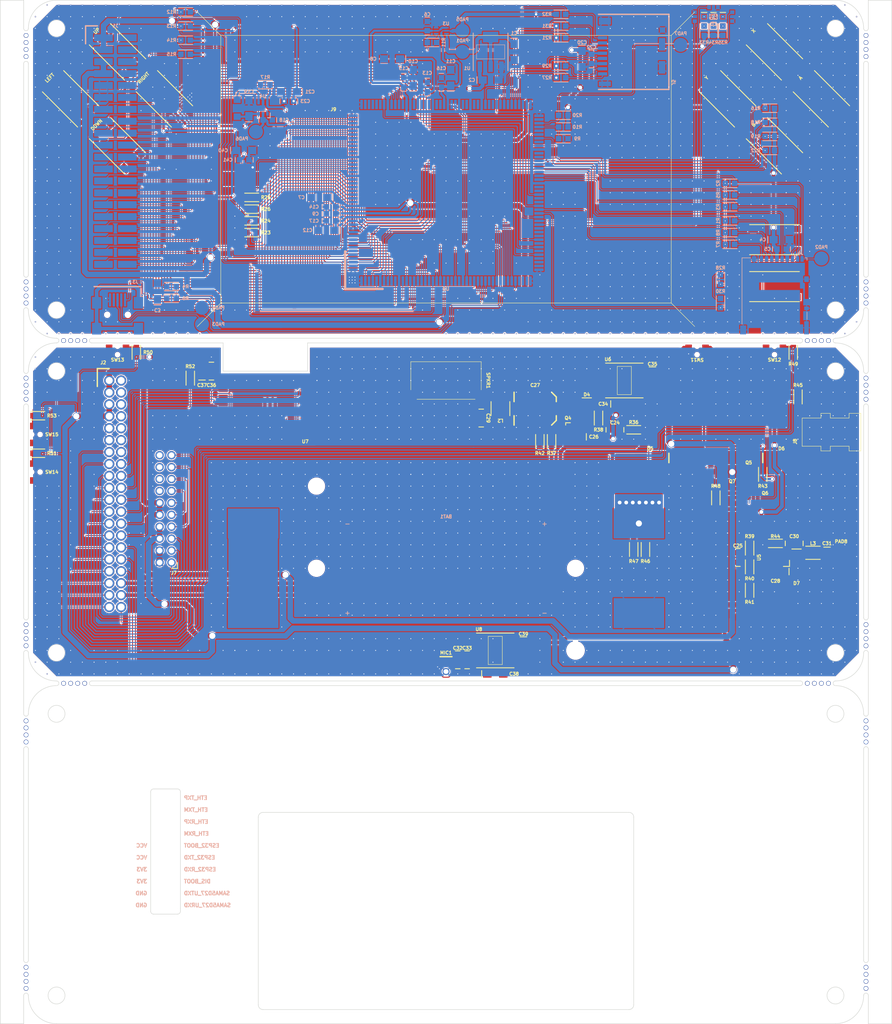
<source format=kicad_pcb>
(kicad_pcb (version 20221018) (generator pcbnew)
  (layers (0 "F.Cu" signal) (31 "B.Cu" signal) (34 "B.Paste" user) (35 "F.Paste" user) (36 "B.SilkS" user "B.Silkscreen") (37 "F.SilkS" user "F.Silkscreen") (38 "B.Mask" user) (39 "F.Mask" user) (44 "Edge.Cuts" user))
  (net 0 "")
  (net 1 "Net-(BAT1-Pad1)")
  (net 2 "Net-(BAT1-Pad2)")
  (net 3 "Net-(J3-VCC)")
  (net 4 "/1_BOARD/BAT_VOLTAGE")
  (net 5 "Net-(J9-LEDA)")
  (net 6 "/1_BOARD/SDMMC0_DAT2")
  (net 7 "/1_BOARD/VDD_SDMMC0")
  (net 8 "Net-(C24-Pad1)")
  (net 9 "Net-(C24-Pad2)")
  (net 10 "Net-(U5-VFB)")
  (net 11 "Net-(C27-Pad1)")
  (net 12 "Net-(C27-Pad2)")
  (net 13 "Net-(C29-Pad1)")
  (net 14 "Net-(U5-LX)")
  (net 15 "Net-(D2-Pad1)")
  (net 16 "Net-(Q1-C)")
  (net 17 "Net-(D3-Pad1)")
  (net 18 "Net-(Q2-C)")
  (net 19 "Net-(C30-Pad2)")
  (net 20 "Net-(Q3-C)")
  (net 21 "Net-(J8-+)")
  (net 22 "/1_BOARD/CLASSD_R0")
  (net 23 "/1_BOARD/CLASSD_R1")
  (net 24 "/1_BOARD/I2SCK1")
  (net 25 "/1_BOARD/I2SWS1")
  (net 26 "/1_BOARD/I2SDI1")
  (net 27 "/1_BOARD/SAMA5D27_SHDN")
  (net 28 "/1_BOARD/SAMA5D27_WKUP")
  (net 32 "/1_BOARD/BTN_11")
  (net 33 "/1_BOARD/BTN_12")
  (net 34 "/1_BOARD/SAMA5D27_URXD")
  (net 35 "/1_BOARD/SAMA5D27_UTXD")
  (net 36 "3V3A_2")
  (net 37 "Net-(D1-Pad1)")
  (net 38 "Net-(D5-Pad2)")
  (net 39 "/1_BOARD/~{IS_VCC_BAT}")
  (net 41 "/1_BOARD/SAMA5D27_ETH_RXM")
  (net 42 "/1_BOARD/SAMA5D27_ETH_RXP")
  (net 43 "/1_BOARD/SAMA5D27_ETH_TXM")
  (net 44 "/1_BOARD/SAMA5D27_ETH_TXP")
  (net 45 "/1_BOARD/BTN_13")
  (net 46 "/2_BOARD/SAMA5D27_SHDN")
  (net 47 "/2_BOARD/SAMA5D27_WKUP")
  (net 48 "/1_BOARD/BTN_14")
  (net 49 "/1_BOARD/DIS_BOOT")
  (net 51 "/2_BOARD/BTN_11")
  (net 52 "/2_BOARD/BTN_12")
  (net 53 "/2_BOARD/SAMA5D27_URXD")
  (net 54 "/2_BOARD/SAMA5D27_UTXD")
  (net 57 "/2_BOARD/CLASSD_R0")
  (net 58 "/2_BOARD/CLASSD_R1")
  (net 59 "/2_BOARD/~{IS_VCC_BAT}")
  (net 60 "/1_BOARD/USBD_DP")
  (net 61 "/1_BOARD/USBD_DM")
  (net 62 "/2_BOARD/I2SCK1")
  (net 63 "/2_BOARD/I2SWS1")
  (net 64 "/1_BOARD/SDMMC1_DAT2")
  (net 65 "/1_BOARD/SDMMC1_DAT3")
  (net 66 "/1_BOARD/SDMMC1_CMD")
  (net 67 "/1_BOARD/SDMMC1_CK")
  (net 68 "/1_BOARD/SDMMC1_DAT0")
  (net 69 "/1_BOARD/SDMMC1_DAT1")
  (net 70 "/1_BOARD/SDMMC1_CD")
  (net 71 "/2_BOARD/I2SDI1")
  (net 72 "/1_BOARD/LCD_DATA_16")
  (net 73 "/1_BOARD/LCD_DATA_17")
  (net 74 "/1_BOARD/LCD_DATA_18")
  (net 75 "/1_BOARD/LCD_DATA_19")
  (net 76 "/1_BOARD/LCD_DATA_20")
  (net 77 "/1_BOARD/LCD_DATA_21")
  (net 78 "/1_BOARD/LCD_DATA_22")
  (net 79 "/1_BOARD/LCD_DATA_23")
  (net 80 "/1_BOARD/LCD_DATA_8")
  (net 81 "/1_BOARD/LCD_DATA_9")
  (net 82 "/1_BOARD/LCD_DATA_10")
  (net 83 "/1_BOARD/LCD_DATA_11")
  (net 84 "/1_BOARD/LCD_DATA_12")
  (net 85 "/1_BOARD/LCD_DATA_13")
  (net 86 "/1_BOARD/LCD_DATA_14")
  (net 87 "/1_BOARD/LCD_DATA_15")
  (net 88 "/1_BOARD/LCD_DATA_0")
  (net 89 "/1_BOARD/LCD_DATA_1")
  (net 90 "/1_BOARD/LCD_DATA_2")
  (net 91 "/1_BOARD/LCD_DATA_3")
  (net 92 "/1_BOARD/LCD_DATA_4")
  (net 93 "/1_BOARD/LCD_DATA_5")
  (net 94 "/1_BOARD/LCD_DATA_6")
  (net 95 "/1_BOARD/LCD_DATA_7")
  (net 96 "/1_BOARD/LCD_CLK")
  (net 97 "/1_BOARD/LCD_DISP")
  (net 98 "/1_BOARD/LCD_HSYNC")
  (net 99 "/1_BOARD/LCD_VSYNC")
  (net 100 "/1_BOARD/LCD_DEN")
  (net 101 "/1_BOARD/ESP32_RST")
  (net 102 "/1_BOARD/ESP32_HNDSK")
  (net 103 "/1_BOARD/ESP32_DR")
  (net 104 "/1_BOARD/ESP32_SCLK")
  (net 105 "/1_BOARD/ESP32_MISO")
  (net 106 "/1_BOARD/ESP32_MOSI")
  (net 107 "/1_BOARD/ESP32_CS")
  (net 110 "/1_BOARD/LED_1")
  (net 111 "/1_BOARD/LED_2")
  (net 112 "/1_BOARD/LED_3")
  (net 115 "/1_BOARD/USBD_VBUS_DET")
  (net 116 "/2_BOARD/SAMA5D27_ETH_RXM")
  (net 117 "/2_BOARD/SAMA5D27_ETH_RXP")
  (net 118 "/2_BOARD/SAMA5D27_ETH_TXM")
  (net 119 "/2_BOARD/SAMA5D27_ETH_TXP")
  (net 120 "/1_BOARD/BTN_1")
  (net 121 "/1_BOARD/BTN_2")
  (net 122 "/1_BOARD/BTN_3")
  (net 123 "/1_BOARD/BTN_4")
  (net 124 "/1_BOARD/SDMMC0_DAT3")
  (net 125 "/1_BOARD/SDMMC0_CMD")
  (net 126 "/1_BOARD/BTN_5")
  (net 127 "/1_BOARD/SDMMC0_CLK")
  (net 128 "/1_BOARD/BTN_6")
  (net 129 "/1_BOARD/SDMMC0_DAT0")
  (net 130 "/1_BOARD/BTN_7")
  (net 131 "/1_BOARD/SDMMC0_DAT1")
  (net 132 "/1_BOARD/BTN_8")
  (net 133 "/1_BOARD/SDMMC0_CD")
  (net 135 "/1_BOARD/BTN_9")
  (net 139 "/1_BOARD/BTN_10")
  (net 141 "/2_BOARD/BAT_VOLTAGE")
  (net 142 "/2_BOARD/BTN_13")
  (net 143 "/2_BOARD/BTN_14")
  (net 144 "/2_BOARD/DIS_BOOT")
  (net 149 "unconnected-(J3-SHIELD-PadS)")
  (net 152 "Net-(J9-LEDK)")
  (net 153 "/2_BOARD/ESP32_RST")
  (net 154 "/2_BOARD/ESP32_HNDSK")
  (net 155 "/2_BOARD/ESP32_DR")
  (net 156 "/2_BOARD/ESP32_SCLK")
  (net 157 "/2_BOARD/ESP32_MISO")
  (net 158 "/2_BOARD/ESP32_MOSI")
  (net 159 "/2_BOARD/ESP32_CS")
  (net 165 "Net-(Q4-PadG1)")
  (net 166 "Net-(Q5-PadG)")
  (net 167 "/1_BOARD/TOUCH_INT")
  (net 168 "/1_BOARD/TOUCH_RST")
  (net 169 "/1_BOARD/TOUCH_SCL")
  (net 170 "/1_BOARD/TOUCH_SDA")
  (net 171 "/2_BOARD/ESP32_RXD")
  (net 172 "/2_BOARD/ESP32_TXD")
  (net 173 "/2_BOARD/ESP32_BOOT")
  (net 175 "Net-(R39-Pad1)")
  (net 176 "Net-(U4-SW)")
  (net 177 "Net-(U2A-PA12)")
  (net 178 "Net-(U2A-PA11)")
  (net 179 "Net-(U5-BST)")
  (net 229 "GND_2")
  (net 230 "3V3_1")
  (net 231 "VCC_1")
  (net 232 "1V8_1")
  (net 233 "3V3_2")
  (net 234 "VCC_2")
  (net 235 "5VA_2")
  (net 242 "GND_1")
  (footprint "a5d27_handheld_console:R_2012" (layer "F.Cu") (at 106.68 169.14 180)
    (fp_text reference "R26")
    (fp_text value "10k")
  )
  (footprint "a5d27_handheld_console:ER-TFT043-7" (layer "F.Cu") (at 148.08 160.64)
    (fp_text reference "J9")
    (fp_text value "~")
  )
  (footprint "a5d27_handheld_console:CONN_FEMALE" (layer "F.Cu") (at 77.58 205.64)
    (fp_text reference "J2")
    (fp_text value "~")
  )
  (footprint "a5d27_handheld_console:R_2012" (layer "F.Cu") (at 106.68 171.64 180)
    (fp_text reference "R24")
    (fp_text value "10k")
  )
  (footprint "a5d27_handheld_console:C_Ceramic_2012" (layer "F.Cu") (at 155.58 213.64 -90)
    (fp_text reference "C29")
    (fp_text value "470n")
  )
  (footprint "a5d27_handheld_console:EVQ-P7A01P" (layer "F.Cu") (at 78.08 199.24 180)
    (fp_text reference "SW13")
    (fp_text value "~")
  )
  (footprint "a5d27_handheld_console:SWITCH" (layer "F.Cu") (at 208.08 145.64 45)
    (fp_text reference "Y")
    (fp_text value "Y")
  )
  (footprint "a5d27_handheld_console:N-FET" (layer "F.Cu") (at 209.08 229.64 90)
    (fp_text reference "Q7")
    (fp_text value "~")
  )
  (footprint "a5d27_handheld_console:SWITCH" (layer "F.Cu") (at 218.08 175.64 90)
    (fp_text reference "SW9" hide)
    (fp_text value "SYS_0")
  )
  (footprint "a5d27_handheld_console:C_Tantalum_3216" (layer "F.Cu") (at 164.58 263.14 -90)
    (fp_text reference "C39")
    (fp_text value "2u2")
  )
  (footprint "a5d27_handheld_console:CAP_6.3pix5.3mm" (layer "F.Cu") (at 167.08 211.64)
    (fp_text reference "C27")
    (fp_text value "100u")
  )
  (footprint "a5d27_handheld_console:R_2012" (layer "F.Cu") (at 218.28 240.34 180)
    (fp_text reference "R44")
    (fp_text value "51")
  )
  (footprint "a5d27_handheld_console:DMC2400UV" (layer "F.Cu") (at 175.08 215.64 -90)
    (fp_text reference "Q4")
    (fp_text value "~")
  )
  (footprint "a5d27_handheld_console:LED_2012" (layer "F.Cu") (at 207.08 129.14 90)
    (fp_text reference "D3" hide)
    (fp_text value "YELLOW")
  )
  (footprint "a5d27_handheld_console:C_Tantalum_3216" (layer "F.Cu") (at 218.28 246.34 180)
    (fp_text reference "C28")
    (fp_text value "10u")
  )
  (footprint "a5d27_handheld_console:ES2DA-13-F" (layer "F.Cu") (at 219.58 222.14)
    (fp_text reference "D6")
    (fp_text value "~")
  )
  (footprint "a5d27_handheld_console:LQH3NPH560MMEL" (layer "F.Cu") (at 159.68 211.64 180)
    (fp_text reference "L2")
    (fp_text value "56u")
  )
  (footprint "a5d27_handheld_console:C_Ceramic_2012" (layer "F.Cu") (at 152.58 265.14 90)
    (fp_text reference "C33")
    (fp_text value "100n")
  )
  (footprint "a5d27_handheld_console:CMS06" (layer "F.Cu") (at 178.08 212.64 90)
    (fp_text reference "D4")
    (fp_text value "~")
  )
  (footprint "a5d27_handheld_console:DC_JACK" (layer "F.Cu") (at 236.98 216.64 180)
    (fp_text reference "J8")
    (fp_text value "9v")
  )
  (footprint "a5d27_handheld_console:SWITCH" (layer "F.Cu") (at 78.08 135.64 45)
    (fp_text reference "UP")
    (fp_text value "UP")
  )
  (footprint "a5d27_handheld_console:1117" (layer "F.Cu") (at 158.58 263.14 90)
    (fp_text reference "U8")
    (fp_text value "3V3")
  )
  (footprint "a5d27_handheld_console:C_Tantalum_3216" (layer "F.Cu") (at 175.08 217.64 180)
    (fp_text reference "C26")
    (fp_text value "10u")
  )
  (footprint "a5d27_handheld_console:SWITCH" (layer "F.Cu") (at 218.08 185.64 90)
    (fp_text reference "SW10" hide)
    (fp_text value "SYS_1")
  )
  (footprint "a5d27_handheld_console:1117" (layer "F.Cu") (at 186.08 205.64 90)
    (fp_text reference "U6")
    (fp_text value "5V")
  )
  (footprint "a5d27_handheld_console:SWITCH" (layer "F.Cu") (at 218.08 155.64 45)
    (fp_text reference "B")
    (fp_text value "B")
  )
  (footprint "a5d27_handheld_console:R_2012" (layer "F.Cu") (at 223.08 209.14 -90)
    (fp_text reference "R45")
    (fp_text value "10k")
  )
  (footprint "a5d27_handheld_console:R_2012" (layer "F.Cu") (at 212.78 250.34 90)
    (fp_text reference "R41")
    (fp_text value "1k2")
  )
  (footprint "a5d27_handheld_console:C_Tantalum_3216" (layer "F.Cu") (at 96.08 202.64 90)
    (fp_text reference "C37")
    (fp_text value "10u")
  )
  (footprint "a5d27_handheld_console:EVQ-P7A01P" (layer "F.Cu") (at 60.68 225.14 -90)
    (fp_text reference "SW14")
    (fp_text value "~")
  )
  (footprint "a5d27_handheld_console:SWITCH" (layer "F.Cu") (at 78.08 155.64 45)
    (fp_text reference "DOWN")
    (fp_text value "DOWN")
  )
  (footprint "a5d27_handheld_console:SWITCH" (layer "F.Cu") (at 228.08 145.64 45)
    (fp_text reference "A")
    (fp_text value "A")
  )
  (footprint "a5d27_handheld_console:N-FET" (layer "F.Cu") (at 213.58 229.64)
    (fp_text reference "Q6")
    (fp_text value "~")
  )
  (footprint "a5d27_handheld_console:SWITCH" (layer "F.Cu") (at 88.08 145.64 45)
    (fp_text reference "RIGHT")
    (fp_text value "RIGHT")
  )
  (footprint "a5d27_handheld_console:C_Tantalum_3216" (layer "F.Cu") (at 229.28 244.04 -90)
    (fp_text reference "C31")
    (fp_text value "10u")
  )
  (footprint "a5d27_handheld_console:R_2012" (layer "F.Cu") (at 106.68 174.14 180)
    (fp_text reference "R23")
    (fp_text value "10k")
  )
  (footprint "a5d27_handheld_console:R_2012" (layer "F.Cu") (at 212.78 245.34 90)
    (fp_text reference "R40")
    (fp_text value "750")
  )
  (footprint "a5d27_handheld_console:R_2012" (layer "F.Cu") (at 212.78 241.34 90)
    (fp_text reference "R39")
    (fp_text value "3k")
  )
  (footprint "a5d27_handheld_console:SWITCH" (layer "F.Cu") (at 218.08 135.64 45)
    (fp_text reference "X")
    (fp_text value "X")
  )
  (footprint "a5d27_handheld_console:R_2012" (layer "F.Cu") (at 61.08 213.14)
    (fp_text reference "R53")
    (fp_text value "10k")
  )
  (footprint "a5d27_handheld_console:CMS06" (layer "F.Cu") (at 222.78 244.84 90)
    (fp_text reference "D7")
    (fp_text value "~")
  )
  (footprint "a5d27_handheld_console:R_2012" (layer "F.Cu") (at 170.58 218.64 -90)
    (fp_text reference "R37")
    (fp_text value "10")
  )
  (footprint "a5d27_handheld_console:R_2012" (layer "F.Cu") (at 188.08 241.64 -90)
    (fp_text reference "R47")
    (fp_text value "6k8")
  )
  (footprint "a5d27_handheld_console:C_Ceramic_2012" (layer "F.Cu") (at 184.08 216.14)
    (fp_text reference "C24")
    (fp_text value "10n")
  )
  (footprint "a5d27_handheld_console:DEBUG_PORT" (layer "F.Cu") (at 88.31 243.14 180)
    (fp_text reference "J7")
    (fp_text value "~")
  )
  (footprint "a5d27_handheld_console:C_Ceramic_2012" (layer "F.Cu") (at 210.28 243.34 90)
    (fp_text reference "C25")
    (fp_text value "470p")
  )
  (footprint "a5d27_handheld_console:C_Tantalum_3216" (layer "F.Cu") (at 192.08 205.64 -90)
    (fp_text reference "C35")
    (fp_text value "2u2")
  )
  (footprint "a5d27_handheld_console:R_2012" (layer "F.Cu") (at 93.58 205.14 -90)
    (fp_text reference "R52")
    (fp_text value "1k")
  )
  (footprint "a5d27_handheld_console:R_2012" (layer "F.Cu") (at 215.58 225.64 90)
    (fp_text reference "R43")
    (fp_text value "10k")
  )
  (footprint "a5d27_handheld_console:DMP3099L" (layer "F.Cu") (at 212.58 225.64 90)
    (fp_text reference "Q5")
    (fp_text value "~")
  )
  (footprint "a5d27_handheld_console:R_2012" (layer "F.Cu") (at 106.68 166.64 180)
    (fp_text reference "R25")
    (fp_text value "10k")
  )
  (footprint "a5d27_handheld_console:SWITCH" (layer "F.Cu") (at 68.08 145.64 45)
    (fp_text reference "LEFT")
    (fp_text value "LEFT")
  )
  (footprint "a5d27_handheld_console:R1240N001B" (layer "F.Cu") (at 218.28 243.34 90)
    (fp_text reference "U5")
    (fp_text value "~")
  )
  (footprint "a5d27_handheld_console:R_2012" (layer "F.Cu") (at 190.58 241.64 90)
    (fp_text reference "R46")
    (fp_text value "3k3")
  )
  (footprint "a5d27_handheld_console:C_Ceramic_2012" (layer "F.Cu") (at 98.08 203.64 -90)
    (fp_text reference "C36")
    (fp_text value "100n")
  )
  (footprint "a5d27_handheld_console:C_Ceramic_2012" (layer "F.Cu") (at 150.58 265.14 90)
    (fp_text reference "C32")
    (fp_text value "200p")
  )
  (footprint "a5d27_handheld_console:SPEAKER" (layer "F.Cu") (at 148.08 205.64 -90)
    (fp_text reference "SPKR1")
    (fp_text value "~")
  )
  (footprint "a5d27_handheld_console:LED_2012" (layer "F.Cu") (at 203.08 129.14 90)
    (fp_text reference "D1" hide)
    (fp_text value "RED")
  )
  (footprint "a5d27_handheld_console:EVQ-P7A01P" (layer "F.Cu") (at 218.08 199.24 180)
    (fp_text reference "SW12")
    (fp_text value "~")
  )
  (footprint "a5d27_handheld_console:EVQ-P7A01P" (layer "F.Cu") (at 201.58 199.24 180)
    (fp_text reference "SW11")
    (fp_text value "~")
  )
  (footprint "a5d27_handheld_console:R_2012" (layer "F.Cu") (at 61.08 221.14)
    (fp_text reference "R51")
    (fp_text value "10k")
  )
  (footprint "a5d27_handheld_console:C_Ceramic_2012" (layer "F.Cu") (at 222.28 240.34 180)
    (fp_text reference "C30")
    (fp_text value "100n")
  )
  (footprint "a5d27_handheld_console:EVQ-P7A01P" (layer "F.Cu") (at 60.68 217.14 -90)
    (fp_text reference "SW15")
    (fp_text value "~")
  )
  (footprint "a5d27_handheld_console:DFE252012F-4R7M" (layer "F.Cu") (at 226.28 242.34)
    (fp_text reference "L3")
    (fp_text value "4u7")
  )
  (footprint "a5d27_handheld_console:R_2012" (layer "F.Cu") (at 168.08 218.64 -90)
    (fp_text reference "R42")
    (fp_text value "10k")
  )
  (footprint "a5d27_handheld_console:SPH0645LM4H-B" (layer "F.Cu") (at 148.08 267.64 180)
    (fp_text reference "MIC1")
    (fp_text value "~")
  )
  (footprint "a5d27_handheld_console:C_Tantalum_3216" (layer "F.Cu") (at 186.08 210.64)
    (fp_text reference "C34")
    (fp_text value "2u2")
  )
  (footprint "a5d27_handheld_console:R_2012" (layer "F.Cu") (at 205.58 230.64 -90)
    (fp_text reference "R48")
    (fp_text value "10k")
  )
  (footprint "a5d27_handheld_console:ESP32-C3-WROOM-02" (layer "F.Cu") (at 109.58 216.64)
    (fp_text reference "U7")
    (fp_text value "~")
  )
  (footprint "a5d27_handheld_console:LED_2012" (layer "F.Cu") (at 205.08 129.14 90)
    (fp_text reference "D2" hide)
    (fp_text value "GREEN")
  )
  (footprint "a5d27_handheld_console:R_2012" (layer "F.Cu") (at 188.08 216.14)
    (fp_text reference "R36")
    (fp_text value "10")
  )
  (footprint "a5d27_handheld_console:R_2012" (layer "F.Cu") (at 180.58 213.64 -90)
    (fp_text reference "R38")
    (fp_text value "10k")
  )
  (footprint "a5d27_handheld_console:C_Tantalum_3216" (layer "F.Cu") (at 158.58 268.14)
    (fp_text reference "C38")
    (fp_text value "2u2")
  )
  (footprint "a5d27_handheld_console:R_2012" (layer "F.Cu") (at 82.08 199.64 -90)
    (fp_text reference "R50")
    (fp_text value "10k")
  )
  (footprint "a5d27_handheld_console:R_2012" (layer "F.Cu") (at 222.08 199.64 -90)
    (fp_text reference "R49")
    (fp_text value "10k")
  )
  (footprint "a5d27_handheld_console:PAD" (layer "F.Cu") (at 232.28 242.34)
    (fp_text reference "PAD8")
    (fp_text value "~")
  )
  (footprint "a5d27_handheld_console:ES2DA-13-F" (layer "F.Cu") (at 191.58 222.14 180)
    (fp_text reference "D5")
    (fp_text value "~")
  )
  (footprint "a5d27_handheld_console:R_2012" (layer "B.Cu") (at 208.58 168.64)
    (fp_text reference "R3")
    (fp_text value "68k")
  )
  (footprint "a5d27_handheld_console:C_Tantalum_3216" (layer "B.Cu") (at 157.58 141.64)
    (fp_text reference "C2")
    (fp_text value "4u7")
  )
  (footprint "a5d27_handheld_console:ATSAMA5D27-SOM1" (layer "B.Cu") (at 148.08 165.64)
    (fp_text reference "U2")
    (fp_text value "~")
  )
  (footprint "a5d27_handheld_console:R_2012" (layer "B.Cu") (at 205.08 131.14 90)
    (fp_text reference "R34")
    (fp_text value "~")
  )
  (footprint "a5d27_handheld_console:R_2012" (layer "B.Cu") (at 208.58 163.64)
    (fp_text reference "R2")
    (fp_text value "10k")
  )
  (footprint "a5d27_handheld_console:C_Ceramic_2012" (layer "B.Cu") (at 179.08 137.14 90)
    (fp_text reference "C22")
    (fp_text value "100n")
  )
  (footprint "a5d27_handheld_console:C_Ceramic_2012" (layer "B.Cu") (at 144.08 130.14 90)
    (fp_text reference "C6")
    (fp_text value "100n")
  )
  (footprint "a5d27_handheld_console:AP3036B" (layer "B.Cu") (at 109.08 147.64 180)
    (fp_text reference "U4")
    (fp_text value "~")
  )
  (footprint "a5d27_handheld_console:C_Tantalum_3216" (layer "B.Cu") (at 177.08 137.14 -90)
    (fp_text reference "C20")
    (fp_text value "10u")
  )
  (footprint "a5d27_handheld_console:R_2012" (layer "B.Cu") (at 145.08 133.64)
    (fp_text reference "R11")
    (fp_text value "10k")
  )
  (footprint "a5d27_handheld_console:1117" (layer "B.Cu") (at 157.58 135.64 180)
    (fp_text reference "U1")
    (fp_text value "1V8")
  )
  (footprint "a5d27_handheld_console:R_2012" (layer "B.Cu") (at 92.58 133.14 180)
    (fp_text reference "R14")
    (fp_text value "1k")
  )
  (footprint "a5d27_handheld_console:R_2012" (layer "B.Cu") (at 173.08 149.14 180)
    (fp_text reference "R20")
    (fp_text value "10k")
  )
  (footprint "a5d27_handheld_console:R_2012" (layer "B.Cu") (at 172.58 130.14)
    (fp_text reference "R31")
    (fp_text value "68k")
  )
  (footprint "a5d27_handheld_console:R_2012" (layer "B.Cu") (at 208.58 171.64)
    (fp_text reference "R1")
    (fp_text value "10k")
  )
  (footprint "a5d27_handheld_console:C_Tantalum_3216" (layer "B.Cu") (at 105.08 156.64)
    (fp_text reference "C40")
    (fp_text value "10u")
  )
  (footprint "a5d27_handheld_console:PAD" (layer "B.Cu") (at 151.58 135.64 180)
    (fp_text reference "PAD1")
    (fp_text value "~")
  )
  (footprint "a5d27_handheld_console:R_2012" (layer "B.Cu") (at 207.08 131.14 90)
    (fp_text reference "R35")
    (fp_text value "~")
  )
  (footprint "a5d27_handheld_console:R_2012" (layer "B.Cu") (at 206.58 184.14 -90)
    (fp_text reference "R28")
    (fp_text value "1k")
  )
  (footprint "a5d27_handheld_console:C_Ceramic_2012" (layer "B.Cu") (at 144.08 143.14 -90)
    (fp_text reference "C13")
    (fp_text value "100n")
  )
  (footprint "a5d27_handheld_console:R_2012" (layer "B.Cu") (at 217.08 150.64 180)
    (fp_text reference "R18")
    (fp_text value "1k")
  )
  (footprint "a5d27_handheld_console:DM3CS" (layer "B.Cu") (at 194.83 132.64 90)
    (fp_text reference "J5")
    (fp_text value "~")
  )
  (footprint "a5d27_handheld_console:C_Ceramic_2012" (layer "B.Cu") (at 123.58 168.64)
    (fp_text reference "C14")
    (fp_text value "100n")
  )
  (footprint "a5d27_handheld_console:R_2012" (layer "B.Cu") (at 92.58 130.14 180)
    (fp_text reference "R13")
    (fp_text value "1k")
  )
  (footprint "a5d27_handheld_console:C_Ceramic_2012" (layer "B.Cu") (at 219.58 177.64 180)
    (fp_text reference "C5")
    (fp_text value "100n")
  )
  (footprint "a5d27_handheld_console:MMBT3904" (layer "B.Cu") (at 208.08 128.14 -90)
    (fp_text reference "Q3")
    (fp_text value "~")
  )
  (footprint "a5d27_handheld_console:PAD" (layer "B.Cu") (at 96.08 193.64)
    (fp_text reference "PAD3")
    (fp_text value "~")
  )
  (footprint "a5d27_handheld_console:R_2012" (layer "B.Cu") (at 172.58 127.64)
    (fp_text reference "R32")
    (fp_text value "68k")
  )
  (footprint "a5d27_handheld_console:BAT" (layer "B.Cu") (at 148.08 245.64 180)
    (fp_text reference "BAT1")
    (fp_text value "8v")
  )
  (footprint "a5d27_handheld_console:CONN_MALE" (layer "B.Cu") (at 77.62 132.64 180)
    (fp_text reference "J1")
    (fp_text value "~")
  )
  (footprint "a5d27_handheld_console:R_2012" (layer "B.Cu") (at 173.08 154.14)
    (fp_text reference "R9")
    (fp_text value "DNP")
  )
  (footprint "a5d27_handheld_console:C_Tantalum_3216" (layer "B.Cu") (at 86.58 186.64 90)
    (fp_text reference "C3")
    (fp_text value "4u7")
  )
  (footprint "a5d27_handheld_console:C_Tantalum_3216" (layer "B.Cu") (at 149.08 141.14 90)
    (fp_text reference "C11")
    (fp_text value "2u2")
  )
  (footprint "a5d27_handheld_console:R_2012" (layer "B.Cu") (at 208.58 166.14)
    (fp_text reference "R5")
    (fp_text value "68k")
  )
  (footprint "a5d27_handheld_console:C_Ceramic_2012" (layer "B.Cu") (at 147.08 142.14 -90)
    (fp_text reference "C16")
    (fp_text value "100n")
  )
  (footprint "a5d27_handheld_console:PAD" (layer "B.Cu") (at 228.08 179.64 180)
    (fp_text reference "PAD2")
    (fp_text value "~")
  )
  (footprint "a5d27_handheld_console:PAD" (layer "B.Cu") (at 198.08 134.14 180)
    (fp_text reference "PAD7")
    (fp_text value "~")
  )
  (footprint "a5d27_handheld_console:R_2012" (layer "B.Cu") (at 172.58 132.64)
    (fp_text reference "R21")
    (fp_text value "10k")
  )
  (footprint "a5d27_handheld_console:C_Ceramic_2012" (layer "B.Cu") (at 139.08 142.14 -90)
    (fp_text reference "C15")
    (fp_text value "100n")
  )
  (footprint "a5d27_handheld_console:PAD" (layer "B.Cu") (at 151.58 131.14 180)
    (fp_text reference "PAD5")
    (fp_text value "~")
  )
  (footprint "a5d27_handheld_console:R_2012" (layer "B.Cu") (at 217.08 153.64 180)
    (fp_text reference "R19")
    (fp_text value "1k")
  )
  (footprint "a5d27_handheld_console:R_2012" (layer "B.Cu") (at 89.58 188.14 180)
    (fp_text reference "R6")
    (fp_text value "15k")
  )
  (footprint "a5d27_handheld_console:C_Tantalum_3216" (layer "B.Cu") (at 136.58 137.14 180)
    (fp_text reference "C8")
    (fp_text value "1u")
  )
  (footprint "a5d27_handheld_console:C_Tantalum_3216" (layer "B.Cu") (at 141.08 141.14 90)
    (fp_text reference "C10")
    (fp_text value "2u2")
  )
  (footprint "a5d27_handheld_console:MMBT3904" (layer "B.Cu") (at 205.08 127.14)
    (fp_text reference "Q2")
    (fp_text value "~")
  )
  (footprint "a5d27_handheld_console:HRS_DM3AT-SF-PEJM5" (layer "B.Cu") (at 218.505 179.75825 180)
    (fp_text reference "J4")
    (fp_text value "DM3AT")
  )
  (footprint "a5d27_handheld_console:R_2012" (layer "B.Cu") (at 109.58 142.64 180)
    (fp_text reference "R17")
    (fp_text value "5.6")
  )
  (footprint "a5d27_handheld_console:R_2012" (layer "B.Cu") (at 217.08 156.64 180)
    (fp_text reference "R22")
    (fp_text value "1k")
  )
  (footprint "a5d27_handheld_console:R_2012" (layer "B.Cu") (at 172.58 138.64)
    (fp_text reference "R29")
    (fp_text value "68k")
  )
  (footprint "a5d27_handheld_console:ADG849" (layer "B.Cu") (at 147.08 131.14 90)
    (fp_text reference "U3")
    (fp_text value "~")
  )
  (footprint "a5d27_handheld_console:R_2012" (layer "B.Cu") (at 92.58 136.14 180)
    (fp_text reference "R15")
    (fp_text value "1k")
  )
  (footprint "a5d27_handheld_console:R_2012" (layer "B.Cu") (at 92.58 127.14 180)
    (fp_text reference "R12")
    (fp_text value "1k")
  )
  (footprint "a5d27_handheld_console:C_Tantalum_3216" (layer "B.Cu") (at 106.08 147.64 90)
    (fp_text reference "C19")
    (fp_text value "1u")
  )
  (footprint "a5d27_handheld_console:C_Ceramic_2012" (layer "B.Cu") (at 110.08 150.14)
    (fp_text reference "C18")
    (fp_text value "220n")
  )
  (footprint "a5d27_handheld_console:PAD" (layer "B.Cu") (at 107.58 152.64 180)
    (fp_text reference "PAD6")
    (fp_text value "~")
  )
  (footprint "a5d27_handheld_console:R_2012" (layer "B.Cu") (at 172.58 141.14)
    (fp_text reference "R27")
    (fp_text value "68k")
  )
  (footprint "a5d27_handheld_console:C_Ceramic_2012" (layer "B.Cu") (at 105.08 158.64 180)
    (fp_text reference "C41")
    (fp_text value "100n")
  )
  (footprint "a5d27_handheld_console:R_2012" (layer "B.Cu") (at 206.58 189.14 -90)
    (fp_text reference "R30")
    (fp_text value "1k")
  )
  (footprint "a5d27_handheld_console:R_2012" (layer "B.Cu") (at 217.08 147.64 180)
    (fp_text reference "R16")
    (fp_text value "1k")
  )
  (footprint "a5d27_handheld_console:C_Ceramic_2012" (layer "B.Cu") (at 114.58 146.14)
    (fp_text reference "C23")
    (fp_text value "100n")
  )
  (footprint "a5d27_handheld_console:C_Tantalum_3216" (layer "B.Cu") (at 122.58 173.64 180)
    (fp_text reference "C12")
    (fp_text value "2u2")
  )
  (footprint "a5d27_handheld_console:C_Tantalum_3216" (layer "B.Cu") (at 219.58 175.64)
    (fp_text reference "C4")
    (fp_text value "10u")
  )
  (footprint "a5d27_handheld_console:R_2012" (layer "B.Cu") (at 173.08 151.64)
    (fp_text reference "R10")
    (fp_text value "DNP")
  )
  (footprint "a5d27_handheld_console:USB_B" (layer "B.Cu") (at 78.08 191.64 90)
    (fp_text reference "J3")
    (fp_text value "~")
  )
  (footprint "a5d27_handheld_console:C_Tantalum_3216" (layer "B.Cu") (at 162.58 135.64 -90)
    (fp_text reference "C1")
    (fp_text value "4u7")
  )
  (footprint "a5d27_handheld_console:R_2012" (layer "B.Cu") (at 208.58 174.14)
    (fp_text reference "R8")
    (fp_text value "68k")
  )
  (footprint "a5d27_handheld_console:C_Ceramic_2012" (layer "B.Cu") (at 123.58 170.14)
    (fp_text reference "C9")
    (fp_text value "100n")
  )
  (footprint "a5d27_handheld_console:R_2012" (layer "B.Cu") (at 89.58 185.64 180)
    (fp_text reference "R4")
    (fp_text value "22k")
  )
  (footprint "a5d27_handheld_console:R_2012" (layer "B.Cu") (at 203.08 131.14 90)
    (fp_text reference "R33")
    (fp_text value "~")
  )
  (footprint "a5d27_handheld_console:NLCV25T-220K-PF" (layer "B.Cu") (at 103.58 147.64 90)
    (fp_text reference "L1")
    (fp_text value "22u")
  )
  (footprint "a5d27_handheld_console:R_2012" (layer "B.Cu") (at 208.58 176.64)
    (fp_text reference "R7")
    (fp_text value "68k")
  )
  (footprint "a5d27_handheld_console:C_Tantalum_3216" (layer "B.Cu") (at 114.58 144.14 180)
    (fp_text reference "C21")
    (fp_text value "10u")
  )
  (footprint "a5d27_handheld_console:MMBT3904" (layer "B.Cu") (at 202.08 128.14 90)
    (fp_text reference "Q1")
    (fp_text value "~")
  )
  (footprint "a5d27_handheld_console:C_Tantalum_3216" (layer "B.Cu") (at 121.08 166.64 180)
    (fp_text reference "C7")
    (fp_text value "2u2")
  )
  (footprint "a5d27_handheld_console:PAD" (layer "B.Cu") (at 96.08 190.14)
    (fp_text reference "PAD4")
    (fp_text value "~")
  )
  (footprint "a5d27_handheld_console:C_Ceramic_2012" (layer "B.Cu") (at 123.58 171.64)
    (fp_text reference "C17")
    (fp_text value "100n")
  )
  (gr_line (start 238.08 130.64) (end 238.08 124.64) (stroke (width 0.1)) (layer "Edge.Cuts"))
  (gr_line (start 108.08 298.64) (end 108.08 338.64) (stroke (width 0.1)) (layer "Edge.Cuts"))
  (gr_arc (start 59.08 130.64) (mid 60.837359 126.397359) (end 65.08 124.64) (stroke (width 0.1)) (layer "Edge.Cuts"))
  (gr_line (start 100.58 203.64) (end 118.58 203.64) (stroke (width 0.1)) (layer "Edge.Cuts"))
  (gr_line (start 100.58 197.64) (end 72.58 197.64) (stroke (width 0.1)) (layer "Edge.Cuts"))
  (gr_circle (center 231.08 190.64) (end 232.58 191.64) (stroke (width 0.1)) (fill none) (layer "Edge.Cuts"))
  (gr_arc (start 59.08 130.64) (mid 58.58 131.14) (end 58.08 130.64) (stroke (width 0.1)) (layer "Edge.Cuts"))
  (gr_line (start 188.08 338.64) (end 188.08 298.64) (stroke (width 0.1)) (layer "Edge.Cuts"))
  (gr_arc (start 238.08 203.64) (mid 237.58 204.14) (end 237.08 203.64) (stroke (width 0.1)) (layer "Edge.Cuts"))
  (gr_circle (center 65.08 130.64) (end 66.58 131.64) (stroke (width 0.1)) (fill none) (layer "Edge.Cuts"))
  (gr_line (start 237.08 183.14) (end 237.08 138.14) (stroke (width 0.1)) (layer "Edge.Cuts"))
  (gr_arc (start 65.08 269.64) (mid 65.58 270.14) (end 65.08 270.64) (stroke (width 0.1)) (layer "Edge.Cuts"))
  (gr_arc (start 72.58 197.64) (mid 72.08 197.14) (end 72.58 196.64) (stroke (width 0.1)) (layer "Edge.Cuts"))
  (gr_line (start 243.08 124.64) (end 238.08 124.64) (stroke (width 0.1)) (layer "Edge.Cuts"))
  (gr_line (start 58.08 211.14) (end 58.08 256.14) (stroke (width 0.1)) (layer "Edge.Cuts"))
  (gr_arc (start 59.08 256.14) (mid 58.58 256.64) (end 58.08 256.14) (stroke (width 0.1)) (layer "Edge.Cuts"))
  (gr_arc (start 223.58 269.64) (mid 224.08 270.14) (end 223.58 270.64) (stroke (width 0.1)) (layer "Edge.Cuts"))
  (gr_line (start 238.08 256.14) (end 238.08 211.14) (stroke (width 0.1)) (layer "Edge.Cuts"))
  (gr_arc (start 238.08 276.64) (mid 237.58 277.14) (end 237.08 276.64) (stroke (width 0.1)) (layer "Edge.Cuts"))
  (gr_line (start 65.08 342.64) (end 231.08 342.64) (stroke (width 0.1)) (layer "Edge.Cuts"))
  (gr_arc (start 231.08 270.64) (mid 230.58 270.14) (end 231.08 269.64) (stroke (width 0.1)) (layer "Edge.Cuts"))
  (gr_arc (start 238.08 256.14) (mid 237.58 256.64) (end 237.08 256.14) (stroke (width 0.1)) (layer "Edge.Cuts"))
  (gr_arc (start 231.08 270.64) (mid 235.322641 272.397359) (end 237.08 276.64) (stroke (width 0.1)) (layer "Edge.Cuts"))
  (gr_arc (start 65.08 196.64) (mid 65.58 197.14) (end 65.08 197.64) (stroke (width 0.1)) (layer "Edge.Cuts"))
  (gr_line (start 238.08 263.64) (end 238.08 276.64) (stroke (width 0.1)) (layer "Edge.Cuts"))
  (gr_arc (start 237.08 336.64) (mid 235.322641 340.882641) (end 231.08 342.64) (stroke (width 0.1)) (layer "Edge.Cuts"))
  (gr_arc (start 237.08 336.64) (mid 237.58 336.14) (end 238.08 336.64) (stroke (width 0.1)) (layer "Edge.Cuts"))
  (gr_arc (start 238.08 329.14) (mid 237.58 329.64) (end 237.08 329.14) (stroke (width 0.1)) (layer "Edge.Cuts"))
  (gr_line (start 58.08 124.64) (end 58.08 130.64) (stroke (width 0.1)) (layer "Edge.Cuts"))
  (gr_arc (start 58.08 284.14) (mid 58.58 283.64) (end 59.08 284.14) (stroke (width 0.1)) (layer "Edge.Cuts"))
  (gr_circle (center 65.08 203.64) (end 66.58 204.64) (stroke (width 0.1)) (fill none) (layer "Edge.Cuts"))
  (gr_line (start 58.08 263.64) (end 58.08 276.64) (stroke (width 0.1)) (layer "Edge.Cuts"))
  (gr_line (start 100.58 197.64) (end 100.58 203.64) (stroke (width 0.1)) (layer "Edge.Cuts"))
  (gr_arc (start 237.08 263.64) (mid 237.58 263.14) (end 238.08 263.64) (stroke (width 0.1)) (layer "Edge.Cuts"))
  (gr_arc (start 91.485 318.68) (mid 91.299013 319.129013) (end 90.85 319.315) (stroke (width 0.1)) (layer "Edge.Cuts"))
  (gr_circle (center 231.08 203.64) (end 232.58 204.64) (stroke (width 0.1)) (fill none) (layer "Edge.Cuts"))
  (gr_arc (start 58.08 190.64) (mid 58.58 190.14) (end 59.08 190.64) (stroke (width 0.1)) (layer "Edge.Cuts"))
  (gr_circle (center 65.08 336.64) (end 66.58 337.64) (stroke (width 0.1)) (fill none) (layer "Edge.Cuts"))
  (gr_line (start 238.08 342.64) (end 238.08 336.64) (stroke (width 0.1)) (layer "Edge.Cuts"))
  (gr_arc (start 231.08 124.64) (mid 235.322641 126.397359) (end 237.08 130.64) (stroke (width 0.1)) (layer "Edge.Cuts"))
  (gr_arc (start 59.08 276.64) (mid 60.837359 272.397359) (end 65.08 270.64) (stroke (width 0.1)) (layer "Edge.Cuts"))
  (gr_line (start 109.08 339.64) (end 187.08 339.64) (stroke (width 0.1)) (layer "Edge.Cuts"))
  (gr_arc (start 238.08 183.14) (mid 237.58 183.64) (end 237.08 183.14) (stroke (width 0.1)) (layer "Edge.Cuts"))
  (gr_arc (start 237.08 190.64) (mid 235.322641 194.882641) (end 231.08 196.64) (stroke (width 0.1)) (layer "Edge.Cuts"))
  (gr_line (start 59.08 329.14) (end 59.08 284.14) (stroke (width 0.1)) (layer "Edge.Cuts"))
  (gr_arc (start 237.08 190.64) (mid 237.58 190.14) (end 238.08 190.64) (stroke (width 0.1)) (layer "Edge.Cuts"))
  (gr_arc (start 231.08 197.64) (mid 235.322641 199.397359) (end 237.08 203.64) (stroke (width 0.1)) (layer "Edge.Cuts"))
  (gr_line (start 58.08 124.64) (end 53.08 124.64) (stroke (width 0.1)) (layer "Edge.Cuts"))
  (gr_circle (center 231.08 130.64) (end 232.58 131.64) (stroke (width 0.1)) (fill none) (layer "Edge.Cuts"))
  (gr_line (start 58.08 284.14) (end 58.08 329.14) (stroke (width 0.1)) (layer "Edge.Cuts"))
  (gr_line (start 238.08 183.14) (end 238.08 138.14) (stroke (width 0.1)) (layer "Edge.Cuts"))
  (gr_line (start 91.485 318.045) (end 91.485 318.68) (stroke (width 0.1)) (layer "Edge.Cuts"))
  (gr_line (start 237.08 256.14) (end 237.08 211.14) (stroke (width 0.1)) (layer "Edge.Cuts"))
  (gr_arc (start 223.58 196.64) (mid 224.08 197.14) (end 223.58 197.64) (stroke (width 0.1)) (layer "Edge.Cuts"))
  (gr_arc (start 59.08 329.14) (mid 58.58 329.64) (end 58.08 329.14) (stroke (width 0.1)) (layer "Edge.Cuts"))
  (gr_line (start 58.08 203.64) (end 58.08 190.64) (stroke (width 0.1)) (layer "Edge.Cuts"))
  (gr_circle (center 231.08 263.64) (end 232.58 264.64) (stroke (width 0.1)) (fill none) (layer "Edge.Cuts"))
  (gr_arc (start 58.08 211.14) (mid 58.58 210.64) (end 59.08 211.14) (stroke (width 0.1)) (layer "Edge.Cuts"))
  (gr_line (start 118.58 197.64) (end 223.58 197.64) (stroke (width 0.1)) (layer "Edge.Cuts"))
  (gr_arc (start 72.58 270.64) (mid 72.08 270.14) (end 72.58 269.64) (stroke (width 0.1)) (layer "Edge.Cuts"))
  (gr_arc (start 58.08 336.64) (mid 58.58 336.14) (end 59.08 336.64) (stroke (width 0.1)) (layer "Edge.Cuts"))
  (gr_line (start 59.08 183.14) (end 59.08 138.14) (stroke (width 0.1)) (layer "Edge.Cuts"))
  (gr_arc (start 108.08 298.64) (mid 108.372893 297.932893) (end 109.08 297.64) (stroke (width 0.1)) (layer "Edge.Cuts"))
  (gr_arc (start 65.08 269.64) (mid 60.837359 267.882641) (end 59.08 263.64) (stroke (width 0.1)) (layer "Edge.Cuts"))
  (gr_circle (center 65.08 263.64) (end 66.58 264.64) (stroke (width 0.1)) (fill none) (layer "Edge.Cuts"))
  (gr_line (start 85.77 292.645) (end 90.85 292.645) (stroke (width 0.1)) (layer "Edge.Cuts"))
  (gr_arc (start 58.08 138.14) (mid 58.58 137.64) (end 59.08 138.14) (stroke (width 0.1)) (layer "Edge.Cuts"))
  (gr_arc (start 59.08 203.64) (mid 58.58 204.14) (end 58.08 203.64) (stroke (width 0.1)) (layer "Edge.Cuts"))
  (gr_line (start 85.135 318.68) (end 85.135 293.28) (stroke (width 0.1)) (layer "Edge.Cuts"))
  (gr_line (start 118.58 203.64) (end 118.58 197.64) (stroke (width 0.1)) (layer "Edge.Cuts"))
  (gr_line (start 90.85 319.315) (end 85.77 319.315) (stroke (width 0.1)) (layer "Edge.Cuts"))
  (gr_arc (start 188.08 338.64) (mid 187.787107 339.347107) (end 187.08 339.64) (stroke (width 0.1)) (layer "Edge.Cuts"))
  (gr_arc (start 65.08 196.64) (mid 60.837359 194.882641) (end 59.08 190.64) (stroke (width 0.1)) (layer "Edge.Cuts"))
  (gr_arc (start 238.08 130.64) (mid 237.58 131.14) (end 237.08 130.64) (stroke (width 0.1)) (layer "Edge.Cuts"))
  (gr_arc (start 237.08 263.64) (mid 235.322641 267.882641) (end 231.08 269.64) (stroke (width 0.1)) (layer "Edge.Cuts"))
  (gr_arc (start 59.08 183.14) (mid 58.58 183.64) (end 58.08 183.14) (stroke (width 0.1)) (layer "Edge.Cuts"))
  (gr_line (start 243.08 342.64) (end 243.08 124.64) (stroke (width 0.1)) (layer "Edge.Cuts"))
  (gr_arc (start 237.08 284.14) (mid 237.58 283.64) (end 238.08 284.14) (stroke (width 0.1)) (layer "Edge.Cuts"))
  (gr_circle (center 231.08 336.64) (end 232.58 337.64) (stroke (width 0.1)) (fill none) (layer "Edge.Cuts"))
  (gr_line (start 72.58 269.64) (end 223.58 269.64) (stroke (width 0.1)) (layer "Edge.Cuts"))
  (gr_line (start 58.08 336.64) (end 58.08 342.64) (stroke (width 0.1)) (layer "Edge.Cuts"))
  (gr_line (start 72.58 270.64) (end 223.58 270.64) (stroke (width 0.1)) (layer "Edge.Cuts"))
  (gr_line (start 65.08 124.64) (end 231.08 124.64) (stroke (width 0.1)) (layer "Edge.Cuts"))
  (gr_line (start 72.58 196.64) (end 223.58 196.64) (stroke (width 0.1)) (layer "Edge.Cuts"))
  (gr_arc (start 237.08 211.14) (mid 237.58 210.64) (end 238.08 211.14) (stroke (width 0.1)) (layer "Edge.Cuts"))
  (gr_line (start 187.08 297.64) (end 109.08 297.64) (stroke (width 0.1)) (layer "Edge.Cuts"))
  (gr_arc (start 237.08 138.14) (mid 237.58 137.64) (end 238.08 138.14) (stroke (width 0.1)) (layer "Edge.Cuts"))
  (gr_line (start 237.08 329.14) (end 237.08 284.14) (stroke (width 0.1)) (layer "Edge.Cuts"))
  (gr_line (start 238.08 203.64) (end 238.08 190.64) (stroke (width 0.1)) (layer "Edge.Cuts"))
  (gr_arc (start 59.08 203.64) (mid 60.837359 199.397359) (end 65.08 197.64) (stroke (width 0.1)) (layer "Edge.Cuts"))
  (gr_arc (start 85.77 319.315) (mid 85.320987 319.129013) (end 85.135 318.68) (stroke (width 0.1)) (layer "Edge.Cuts"))
  (gr_circle (center 65.08 276.64) (end 66.58 277.64) (stroke (width 0.1)) (fill none) (layer "Edge.Cuts"))
  (gr_arc (start 65.08 342.64) (mid 60.837359 340.882641) (end 59.08 336.64) (stroke (width 0.1)) (layer "Edge.Cuts"))
  (gr_circle (center 65.08 190.64) (end 66.58 191.64) (stroke (width 0.1)) (fill none) (layer "Edge.Cuts"))
  (gr_arc (start 187.08 297.64) (mid 187.787107 297.932893) (end 188.08 298.64) (stroke (width 0.1)) (layer "Edge.Cuts"))
  (gr_line (start 91.485 293.28) (end 91.485 318.045) (stroke (width 0.1)) (layer "Edge.Cuts"))
  (gr_arc (start 90.85 292.645) (mid 91.299013 292.830987) (end 91.485 293.28) (stroke (width 0.1)) (layer "Edge.Cuts"))
  (gr_line (start 238.08 329.14) (end 238.08 284.14) (stroke (width 0.1)) (layer "Edge.Cuts"))
  (gr_line (start 59.08 256.14) (end 59.08 211.14) (stroke (width 0.1)) (layer "Edge.Cuts"))
  (gr_line (start 53.08 342.64) (end 58.08 342.64) (stroke (width 0.1)) (layer "Edge.Cuts"))
  (gr_arc (start 231.08 197.64) (mid 230.58 197.14) (end 231.08 196.64) (stroke (width 0.1)) (layer "Edge.Cuts"))
  (gr_arc (start 59.08 276.64) (mid 58.58 277.14) (end 58.08 276.64) (stroke (width 0.1)) (layer "Edge.Cuts"))
  (gr_arc (start 109.08 339.64) (mid 108.372893 339.347107) (end 108.08 338.64) (stroke (width 0.1)) (layer "Edge.Cuts"))
  (gr_circle (center 231.08 276.64) (end 232.58 277.64) (stroke (width 0.1)) (fill none) (layer "Edge.Cuts"))
  (gr_arc (start 58.08 263.64) (mid 58.58 263.14) (end 59.08 263.64) (stroke (width 0.1)) (layer "Edge.Cuts"))
  (gr_line (start 58.08 138.14) (end 58.08 183.14) (stroke (width 0.1)) (layer "Edge.Cuts"))
  (gr_line (start 53.08 124.64) (end 53.08 342.64) (stroke (width 0.1)) (layer "Edge.Cuts"))
  (gr_line (start 238.08 342.64) (end 243.08 342.64) (stroke (width 0.1)) (layer "Edge.Cuts"))
  (gr_arc (start 85.135 293.28) (mid 85.320987 292.830987) (end 85.77 292.645) (stroke (width 0.1)) (layer "Edge.Cuts"))
  (gr_text "ETH_TXP" (at 92.12 294.55) (layer "B.SilkS") (effects (font (size 0.8 0.8) (thickness 0.2) bold) (justify right mirror)))
  (gr_text "ESP32_RXD" (at 92.12 309.79) (layer "B.SilkS") (effects (font (size 0.8 0.8) (thickness 0.2) bold) (justify right mirror)))
  (gr_text "SAMA5D27_URXD" (at 92.12 317.41) (layer "B.SilkS") (effects (font (size 0.8 0.8) (thickness 0.2) bold) (justify right mirror)))
  (gr_text "+" (at 169.08 236.14) (layer "B.SilkS") (effects (font (size 1 1)) (justify mirror)))
  (gr_text "ETH_RXP" (at 92.12 299.63) (layer "B.SilkS") (effects (font (size 0.8 0.8) (thickness 0.2) bold) (justify right mirror)))
  (gr_text "ESP32_TXD" (at 92.12 307.25) (layer "B.SilkS") (effects (font (size 0.8 0.8) (thickness 0.2) bold) (justify right mirror)))
  (gr_text "ETH_TXM" (at 92.12 297.09) (layer "B.SilkS") (effects (font (size 0.8 0.8) (thickness 0.2) bold) (justify right mirror)))
  (gr_text "3V3" (at 84.5 309.79) (layer "B.SilkS") (effects (font (size 0.8 0.8) (thickness 0.2) bold) (justify left mirror)))
  (gr_text "DIS_BOOT" (at 92.12 312.33) (layer "B.SilkS") (effects (font (size 0.8 0.8) (thickness 0.2) bold) (justify right mirror)))
  (gr_text "GND" (at 84.5 317.41) (layer "B.SilkS") (effects (font (size 0.8 0.8) (thickness 0.2) bold) (justify left mirror)))
  (gr_text "SAMA5D27_UTXD" (at 92.12 314.87) (layer "B.SilkS") (effects (font (size 0.8 0.8) (thickness 0.2) bold) (justify right mirror)))
  (gr_text "ESP32_BOOT" (at 92.12 304.71) (layer "B.SilkS") (effects (font (size 0.8 0.8) (thickness 0.2) bold) (justify right mirror)))
  (gr_text "-" (at 127.08 236.14) (layer "B.SilkS") (effects (font (size 1 1)) (justify mirror)))
  (gr_text "GND" (at 84.5 314.87) (layer "B.SilkS") (effects (font (size 0.8 0.8) (thickness 0.2) bold) (justify left mirror)))
  (gr_text "3V3" (at 84.5 312.33) (layer "B.SilkS") (effects (font (size 0.8 0.8) (thickness 0.2) bold) (justify left mirror)))
  (gr_text "VCC" (at 84.5 304.71) (layer "B.SilkS") (effects (font (size 0.8 0.8) (thickness 0.2) bold) (justify left mirror)))
  (gr_text "-" (at 169.08 255.14) (layer "B.SilkS") (effects (font (size 1 1)) (justify mirror)))
  (gr_text "VCC" (at 84.5 307.25) (layer "B.SilkS") (effects (font (size 0.8 0.8) (thickness 0.2) bold) (justify left mirror)))
  (gr_text "+" (at 127.08 255.14) (layer "B.SilkS") (effects (font (size 1 1)) (justify mirror)))
  (gr_text "ETH_RXM" (at 92.12 302.17) (layer "B.SilkS") (effects (font (size 0.8 0.8) (thickness 0.2) bold) (justify right mirror)))
  (via (at 68.08 197.14) (size 1) (drill 0.8) (layers "F.Cu" "B.Cu") (net 0))
  (via (at 58.58 257.64) (size 1) (drill 0.8) (layers "F.Cu" "B.Cu") (net 0))
  (via (at 237.58 205.14) (size 1) (drill 0.8) (layers "F.Cu" "B.Cu") (net 0))
  (via (at 237.58 257.64) (size 1) (drill 0.8) (layers "F.Cu" "B.Cu") (net 0))
  (via (at 188.08 195.64) (size 0.3) (drill 0.2) (layers "F.Cu" "B.Cu") (net 0))
  (via (at 58.58 262.14) (size 1) (drill 0.8) (layers "F.Cu" "B.Cu") (net 0))
  (via (at 208.08 195.64) (size 0.3) (drill 0.2) (layers "F.Cu" "B.Cu") (net 0))
  (via (at 95.58 195.64) (size 0.3) (drill 0.2) (layers "F.Cu" "B.Cu") (net 0))
  (via (at 160.58 195.64) (size 0.3) (drill 0.2) (layers "F.Cu" "B.Cu") (net 0))
  (via (at 58.58 135.14) (size 1) (drill 0.8) (layers "F.Cu" "B.Cu") (net 0))
  (via (at 153.08 195.64) (size 0.3) (drill 0.2) (layers "F.Cu" "B.Cu") (net 0))
  (via (at 58.58 136.64) (size 1) (drill 0.8) (layers "F.Cu" "B.Cu") (net 0))
  (via (at 60.58 193.14) (size 0.3) (drill 0.2) (layers "F.Cu" "B.Cu") (net 0))
  (via (at 229.58 197.14) (size 1) (drill 0.8) (layers "F.Cu" "B.Cu") (net 0))
  (via (at 58.58 333.64) (size 1) (drill 0.8) (layers "F.Cu" "B.Cu") (net 0))
  (via (at 233.08 195.64) (size 0.3) (drill 0.2) (layers "F.Cu" "B.Cu") (net 0))
  (via (at 235.58 128.14) (size 0.3) (drill 0.2) (layers "F.Cu" "B.Cu") (net 0))
  (via (at 237.58 281.14) (size 1) (drill 0.8) (layers "F.Cu" "B.Cu") (net 0))
  (via (at 150.58 195.64) (size 0.3) (drill 0.2) (layers "F.Cu" "B.Cu") (net 0))
  (via (at 148.08 195.64) (size 0.3) (drill 0.2) (layers "F.Cu" "B.Cu") (net 0))
  (via (at 233.08 125.64) (size 0.3) (drill 0.2) (layers "F.Cu" "B.Cu") (net 0))
  (via (at 58.58 184.64) (size 1) (drill 0.8) (layers "F.Cu" "B.Cu") (net 0))
  (via (at 58.58 259.14) (size 1) (drill 0.8) (layers "F.Cu" "B.Cu") (net 0))
  (via (at 185.58 195.64) (size 0.3) (drill 0.2) (layers "F.Cu" "B.Cu") (net 0))
  (via (at 230.58 195.64) (size 0.3) (drill 0.2) (layers "F.Cu" "B.Cu") (net 0))
  (via (at 78.08 195.64) (size 0.3) (drill 0.2) (layers "F.Cu" "B.Cu") (net 0))
  (via (at 237.58 189.14) (size 1) (drill 0.8) (layers "F.Cu" "B.Cu") (net 0))
  (via (at 63.08 268.14) (size 0.3) (drill 0.2) (layers "F.Cu" "B.Cu") (net 0))
  (via (at 155.58 195.64) (size 0.3) (drill 0.2) (layers "F.Cu" "B.Cu") (net 0))
  (via (at 183.08 195.64) (size 0.3) (drill 0.2) (layers "F.Cu" "B.Cu") (net 0))
  (via (at 70.58 195.64) (size 0.3) (drill 0.2) (layers "F.Cu" "B.Cu") (net 0))
  (via (at 58.58 208.14) (size 1) (drill 0.8) (layers "F.Cu" "B.Cu") (net 0))
  (via (at 175.58 195.64) (size 0.3) (drill 0.2) (layers "F.Cu" "B.Cu") (net 0))
  (via (at 178.08 195.64) (size 0.3) (drill 0.2) (layers "F.Cu" "B.Cu") (net 0))
  (via (at 237.58 279.64) (size 1) (drill 0.8) (layers "F.Cu" "B.Cu") (net 0))
  (via (at 58.58 187.64) (size 1) (drill 0.8) (layers "F.Cu" "B.Cu") (net 0))
  (via (at 68.08 195.64) (size 0.3) (drill 0.2) (layers "F.Cu" "B.Cu") (net 0))
  (via (at 229.58 270.14) (size 1) (drill 0.8) (layers "F.Cu" "B.Cu") (net 0))
  (via (at 237.58 332.14) (size 1) (drill 0.8) (layers "F.Cu" "B.Cu") (net 0))
  (via (at 228.08 195.64) (size 0.3) (drill 0.2) (layers "F.Cu" "B.Cu") (net 0))
  (via (at 228.08 270.14) (size 1) (drill 0.8) (layers "F.Cu" "B.Cu") (net 0))
  (via (at 170.58 195.64) (size 0.3) (drill 0.2) (layers "F.Cu" "B.Cu") (net 0))
  (via (at 237.58 132.14) (size 1) (drill 0.8) (layers "F.Cu" "B.Cu") (net 0))
  (via (at 158.08 195.64) (size 0.3) (drill 0.2) (layers "F.Cu" "B.Cu") (net 0))
  (via (at 215.58 195.64) (size 0.3) (drill 0.2) (layers "F.Cu" "B.Cu") (net 0))
  (via (at 58.58 281.14) (size 1) (drill 0.8) (layers "F.Cu" "B.Cu") (net 0))
  (via (at 228.08 197.14) (size 1) (drill 0.8) (layers "F.Cu" "B.Cu") (net 0))
  (via (at 75.58 195.64) (size 0.3) (drill 0.2) (layers "F.Cu" "B.Cu") (net 0))
  (via (at 58.58 186.14) (size 1) (drill 0.8) (layers "F.Cu" "B.Cu") (net 0))
  (via (at 93.08 195.64) (size 0.3) (drill 0.2) (layers "F.Cu" "B.Cu") (net 0))
  (via (at 237.58 206.64) (size 1) (drill 0.8) (layers "F.Cu" "B.Cu") (net 0))
  (via (at 225.08 197.14) (size 1) (drill 0.8) (layers "F.Cu" "B.Cu") (net 0))
  (via (at 58.58 282.64) (size 1) (drill 0.8) (layers "F.Cu" "B.Cu") (net 0))
  (via (at 168.08 195.64) (size 0.3) (drill 0.2) (layers "F.Cu" "B.Cu") (net 0))
  (via (at 165.58 195.64) (size 0.3) (drill 0.2) (layers "F.Cu" "B.Cu") (net 0))
  (via (at 90.58 195.64) (size 0.3) (drill 0.2) (layers "F.Cu" "B.Cu") (net 0))
  (via (at 58.58 133.64) (size 1) (drill 0.8) (layers "F.Cu" "B.Cu") (net 0))
  (via (at 183.08 195.64) (size 0.3) (drill 0.2) (layers "F.Cu" "B.Cu") (net 0))
  (via (at 60.58 265.64) (size 0.3) (drill 0.2) (layers "F.Cu" "B.Cu") (net 0))
  (via (at 66.58 270.14) (size 1) (drill 0.8) (layers "F.Cu" "B.Cu") (net 0))
  (via (at 237.58 133.64) (size 1) (drill 0.8) (layers "F.Cu" "B.Cu") (net 0))
  (via (at 237.58 330.64) (size 1) (drill 0.8) (layers "F.Cu" "B.Cu") (net 0))
  (via (at 69.58 197.14) (size 1) (drill 0.8) (layers "F.Cu" "B.Cu") (net 0))
  (via (at 69.58 270.14) (size 1) (drill 0.8) (layers "F.Cu" "B.Cu") (net 0))
  (via (at 237.58 135.14) (size 1) (drill 0.8) (layers "F.Cu" "B.Cu") (net 0))
  (via (at 203.08 195.64) (size 0.3) (drill 0.2) (layers "F.Cu" "B.Cu") (net 0))
  (via (at 173.08 195.64) (size 0.3) (drill 0.2) (layers "F.Cu" "B.Cu") (net 0))
  (via (at 225.08 270.14) (size 1) (drill 0.8) (layers "F.Cu" "B.Cu") (net 0))
  (via (at 58.58 278.14) (size 1) (drill 0.8) (layers "F.Cu" "B.Cu") (net 0))
  (via (at 58.58 132.14) (size 1) (drill 0.8) (layers "F.Cu" "B.Cu") (net 0))
  (via (at 237.58 187.64) (size 1) (drill 0.8) (layers "F.Cu" "B.Cu") (net 0))
  (via (at 237.58 278.14) (size 1) (drill 0.8) (layers "F.Cu" "B.Cu") (net 0))
  (via (at 223.08 195.64) (size 0.3) (drill 0.2) (layers "F.Cu" "B.Cu") (net 0))
  (via (at 71.08 270.14) (size 1) (drill 0.8) (layers "F.Cu" "B.Cu") (net 0))
  (via (at 237.58 259.14) (size 1) (drill 0.8) (layers "F.Cu" "B.Cu") (net 0))
  (via (at 58.58 330.64) (size 1) (drill 0.8) (layers "F.Cu" "B.Cu") (net 0))
  (via (at 203.08 195.64) (size 0.3) (drill 0.2) (layers "F.Cu" "B.Cu") (net 0))
  (via (at 237.58 282.64) (size 1) (drill 0.8) (layers "F.Cu" "B.Cu") (net 0))
  (via (at 237.58 260.64) (size 1) (drill 0.8) (layers "F.Cu" "B.Cu") (net 0))
  (via (at 193.08 195.64) (size 0.3) (drill 0.2) (layers "F.Cu" "B.Cu") (net 0))
  (via (at 198.08 195.64) (size 0.3) (drill 0.2) (layers "F.Cu" "B.Cu") (net 0))
  (via (at 80.58 195.64) (size 0.3) (drill 0.2) (layers "F.Cu" "B.Cu") (net 0))
  (via (at 200.58 195.64) (size 0.3) (drill 0.2) (layers "F.Cu" "B.Cu") (net 0))
  (via (at 58.58 189.14) (size 1) (drill 0.8) (layers "F.Cu" "B.Cu") (net 0))
  (via (at 237.58 335.14) (size 1) (drill 0.8) (layers "F.Cu" "B.Cu") (net 0))
  (via (at 218.08 195.64) (size 0.3) (drill 0.2) (layers "F.Cu" "B.Cu") (net 0))
  (via (at 237.58 262.14) (size 1) (drill 0.8) (layers "F.Cu" "B.Cu") (net 0))
  (via (at 60.58 200.64) (size 0.3) (drill 0.2) (layers "F.Cu" "B.Cu") (net 0))
  (via (at 235.58 193.14) (size 0.3) (drill 0.2) (layers "F.Cu" "B.Cu") (net 0))
  (via (at 68.08 270.14) (size 1) (drill 0.8) (layers "F.Cu" "B.Cu") (net 0))
  (via (at 237.58 184.64) (size 1) (drill 0.8) (layers "F.Cu" "B.Cu") (net 0))
  (via (at 58.58 260.64) (size 1) (drill 0.8) (layers "F.Cu" "B.Cu") (net 0))
  (via (at 58.58 209.64) (size 1) (drill 0.8) (layers "F.Cu" "B.Cu") (net 0))
  (via (at 85.58 195.64) (size 0.3) (drill 0.2) (layers "F.Cu" "B.Cu") (net 0))
  (via (at 237.58 333.64) (size 1) (drill 0.8) (layers "F.Cu" "B.Cu") (net 0))
  (via (at 58.58 332.14) (size 1) (drill 0.8) (layers "F.Cu" "B.Cu") (net 0))
  (via (at 190.58 195.64) (size 0.3) (drill 0.2) (layers "F.Cu" "B.Cu") (net 0))
  (via (at 205.58 195.64) (size 0.3) (drill 0.2) (layers "F.Cu" "B.Cu") (net 0))
  (via (at 237.58 209.64) (size 1) (drill 0.8) (layers "F.Cu" "B.Cu") (net 0))
  (via (at 63.08 195.64) (size 0.3) (drill 0.2) (layers "F.Cu" "B.Cu") (net 0))
  (via (at 58.58 279.64) (size 1) (drill 0.8) (layers "F.Cu" "B.Cu") (net 0))
  (via (at 60.58 128.14) (size 0.3) (drill 0.2) (layers "F.Cu" "B.Cu") (net 0))
  (via (at 63.08 125.64) (size 0.3) (drill 0.2) (layers "F.Cu" "B.Cu") (net 0))
  (via (at 237.58 186.14) (size 1) (drill 0.8) (layers "F.Cu" "B.Cu") (net 0))
  (via (at 71.08 197.14) (size 1) (drill 0.8) (layers "F.Cu" "B.Cu") (net 0))
  (via (at 58.58 206.64) (size 1) (drill 0.8) (layers "F.Cu" "B.Cu") (net 0))
  (via (at 88.08 195.64) (size 0.3) (drill 0.2) (layers "F.Cu" "B.Cu") (net 0))
  (via (at 58.58 335.14) (size 1) (drill 0.8) (layers "F.Cu" "B.Cu") (net 0))
  (via (at 65.58 195.64) (size 0.3) (drill 0.2) (layers "F.Cu" "B.Cu") (net 0))
  (via (at 237.58 136.64) (size 1) (drill 0.8) (layers "F.Cu" "B.Cu") (net 0))
  (via (at 170.58 195.64) (size 0.3) (drill 0.2) (layers "F.Cu" "B.Cu") (net 0))
  (via (at 226.58 270.14) (size 1) (drill 0.8) (layers "F.Cu" "B.Cu") (net 0))
  (via (at 58.58 205.14) (size 1) (drill 0.8) (layers "F.Cu" "B.Cu") (net 0))
  (via (at 66.58 197.14) (size 1) (drill 0.8) (layers "F.Cu" "B.Cu") (net 0))
  (via (at 237.58 208.14) (size 1) (drill 0.8) (layers "F.Cu" "B.Cu") (net 0))
  (via (at 180.58 195.64) (size 0.3) (drill 0.2) (layers "F.Cu" "B.Cu") (net 0))
  (via (at 163.08 195.64) (size 0.3) (drill 0.2) (layers "F.Cu" "B.Cu") (net 0))
  (via (at 195.58 195.64) (size 0.3) (drill 0.2) (layers "F.Cu" "B.Cu") (net 0))
  (via (at 220.58 195.64) (size 0.3) (drill 0.2) (layers "F.Cu" "B.Cu") (net 0))
  (via (at 226.58 197.14) (size 1) (drill 0.8) (layers "F.Cu" "B.Cu") (net 0))
  (segment (start 188.08 240.64) (end 188.08 237.19) (width 1.2) (layer "F.Cu") (net 1))
  (segment (start 188.08 237.19) (end 189.18 236.09) (width 1.2) (layer "F.Cu") (net 1))
  (via (at 189.18 236.09) (size 1.5) (drill 1.3) (layers "F.Cu" "B.Cu") (net 1))
  (via (at 190.68 231.64) (size 1) (drill 0.8) (layers "F.Cu" "B.Cu") (net 1))
  (via (at 186.48 231.64) (size 1) (drill 0.8) (layers "F.Cu" "B.Cu") (net 1))
  (via (at 193.48 231.64) (size 1) (drill 0.8) (layers "F.Cu" "B.Cu") (net 1))
  (via (at 185.08 231.64) (size 1) (drill 0.8) (layers "F.Cu" "B.Cu") (net 1))
  (via (at 189.28 231.64) (size 1) (drill 0.8) (layers "F.Cu" "B.Cu") (net 1))
  (via (at 187.88 231.64) (size 1) (drill 0.8) (layers "F.Cu" "B.Cu") (net 1))
  (via (at 192.08 231.64) (size 1) (drill 0.8) (layers "F.Cu" "B.Cu") (net 1))
  (segment (start 80.68 186.64) (end 80.68 184.64) (width 0.2) (layer "F.Cu") (net 3))
  (via (at 80.68 184.64) (size 0.3) (drill 0.2) (layers "F.Cu" "B.Cu") (net 3))
  (via (at 80.68 186.64) (size 0.3) (drill 0.2) (layers "F.Cu" "B.Cu") (net 3))
  (segment (start 86.78 188.14) (end 86.58 188.34) (width 0.2) (layer "B.Cu") (net 3))
  (segment (start 80.455 188.465) (end 80.68 188.24) (width 0.2) (layer "B.Cu") (net 3))
  (segment (start 80.68 188.24) (end 80.68 188.190736) (width 0.2) (layer "B.Cu") (net 3))
  (segment (start 83.48 187.04) (end 83.68 187.24) (width 0.2) (layer "B.Cu") (net 3))
  (segment (start 80.68 184.64) (end 83.28 184.64) (width 0.2) (layer "B.Cu") (net 3))
  (segment (start 83.48 184.84) (end 83.48 187.04) (width 0.2) (layer "B.Cu") (net 3))
  (segment (start 84.68 187.44) (end 84.68 188.04) (width 0.2) (layer "B.Cu") (net 3))
  (segment (start 83.68 187.24) (end 84.48 187.24) (width 0.2) (layer "B.Cu") (net 3))
  (segment (start 80.68 188.190736) (end 80.68 186.64) (width 0.2) (layer "B.Cu") (net 3))
  (segment (start 84.68 188.04) (end 84.98 188.34) (width 0.2) (layer "B.Cu") (net 3))
  (segment (start 84.98 188.34) (end 86.58 188.34) (width 0.2) (layer "B.Cu") (net 3))
  (segment (start 83.28 184.64) (end 83.48 184.84) (width 0.2) (layer "B.Cu") (net 3))
  (segment (start 79.68 188.465) (end 80.455 188.465) (width 0.2) (layer "B.Cu") (net 3))
  (segment (start 88.58 188.14) (end 86.78 188.14) (width 0.2) (layer "B.Cu") (net 3))
  (segment (start 84.48 187.24) (end 84.68 187.44) (width 0.2) (layer "B.Cu") (net 3))
  (segment (start 93.88 150.44) (end 93.88 151.64) (width 0.2) (layer "F.Cu") (net 4))
  (segment (start 90.88 146.64) (end 90.88 147.24) (width 0.2) (layer "F.Cu") (net 4))
  (segment (start 93.48 150.04) (end 93.88 150.44) (width 0.2) (layer "F.Cu") (net 4))
  (segment (start 93.88 151.64) (end 93.88 169.44) (width 0.2) (layer "F.Cu") (net 4))
  (segment (start 98.88 138.64) (end 98.28 139.24) (width 0.2) (layer "F.Cu") (net 4))
  (segment (start 90.88 147.44) (end 93.48 150.04) (width 0.2) (layer "F.Cu") (net 4))
  (segment (start 90.88 147.24) (end 90.88 147.44) (width 0.2) (layer "F.Cu") (net 4))
  (segment (start 98.28 139.24) (end 90.88 146.64) (width 0.2) (layer "F.Cu") (net 4))
  (segment (start 138.28 138.64) (end 98.88 138.64) (width 0.2) (layer "F.Cu") (net 4))
  (via (at 138.28 138.64) (size 0.3) (drill 0.2) (layers "F.Cu" "B.Cu") (net 4))
  (via (at 93.88 169.44) (size 0.3) (drill 0.2) (layers "F.Cu" "B.Cu") (net 4))
  (segment (start 144.08 144.64) (end 143.58 145.14) (width 0.5) (layer "B.Cu") (net 4))
  (segment (start 142.08 145.64) (end 142.58 145.14) (width 0.5) (layer "B.Cu") (net 4))
  (segment (start 145.08 144.14) (end 144.08 144.14) (width 0.5) (layer "B.Cu") (net 4))
  (segment (start 145.08 137.14) (end 138.28 137.14) (width 0.5) (layer "B.Cu") (net 4))
  (segment (start 76.38 169.44) (end 75.08 170.74) (width 0.2) (layer "B.Cu") (net 4))
  (segment (start 142.08 146.84) (end 142.08 145.64) (width 0.5) (layer "B.Cu") (net 4))
  (segment (start 145.58 137.64) (end 145.08 137.14) (width 0.5) (layer "B.Cu") (net 4))
  (segment (start 144.08 144.14) (end 144.08 144.64) (width 0.5) (layer "B.Cu") (net 4))
  (segment (start 145.58 143.64) (end 145.08 144.14) (width 0.5) (layer "B.Cu") (net 4))
  (segment (start 93.88 169.44) (end 76.38 169.44) (width 0.2) (layer "B.Cu") (net 4))
  (segment (start 145.58 137.64) (end 145.58 143.64) (width 0.5) (layer "B.Cu") (net 4))
  (segment (start 142.58 145.14) (end 143.58 145.14) (width 0.5) (layer "B.Cu") (net 4))
  (segment (start 138.28 137.14) (end 138.28 138.64) (width 0.2) (layer "B.Cu") (net 4))
  (segment (start 114.58 150.34) (end 114.28 150.64) (width 0.2) (layer "F.Cu") (net 5))
  (segment (start 114.58 149.39) (end 114.58 150.34) (width 0.2) (layer "F.Cu") (net 5))
  (via (at 114.28 150.64) (size 0.7) (drill 0.5) (layers "F.Cu" "B.Cu") (net 5))
  (segment (start 109.73 150.14) (end 109.08 150.14) (width 0.5) (layer "B.Cu") (net 5))
  (segment (start 109.08 148.84) (end 109.08 150.14) (width 0.5) (layer "B.Cu") (net 5))
  (segment (start 114.28 150.64) (end 113.73 151.19) (width 0.5) (layer "B.Cu") (net 5))
  (segment (start 109.08 151.14) (end 107.58 152.64) (width 0.5) (layer "B.Cu") (net 5))
  (segment (start 110.23 151.19) (end 110.03 150.99) (width 0.5) (layer "B.Cu") (net 5))
  (segment (start 110.03 150.99) (end 110.03 150.44) (width 0.5) (layer "B.Cu") (net 5))
  (segment (start 109.08 150.14) (end 109.08 151.14) (width 0.5) (layer "B.Cu") (net 5))
  (segment (start 110.03 150.44) (end 109.73 150.14) (width 0.5) (layer "B.Cu") (net 5))
  (segment (start 113.73 151.19) (end 110.23 151.19) (width 0.5) (layer "B.Cu") (net 5))
  (segment (start 162.88 143.64) (end 163.28 143.24) (width 0.2) (layer "F.Cu") (net 6))
  (segment (start 164.28 132.24) (end 164.28 126.24) (width 0.2) (layer "F.Cu") (net 6))
  (segment (start 163.88 133.64) (end 163.88 132.64) (width 0.2) (layer "F.Cu") (net 6))
  (segment (start 163.28 143.24) (end 163.28 141.44) (width 0.2) (layer "F.Cu") (net 6))
  (segment (start 163.88 139.84) (end 163.88 133.64) (width 0.2) (layer "F.Cu") (net 6))
  (segment (start 163.28 141.44) (end 163.68 141.04) (width 0.2) (layer "F.Cu") (net 6))
  (segment (start 163.88 140.84) (end 163.88 139.84) (width 0.2) (layer "F.Cu") (net 6))
  (segment (start 163.88 132.64) (end 164.28 132.24) (width 0.2) (layer "F.Cu") (net 6))
  (segment (start 163.68 141.04) (end 163.88 140.84) (width 0.2) (layer "F.Cu") (net 6))
  (via (at 162.88 143.64) (size 0.3) (drill 0.2) (layers "F.Cu" "B.Cu") (net 6))
  (via (at 164.28 126.24) (size 0.3) (drill 0.2) (layers "F.Cu" "B.Cu") (net 6))
  (segment (start 181.43 132.64) (end 179.88 132.64) (width 0.2) (layer "B.Cu") (net 6))
  (segment (start 173.58 126.54) (end 173.58 127.64) (width 0.2) (layer "B.Cu") (net 6))
  (segment (start 173.28 126.24) (end 173.58 126.54) (width 0.2) (layer "B.Cu") (net 6))
  (segment (start 179.28 127.64) (end 173.58 127.64) (width 0.2) (layer "B.Cu") (net 6))
  (segment (start 179.68 128.04) (end 179.28 127.64) (width 0.2) (layer "B.Cu") (net 6))
  (segment (start 164.28 126.24) (end 173.28 126.24) (width 0.2) (layer "B.Cu") (net 6))
  (segment (start 162.88 146.84) (end 162.88 143.64) (width 0.2) (layer "B.Cu") (net 6))
  (segment (start 179.88 132.64) (end 179.68 132.44) (width 0.2) (layer "B.Cu") (net 6))
  (segment (start 179.68 132.44) (end 179.68 128.04) (width 0.2) (layer "B.Cu") (net 6))
  (segment (start 171.58 132.64) (end 171.58 138.64) (width 0.5) (layer "F.Cu") (net 7))
  (segment (start 171.58 130.14) (end 171.58 132.64) (width 0.5) (layer "F.Cu") (net 7))
  (segment (start 167.28 129.44) (end 167.88 130.04) (width 0.5) (layer "F.Cu") (net 7))
  (segment (start 171.48 130.04) (end 171.58 130.14) (width 0.5) (layer "F.Cu") (net 7))
  (segment (start 167.88 130.04) (end 171.48 130.04) (width 0.5) (layer "F.Cu") (net 7))
  (segment (start 171.58 138.64) (end 171.58 141.14) (width 0.5) (layer "F.Cu") (net 7))
  (segment (start 167.28 127.64) (end 167.28 129.44) (width 0.5) (layer "F.Cu") (net 7))
  (via (at 171.58 138.64) (size 0.7) (drill 0.5) (layers "F.Cu" "B.Cu") (net 7))
  (via (at 167.28 127.64) (size 0.7) (drill 0.5) (layers "F.Cu" "B.Cu") (net 7))
  (via (at 171.58 132.64) (size 0.7) (drill 0.5) (layers "F.Cu" "B.Cu") (net 7))
  (via (at 171.58 130.14) (size 0.7) (drill 0.5) (layers "F.Cu" "B.Cu") (net 7))
  (via (at 171.58 141.14) (size 0.7) (drill 0.5) (layers "F.Cu" "B.Cu") (net 7))
  (segment (start 149.58 131.14) (end 151.58 131.14) (width 0.8) (layer "B.Cu") (net 7))
  (segment (start 148.98 131.14) (end 149.08 131.24) (width 0.2) (layer "B.Cu") (net 7))
  (segment (start 151.58 131.14) (end 151.58 128.34) (width 0.8) (layer "B.Cu") (net 7))
  (segment (start 148.18 131.14) (end 148.98 131.14) (width 0.2) (layer "B.Cu") (net 7))
  (segment (start 147.08 131.64) (end 147.08 131.44) (width 0.2) (layer "B.Cu") (net 7))
  (segment (start 152.28 127.64) (end 171.58 127.64) (width 0.8) (layer "B.Cu") (net 7))
  (segment (start 150.48 142.84) (end 151.08 142.24) (width 0.5) (layer "B.Cu") (net 7))
  (segment (start 149.08 131.24) (end 149.48 131.24) (width 0.5) (layer "B.Cu") (net 7))
  (segment (start 147.08 131.44) (end 147.38 131.14) (width 0.2) (layer "B.Cu") (net 7))
  (segment (start 151.58 128.34) (end 152.28 127.64) (width 0.8) (layer "B.Cu") (net 7))
  (segment (start 147.43 137.19) (end 147.43 132.59) (width 0.5) (layer "B.Cu") (net 7))
  (segment (start 147.68 146.84) (end 147.68 145.24) (width 0.5) (layer "B.Cu") (net 7))
  (segment (start 150.48 137.64) (end 148.68 137.64) (width 0.5) (layer "B.Cu") (net 7))
  (segment (start 147.28 132.44) (end 147.08 132.24) (width 0.5) (layer "B.Cu") (net 7))
  (segment (start 147.68 145.24) (end 147.08 144.64) (width 0.5) (layer "B.Cu") (net 7))
  (segment (start 147.38 131.14) (end 148.18 131.14) (width 0.2) (layer "B.Cu") (net 7))
  (segment (start 147.88 137.64) (end 147.48 137.24) (width 0.5) (layer "B.Cu") (net 7))
  (segment (start 147.08 132.24) (end 147.08 131.64) (width 0.5) (layer "B.Cu") (net 7))
  (segment (start 148.68 137.64) (end 147.88 137.64) (width 0.5) (layer "B.Cu") (net 7))
  (segment (start 151.08 142.24) (end 151.08 138.24) (width 0.5) (layer "B.Cu") (net 7))
  (segment (start 147.48 137.24) (end 147.43 137.19) (width 0.5) (layer "B.Cu") (net 7))
  (segment (start 149.48 131.24) (end 149.58 131.14) (width 0.8) (layer "B.Cu") (net 7))
  (segment (start 149.08 142.84) (end 150.48 142.84) (width 0.5) (layer "B.Cu") (net 7))
  (segment (start 147.43 132.59) (end 147.28 132.44) (width 0.5) (layer "B.Cu") (net 7))
  (segment (start 148.78 143.14) (end 149.08 142.84) (width 0.5) (layer "B.Cu") (net 7))
  (segment (start 147.08 144.64) (end 147.08 143.14) (width 0.5) (layer "B.Cu") (net 7))
  (segment (start 147.08 143.14) (end 148.78 143.14) (width 0.5) (layer "B.Cu") (net 7))
  (segment (start 151.08 138.24) (end 150.48 137.64) (width 0.5) (layer "B.Cu") (net 7))
  (segment (start 182.58 214.64) (end 180.58 214.64) (width 1.2) (layer "F.Cu") (net 8))
  (segment (start 177.08 214.84) (end 178.08 214.84) (width 0.5) (layer "F.Cu") (net 8))
  (segment (start 176.48 215.44) (end 176.68 215.24) (width 0.2) (layer "F.Cu") (net 8))
  (segment (start 176.28 215.64) (end 176.48 215.44) (width 0.2) (layer "F.Cu") (net 8))
  (segment (start 175.715 215.64) (end 176.28 215.64) (width 0.2) (layer "F.Cu") (net 8))
  (segment (start 176.68 215.24) (end 177.08 214.84) (width 0.5) (layer "F.Cu") (net 8))
  (segment (start 183.08 215.14) (end 182.58 214.64) (width 1.2) (layer "F.Cu") (net 8))
  (segment (start 178.08 214.84) (end 180.38 214.84) (width 1.2) (layer "F.Cu") (net 8))
  (segment (start 183.08 216.14) (end 183.08 215.14) (width 1.2) (layer "F.Cu") (net 8))
  (segment (start 180.38 214.84) (end 180.58 214.64) (width 1.2) (layer "F.Cu") (net 8))
  (segment (start 185.08 216.14) (end 187.08 216.14) (width 1.2) (layer "F.Cu") (net 9))
  (segment (start 214.58 246.04) (end 214.28 246.34) (width 0.5) (layer "F.Cu") (net 10))
  (segment (start 210.88 246.34) (end 212.78 246.34) (width 0.5) (layer "F.Cu") (net 10))
  (segment (start 210.28 244.34) (end 210.28 245.74) (width 0.5) (layer "F.Cu") (net 10))
  (segment (start 210.28 245.74) (end 210.88 246.34) (width 0.5) (layer "F.Cu") (net 10))
  (segment (start 212.78 249.34) (end 212.78 246.34) (width 0.5) (layer "F.Cu") (net 10))
  (segment (start 215.13 244.29) (end 214.58 244.84) (width 0.5) (layer "F.Cu") (net 10))
  (segment (start 216.63 244.29) (end 215.13 244.29) (width 0.5) (layer "F.Cu") (net 10))
  (segment (start 214.28 246.34) (end 212.78 246.34) (width 0.5) (layer "F.Cu") (net 10))
  (segment (start 214.58 244.84) (end 214.58 246.04) (width 0.5) (layer "F.Cu") (net 10))
  (segment (start 164.38 211.64) (end 160.78 211.64) (width 1.2) (layer "F.Cu") (net 12))
  (segment (start 155.53 209.64) (end 156.58 209.64) (width 1.2) (layer "F.Cu") (net 13))
  (segment (start 155.58 212.64) (end 155.58 209.69) (width 1.2) (layer "F.Cu") (net 13))
  (segment (start 155.58 209.69) (end 155.53 209.64) (width 1.2) (layer "F.Cu") (net 13))
  (segment (start 156.58 209.64) (end 158.58 211.64) (width 1.2) (layer "F.Cu") (net 13))
  (segment (start 223.28 240.34) (end 223.28 242.14) (width 1.2) (layer "F.Cu") (net 14))
  (segment (start 219.93 242.39) (end 221.13 242.39) (width 0.5) (layer "F.Cu") (net 14))
  (segment (start 222.78 242.64) (end 224.78 242.64) (width 1.2) (layer "F.Cu") (net 14))
  (segment (start 223.28 242.14) (end 222.78 242.64) (width 1.2) (layer "F.Cu") (net 14))
  (segment (start 224.78 242.64) (end 225.08 242.34) (width 1.2) (layer "F.Cu") (net 14))
  (segment (start 222.78 242.64) (end 221.38 242.64) (width 0.8) (layer "F.Cu") (net 14))
  (segment (start 221.13 242.39) (end 221.18 242.44) (width 0.5) (layer "F.Cu") (net 14))
  (segment (start 221.38 242.64) (end 221.18 242.44) (width 0.8) (layer "F.Cu") (net 14))
  (via (at 205.08 130.14) (size 0.3) (drill 0.2) (layers "F.Cu" "B.Cu") (net 15))
  (via (at 203.08 128.14) (size 0.3) (drill 0.2) (layers "F.Cu" "B.Cu") (net 16))
  (via (at 207.08 130.14) (size 0.3) (drill 0.2) (layers "F.Cu" "B.Cu") (net 17))
  (via (at 205.08 128.14) (size 0.3) (drill 0.2) (layers "F.Cu" "B.Cu") (net 18))
  (segment (start 221.28 240.34) (end 219.28 240.34) (width 1.2) (layer "F.Cu") (net 19))
  (via (at 207.08 128.14) (size 0.3) (drill 0.2) (layers "F.Cu" "B.Cu") (net 20))
  (segment (start 143.28 144.64) (end 139.08 140.44) (width 0.2) (layer "F.Cu") (net 22))
  (segment (start 143.28 150.84) (end 143.28 144.64) (width 0.2) (layer "F.Cu") (net 22))
  (segment (start 139.08 140.44) (end 99.48 140.44) (width 0.2) (layer "F.Cu") (net 22))
  (segment (start 99.48 140.44) (end 95.68 144.24) (width 0.2) (layer "F.Cu") (net 22))
  (segment (start 95.68 144.24) (end 95.68 178.24) (width 0.2) (layer "F.Cu") (net 22))
  (via (at 95.68 178.24) (size 0.3) (drill 0.2) (layers "F.Cu" "B.Cu") (net 22))
  (via (at 143.28 150.84) (size 0.3) (drill 0.2) (layers "F.Cu" "B.Cu") (net 22))
  (segment (start 163.88 151.04) (end 163.68 150.84) (width 0.2) (layer "B.Cu") (net 22))
  (segment (start 167.88 175.64) (end 164.08 175.64) (width 0.2) (layer "B.Cu") (net 22))
  (segment (start 95.56 178.36) (end 80.16 178.36) (width 0.2) (layer "B.Cu") (net 22))
  (segment (start 163.68 150.84) (end 143.28 150.84) (width 0.2) (layer "B.Cu") (net 22))
  (segment (start 95.68 178.24) (end 95.56 178.36) (width 0.2) (layer "B.Cu") (net 22))
  (segment (start 163.88 175.44) (end 163.88 151.04) (width 0.2) (layer "B.Cu") (net 22))
  (segment (start 164.08 175.64) (end 163.88 175.44) (width 0.2) (layer "B.Cu") (net 22))
  (segment (start 143.88 151.44) (end 143.88 144.44) (width 0.2) (layer "F.Cu") (net 23))
  (segment (start 95.08 144.04) (end 95.08 175.64) (width 0.2) (layer "F.Cu") (net 23))
  (segment (start 143.88 144.44) (end 139.28 139.84) (width 0.2) (layer "F.Cu") (net 23))
  (segment (start 139.28 139.84) (end 99.28 139.84) (width 0.2) (layer "F.Cu") (net 23))
  (segment (start 99.28 139.84) (end 95.08 144.04) (width 0.2) (layer "F.Cu") (net 23))
  (via (at 143.88 151.44) (size 0.3) (drill 0.2) (layers "F.Cu" "B.Cu") (net 23))
  (via (at 95.08 175.64) (size 0.3) (drill 0.2) (layers "F.Cu" "B.Cu") (net 23))
  (segment (start 167.88 177.24) (end 163.48 177.24) (width 0.2) (layer "B.Cu") (net 23))
  (segment (start 163.28 151.64) (end 163.08 151.44) (width 0.2) (layer "B.Cu") (net 23))
  (segment (start 163.28 172.24) (end 163.28 151.64) (width 0.2) (layer "B.Cu") (net 23))
  (segment (start 163.48 177.24) (end 163.28 177.04) (width 0.2) (layer "B.Cu") (net 23))
  (segment (start 163.28 177.04) (end 163.28 172.24) (width 0.2) (layer "B.Cu") (net 23))
  (segment (start 95.08 175.64) (end 94.9 175.82) (width 0.2) (layer "B.Cu") (net 23))
  (segment (start 94.9 175.82) (end 80.16 175.82) (width 0.2) (layer "B.Cu") (net 23))
  (segment (start 163.08 151.44) (end 143.88 151.44) (width 0.2) (layer "B.Cu") (net 23))
  (segment (start 91.08 182.04) (end 91.08 173.24) (width 0.2) (layer "F.Cu") (net 24))
  (segment (start 91.28 182.24) (end 91.08 182.04) (width 0.2) (layer "F.Cu") (net 24))
  (segment (start 107.68 182.24) (end 91.28 182.24) (width 0.2) (layer "F.Cu") (net 24))
  (via (at 91.08 173.24) (size 0.3) (drill 0.2) (layers "F.Cu" "B.Cu") (net 24))
  (via (at 107.68 182.24) (size 0.3) (drill 0.2) (layers "F.Cu" "B.Cu") (net 24))
  (segment (start 141.28 190.24) (end 140.88 190.64) (width 0.2) (layer "B.Cu") (net 24))
  (segment (start 140.88 190.64) (end 109.08 190.64) (width 0.2) (layer "B.Cu") (net 24))
  (segment (start 108.68 190.64) (end 108.48 190.44) (width 0.2) (layer "B.Cu") (net 24))
  (segment (start 141.28 184.44) (end 141.28 190.24) (width 0.2) (layer "B.Cu") (net 24))
  (segment (start 91.04 173.28) (end 80.16 173.28) (width 0.2) (layer "B.Cu") (net 24))
  (segment (start 108.48 182.44) (end 108.28 182.24) (width 0.2) (layer "B.Cu") (net 24))
  (segment (start 108.28 182.24) (end 107.68 182.24) (width 0.2) (layer "B.Cu") (net 24))
  (segment (start 108.48 190.44) (end 108.48 182.44) (width 0.2) (layer "B.Cu") (net 24))
  (segment (start 109.08 190.64) (end 108.68 190.64) (width 0.2) (layer "B.Cu") (net 24))
  (segment (start 91.08 173.24) (end 91.04 173.28) (width 0.2) (layer "B.Cu") (net 24))
  (segment (start 92.28 180.64) (end 92.28 170.84) (width 0.2) (layer "F.Cu") (net 25))
  (segment (start 106.48 181.04) (end 92.68 181.04) (width 0.2) (layer "F.Cu") (net 25))
  (segment (start 92.68 181.04) (end 92.28 180.64) (width 0.2) (layer "F.Cu") (net 25))
  (via (at 106.48 181.04) (size 0.3) (drill 0.2) (layers "F.Cu" "B.Cu") (net 25))
  (via (at 92.28 170.84) (size 0.3) (drill 0.2) (layers "F.Cu" "B.Cu") (net 25))
  (segment (start 147.68 184.44) (end 147.68 191.44) (width 0.2) (layer "B.Cu") (net 25))
  (segment (start 92.18 170.74) (end 80.16 170.74) (width 0.2) (layer "B.Cu") (net 25))
  (segment (start 106.68 191.84) (end 106.48 191.64) (width 0.2) (layer "B.Cu") (net 25))
  (segment (start 141.88 191.84) (end 106.68 191.84) (width 0.2) (layer "B.Cu") (net 25))
  (segment (start 106.48 191.64) (end 106.48 181.04) (width 0.2) (layer "B.Cu") (net 25))
  (segment (start 92.28 170.84) (end 92.18 170.74) (width 0.2) (layer "B.Cu") (net 25))
  (segment (start 147.28 191.84) (end 141.88 191.84) (width 0.2) (layer "B.Cu") (net 25))
  (segment (start 147.68 191.44) (end 147.28 191.84) (width 0.2) (layer "B.Cu") (net 25))
  (segment (start 91.88 181.64) (end 91.68 181.44) (width 0.2) (layer "F.Cu") (net 26))
  (segment (start 107.08 181.64) (end 91.88 181.64) (width 0.2) (layer "F.Cu") (net 26))
  (segment (start 91.68 181.44) (end 91.68 168.24) (width 0.2) (layer "F.Cu") (net 26))
  (via (at 91.68 168.24) (size 0.3) (drill 0.2) (layers "F.Cu" "B.Cu") (net 26))
  (via (at 107.08 181.64) (size 0.3) (drill 0.2) (layers "F.Cu" "B.Cu") (net 26))
  (segment (start 107.28 191.24) (end 107.08 191.04) (width 0.2) (layer "B.Cu") (net 26))
  (segment (start 91.64 168.2) (end 80.16 168.2) (width 0.2) (layer "B.Cu") (net 26))
  (segment (start 91.68 168.24) (end 91.64 168.2) (width 0.2) (layer "B.Cu") (net 26))
  (segment (start 144.88 191.24) (end 107.28 191.24) (width 0.2) (layer "B.Cu") (net 26))
  (segment (start 145.28 190.84) (end 144.88 191.24) (width 0.2) (layer "B.Cu") (net 26))
  (segment (start 107.08 191.04) (end 107.08 181.64) (width 0.2) (layer "B.Cu") (net 26))
  (segment (start 145.28 184.44) (end 145.28 190.84) (width 0.2) (layer "B.Cu") (net 26))
  (segment (start 113.08 187.24) (end 113.08 155.04) (width 0.2) (layer "F.Cu") (net 27))
  (segment (start 85.68 187.44) (end 85.88 187.64) (width 0.2) (layer "F.Cu") (net 27))
  (segment (start 112.68 187.64) (end 113.08 187.24) (width 0.2) (layer "F.Cu") (net 27))
  (segment (start 85.88 187.64) (end 112.68 187.64) (width 0.2) (layer "F.Cu") (net 27))
  (segment (start 85.68 146.64) (end 85.68 187.44) (width 0.2) (layer "F.Cu") (net 27))
  (via (at 85.68 146.64) (size 0.3) (drill 0.2) (layers "F.Cu" "B.Cu") (net 27))
  (via (at 113.08 155.04) (size 0.3) (drill 0.2) (layers "F.Cu" "B.Cu") (net 27))
  (segment (start 128.28 154.84) (end 115.08 154.84) (width 0.2) (layer "B.Cu") (net 27))
  (segment (start 85.68 146.64) (end 76.32 146.64) (width 0.2) (layer "B.Cu") (net 27))
  (segment (start 115.08 154.84) (end 114.88 155.04) (width 0.2) (layer "B.Cu") (net 27))
  (segment (start 76.32 146.64) (end 75.08 147.88) (width 0.2) (layer "B.Cu") (net 27))
  (segment (start 114.88 155.04) (end 113.08 155.04) (width 0.2) (layer "B.Cu") (net 27))
  (segment (start 99.88 145.64) (end 99.88 149.04) (width 0.2) (layer "F.Cu") (net 28))
  (segment (start 100.28 145.24) (end 99.88 145.64) (width 0.2) (layer "F.Cu") (net 28))
  (segment (start 134.68 145.24) (end 100.28 145.24) (width 0.2) (layer "F.Cu") (net 28))
  (via (at 134.68 145.24) (size 0.3) (drill 0.2) (layers "F.Cu" "B.Cu") (net 28))
  (via (at 99.88 149.04) (size 0.3) (drill 0.2) (layers "F.Cu" "B.Cu") (net 28))
  (segment (start 164.88 149.64) (end 135.08 149.64) (width 0.2) (layer "B.Cu") (net 28))
  (segment (start 167.88 168.44) (end 165.28 168.44) (width 0.2) (layer "B.Cu") (net 28))
  (segment (start 99.88 149.04) (end 76.46 149.04) (width 0.2) (layer "B.Cu") (net 28))
  (segment (start 165.08 149.84) (end 164.88 149.64) (width 0.2) (layer "B.Cu") (net 28))
  (segment (start 76.46 149.04) (end 75.08 150.42) (width 0.2) (layer "B.Cu") (net 28))
  (segment (start 134.88 146.84) (end 134.88 145.44) (width 0.2) (layer "B.Cu") (net 28))
  (segment (start 134.88 145.44) (end 134.68 145.24) (width 0.2) (layer "B.Cu") (net 28))
  (segment (start 134.88 149.44) (end 134.88 146.84) (width 0.2) (layer "B.Cu") (net 28))
  (segment (start 165.08 168.24) (end 165.08 149.84) (width 0.2) (layer "B.Cu") (net 28))
  (segment (start 135.08 149.64) (end 134.88 149.44) (width 0.2) (layer "B.Cu") (net 28))
  (segment (start 165.28 168.44) (end 165.08 168.24) (width 0.2) (layer "B.Cu") (net 28))
  (segment (start 90.48 182.64) (end 90.48 171.84) (width 0.2) (layer "F.Cu") (net 32))
  (segment (start 107.88 182.84) (end 90.68 182.84) (width 0.2) (layer "F.Cu") (net 32))
  (segment (start 108.28 182.44) (end 107.88 182.84) (width 0.2) (layer "F.Cu") (net 32))
  (segment (start 108.28 175.64) (end 108.28 182.44) (width 0.2) (layer "F.Cu") (net 32))
  (segment (start 90.68 182.84) (end 90.48 182.64) (width 0.2) (layer "F.Cu") (net 32))
  (via (at 108.28 175.64) (size 0.3) (drill 0.2) (layers "F.Cu" "B.Cu") (net 32))
  (via (at 90.48 171.84) (size 0.3) (drill 0.2) (layers "F.Cu" "B.Cu") (net 32))
  (segment (start 126.88 166.04) (end 124.48 163.64) (width 0.2) (layer "B.Cu") (net 32))
  (segment (start 90.48 171.84) (end 76.52 171.84) (width 0.2) (layer "B.Cu") (net 32))
  (segment (start 108.28 168.44) (end 108.28 175.64) (width 0.2) (layer "B.Cu") (net 32))
  (segment (start 124.48 163.64) (end 113.08 163.64) (width 0.2) (layer "B.Cu") (net 32))
  (segment (start 128.28 166.04) (end 126.88 166.04) (width 0.2) (layer "B.Cu") (net 32))
  (segment (start 76.52 171.84) (end 75.08 173.28) (width 0.2) (layer "B.Cu") (net 32))
  (segment (start 113.08 163.64) (end 108.28 168.44) (width 0.2) (layer "B.Cu") (net 32))
  (segment (start 108.88 183.04) (end 108.48 183.44) (width 0.2) (layer "F.Cu") (net 33))
  (segment (start 108.88 165.24) (end 108.88 183.04) (width 0.2) (layer "F.Cu") (net 33))
  (segment (start 108.48 183.44) (end 90.08 183.44) (width 0.2) (layer "F.Cu") (net 33))
  (segment (start 89.88 183.24) (end 89.88 174.64) (width 0.2) (layer "F.Cu") (net 33))
  (segment (start 90.08 183.44) (end 89.88 183.24) (width 0.2) (layer "F.Cu") (net 33))
  (via (at 89.88 174.64) (size 0.3) (drill 0.2) (layers "F.Cu" "B.Cu") (net 33))
  (via (at 108.88 165.24) (size 0.3) (drill 0.2) (layers "F.Cu" "B.Cu") (net 33))
  (segment (start 112.88 163.04) (end 110.68 165.24) (width 0.2) (layer "B.Cu") (net 33))
  (segment (start 126.88 165.24) (end 124.68 163.04) (width 0.2) (layer "B.Cu") (net 33))
  (segment (start 124.68 163.04) (end 112.88 163.04) (width 0.2) (layer "B.Cu") (net 33))
  (segment (start 110.68 165.24) (end 108.88 165.24) (width 0.2) (layer "B.Cu") (net 33))
  (segment (start 89.88 174.64) (end 76.26 174.64) (width 0.2) (layer "B.Cu") (net 33))
  (segment (start 128.28 165.24) (end 126.88 165.24) (width 0.2) (layer "B.Cu") (net 33))
  (segment (start 76.26 174.64) (end 75.08 175.82) (width 0.2) (layer "B.Cu") (net 33))
  (segment (start 89.28 152.44) (end 88.48 151.64) (width 0.2) (layer "F.Cu") (net 34))
  (segment (start 89.28 183.64) (end 89.28 152.44) (width 0.2) (layer "F.Cu") (net 34))
  (segment (start 109.08 184.04) (end 89.68 184.04) (width 0.2) (layer "F.Cu") (net 34))
  (segment (start 89.68 184.04) (end 89.28 183.64) (width 0.2) (layer "F.Cu") (net 34))
  (segment (start 109.48 183.64) (end 109.08 184.04) (width 0.2) (layer "F.Cu") (net 34))
  (segment (start 109.48 164.44) (end 109.48 183.64) (width 0.2) (layer "F.Cu") (net 34))
  (via (at 88.48 151.64) (size 0.3) (drill 0.2) (layers "F.Cu" "B.Cu") (net 34))
  (via (at 109.48 164.44) (size 0.3) (drill 0.2) (layers "F.Cu" "B.Cu") (net 34))
  (segment (start 110.68 164.44) (end 109.48 164.44) (width 0.2) (layer "B.Cu") (net 34))
  (segment (start 88.48 151.64) (end 76.4 151.64) (width 0.2) (layer "B.Cu") (net 34))
  (segment (start 124.88 162.44) (end 112.68 162.44) (width 0.2) (layer "B.Cu") (net 34))
  (segment (start 128.28 164.44) (end 126.88 164.44) (width 0.2) (layer "B.Cu") (net 34))
  (segment (start 126.88 164.44) (end 124.88 162.44) (width 0.2) (layer "B.Cu") (net 34))
  (segment (start 112.68 162.44) (end 110.68 164.44) (width 0.2) (layer "B.Cu") (net 34))
  (segment (start 76.4 151.64) (end 75.08 152.96) (width 0.2) (layer "B.Cu") (net 34))
  (segment (start 89.68 184.64) (end 89.28 184.64) (width 0.2) (layer "F.Cu") (net 35))
  (segment (start 110.08 184.24) (end 109.68 184.64) (width 0.2) (layer "F.Cu") (net 35))
  (segment (start 89.08 184.64) (end 88.68 184.24) (width 0.2) (layer "F.Cu") (net 35))
  (segment (start 89.28 184.64) (end 89.08 184.64) (width 0.2) (layer "F.Cu") (net 35))
  (segment (start 109.68 184.64) (end 89.68 184.64) (width 0.2) (layer "F.Cu") (net 35))
  (segment (start 110.08 163.64) (end 110.08 184.24) (width 0.2) (layer "F.Cu") (net 35))
  (segment (start 88.68 184.24) (end 88.68 154.24) (width 0.2) (layer "F.Cu") (net 35))
  (via (at 110.08 163.64) (size 0.3) (drill 0.2) (layers "F.Cu" "B.Cu") (net 35))
  (via (at 88.68 154.24) (size 0.3) (drill 0.2) (layers "F.Cu" "B.Cu") (net 35))
  (segment (start 128.28 163.64) (end 126.88 163.64) (width 0.2) (layer "B.Cu") (net 35))
  (segment (start 126.88 163.64) (end 125.08 161.84) (width 0.2) (layer "B.Cu") (net 35))
  (segment (start 76.34 154.24) (end 75.08 155.5) (width 0.2) (layer "B.Cu") (net 35))
  (segment (start 110.698199 163.64) (end 110.08 163.64) (width 0.2) (layer "B.Cu") (net 35))
  (segment (start 125.08 161.84) (end 112.498199 161.84) (width 0.2) (layer "B.Cu") (net 35))
  (segment (start 112.498199 161.84) (end 110.698199 163.64) (width 0.2) (layer "B.Cu") (net 35))
  (segment (start 88.68 154.24) (end 76.34 154.24) (width 0.2) (layer "B.Cu") (net 35))
  (segment (start 148.98 264.54) (end 149.38 264.14) (width 0.5) (layer "F.Cu") (net 36))
  (segment (start 156.88 268.14) (end 156.58 268.14) (width 0.8) (layer "F.Cu") (net 36))
  (segment (start 150.58 264.14) (end 152.58 264.14) (width 0.5) (layer "F.Cu") (net 36))
  (segment (start 155.43 263.14) (end 153.58 263.14) (width 0.8) (layer "F.Cu") (net 36))
  (segment (start 148.98 265.566) (end 148.98 264.54) (width 0.5) (layer "F.Cu") (net 36))
  (segment (start 156.58 268.14) (end 155.43 266.99) (width 0.8) (layer "F.Cu") (net 36))
  (segment (start 153.58 263.14) (end 152.58 264.14) (width 0.8) (layer "F.Cu") (net 36))
  (segment (start 149.38 264.14) (end 150.58 264.14) (width 0.5) (layer "F.Cu") (net 36))
  (segment (start 155.43 263.14) (end 161.73 263.14) (width 0.8) (layer "F.Cu") (net 36))
  (segment (start 155.43 266.99) (end 155.43 263.14) (width 0.8) (layer "F.Cu") (net 36))
  (via (at 203.08 130.14) (size 0.3) (drill 0.2) (layers "F.Cu" "B.Cu") (net 37))
  (segment (start 138.88 141.04) (end 99.68 141.04) (width 0.2) (layer "F.Cu") (net 39))
  (segment (start 96.28 144.44) (end 96.28 167.04) (width 0.2) (layer "F.Cu") (net 39))
  (segment (start 142.68 150.24) (end 142.68 144.84) (width 0.2) (layer "F.Cu") (net 39))
  (segment (start 142.68 144.84) (end 138.88 141.04) (width 0.2) (layer "F.Cu") (net 39))
  (segment (start 99.68 141.04) (end 96.28 144.44) (width 0.2) (layer "F.Cu") (net 39))
  (via (at 142.68 150.24) (size 0.3) (drill 0.2) (layers "F.Cu" "B.Cu") (net 39))
  (via (at 96.28 167.04) (size 0.3) (drill 0.2) (layers "F.Cu" "B.Cu") (net 39))
  (segment (start 167.88 170.84) (end 164.68 170.84) (width 0.2) (layer "B.Cu") (net 39))
  (segment (start 164.48 150.44) (end 164.28 150.24) (width 0.2) (layer "B.Cu") (net 39))
  (segment (start 96.28 167.04) (end 76.24 167.04) (width 0.2) (layer "B.Cu") (net 39))
  (segment (start 164.68 170.84) (end 164.48 170.64) (width 0.2) (layer "B.Cu") (net 39))
  (segment (start 76.24 167.04) (end 75.08 168.2) (width 0.2) (layer "B.Cu") (net 39))
  (segment (start 164.48 170.64) (end 164.48 150.44) (width 0.2) (layer "B.Cu") (net 39))
  (segment (start 164.28 150.24) (end 142.68 150.24) (width 0.2) (layer "B.Cu") (net 39))
  (segment (start 113.28 188.24) (end 113.68 187.84) (width 0.2) (layer "F.Cu") (net 41))
  (segment (start 85.08 188.04) (end 85.28 188.24) (width 0.2) (layer "F.Cu") (net 41))
  (segment (start 113.68 187.84) (end 113.68 154.44) (width 0.2) (layer "F.Cu") (net 41))
  (segment (start 85.08 156.84) (end 85.08 188.04) (width 0.2) (layer "F.Cu") (net 41))
  (segment (start 85.28 188.24) (end 113.28 188.24) (width 0.2) (layer "F.Cu") (net 41))
  (via (at 113.68 154.44) (size 0.3) (drill 0.2) (layers "F.Cu" "B.Cu") (net 41))
  (via (at 85.08 156.84) (size 0.3) (drill 0.2) (layers "F.Cu" "B.Cu") (net 41))
  (segment (start 115.08 153.24) (end 114.88 153.44) (width 0.2) (layer "B.Cu") (net 41))
  (segment (start 128.28 153.24) (end 115.08 153.24) (width 0.2) (layer "B.Cu") (net 41))
  (segment (start 76.28 156.84) (end 75.08 158.04) (width 0.2) (layer "B.Cu") (net 41))
  (segment (start 114.68 154.44) (end 113.68 154.44) (width 0.2) (layer "B.Cu") (net 41))
  (segment (start 114.88 154.24) (end 114.68 154.44) (width 0.2) (layer "B.Cu") (net 41))
  (segment (start 85.08 156.84) (end 76.28 156.84) (width 0.2) (layer "B.Cu") (net 41))
  (segment (start 114.88 153.44) (end 114.88 154.24) (width 0.2) (layer "B.Cu") (net 41))
  (segment (start 113.88 188.84) (end 84.68 188.84) (width 0.2) (layer "F.Cu") (net 42))
  (segment (start 84.48 188.64) (end 84.48 184.24) (width 0.2) (layer "F.Cu") (net 42))
  (segment (start 84.48 184.24) (end 84.48 159.24) (width 0.2) (layer "F.Cu") (net 42))
  (segment (start 114.28 188.44) (end 113.88 188.84) (width 0.2) (layer "F.Cu") (net 42))
  (segment (start 84.68 188.84) (end 84.48 188.64) (width 0.2) (layer "F.Cu") (net 42))
  (segment (start 114.28 153.84) (end 114.28 188.44) (width 0.2) (layer "F.Cu") (net 42))
  (via (at 114.28 153.84) (size 0.3) (drill 0.2) (layers "F.Cu" "B.Cu") (net 42))
  (via (at 84.48 159.24) (size 0.3) (drill 0.2) (layers "F.Cu" "B.Cu") (net 42))
  (segment (start 76.42 159.24) (end 75.08 160.58) (width 0.2) (layer "B.Cu") (net 42))
  (segment (start 114.48 152.44) (end 114.28 152.64) (width 0.2) (layer "B.Cu") (net 42))
  (segment (start 114.28 152.64) (end 114.28 153.84) (width 0.2) (layer "B.Cu") (net 42))
  (segment (start 128.28 152.44) (end 114.48 152.44) (width 0.2) (layer "B.Cu") (net 42))
  (segment (start 84.48 159.24) (end 76.42 159.24) (width 0.2) (layer "B.Cu") (net 42))
  (segment (start 114.48 189.44) (end 114.88 189.04) (width 0.2) (layer "F.Cu") (net 43))
  (segment (start 84.08 189.44) (end 114.48 189.44) (width 0.2) (layer "F.Cu") (net 43))
  (segment (start 114.88 189.04) (end 114.88 151.04) (width 0.2) (layer "F.Cu") (net 43))
  (segment (start 83.88 161.84) (end 83.88 189.24) (width 0.2) (layer "F.Cu") (net 43))
  (segment (start 83.88 189.24) (end 84.08 189.44) (width 0.2) (layer "F.Cu") (net 43))
  (via (at 114.88 151.04) (size 0.3) (drill 0.2) (layers "F.Cu" "B.Cu") (net 43))
  (via (at 83.88 161.84) (size 0.3) (drill 0.2) (layers "F.Cu" "B.Cu") (net 43))
  (segment (start 76.36 161.84) (end 75.08 163.12) (width 0.2) (layer "B.Cu") (net 43))
  (segment (start 128.28 150.84) (end 115.08 150.84) (width 0.2) (layer "B.Cu") (net 43))
  (segment (start 83.88 161.84) (end 76.36 161.84) (width 0.2) (layer "B.Cu") (net 43))
  (segment (start 115.08 150.84) (end 114.88 151.04) (width 0.2) (layer "B.Cu") (net 43))
  (segment (start 115.08 190.04) (end 83.48 190.04) (width 0.2) (layer "F.Cu") (net 44))
  (segment (start 115.48 189.64) (end 115.08 190.04) (width 0.2) (layer "F.Cu") (net 44))
  (segment (start 115.48 150.24) (end 115.48 189.64) (width 0.2) (layer "F.Cu") (net 44))
  (segment (start 83.48 190.04) (end 83.28 189.84) (width 0.2) (layer "F.Cu") (net 44))
  (segment (start 83.28 189.84) (end 83.28 164.44) (width 0.2) (layer "F.Cu") (net 44))
  (via (at 115.48 150.24) (size 0.3) (drill 0.2) (layers "F.Cu" "B.Cu") (net 44))
  (via (at 83.28 164.44) (size 0.3) (drill 0.2) (layers "F.Cu" "B.Cu") (net 44))
  (segment (start 76.3 164.44) (end 75.08 165.66) (width 0.2) (layer "B.Cu") (net 44))
  (segment (start 83.28 164.44) (end 76.3 164.44) (width 0.2) (layer "B.Cu") (net 44))
  (segment (start 115.68 150.04) (end 115.48 150.24) (width 0.2) (layer "B.Cu") (net 44))
  (segment (start 128.28 150.04) (end 115.68 150.04) (width 0.2) (layer "B.Cu") (net 44))
  (segment (start 110.28 185.24) (end 88.48 185.24) (width 0.2) (layer "F.Cu") (net 45))
  (segment (start 88.48 185.24) (end 88.08 184.84) (width 0.2) (layer "F.Cu") (net 45))
  (segment (start 110.68 162.84) (end 110.68 184.84) (width 0.2) (layer "F.Cu") (net 45))
  (segment (start 110.68 184.84) (end 110.28 185.24) (width 0.2) (layer "F.Cu") (net 45))
  (segment (start 88.08 184.84) (end 88.08 177.04) (width 0.2) (layer "F.Cu") (net 45))
  (via (at 88.08 177.04) (size 0.3) (drill 0.2) (layers "F.Cu" "B.Cu") (net 45))
  (via (at 110.68 162.84) (size 0.3) (drill 0.2) (layers "F.Cu" "B.Cu") (net 45))
  (segment (start 76.4 177.04) (end 75.08 178.36) (width 0.2) (layer "B.Cu") (net 45))
  (segment (start 88.08 177.04) (end 76.4 177.04) (width 0.2) (layer "B.Cu") (net 45))
  (segment (start 125.28 161.24) (end 112.28 161.24) (width 0.2) (layer "B.Cu") (net 45))
  (segment (start 126.88 162.84) (end 125.28 161.24) (width 0.2) (layer "B.Cu") (net 45))
  (segment (start 112.28 161.24) (end 110.68 162.84) (width 0.2) (layer "B.Cu") (net 45))
  (segment (start 128.28 162.84) (end 126.88 162.84) (width 0.2) (layer "B.Cu") (net 45))
  (segment (start 212.68 230.69) (end 212.63 230.64) (width 0.2) (layer "F.Cu") (net 46))
  (segment (start 216.48 215.64) (end 216.48 217.44) (width 0.2) (layer "F.Cu") (net 46))
  (segment (start 212.68 231.84) (end 212.68 230.69) (width 0.2) (layer "F.Cu") (net 46))
  (via (at 212.68 231.84) (size 0.3) (drill 0.2) (layers "F.Cu" "B.Cu") (net 46))
  (via (at 216.48 217.44) (size 0.3) (drill 0.2) (layers "F.Cu" "B.Cu") (net 46))
  (via (at 216.48 215.64) (size 0.3) (drill 0.2) (layers "F.Cu" "B.Cu") (net 46))
  (segment (start 70.08 258.04) (end 70.68 258.64) (width 0.2) (layer "B.Cu") (net 46))
  (segment (start 194.88 215.64) (end 195.88 215.64) (width 0.2) (layer "B.Cu") (net 46))
  (segment (start 213.08 230.64) (end 212.68 231.04) (width 0.2) (layer "B.Cu") (net 46))
  (segment (start 70.68 258.64) (end 72.88 260.84) (width 0.2) (layer "B.Cu") (net 46))
  (segment (start 95.68 220.44) (end 153.08 220.44) (width 0.2) (layer "B.Cu") (net 46))
  (segment (start 70.64 220.88) (end 70.08 221.44) (width 0.2) (layer "B.Cu") (net 46))
  (segment (start 195.88 215.64) (end 216.48 215.64) (width 0.2) (layer "B.Cu") (net 46))
  (segment (start 216.48 225.44) (end 216.88 225.84) (width 0.2) (layer "B.Cu") (net 46))
  (segment (start 193.48 217.04) (end 193.88 216.64) (width 0.2) (layer "B.Cu") (net 46))
  (segment (start 216.88 225.84) (end 217.88 225.84) (width 0.2) (layer "B.Cu") (net 46))
  (segment (start 153.08 220.44) (end 193.08 220.44) (width 0.2) (layer "B.Cu") (net 46))
  (segment (start 217.88 230.64) (end 213.08 230.64) (width 0.2) (layer "B.Cu") (net 46))
  (segment (start 95.28 220.84) (end 95.68 220.44) (width 0.2) (layer "B.Cu") (net 46))
  (segment (start 70.08 226.84) (end 70.08 258.04) (width 0.2) (layer "B.Cu") (net 46))
  (segment (start 216.48 217.44) (end 216.48 225.44) (width 0.2) (layer "B.Cu") (net 46))
  (segment (start 75.28 260.84) (end 90.88 260.84) (width 0.2) (layer "B.Cu") (net 46))
  (segment (start 95.28 247.64) (end 95.28 246.44) (width 0.2) (layer "B.Cu") (net 46))
  (segment (start 193.48 220.04) (end 193.48 217.04) (width 0.2) (layer "B.Cu") (net 46))
  (segment (start 94.48 248.44) (end 95.28 247.64) (width 0.2) (layer "B.Cu") (net 46))
  (segment (start 193.88 216.64) (end 194.88 215.64) (width 0.2) (layer "B.Cu") (net 46))
  (segment (start 76.31 220.88) (end 70.64 220.88) (width 0.2) (layer "B.Cu") (net 46))
  (segment (start 218.28 226.24) (end 218.28 230.24) (width 0.2) (layer "B.Cu") (net 46))
  (segment (start 90.88 260.84) (end 92.28 259.44) (width 0.2) (layer "B.Cu") (net 46))
  (segment (start 70.08 221.44) (end 70.08 226.84) (width 0.2) (layer "B.Cu") (net 46))
  (segment (start 95.28 246.44) (end 95.28 220.84) (width 0.2) (layer "B.Cu") (net 46))
  (segment (start 92.28 259.44) (end 94.28 257.44) (width 0.2) (layer "B.Cu") (net 46))
  (segment (start 217.88 225.84) (end 218.28 226.24) (width 0.2) (layer "B.Cu") (net 46))
  (segment (start 94.28 254.64) (end 94.28 248.64) (width 0.2) (layer "B.Cu") (net 46))
  (segment (start 193.08 220.44) (end 193.48 220.04) (width 0.2) (layer "B.Cu") (net 46))
  (segment (start 218.28 230.24) (end 217.88 230.64) (width 0.2) (layer "B.Cu") (net 46))
  (segment (start 94.28 257.44) (end 94.28 254.64) (width 0.2) (layer "B.Cu") (net 46))
  (segment (start 212.68 231.04) (end 212.68 231.84) (width 0.2) (layer "B.Cu") (net 46))
  (segment (start 94.28 248.64) (end 94.48 248.44) (width 0.2) (layer "B.Cu") (net 46))
  (segment (start 72.88 260.84) (end 75.28 260.84) (width 0.2) (layer "B.Cu") (net 46))
  (segment (start 205.48 228.04) (end 205.48 229.54) (width 0.2) (layer "F.Cu") (net 47))
  (segment (start 191.28 219.84) (end 191.28 224.04) (width 0.2) (layer "F.Cu") (net 47))
  (segment (start 203.48 224.24) (end 203.68 224.04) (width 0.2) (layer "F.Cu") (net 47))
  (segment (start 208.08 229.64) (end 205.58 229.64) (width 0.8) (layer "F.Cu") (net 47))
  (segment (start 191.28 224.04) (end 191.48 224.24) (width 0.2) (layer "F.Cu") (net 47))
  (segment (start 191.48 224.24) (end 203.48 224.24) (width 0.2) (layer "F.Cu") (net 47))
  (segment (start 205.48 229.54) (end 205.58 229.64) (width 0.2) (layer "F.Cu") (net 47))
  (via (at 203.68 224.04) (size 0.3) (drill 0.2) (layers "F.Cu" "B.Cu") (net 47))
  (via (at 205.48 228.04) (size 0.3) (drill 0.2) (layers "F.Cu" "B.Cu") (net 47))
  (via (at 191.28 219.84) (size 0.3) (drill 0.2) (layers "F.Cu" "B.Cu") (net 47))
  (segment (start 203.68 224.04) (end 205.28 224.04) (width 0.2) (layer "B.Cu") (net 47))
  (segment (start 71.48 258.64) (end 73.08 260.24) (width 0.2) (layer "B.Cu") (net 47))
  (segment (start 71.3 223.42) (end 70.88 223.84) (width 0.2) (layer "B.Cu") (net 47))
  (segment (start 70.68 257.84) (end 71.48 258.64) (width 0.2) (layer "B.Cu") (net 47))
  (segment (start 93.68 254.64) (end 93.68 248.44) (width 0.2) (layer "B.Cu") (net 47))
  (segment (start 70.68 240.04) (end 70.68 257.84) (width 0.2) (layer "B.Cu") (net 47))
  (segment (start 73.88 260.24) (end 90.68 260.24) (width 0.2) (layer "B.Cu") (net 47))
  (segment (start 70.88 223.84) (end 70.68 224.04) (width 0.2) (layer "B.Cu") (net 47))
  (segment (start 153.88 219.84) (end 191.28 219.84) (width 0.2) (layer "B.Cu") (net 47))
  (segment (start 205.28 224.04) (end 205.48 224.24) (width 0.2) (layer "B.Cu") (net 47))
  (segment (start 205.48 224.24) (end 205.48 228.04) (width 0.2) (layer "B.Cu") (net 47))
  (segment (start 90.68 260.24) (end 91.28 259.64) (width 0.2) (layer "B.Cu") (net 47))
  (segment (start 93.68 248.44) (end 94.48 247.64) (width 0.2) (layer "B.Cu") (net 47))
  (segment (start 76.31 223.42) (end 71.3 223.42) (width 0.2) (layer "B.Cu") (net 47))
  (segment (start 153.88 219.84) (end 154.08 219.84) (width 0.2) (layer "B.Cu") (net 47))
  (segment (start 94.68 247.44) (end 94.68 245.64) (width 0.2) (layer "B.Cu") (net 47))
  (segment (start 91.28 259.64) (end 93.68 257.24) (width 0.2) (layer "B.Cu") (net 47))
  (segment (start 93.68 257.24) (end 93.68 254.64) (width 0.2) (layer "B.Cu") (net 47))
  (segment (start 94.48 247.64) (end 94.68 247.44) (width 0.2) (layer "B.Cu") (net 47))
  (segment (start 94.68 220.24) (end 95.08 219.84) (width 0.2) (layer "B.Cu") (net 47))
  (segment (start 73.08 260.24) (end 73.88 260.24) (width 0.2) (layer "B.Cu") (net 47))
  (segment (start 94.68 245.64) (end 94.68 220.24) (width 0.2) (layer "B.Cu") (net 47))
  (segment (start 95.08 219.84) (end 153.88 219.84) (width 0.2) (layer "B.Cu") (net 47))
  (segment (start 70.68 224.04) (end 70.68 240.04) (width 0.2) (layer "B.Cu") (net 47))
  (segment (start 111.08 185.84) (end 87.68 185.84) (width 0.2) (layer "F.Cu") (net 48))
  (segment (start 87.48 185.64) (end 87.48 179.64) (width 0.2) (layer "F.Cu") (net 48))
  (segment (start 111.28 160.44) (end 111.28 185.64) (width 0.2) (layer "F.Cu") (net 48))
  (segment (start 87.68 185.84) (end 87.48 185.64) (width 0.2) (layer "F.Cu") (net 48))
  (segment (start 111.28 185.64) (end 111.08 185.84) (width 0.2) (layer "F.Cu") (net 48))
  (via (at 87.48 179.64) (size 0.3) (drill 0.2) (layers "F.Cu" "B.Cu") (net 48))
  (via (at 111.28 160.44) (size 0.3) (drill 0.2) (layers "F.Cu" "B.Cu") (net 48))
  (segment (start 128.28 160.44) (end 111.28 160.44) (width 0.2) (layer "B.Cu") (net 48))
  (segment (start 76.34 179.64) (end 75.08 180.9) (width 0.2) (layer "B.Cu") (net 48))
  (segment (start 87.48 179.64) (end 76.34 179.64) (width 0.2) (layer "B.Cu") (net 48))
  (segment (start 139.48 139.24) (end 144.48 144.24) (width 0.2) (layer "F.Cu") (net 49))
  (segment (start 94.48 180.24) (end 94.48 143.84) (width 0.2) (layer "F.Cu") (net 49))
  (segment (start 94.48 143.84) (end 99.08 139.24) (width 0.2) (layer "F.Cu") (net 49))
  (segment (start 99.08 139.24) (end 139.48 139.24) (width 0.2) (layer "F.Cu") (net 49))
  (segment (start 144.48 144.24) (end 144.48 152.04) (width 0.2) (layer "F.Cu") (net 49))
  (via (at 94.48 180.24) (size 0.3) (drill 0.2) (layers "F.Cu" "B.Cu") (net 49))
  (via (at 144.48 152.04) (size 0.3) (drill 0.2) (layers "F.Cu" "B.Cu") (net 49))
  (segment (start 167.88 178.84) (end 162.88 178.84) (width 0.2) (layer "B.Cu") (net 49))
  (segment (start 162.68 178.64) (end 162.68 174.24) (width 0.2) (layer "B.Cu") (net 49))
  (segment (start 162.68 152.24) (end 162.48 152.04) (width 0.2) (layer "B.Cu") (net 49))
  (segment (start 162.48 152.04) (end 144.48 152.04) (width 0.2) (layer "B.Cu") (net 49))
  (segment (start 93.82 180.9) (end 80.16 180.9) (width 0.2) (layer "B.Cu") (net 49))
  (segment (start 162.88 178.84) (end 162.68 178.64) (width 0.2) (layer "B.Cu") (net 49))
  (segment (start 162.68 174.24) (end 162.68 152.24) (width 0.2) (layer "B.Cu") (net 49))
  (segment (start 94.48 180.24) (end 93.82 180.9) (width 0.2) (layer "B.Cu") (net 49))
  (segment (start 76.31 246.28) (end 68.44 246.28) (width 0.2) (layer "F.Cu") (net 51))
  (segment (start 219.88 198.515) (end 221.955 198.515) (width 0.5) (layer "F.Cu") (net 51))
  (segment (start 68.44 246.28) (end 68.28 246.44) (width 0.2) (layer "F.Cu") (net 51))
  (segment (start 221.955 198.515) (end 222.08 198.64) (width 0.5) (layer "F.Cu") (net 51))
  (via (at 222.08 198.64) (size 0.3) (drill 0.2) (layers "F.Cu" "B.Cu") (net 51))
  (via (at 68.28 246.44) (size 0.3) (drill 0.2) (layers "F.Cu" "B.Cu") (net 51))
  (segment (start 68.28 258.64) (end 72.28 262.64) (width 0.2) (layer "B.Cu") (net 51))
  (segment (start 97.48 222.24) (end 194.28 222.24) (width 0.2) (layer "B.Cu") (net 51))
  (segment (start 221.88 198.84) (end 222.08 198.64) (width 0.2) (layer "B.Cu") (net 51))
  (segment (start 91.48 262.64) (end 96.08 258.04) (width 0.2) (layer "B.Cu") (net 51))
  (segment (start 221.48 216.84) (end 221.88 216.44) (width 0.2) (layer "B.Cu") (net 51))
  (segment (start 194.68 221.84) (end 194.68 217.44) (width 0.2) (layer "B.Cu") (net 51))
  (segment (start 96.08 249.44) (end 97.08 248.44) (width 0.2) (layer "B.Cu") (net 51))
  (segment (start 195.28 216.84) (end 221.48 216.84) (width 0.2) (layer "B.Cu") (net 51))
  (segment (start 68.28 246.44) (end 68.28 258.64) (width 0.2) (layer "B.Cu") (net 51))
  (segment (start 194.68 217.44) (end 195.28 216.84) (width 0.2) (layer "B.Cu") (net 51))
  (segment (start 96.08 258.04) (end 96.08 249.44) (width 0.2) (layer "B.Cu") (net 51))
  (segment (start 97.08 222.64) (end 97.48 222.24) (width 0.2) (layer "B.Cu") (net 51))
  (segment (start 97.08 248.44) (end 97.08 222.64) (width 0.2) (layer "B.Cu") (net 51))
  (segment (start 194.28 222.24) (end 194.68 221.84) (width 0.2) (layer "B.Cu") (net 51))
  (segment (start 221.88 216.44) (end 221.88 198.84) (width 0.2) (layer "B.Cu") (net 51))
  (segment (start 72.28 262.64) (end 91.48 262.64) (width 0.2) (layer "B.Cu") (net 51))
  (segment (start 76.31 248.82) (end 65.46 248.82) (width 0.2) (layer "F.Cu") (net 52))
  (segment (start 69.48 207.84) (end 69.48 202.24) (width 0.2) (layer "F.Cu") (net 52))
  (segment (start 83.48 198.84) (end 83.28 198.64) (width 0.2) (layer "F.Cu") (net 52))
  (segment (start 65.08 248.44) (end 65.08 208.64) (width 0.2) (layer "F.Cu") (net 52))
  (segment (start 65.08 208.64) (end 65.48 208.24) (width 0.2) (layer "F.Cu") (net 52))
  (segment (start 65.46 248.82) (end 65.08 248.44) (width 0.2) (layer "F.Cu") (net 52))
  (segment (start 83.28 201.84) (end 83.48 201.64) (width 0.2) (layer "F.Cu") (net 52))
  (segment (start 83.48 201.64) (end 83.48 198.84) (width 0.2) (layer "F.Cu") (net 52))
  (segment (start 83.28 198.64) (end 82.08 198.64) (width 0.2) (layer "F.Cu") (net 52))
  (segment (start 69.48 202.24) (end 69.88 201.84) (width 0.2) (layer "F.Cu") (net 52))
  (segment (start 82.08 198.64) (end 80.005 198.64) (width 0.5) (layer "F.Cu") (net 52))
  (segment (start 69.88 201.84) (end 83.28 201.84) (width 0.2) (layer "F.Cu") (net 52))
  (segment (start 80.005 198.64) (end 79.88 198.515) (width 0.5) (layer "F.Cu") (net 52))
  (segment (start 69.08 208.24) (end 69.48 207.84) (width 0.2) (layer "F.Cu") (net 52))
  (segment (start 65.48 208.24) (end 69.08 208.24) (width 0.2) (layer "F.Cu") (net 52))
  (segment (start 74.28 255.44) (end 74.28 226.64) (width 0.2) (layer "B.Cu") (net 53))
  (segment (start 74.96 225.96) (end 76.31 225.96) (width 0.2) (layer "B.Cu") (net 53))
  (segment (start 74.88 256.04) (end 74.28 255.44) (width 0.2) (layer "B.Cu") (net 53))
  (segment (start 74.28 226.64) (end 74.96 225.96) (width 0.2) (layer "B.Cu") (net 53))
  (segment (start 89.58 255.54) (end 89.08 256.04) (width 0.2) (layer "B.Cu") (net 53))
  (segment (start 89.58 244.41) (end 89.58 255.54) (width 0.2) (layer "B.Cu") (net 53))
  (segment (start 89.08 256.04) (end 74.88 256.04) (width 0.2) (layer "B.Cu") (net 53))
  (segment (start 73.82 228.5) (end 76.31 228.5) (width 0.2) (layer "F.Cu") (net 54))
  (segment (start 73.68 228.64) (end 73.82 228.5) (width 0.2) (layer "F.Cu") (net 54))
  (via (at 73.68 228.64) (size 0.3) (drill 0.2) (layers "F.Cu" "B.Cu") (net 54))
  (segment (start 74.68 256.64) (end 74.08 256.04) (width 0.2) (layer "B.Cu") (net 54))
  (segment (start 74.08 256.04) (end 73.68 255.64) (width 0.2) (layer "B.Cu") (net 54))
  (segment (start 91.08 246.04) (end 90.08 247.04) (width 0.2) (layer "B.Cu") (net 54))
  (segment (start 89.58 241.87) (end 90.71 241.87) (width 0.2) (layer "B.Cu") (net 54))
  (segment (start 90.08 247.04) (end 90.08 255.84) (width 0.2) (layer "B.Cu") (net 54))
  (segment (start 89.28 256.64) (end 88.48 256.64) (width 0.2) (layer "B.Cu") (net 54))
  (segment (start 91.08 242.24) (end 91.08 246.04) (width 0.2) (layer "B.Cu") (net 54))
  (segment (start 90.08 255.84) (end 89.28 256.64) (width 0.2) (layer "B.Cu") (net 54))
  (segment (start 90.71 241.87) (end 91.08 242.24) (width 0.2) (layer "B.Cu") (net 54))
  (segment (start 88.48 256.64) (end 74.68 256.64) (width 0.2) (layer "B.Cu") (net 54))
  (segment (start 73.68 253.44) (end 73.68 228.64) (width 0.2) (layer "B.Cu") (net 54))
  (segment (start 73.68 255.64) (end 73.68 253.44) (width 0.2) (layer "B.Cu") (net 54))
  (segment (start 188.28 219.84) (end 189.08 219.04) (width 0.8) (layer "F.Cu") (net 57))
  (segment (start 170.56 251.36) (end 172.48 249.44) (width 0.8) (layer "F.Cu") (net 57))
  (segment (start 173.48 219.84) (end 188.28 219.84) (width 0.8) (layer "F.Cu") (net 57))
  (segment (start 172.48 220.84) (end 173.48 219.84) (width 0.8) (layer "F.Cu") (net 57))
  (segment (start 78.85 251.36) (end 170.56 251.36) (width 0.8) (layer "F.Cu") (net 57))
  (segment (start 172.48 249.44) (end 172.48 220.84) (width 0.8) (layer "F.Cu") (net 57))
  (segment (start 189.08 219.04) (end 189.08 216.14) (width 0.8) (layer "F.Cu") (net 57))
  (segment (start 78.85 248.82) (end 169.7 248.82) (width 0.8) (layer "F.Cu") (net 58))
  (segment (start 169.7 248.82) (end 170.58 247.94) (width 0.8) (layer "F.Cu") (net 58))
  (segment (start 170.58 247.94) (end 170.58 219.64) (width 0.8) (layer "F.Cu") (net 58))
  (segment (start 69.52 241.2) (end 69.48 241.24) (width 0.2) (layer "F.Cu") (net 59))
  (segment (start 76.31 241.2) (end 69.52 241.2) (width 0.2) (layer "F.Cu") (net 59))
  (segment (start 223.08 210.14) (end 221.38 210.14) (width 0.2) (layer "F.Cu") (net 59))
  (segment (start 225.78 211.14) (end 224.08 211.14) (width 1.2) (layer "F.Cu") (net 59))
  (segment (start 224.08 211.14) (end 223.08 210.14) (width 1.2) (layer "F.Cu") (net 59))
  (segment (start 221.38 210.14) (end 221.28 210.24) (width 0.2) (layer "F.Cu") (net 59))
  (via (at 69.48 241.24) (size 0.3) (drill 0.2) (layers "F.Cu" "B.Cu") (net 59))
  (via (at 221.28 210.24) (size 0.3) (drill 0.2) (layers "F.Cu" "B.Cu") (net 59))
  (segment (start 95.88 221.44) (end 96.28 221.04) (width 0.2) (layer "B.Cu") (net 59))
  (segment (start 153.08 221.04) (end 193.68 221.04) (width 0.2) (layer "B.Cu") (net 59))
  (segment (start 91.68 260.84) (end 94.88 257.64) (width 0.2) (layer "B.Cu") (net 59))
  (segment (start 69.48 241.24) (end 69.48 258.24) (width 0.2) (layer "B.Cu") (net 59))
  (segment (start 195.08 216.24) (end 196.08 216.24) (width 0.2) (layer "B.Cu") (net 59))
  (segment (start 74.68 261.44) (end 91.08 261.44) (width 0.2) (layer "B.Cu") (net 59))
  (segment (start 221.28 215.84) (end 221.28 210.24) (width 0.2) (layer "B.Cu") (net 59))
  (segment (start 194.08 220.64) (end 194.08 217.24) (width 0.2) (layer "B.Cu") (net 59))
  (segment (start 70.08 258.84) (end 72.48 261.24) (width 0.2) (layer "B.Cu") (net 59))
  (segment (start 94.88 249.04) (end 95.28 248.64) (width 0.2) (layer "B.Cu") (net 59))
  (segment (start 95.88 248.04) (end 95.88 247.24) (width 0.2) (layer "B.Cu") (net 59))
  (segment (start 95.28 248.64) (end 95.88 248.04) (width 0.2) (layer "B.Cu") (net 59))
  (segment (start 193.68 221.04) (end 194.08 220.64) (width 0.2) (layer "B.Cu") (net 59))
  (segment (start 72.68 261.44) (end 74.68 261.44) (width 0.2) (layer "B.Cu") (net 59))
  (segment (start 72.48 261.24) (end 72.68 261.44) (width 0.2) (layer "B.Cu") (net 59))
  (segment (start 69.48 258.24) (end 70.08 258.84) (width 0.2) (layer "B.Cu") (net 59))
  (segment (start 94.88 257.64) (end 94.88 256.04) (width 0.2) (layer "B.Cu") (net 59))
  (segment (start 194.48 216.84) (end 195.08 216.24) (width 0.2) (layer "B.Cu") (net 59))
  (segment (start 220.88 216.24) (end 221.28 215.84) (width 0.2) (layer "B.Cu") (net 59))
  (segment (start 96.28 221.04) (end 153.08 221.04) (width 0.2) (layer "B.Cu") (net 59))
  (segment (start 194.08 217.24) (end 194.48 216.84) (width 0.2) (layer "B.Cu") (net 59))
  (segment (start 91.08 261.44) (end 91.68 260.84) (width 0.2) (layer "B.Cu") (net 59))
  (segment (start 196.08 216.24) (end 220.88 216.24) (width 0.2) (layer "B.Cu") (net 59))
  (segment (start 94.88 256.04) (end 94.88 249.04) (width 0.2) (layer "B.Cu") (net 59))
  (segment (start 95.88 247.24) (end 95.88 221.44) (width 0.2) (layer "B.Cu") (net 59))
  (segment (start 158.08 176.84) (end 152.316397 176.84) (width 0.2) (layer "F.Cu") (net 60))
  (segment (start 152.098198 176.471302) (end 152.3295 176.24) (width 0.2) (layer "F.Cu") (net 60))
  (segment (start 152.3295 153.286769) (end 152.3295 152.4895) (width 0.2) (layer "F.Cu") (net 60))
  (segment (start 150.08 147.04) (end 150.08 146.84) (width 0.2) (layer "F.Cu") (net 60))
  (segment (start 159.245686 176.84) (end 158.08 176.84) (width 0.2) (layer "F.Cu") (net 60))
  (segment (start 152.28 149.24) (end 150.08 147.04) (width 0.2) (layer "F.Cu") (net 60))
  (segment (start 152.3295 152.4895) (end 152.28 152.44) (width 0.2) (layer "F.Cu") (net 60))
  (segment (start 159.462843 177.057157) (end 159.245686 176.84) (width 0.2) (layer "F.Cu") (net 60))
  (segment (start 152.098198 176.621801) (end 152.098198 176.471302) (width 0.2) (layer "F.Cu") (net 60))
  (segment (start 159.88 186.64) (end 159.88 177.474314) (width 0.2) (layer "F.Cu") (net 60))
  (segment (start 152.316397 176.84) (end 152.098198 176.621801) (width 0.2) (layer "F.Cu") (net 60))
  (segment (start 159.88 177.474314) (end 159.462843 177.057157) (width 0.2) (layer "F.Cu") (net 60))
  (segment (start 159.9295 186.6895) (end 159.88 186.64) (width 0.2) (layer "F.Cu") (net 60))
  (segment (start 159.9295 187.44) (end 159.9295 186.6895) (width 0.2) (layer "F.Cu") (net 60))
  (segment (start 152.28 152.44) (end 152.28 149.24) (width 0.2) (layer "F.Cu") (net 60))
  (via (at 152.3295 176.24) (size 0.3) (drill 0.2) (layers "F.Cu" "B.Cu") (net 60))
  (via (at 152.3295 153.286769) (size 0.3) (drill 0.2) (layers "F.Cu" "B.Cu") (net 60))
  (via (at 150.08 146.84) (size 0.3) (drill 0.2) (layers "F.Cu" "B.Cu") (net 60))
  (via (at 159.9295 187.44) (size 0.3) (drill 0.2) (layers "F.Cu" "B.Cu") (net 60))
  (segment (start 78.48 192.605685) (end 78.914315 193.04) (width 0.2) (layer "B.Cu") (net 60))
  (segment (start 97.88 195.44) (end 147.08 195.44) (width 0.2) (layer "B.Cu") (net 60))
  (segment (start 158.88 190.04) (end 159.245686 190.04) (width 0.2) (layer "B.Cu") (net 60))
  (segment (start 94.88 191.64) (end 96.08 192.84) (width 0.2) (layer "B.Cu") (net 60))
  (segment (start 159.88 189.405685) (end 159.88 188.64) (width 0.2) (layer "B.Cu") (net 60))
  (segment (start 152.28 159.24) (end 152.28 153.336269) (width 0.2) (layer "B.Cu") (net 60))
  (segment (start 152.28 175.04) (end 152.28 170.04) (width 0.2) (layer "B.Cu") (net 60))
  (segment (start 159.88 187.4895) (end 159.9295 187.44) (width 0.2) (layer "B.Cu") (net 60))
  (segment (start 78.914315 193.04) (end 80.845686 193.04) (width 0.2) (layer "B.Cu") (net 60))
  (segment (start 78.48 190.44) (end 78.48 192.605685) (width 0.2) (layer "B.Cu") (net 60))
  (segment (start 78.08 190.04) (end 78.48 190.44) (width 0.2) (layer "B.Cu") (net 60))
  (segment (start 149.48 193.04) (end 149.48 190.24) (width 0.2) (layer "B.Cu") (net 60))
  (segment (start 152.3295 176.24) (end 152.28 176.1905) (width 0.2) (layer "B.Cu") (net 60))
  (segment (start 96.08 192.84) (end 96.08 193.64) (width 0.2) (layer "B.Cu") (net 60))
  (segment (start 152.28 153.336269) (end 152.3295 153.286769) (width 0.2) (layer "B.Cu") (net 60))
  (segment (start 80.845686 193.04) (end 82.245686 191.64) (width 0.2) (layer "B.Cu") (net 60))
  (segment (start 159.245686 190.04) (end 159.68 189.605686) (width 0.2) (layer "B.Cu") (net 60))
  (segment (start 149.68 190.04) (end 158.88 190.04) (width 0.2) (layer "B.Cu") (net 60))
  (segment (start 159.88 188.64) (end 159.88 187.4895) (width 0.2) (layer "B.Cu") (net 60))
  (segment (start 152.28 170.04) (end 152.28 159.24) (width 0.2) (layer "B.Cu") (net 60))
  (segment (start 152.28 176.1905) (end 152.28 175.04) (width 0.2) (layer "B.Cu") (net 60))
  (segment (start 159.68 189.605686) (end 159.88 189.405685) (width 0.2) (layer "B.Cu") (net 60))
  (segment (start 78.08 188.465) (end 78.08 190.04) (width 0.2) (layer "B.Cu") (net 60))
  (segment (start 147.08 195.44) (end 149.48 193.04) (width 0.2) (layer "B.Cu") (net 60))
  (segment (start 96.08 193.64) (end 97.88 195.44) (width 0.2) (layer "B.Cu") (net 60))
  (segment (start 149.48 190.24) (end 149.68 190.04) (width 0.2) (layer "B.Cu") (net 60))
  (segment (start 82.245686 191.64) (end 94.88 191.64) (width 0.2) (layer "B.Cu") (net 60))
  (segment (start 151.88 152.84) (end 151.88 149.44) (width 0.2) (layer "F.Cu") (net 61))
  (segment (start 159.08 177.24) (end 152.08 177.24) (width 0.2) (layer "F.Cu") (net 61))
  (segment (start 159.48 187.04) (end 159.48 177.64) (width 0.2) (layer "F.Cu") (net 61))
  (segment (start 151.88 149.44) (end 149.28 146.84) (width 0.2) (layer "F.Cu") (net 61))
  (segment (start 152.08 177.24) (end 151.88 177.04) (width 0.2) (layer "F.Cu") (net 61))
  (segment (start 159.48 177.64) (end 159.08 177.24) (width 0.2) (layer "F.Cu") (net 61))
  (via (at 151.88 177.04) (size 0.3) (drill 0.2) (layers "F.Cu" "B.Cu") (net 61))
  (via (at 149.28 146.84) (size 0.3) (drill 0.2) (layers "F.Cu" "B.Cu") (net 61))
  (via (at 151.88 152.84) (size 0.3) (drill 0.2) (layers "F.Cu" "B.Cu") (net 61))
  (via (at 159.48 187.04) (size 0.3) (drill 0.2) (layers "F.Cu" "B.Cu") (net 61))
  (segment (start 80.68 192.64) (end 82.08 191.24) (width 0.2) (layer "B.Cu") (net 61))
  (segment (start 82.08 191.24) (end 94.98 191.24) (width 0.2) (layer "B.Cu") (net 61))
  (segment (start 149.08 190.04) (end 149.48 189.64) (width 0.2) (layer "B.Cu") (net 61))
  (segment (start 159.48 189.24) (end 159.48 187.04) (width 0.2) (layer "B.Cu") (net 61))
  (segment (start 149.08 192.84) (end 149.08 190.04) (width 0.2) (layer "B.Cu") (net 61))
  (segment (start 97.88 194.44) (end 98.48 195.04) (width 0.2) (layer "B.Cu") (net 61))
  (segment (start 159.08 189.64) (end 159.48 189.24) (width 0.2) (layer "B.Cu") (net 61))
  (segment (start 96.885123 191.845123) (end 97.88 192.84) (width 0.2) (layer "B.Cu") (net 61))
  (segment (start 146.88 195.04) (end 149.08 192.84) (width 0.2) (layer "B.Cu") (net 61))
  (segment (start 98.48 195.04) (end 146.88 195.04) (width 0.2) (layer "B.Cu") (net 61))
  (segment (start 96.685123 191.845123) (end 96.885123 191.845123) (width 0.2) (layer "B.Cu") (net 61))
  (segment (start 78.88 188.465) (end 78.88 192.44) (width 0.2) (layer "B.Cu") (net 61))
  (segment (start 96.08 191.24) (end 96.685123 191.845123) (width 0.2) (layer "B.Cu") (net 61))
  (segment (start 79.08 192.64) (end 80.68 192.64) (width 0.2) (layer "B.Cu") (net 61))
  (segment (start 149.48 189.64) (end 159.08 189.64) (width 0.2) (layer "B.Cu") (net 61))
  (segment (start 97.88 192.84) (end 97.88 194.44) (width 0.2) (layer "B.Cu") (net 61))
  (segment (start 94.98 191.24) (end 96.08 190.14) (width 0.2) (layer "B.Cu") (net 61))
  (segment (start 151.88 177.04) (end 151.88 152.84) (width 0.2) (layer "B.Cu") (net 61))
  (segment (start 78.88 192.44) (end 79.08 192.64) (width 0.2) (layer "B.Cu") (net 61))
  (segment (start 96.08 190.14) (end 96.08 191.24) (width 0.2) (layer "B.Cu") (net 61))
  (segment (start 149.28 267.24) (end 148.98 266.94) (width 0.2) (layer "F.Cu") (net 62))
  (segment (start 149.28 268.24) (end 149.28 267.24) (width 0.2) (layer "F.Cu") (net 62))
  (segment (start 80.68 255.44) (end 80.68 266.84) (width 0.2) (layer "F.Cu") (net 62))
  (segment (start 147.48 268.84) (end 148.68 268.84) (width 0.2) (layer "F.Cu") (net 62))
  (segment (start 81.08 267.24) (end 145.88 267.24) (width 0.2) (layer "F.Cu") (net 62))
  (segment (start 145.88 267.24) (end 147.48 268.84) (width 0.2) (layer "F.Cu") (net 62))
  (segment (start 80.68 266.84) (end 81.08 267.24) (width 0.2) (layer "F.Cu") (net 62))
  (segment (start 148.98 266.94) (end 148.98 266.388) (width 0.2) (layer "F.Cu") (net 62))
  (segment (start 148.68 268.84) (end 149.28 268.24) (width 0.2) (layer "F.Cu") (net 62))
  (via (at 80.68 255.44) (size 0.3) (drill 0.2) (layers "F.Cu" "B.Cu") (net 62))
  (segment (start 80.12 246.28) (end 80.68 246.84) (width 0.2) (layer "B.Cu") (net 62))
  (segment (start 80.68 246.84) (end 80.68 255.44) (width 0.2) (layer "B.Cu") (net 62))
  (segment (start 78.85 246.28) (end 80.12 246.28) (width 0.2) (layer "B.Cu") (net 62))
  (segment (start 146.354 265.566) (end 147.18 265.566) (width 0.2) (layer "F.Cu") (net 63))
  (segment (start 81.48 266.64) (end 145.28 266.64) (width 0.2) (layer "F.Cu") (net 63))
  (segment (start 81.28 266.44) (end 81.48 266.64) (width 0.2) (layer "F.Cu") (net 63))
  (segment (start 145.28 266.64) (end 146.354 265.566) (width 0.2) (layer "F.Cu") (net 63))
  (segment (start 81.28 255.44) (end 81.28 266.44) (width 0.2) (layer "F.Cu") (net 63))
  (via (at 81.28 255.44) (size 0.3) (drill 0.2) (layers "F.Cu" "B.Cu") (net 63))
  (segment (start 81.28 244.44) (end 81.28 255.44) (width 0.2) (layer "B.Cu") (net 63))
  (segment (start 78.85 243.74) (end 80.58 243.74) (width 0.2) (layer "B.Cu") (net 63))
  (segment (start 80.58 243.74) (end 81.28 244.44) (width 0.2) (layer "B.Cu") (net 63))
  (segment (start 209.58 176.64) (end 209.58 175.74) (width 0.2) (layer "B.Cu") (net 64))
  (segment (start 214.88 176.64) (end 209.58 176.64) (width 0.2) (layer "B.Cu") (net 64))
  (segment (start 209.28 175.44) (end 179.08 175.44) (width 0.2) (layer "B.Cu") (net 64))
  (segment (start 178.08 161.24) (end 167.88 161.24) (width 0.2) (layer "B.Cu") (net 64))
  (segment (start 178.48 174.84) (end 178.48 161.64) (width 0.2) (layer "B.Cu") (net 64))
  (segment (start 179.08 175.44) (end 178.48 174.84) (width 0.2) (layer "B.Cu") (net 64))
  (segment (start 209.58 175.74) (end 209.28 175.44) (width 0.2) (layer "B.Cu") (net 64))
  (segment (start 215.305 177.065) (end 214.88 176.64) (width 0.2) (layer "B.Cu") (net 64))
  (segment (start 215.305 179.75825) (end 215.305 177.065) (width 0.2) (layer "B.Cu") (net 64))
  (segment (start 178.48 161.64) (end 178.08 161.24) (width 0.2) (layer "B.Cu") (net 64))
  (segment (start 179.48 172.84) (end 179.08 172.44) (width 0.2) (layer "B.Cu") (net 65))
  (segment (start 178.68 160.44) (end 167.88 160.44) (width 0.2) (layer "B.Cu") (net 65))
  (segment (start 209.28 172.84) (end 179.48 172.84) (width 0.2) (layer "B.Cu") (net 65))
  (segment (start 209.58 173.14) (end 209.28 172.84) (width 0.2) (layer "B.Cu") (net 65))
  (segment (start 215.88 174.64) (end 215.38 174.14) (width 0.2) (layer "B.Cu") (net 65))
  (segment (start 209.58 174.14) (end 209.58 173.14) (width 0.2) (layer "B.Cu") (net 65))
  (segment (start 216.405 178.565) (end 215.88 178.04) (width 0.2) (layer "B.Cu") (net 65))
  (segment (start 216.405 179.75825) (end 216.405 178.565) (width 0.2) (layer "B.Cu") (net 65))
  (segment (start 179.08 160.84) (end 178.68 160.44) (width 0.2) (layer "B.Cu") (net 65))
  (segment (start 215.88 178.04) (end 215.88 174.64) (width 0.2) (layer "B.Cu") (net 65))
  (segment (start 179.08 172.44) (end 179.08 160.84) (width 0.2) (layer "B.Cu") (net 65))
  (segment (start 215.38 174.14) (end 209.58 174.14) (width 0.2) (layer "B.Cu") (net 65))
  (segment (start 209.28 170.44) (end 180.28 170.44) (width 0.2) (layer "B.Cu") (net 66))
  (segment (start 217.505 178.665) (end 216.48 177.64) (width 0.2) (layer "B.Cu") (net 66))
  (segment (start 180.28 170.44) (end 179.68 169.84) (width 0.2) (layer "B.Cu") (net 66))
  (segment (start 170.48 154.04) (end 167.88 154.04) (width 0.2) (layer "B.Cu") (net 66))
  (segment (start 170.88 159.24) (end 170.88 154.44) (width 0.2) (layer "B.Cu") (net 66))
  (segment (start 171.28 159.64) (end 170.88 159.24) (width 0.2) (layer "B.Cu") (net 66))
  (segment (start 216.48 172.04) (end 216.08 171.64) (width 0.2) (layer "B.Cu") (net 66))
  (segment (start 179.68 160.04) (end 179.28 159.64) (width 0.2) (layer "B.Cu") (net 66))
  (segment (start 179.28 159.64) (end 171.28 159.64) (width 0.2) (layer "B.Cu") (net 66))
  (segment (start 216.08 171.64) (end 209.58 171.64) (width 0.2) (layer "B.Cu") (net 66))
  (segment (start 209.58 171.64) (end 209.58 170.74) (width 0.2) (layer "B.Cu") (net 66))
  (segment (start 216.48 177.64) (end 216.48 172.04) (width 0.2) (layer "B.Cu") (net 66))
  (segment (start 170.88 154.44) (end 170.48 154.04) (width 0.2) (layer "B.Cu") (net 66))
  (segment (start 217.505 179.75825) (end 217.505 178.665) (width 0.2) (layer "B.Cu") (net 66))
  (segment (start 179.68 169.84) (end 179.68 160.04) (width 0.2) (layer "B.Cu") (net 66))
  (segment (start 209.58 170.74) (end 209.28 170.44) (width 0.2) (layer "B.Cu") (net 66))
  (segment (start 180.28 163.24) (end 179.88 162.84) (width 0.2) (layer "F.Cu") (net 67))
  (segment (start 180.28 167.84) (end 180.28 163.44) (width 0.2) (layer "F.Cu") (net 67))
  (segment (start 180.28 163.44) (end 180.28 163.24) (width 0.2) (layer "F.Cu") (net 67))
  (segment (start 179.88 162.84) (end 177.88 162.84) (width 0.2) (layer "F.Cu") (net 67))
  (via (at 177.88 162.84) (size 0.3) (drill 0.2) (layers "F.Cu" "B.Cu") (net 67))
  (via (at 180.28 167.84) (size 0.3) (drill 0.2) (layers "F.Cu" "B.Cu") (net 67))
  (segment (start 177.88 162.84) (end 167.88 162.84) (width 0.2) (layer "B.Cu") (net 67))
  (segment (start 219.68 179.73325) (end 219.68 170.24) (width 0.2) (layer "B.Cu") (net 67))
  (segment (start 219.68 170.24) (end 219.28 169.84) (width 0.2) (layer "B.Cu") (net 67))
  (segment (start 206.88 169.84) (end 181.28 169.84) (width 0.2) (layer "B.Cu") (net 67))
  (segment (start 219.705 179.75825) (end 219.68 179.73325) (width 0.2) (layer "B.Cu") (net 67))
  (segment (start 181.28 169.84) (end 180.88 169.84) (width 0.2) (layer "B.Cu") (net 67))
  (segment (start 180.48 169.44) (end 180.28 169.24) (width 0.2) (layer "B.Cu") (net 67))
  (segment (start 219.28 169.84) (end 206.88 169.84) (width 0.2) (layer "B.Cu") (net 67))
  (segment (start 180.88 169.84) (end 180.48 169.44) (width 0.2) (layer "B.Cu") (net 67))
  (segment (start 180.28 168.84) (end 180.28 167.84) (width 0.2) (layer "B.Cu") (net 67))
  (segment (start 180.28 169.24) (end 180.28 168.84) (width 0.2) (layer "B.Cu") (net 67))
  (segment (start 180.28 162.04) (end 177.88 162.04) (width 0.2) (layer "F.Cu") (net 68))
  (via (at 177.88 162.04) (size 0.3) (drill 0.2) (layers "F.Cu" "B.Cu") (net 68))
  (via (at 180.28 162.04) (size 0.3) (drill 0.2) (layers "F.Cu" "B.Cu") (net 68))
  (segment (start 209.58 167.74) (end 209.28 167.44) (width 0.2) (layer "B.Cu") (net 68))
  (segment (start 222.68 169.24) (end 222.08 168.64) (width 0.2) (layer "B.Cu") (net 68))
  (segment (start 222.68 177.44) (end 222.68 169.24) (width 0.2) (layer "B.Cu") (net 68))
  (segment (start 177.88 162.04) (end 167.88 162.04) (width 0.2) (layer "B.Cu") (net 68))
  (segment (start 209.28 167.44) (end 180.68 167.44) (width 0.2) (layer "B.Cu") (net 68))
  (segment (start 180.68 167.44) (end 180.28 167.04) (width 0.2) (layer "B.Cu") (net 68))
  (segment (start 222.08 168.64) (end 209.58 168.64) (width 0.2) (layer "B.Cu") (net 68))
  (segment (start 209.58 168.64) (end 209.58 167.74) (width 0.2) (layer "B.Cu") (net 68))
  (segment (start 221.905 178.215) (end 222.68 177.44) (width 0.2) (layer "B.Cu") (net 68))
  (segment (start 221.905 179.75825) (end 221.905 178.215) (width 0.2) (layer "B.Cu") (net 68))
  (segment (start 180.28 167.04) (end 180.28 162.04) (width 0.2) (layer "B.Cu") (net 68))
  (segment (start 171.48 158.84) (end 170.28 158.84) (width 0.2) (layer "F.Cu") (net 69))
  (via (at 170.28 158.84) (size 0.3) (drill 0.2) (layers "F.Cu" "B.Cu") (net 69))
  (via (at 171.48 158.84) (size 0.3) (drill 0.2) (layers "F.Cu" "B.Cu") (net 69))
  (segment (start 209.08 165.04) (end 209.58 165.54) (width 0.2) (layer "B.Cu") (net 69))
  (segment (start 223.28 166.84) (end 222.58 166.14) (width 0.2) (layer "B.Cu") (net 69))
  (segment (start 223.28 177.64) (end 223.28 166.84) (width 0.2) (layer "B.Cu") (net 69))
  (segment (start 171.48 158.84) (end 171.68 159.04) (width 0.2) (layer "B.Cu") (net 69))
  (segment (start 209.58 165.54) (end 209.58 166.14) (width 0.2) (layer "B.Cu") (net 69))
  (segment (start 170.28 158.84) (end 167.88 158.84) (width 0.2) (layer "B.Cu") (net 69))
  (segment (start 181.28 165.04) (end 209.08 165.04) (width 0.2) (layer "B.Cu") (net 69))
  (segment (start 223.005 177.915) (end 223.28 177.64) (width 0.2) (layer "B.Cu") (net 69))
  (segment (start 180.88 159.44) (end 180.88 164.64) (width 0.2) (layer "B.Cu") (net 69))
  (segment (start 222.58 166.14) (end 209.58 166.14) (width 0.2) (layer "B.Cu") (net 69))
  (segment (start 180.88 164.64) (end 181.28 165.04) (width 0.2) (layer "B.Cu") (net 69))
  (segment (start 223.005 179.75825) (end 223.005 177.915) (width 0.2) (layer "B.Cu") (net 69))
  (segment (start 180.48 159.04) (end 180.88 159.44) (width 0.2) (layer "B.Cu") (net 69))
  (segment (start 171.68 159.04) (end 180.48 159.04) (width 0.2) (layer "B.Cu") (net 69))
  (segment (start 166.48 155.64) (end 166.28 155.44) (width 0.2) (layer "F.Cu") (net 70))
  (segment (start 171.48 155.64) (end 166.48 155.64) (width 0.2) (layer "F.Cu") (net 70))
  (segment (start 166.28 155.44) (end 166.28 153.24) (width 0.2) (layer "F.Cu") (net 70))
  (via (at 166.28 153.24) (size 0.3) (drill 0.2) (layers "F.Cu" "B.Cu") (net 70))
  (via (at 171.48 155.64) (size 0.3) (drill 0.2) (layers "F.Cu" "B.Cu") (net 70))
  (segment (start 227.96175 179.75825) (end 228.08 179.64) (width 0.2) (layer "B.Cu") (net 70))
  (segment (start 166.28 153.24) (end 167.88 153.24) (width 0.2) (layer "B.Cu") (net 70))
  (segment (start 171.48 158.04) (end 171.48 155.64) (width 0.2) (layer "B.Cu") (net 70))
  (segment (start 209.08 162.24) (end 181.88 162.24) (width 0.2) (layer "B.Cu") (net 70))
  (segment (start 181.08 158.44) (end 171.88 158.44) (width 0.2) (layer "B.Cu") (net 70))
  (segment (start 223.955 179.75825) (end 223.955 164.315) (width 0.2) (layer "B.Cu") (net 70))
  (segment (start 181.48 161.84) (end 181.48 158.84) (width 0.2) (layer "B.Cu") (net 70))
  (segment (start 181.88 162.24) (end 181.48 161.84) (width 0.2) (layer "B.Cu") (net 70))
  (segment (start 171.88 158.44) (end 171.48 158.04) (width 0.2) (layer "B.Cu") (net 70))
  (segment (start 223.28 163.64) (end 209.58 163.64) (width 0.2) (layer "B.Cu") (net 70))
  (segment (start 209.58 163.64) (end 209.58 162.74) (width 0.2) (layer "B.Cu") (net 70))
  (segment (start 181.48 158.84) (end 181.08 158.44) (width 0.2) (layer "B.Cu") (net 70))
  (segment (start 209.58 162.74) (end 209.08 162.24) (width 0.2) (layer "B.Cu") (net 70))
  (segment (start 223.955 179.75825) (end 227.96175 179.75825) (width 0.2) (layer "B.Cu") (net 70))
  (segment (start 223.955 164.315) (end 223.28 163.64) (width 0.2) (layer "B.Cu") (net 70))
  (segment (start 81.88 255.44) (end 81.88 265.64) (width 0.2) (layer "F.Cu") (net 71))
  (segment (start 148.08 265.04) (end 148.08 265.566) (width 0.2) (layer "F.Cu") (net 71))
  (segment (start 146.08 264.84) (end 147.88 264.84) (width 0.2) (layer "F.Cu") (net 71))
  (segment (start 147.88 264.84) (end 148.08 265.04) (width 0.2) (layer "F.Cu") (net 71))
  (segment (start 82.28 266.04) (end 144.88 266.04) (width 0.2) (layer "F.Cu") (net 71))
  (segment (start 81.88 265.64) (end 82.28 266.04) (width 0.2) (layer "F.Cu") (net 71))
  (segment (start 144.88 266.04) (end 146.08 264.84) (width 0.2) (layer "F.Cu") (net 71))
  (via (at 81.88 255.44) (size 0.3) (drill 0.2) (layers "F.Cu" "B.Cu") (net 71))
  (segment (start 81.44 241.2) (end 81.88 241.64) (width 0.2) (layer "B.Cu") (net 71))
  (segment (start 78.85 241.2) (end 81.44 241.2) (width 0.2) (layer "B.Cu") (net 71))
  (segment (start 81.88 241.64) (end 81.88 255.44) (width 0.2) (layer "B.Cu") (net 71))
  (segment (start 116.08 189.64) (end 116.48 190.04) (width 0.2) (layer "F.Cu") (net 72))
  (segment (start 116.48 190.04) (end 140.48 190.04) (width 0.2) (layer "F.Cu") (net 72))
  (segment (start 116.08 149.39) (end 116.08 189.64) (width 0.2) (layer "F.Cu") (net 72))
  (via (at 140.48 190.04) (size 0.3) (drill 0.2) (layers "F.Cu" "B.Cu") (net 72))
  (segment (start 140.48 190.04) (end 140.48 184.44) (width 0.2) (layer "B.Cu") (net 72))
  (segment (start 116.88 189.44) (end 137.28 189.44) (width 0.2) (layer "F.Cu") (net 73))
  (segment (start 116.58 149.39) (end 116.58 189.14) (width 0.2) (layer "F.Cu") (net 73))
  (segment (start 116.58 189.14) (end 116.88 189.44) (width 0.2) (layer "F.Cu") (net 73))
  (via (at 137.28 189.44) (size 0.3) (drill 0.2) (layers "F.Cu" "B.Cu") (net 73))
  (segment (start 137.28 189.44) (end 137.28 184.44) (width 0.2) (layer "B.Cu") (net 73))
  (segment (start 117.08 188.44) (end 117.48 188.84) (width 0.2) (layer "F.Cu") (net 74))
  (segment (start 117.08 149.39) (end 117.08 188.44) (width 0.2) (layer "F.Cu") (net 74))
  (segment (start 117.48 188.84) (end 155.68 188.84) (width 0.2) (layer "F.Cu") (net 74))
  (via (at 155.68 188.84) (size 0.3) (drill 0.2) (layers "F.Cu" "B.Cu") (net 74))
  (segment (start 155.68 188.84) (end 155.68 184.44) (width 0.2) (layer "B.Cu") (net 74))
  (segment (start 117.58 187.74) (end 118.08 188.24) (width 0.2) (layer "F.Cu") (net 75))
  (segment (start 118.08 188.24) (end 138.88 188.24) (width 0.2) (layer "F.Cu") (net 75))
  (segment (start 117.58 149.39) (end 117.58 187.74) (width 0.2) (layer "F.Cu") (net 75))
  (via (at 138.88 188.24) (size 0.3) (drill 0.2) (layers "F.Cu" "B.Cu") (net 75))
  (segment (start 138.88 188.24) (end 138.88 184.44) (width 0.2) (layer "B.Cu") (net 75))
  (segment (start 118.08 149.39) (end 118.08 187.24) (width 0.2) (layer "F.Cu") (net 76))
  (segment (start 118.48 187.64) (end 156.48 187.64) (width 0.2) (layer "F.Cu") (net 76))
  (segment (start 118.08 187.24) (end 118.48 187.64) (width 0.2) (layer "F.Cu") (net 76))
  (via (at 156.48 187.64) (size 0.3) (drill 0.2) (layers "F.Cu" "B.Cu") (net 76))
  (segment (start 156.48 187.64) (end 156.48 184.44) (width 0.2) (layer "B.Cu") (net 76))
  (segment (start 119.08 187.04) (end 154.88 187.04) (width 0.2) (layer "F.Cu") (net 77))
  (segment (start 118.58 186.54) (end 119.08 187.04) (width 0.2) (layer "F.Cu") (net 77))
  (segment (start 118.58 149.39) (end 118.58 186.54) (width 0.2) (layer "F.Cu") (net 77))
  (via (at 154.88 187.04) (size 0.3) (drill 0.2) (layers "F.Cu" "B.Cu") (net 77))
  (segment (start 154.88 187.04) (end 154.88 184.44) (width 0.2) (layer "B.Cu") (net 77))
  (segment (start 119.08 149.39) (end 119.08 186.04) (width 0.2) (layer "F.Cu") (net 78))
  (segment (start 119.48 186.44) (end 158.08 186.44) (width 0.2) (layer "F.Cu") (net 78))
  (segment (start 119.08 186.04) (end 119.48 186.44) (width 0.2) (layer "F.Cu") (net 78))
  (via (at 158.08 186.44) (size 0.3) (drill 0.2) (layers "F.Cu" "B.Cu") (net 78))
  (segment (start 158.08 186.44) (end 158.08 184.44) (width 0.2) (layer "B.Cu") (net 78))
  (segment (start 119.58 185.34) (end 120.08 185.84) (width 0.2) (layer "F.Cu") (net 79))
  (segment (start 119.58 149.39) (end 119.58 185.34) (width 0.2) (layer "F.Cu") (net 79))
  (segment (start 120.08 185.84) (end 154.08 185.84) (width 0.2) (layer "F.Cu") (net 79))
  (via (at 154.08 185.84) (size 0.3) (drill 0.2) (layers "F.Cu" "B.Cu") (net 79))
  (segment (start 154.08 185.84) (end 154.08 184.44) (width 0.2) (layer "B.Cu") (net 79))
  (segment (start 120.48 182.84) (end 144.48 182.84) (width 0.2) (layer "F.Cu") (net 80))
  (segment (start 120.08 149.39) (end 120.08 182.44) (width 0.2) (layer "F.Cu") (net 80))
  (segment (start 120.08 182.44) (end 120.48 182.84) (width 0.2) (layer "F.Cu") (net 80))
  (via (at 144.48 182.84) (size 0.3) (drill 0.2) (layers "F.Cu" "B.Cu") (net 80))
  (segment (start 144.48 182.84) (end 144.48 184.44) (width 0.2) (layer "B.Cu") (net 80))
  (segment (start 120.58 149.39) (end 120.58 181.74) (width 0.2) (layer "F.Cu") (net 81))
  (segment (start 121.08 182.24) (end 146.08 182.24) (width 0.2) (layer "F.Cu") (net 81))
  (segment (start 120.58 181.74) (end 121.08 182.24) (width 0.2) (layer "F.Cu") (net 81))
  (via (at 146.08 182.24) (size 0.3) (drill 0.2) (layers "F.Cu" "B.Cu") (net 81))
  (segment (start 146.08 182.24) (end 146.08 184.44) (width 0.2) (layer "B.Cu") (net 81))
  (segment (start 121.08 181.24) (end 121.48 181.64) (width 0.2) (layer "F.Cu") (net 82))
  (segment (start 121.48 181.64) (end 139.68 181.64) (width 0.2) (layer "F.Cu") (net 82))
  (segment (start 121.08 149.39) (end 121.08 181.24) (width 0.2) (layer "F.Cu") (net 82))
  (via (at 139.68 181.64) (size 0.3) (drill 0.2) (layers "F.Cu" "B.Cu") (net 82))
  (segment (start 139.68 181.64) (end 139.68 184.44) (width 0.2) (layer "B.Cu") (net 82))
  (segment (start 121.58 180.54) (end 122.08 181.04) (width 0.2) (layer "F.Cu") (net 83))
  (segment (start 122.08 181.04) (end 142.08 181.04) (width 0.2) (layer "F.Cu") (net 83))
  (segment (start 121.58 149.39) (end 121.58 180.54) (width 0.2) (layer "F.Cu") (net 83))
  (via (at 142.08 181.04) (size 0.3) (drill 0.2) (layers "F.Cu" "B.Cu") (net 83))
  (segment (start 142.08 181.04) (end 142.08 184.44) (width 0.2) (layer "B.Cu") (net 83))
  (segment (start 122.08 149.39) (end 122.08 180.04) (width 0.2) (layer "F.Cu") (net 84))
  (segment (start 122.48 180.44) (end 142.88 180.44) (width 0.2) (layer "F.Cu") (net 84))
  (segment (start 122.08 180.04) (end 122.48 180.44) (width 0.2) (layer "F.Cu") (net 84))
  (via (at 142.88 180.44) (size 0.3) (drill 0.2) (layers "F.Cu" "B.Cu") (net 84))
  (segment (start 142.88 180.44) (end 142.88 184.44) (width 0.2) (layer "B.Cu") (net 84))
  (segment (start 122.58 149.39) (end 122.58 179.54) (width 0.2) (layer "F.Cu") (net 85))
  (segment (start 122.58 179.54) (end 122.88 179.84) (width 0.2) (layer "F.Cu") (net 85))
  (segment (start 122.88 179.84) (end 136.48 179.84) (width 0.2) (layer "F.Cu") (net 85))
  (via (at 136.48 179.84) (size 0.3) (drill 0.2) (layers "F.Cu" "B.Cu") (net 85))
  (segment (start 136.48 179.84) (end 136.48 184.44) (width 0.2) (layer "B.Cu") (net 85))
  (segment (start 123.08 149.39) (end 123.08 178.84) (width 0.2) (layer "F.Cu") (net 86))
  (segment (start 123.48 179.24) (end 143.68 179.24) (width 0.2) (layer "F.Cu") (net 86))
  (segment (start 123.08 178.84) (end 123.48 179.24) (width 0.2) (layer "F.Cu") (net 86))
  (via (at 143.68 179.24) (size 0.3) (drill 0.2) (layers "F.Cu" "B.Cu") (net 86))
  (segment (start 143.68 179.24) (end 143.68 184.44) (width 0.2) (layer "B.Cu") (net 86))
  (segment (start 123.58 178.34) (end 123.58 149.39) (width 0.2) (layer "F.Cu") (net 87))
  (segment (start 123.88 178.64) (end 123.58 178.34) (width 0.2) (layer "F.Cu") (net 87))
  (segment (start 135.88 178.64) (end 123.88 178.64) (width 0.2) (layer "F.Cu") (net 87))
  (via (at 135.88 178.64) (size 0.3) (drill 0.2) (layers "F.Cu" "B.Cu") (net 87))
  (segment (start 135.88 178.64) (end 135.88 184.24) (width 0.2) (layer "B.Cu") (net 87))
  (segment (start 135.88 184.24) (end 135.68 184.44) (width 0.2) (layer "B.Cu") (net 87))
  (segment (start 124.48 178.04) (end 152.48 178.04) (width 0.2) (layer "F.Cu") (net 88))
  (segment (start 124.08 177.64) (end 124.48 178.04) (width 0.2) (layer "F.Cu") (net 88))
  (segment (start 124.08 149.39) (end 124.08 177.64) (width 0.2) (layer "F.Cu") (net 88))
  (via (at 152.48 178.04) (size 0.3) (drill 0.2) (layers "F.Cu" "B.Cu") (net 88))
  (segment (start 152.48 178.04) (end 152.48 184.44) (width 0.2) (layer "B.Cu") (net 88))
  (segment (start 124.58 149.39) (end 124.58 176.94) (width 0.2) (layer "F.Cu") (net 89))
  (segment (start 125.08 177.44) (end 150.08 177.44) (width 0.2) (layer "F.Cu") (net 89))
  (segment (start 124.58 176.94) (end 125.08 177.44) (width 0.2) (layer "F.Cu") (net 89))
  (via (at 150.08 177.44) (size 0.3) (drill 0.2) (layers "F.Cu" "B.Cu") (net 89))
  (segment (start 150.08 177.44) (end 150.08 184.44) (width 0.2) (layer "B.Cu") (net 89))
  (segment (start 125.08 149.39) (end 125.08 176.44) (width 0.2) (layer "F.Cu") (net 90))
  (segment (start 125.08 176.44) (end 125.48 176.84) (width 0.2) (layer "F.Cu") (net 90))
  (segment (start 125.48 176.84) (end 146.88 176.84) (width 0.2) (layer "F.Cu") (net 90))
  (via (at 146.88 176.84) (size 0.3) (drill 0.2) (layers "F.Cu" "B.Cu") (net 90))
  (segment (start 146.88 176.84) (end 146.88 184.44) (width 0.2) (layer "B.Cu") (net 90))
  (segment (start 125.88 176.24) (end 125.58 175.94) (width 0.2) (layer "F.Cu") (net 91))
  (segment (start 134.08 176.24) (end 125.88 176.24) (width 0.2) (layer "F.Cu") (net 91))
  (segment (start 125.58 175.94) (end 125.58 149.39) (width 0.2) (layer "F.Cu") (net 91))
  (via (at 134.08 176.24) (size 0.3) (drill 0.2) (layers "F.Cu" "B.Cu") (net 91))
  (segment (start 133.68 181.84) (end 131.28 181.84) (width 0.2) (layer "B.Cu") (net 91))
  (segment (start 130.88 182.24) (end 130.88 184.44) (width 0.2) (layer "B.Cu") (net 91))
  (segment (start 134.08 176.24) (end 134.08 181.44) (width 0.2) (layer "B.Cu") (net 91))
  (segment (start 134.08 181.44) (end 133.68 181.84) (width 0.2) (layer "B.Cu") (net 91))
  (segment (start 131.28 181.84) (end 130.88 182.24) (width 0.2) (layer "B.Cu") (net 91))
  (segment (start 126.08 175.24) (end 126.08 149.39) (width 0.2) (layer "F.Cu") (net 92))
  (segment (start 126.48 175.64) (end 126.08 175.24) (width 0.2) (layer "F.Cu") (net 92))
  (segment (start 133.48 175.64) (end 126.48 175.64) (width 0.2) (layer "F.Cu") (net 92))
  (via (at 133.48 175.64) (size 0.3) (drill 0.2) (layers "F.Cu" "B.Cu") (net 92))
  (segment (start 133.48 175.64) (end 133.48 179.44) (width 0.2) (layer "B.Cu") (net 92))
  (segment (start 133.48 179.44) (end 132.48 180.44) (width 0.2) (layer "B.Cu") (net 92))
  (segment (start 132.48 180.44) (end 128.28 180.44) (width 0.2) (layer "B.Cu") (net 92))
  (segment (start 126.58 174.54) (end 126.58 149.39) (width 0.2) (layer "F.Cu") (net 93))
  (segment (start 127.08 175.04) (end 126.58 174.54) (width 0.2) (layer "F.Cu") (net 93))
  (segment (start 132.88 175.04) (end 127.08 175.04) (width 0.2) (layer "F.Cu") (net 93))
  (via (at 132.88 175.04) (size 0.3) (drill 0.2) (layers "F.Cu" "B.Cu") (net 93))
  (segment (start 132.88 175.04) (end 132.88 179.24) (width 0.2) (layer "B.Cu") (net 93))
  (segment (start 132.88 179.24) (end 132.48 179.64) (width 0.2) (layer "B.Cu") (net 93))
  (segment (start 132.48 179.64) (end 128.28 179.64) (width 0.2) (layer "B.Cu") (net 93))
  (segment (start 127.08 174.04) (end 127.08 149.39) (width 0.2) (layer "F.Cu") (net 94))
  (segment (start 127.48 174.44) (end 127.08 174.04) (width 0.2) (layer "F.Cu") (net 94))
  (segment (start 131.68 174.44) (end 127.48 174.44) (width 0.2) (layer "F.Cu") (net 94))
  (via (at 131.68 174.44) (size 0.3) (drill 0.2) (layers "F.Cu" "B.Cu") (net 94))
  (segment (start 131.28 176.44) (end 128.28 176.44) (width 0.2) (layer "B.Cu") (net 94))
  (segment (start 131.68 176.04) (end 131.28 176.44) (width 0.2) (layer "B.Cu") (net 94))
  (segment (start 131.68 174.44) (end 131.68 176.04) (width 0.2) (layer "B.Cu") (net 94))
  (segment (start 127.58 172.94) (end 127.88 173.24) (width 0.2) (layer "F.Cu") (net 95))
  (segment (start 127.88 173.24) (end 128.28 173.24) (width 0.2) (layer "F.Cu") (net 95))
  (segment (start 127.58 149.39) (end 127.58 172.94) (width 0.2) (layer "F.Cu") (net 95))
  (via (at 128.28 173.24) (size 0.3) (drill 0.2) (layers "F.Cu" "B.Cu") (net 95))
  (segment (start 130.28 173.84) (end 159.68 173.84) (width 0.2) (layer "F.Cu") (net 96))
  (segment (start 128.58 172.14) (end 130.28 173.84) (width 0.2) (layer "F.Cu") (net 96))
  (segment (start 128.58 149.39) (end 128.58 172.14) (width 0.2) (layer "F.Cu") (net 96))
  (via (at 159.68 173.84) (size 0.3) (drill 0.2) (layers "F.Cu" "B.Cu") (net 96))
  (segment (start 159.68 173.84) (end 159.68 184.44) (width 0.2) (layer "B.Cu") (net 96))
  (segment (start 129.08 171.64) (end 130.68 173.24) (width 0.2) (layer "F.Cu") (net 97))
  (segment (start 129.08 149.39) (end 129.08 171.64) (width 0.2) (layer "F.Cu") (net 97))
  (segment (start 130.68 173.24) (end 162.08 173.24) (width 0.2) (layer "F.Cu") (net 97))
  (via (at 162.08 173.24) (size 0.3) (drill 0.2) (layers "F.Cu" "B.Cu") (net 97))
  (segment (start 162.08 173.24) (end 162.08 184.44) (width 0.2) (layer "B.Cu") (net 97))
  (segment (start 129.58 171.34) (end 130.88 172.64) (width 0.2) (layer "F.Cu") (net 98))
  (segment (start 129.58 149.39) (end 129.58 171.34) (width 0.2) (layer "F.Cu") (net 98))
  (segment (start 130.88 172.64) (end 158.88 172.64) (width 0.2) (layer "F.Cu") (net 98))
  (via (at 158.88 172.64) (size 0.3) (drill 0.2) (layers "F.Cu" "B.Cu") (net 98))
  (segment (start 158.88 172.64) (end 158.88 184.44) (width 0.2) (layer "B.Cu") (net 98))
  (segment (start 130.08 171.04) (end 131.08 172.04) (width 0.2) (layer "F.Cu") (net 99))
  (segment (start 131.08 172.04) (end 161.28 172.04) (width 0.2) (layer "F.Cu") (net 99))
  (segment (start 130.08 149.39) (end 130.08 171.04) (width 0.2) (layer "F.Cu") (net 99))
  (via (at 161.28 172.04) (size 0.3) (drill 0.2) (layers "F.Cu" "B.Cu") (net 99))
  (segment (start 161.28 172.04) (end 161.28 184.44) (width 0.2) (layer "B.Cu") (net 99))
  (segment (start 130.58 149.39) (end 130.58 170.74) (width 0.2) (layer "F.Cu") (net 100))
  (segment (start 130.58 170.74) (end 131.28 171.44) (width 0.2) (layer "F.Cu") (net 100))
  (segment (start 131.28 171.44) (end 136.28 171.44) (width 0.2) (layer "F.Cu") (net 100))
  (segment (start 136.28 171.44) (end 160.48 171.44) (width 0.2) (layer "F.Cu") (net 100))
  (via (at 160.48 171.44) (size 0.3) (drill 0.2) (layers "F.Cu" "B.Cu") (net 100))
  (segment (start 160.48 171.44) (end 160.48 184.44) (width 0.2) (layer "B.Cu") (net 100))
  (segment (start 99.48 144.44) (end 98.68 145.24) (width 0.2) (layer "F.Cu") (net 101))
  (segment (start 98.68 146.24) (end 98.68 165.64) (width 0.2) (layer "F.Cu") (net 101))
  (segment (start 98.68 145.24) (end 98.68 146.24) (width 0.2) (layer "F.Cu") (net 101))
  (segment (start 99.88 144.04) (end 99.48 144.44) (width 0.2) (layer "F.Cu") (net 101))
  (segment (start 136.88 144.04) (end 99.88 144.04) (width 0.2) (layer "F.Cu") (net 101))
  (via (at 136.88 144.04) (size 0.3) (drill 0.2) (layers "F.Cu" "B.Cu") (net 101))
  (via (at 98.68 165.64) (size 0.3) (drill 0.2) (layers "F.Cu" "B.Cu") (net 101))
  (segment (start 137.28 144.44) (end 136.88 144.04) (width 0.2) (layer "B.Cu") (net 101))
  (segment (start 98.68 165.64) (end 98.66 165.66) (width 0.2) (layer "B.Cu") (net 101))
  (segment (start 137.28 146.84) (end 137.28 144.44) (width 0.2) (layer "B.Cu") (net 101))
  (segment (start 98.66 165.66) (end 80.16 165.66) (width 0.2) (layer "B.Cu") (net 101))
  (segment (start 99.48 142.84) (end 97.48 144.84) (width 0.2) (layer "F.Cu") (net 102))
  (segment (start 138.68 145.24) (end 138.68 143.24) (width 0.2) (layer "F.Cu") (net 102))
  (segment (start 138.68 143.24) (end 138.28 142.84) (width 0.2) (layer "F.Cu") (net 102))
  (segment (start 97.48 144.84) (end 97.48 163.04) (width 0.2) (layer "F.Cu") (net 102))
  (segment (start 138.28 142.84) (end 99.48 142.84) (width 0.2) (layer "F.Cu") (net 102))
  (via (at 138.68 145.24) (size 0.3) (drill 0.2) (layers "F.Cu" "B.Cu") (net 102))
  (via (at 97.48 163.04) (size 0.3) (drill 0.2) (layers "F.Cu" "B.Cu") (net 102))
  (segment (start 138.88 145.44) (end 138.68 145.24) (width 0.2) (layer "B.Cu") (net 102))
  (segment (start 97.4 163.12) (end 80.16 163.12) (width 0.2) (layer "B.Cu") (net 102))
  (segment (start 97.48 163.04) (end 97.4 163.12) (width 0.2) (layer "B.Cu") (net 102))
  (segment (start 138.88 146.84) (end 138.88 145.44) (width 0.2) (layer "B.Cu") (net 102))
  (segment (start 111.88 159.64) (end 111.88 186.24) (width 0.2) (layer "F.Cu") (net 103))
  (segment (start 87.08 186.44) (end 86.88 186.24) (width 0.2) (layer "F.Cu") (net 103))
  (segment (start 86.88 186.24) (end 86.88 160.44) (width 0.2) (layer "F.Cu") (net 103))
  (segment (start 106.68 186.44) (end 87.08 186.44) (width 0.2) (layer "F.Cu") (net 103))
  (segment (start 111.88 186.24) (end 111.68 186.44) (width 0.2) (layer "F.Cu") (net 103))
  (segment (start 111.68 186.44) (end 106.68 186.44) (width 0.2) (layer "F.Cu") (net 103))
  (via (at 111.88 159.64) (size 0.3) (drill 0.2) (layers "F.Cu" "B.Cu") (net 103))
  (via (at 86.88 160.44) (size 0.3) (drill 0.2) (layers "F.Cu" "B.Cu") (net 103))
  (segment (start 86.88 160.44) (end 86.74 160.58) (width 0.2) (layer "B.Cu") (net 103))
  (segment (start 86.74 160.58) (end 80.16 160.58) (width 0.2) (layer "B.Cu") (net 103))
  (segment (start 128.28 159.64) (end 111.88 159.64) (width 0.2) (layer "B.Cu") (net 103))
  (segment (start 138.68 141.64) (end 99.88 141.64) (width 0.2) (layer "F.Cu") (net 104))
  (segment (start 96.88 144.64) (end 96.88 158.04) (width 0.2) (layer "F.Cu") (net 104))
  (segment (start 142.08 145.04) (end 138.68 141.64) (width 0.2) (layer "F.Cu") (net 104))
  (segment (start 99.88 141.64) (end 96.88 144.64) (width 0.2) (layer "F.Cu") (net 104))
  (segment (start 142.08 149.04) (end 142.08 145.04) (width 0.2) (layer "F.Cu") (net 104))
  (via (at 96.88 158.04) (size 0.3) (drill 0.2) (layers "F.Cu" "B.Cu") (net 104))
  (via (at 142.08 149.04) (size 0.3) (drill 0.2) (layers "F.Cu" "B.Cu") (net 104))
  (segment (start 167.88 166.04) (end 165.88 166.04) (width 0.2) (layer "B.Cu") (net 104))
  (segment (start 96.88 158.04) (end 80.16 158.04) (width 0.2) (layer "B.Cu") (net 104))
  (segment (start 165.68 149.24) (end 165.48 149.04) (width 0.2) (layer "B.Cu") (net 104))
  (segment (start 165.48 149.04) (end 142.08 149.04) (width 0.2) (layer "B.Cu") (net 104))
  (segment (start 165.88 166.04) (end 165.68 165.84) (width 0.2) (layer "B.Cu") (net 104))
  (segment (start 165.68 165.84) (end 165.68 149.24) (width 0.2) (layer "B.Cu") (net 104))
  (segment (start 137.68 143.44) (end 99.68 143.44) (width 0.2) (layer "F.Cu") (net 105))
  (segment (start 98.08 145.04) (end 98.08 146.24) (width 0.2) (layer "F.Cu") (net 105))
  (segment (start 99.68 143.44) (end 98.88 144.24) (width 0.2) (layer "F.Cu") (net 105))
  (segment (start 98.88 144.24) (end 98.08 145.04) (width 0.2) (layer "F.Cu") (net 105))
  (segment (start 98.08 146.24) (end 98.08 155.44) (width 0.2) (layer "F.Cu") (net 105))
  (via (at 98.08 155.44) (size 0.3) (drill 0.2) (layers "F.Cu" "B.Cu") (net 105))
  (via (at 137.68 143.44) (size 0.3) (drill 0.2) (layers "F.Cu" "B.Cu") (net 105))
  (segment (start 138.08 146.84) (end 138.08 143.84) (width 0.2) (layer "B.Cu") (net 105))
  (segment (start 138.08 143.84) (end 137.68 143.44) (width 0.2) (layer "B.Cu") (net 105))
  (segment (start 98.02 155.5) (end 80.16 155.5) (width 0.2) (layer "B.Cu") (net 105))
  (segment (start 98.08 155.44) (end 98.02 155.5) (width 0.2) (layer "B.Cu") (net 105))
  (segment (start 86.28 186.84) (end 86.28 152.84) (width 0.2) (layer "F.Cu") (net 106))
  (segment (start 86.48 187.04) (end 86.28 186.84) (width 0.2) (layer "F.Cu") (net 106))
  (segment (start 112.48 155.64) (end 112.48 186.64) (width 0.2) (layer "F.Cu") (net 106))
  (segment (start 112.08 187.04) (end 86.48 187.04) (width 0.2) (layer "F.Cu") (net 106))
  (segment (start 112.48 186.64) (end 112.08 187.04) (width 0.2) (layer "F.Cu") (net 106))
  (via (at 86.28 152.84) (size 0.3) (drill 0.2) (layers "F.Cu" "B.Cu") (net 106))
  (via (at 112.48 155.64) (size 0.3) (drill 0.2) (layers "F.Cu" "B.Cu") (net 106))
  (segment (start 86.28 152.84) (end 86.16 152.96) (width 0.2) (layer "B.Cu") (net 106))
  (segment (start 128.28 155.64) (end 112.48 155.64) (width 0.2) (layer "B.Cu") (net 106))
  (segment (start 86.16 152.96) (end 80.16 152.96) (width 0.2) (layer "B.Cu") (net 106))
  (segment (start 99.48 145.24) (end 99.28 145.44) (width 0.2) (layer "F.Cu") (net 107))
  (segment (start 136.08 144.64) (end 100.08 144.64) (width 0.2) (layer "F.Cu") (net 107))
  (segment (start 100.08 144.64) (end 99.48 145.24) (width 0.2) (layer "F.Cu") (net 107))
  (segment (start 99.28 146.04) (end 99.28 150.44) (width 0.2) (layer "F.Cu") (net 107))
  (segment (start 99.28 145.44) (end 99.28 146.04) (width 0.2) (layer "F.Cu") (net 107))
  (via (at 99.28 150.44) (size 0.3) (drill 0.2) (layers "F.Cu" "B.Cu") (net 107))
  (via (at 136.08 144.64) (size 0.3) (drill 0.2) (layers "F.Cu" "B.Cu") (net 107))
  (segment (start 99.28 150.44) (end 99.26 150.42) (width 0.2) (layer "B.Cu") (net 107))
  (segment (start 99.26 150.42) (end 80.16 150.42) (width 0.2) (layer "B.Cu") (net 107))
  (segment (start 136.48 146.84) (end 136.48 145.04) (width 0.2) (layer "B.Cu") (net 107))
  (segment (start 136.48 145.04) (end 136.08 144.64) (width 0.2) (layer "B.Cu") (net 107))
  (segment (start 177.88 171.24) (end 177.88 169.44) (width 0.2) (layer "F.Cu") (net 110))
  (segment (start 177.88 169.44) (end 177.68 169.24) (width 0.2) (layer "F.Cu") (net 110))
  (segment (start 201.08 158.24) (end 201.08 171.04) (width 0.2) (layer "F.Cu") (net 110))
  (segment (start 200.68 171.44) (end 178.08 171.44) (width 0.2) (layer "F.Cu") (net 110))
  (segment (start 201.08 171.04) (end 200.68 171.44) (width 0.2) (layer "F.Cu") (net 110))
  (segment (start 178.08 171.44) (end 177.88 171.24) (width 0.2) (layer "F.Cu") (net 110))
  (via (at 201.08 158.24) (size 0.3) (drill 0.2) (layers "F.Cu" "B.Cu") (net 110))
  (via (at 177.68 169.24) (size 0.3) (drill 0.2) (layers "F.Cu" "B.Cu") (net 110))
  (segment (start 201.08 129.09) (end 201.08 158.24) (width 0.2) (layer "B.Cu") (net 110))
  (segment (start 177.68 169.24) (end 167.88 169.24) (width 0.2) (layer "B.Cu") (net 110))
  (segment (start 177.48 172.04) (end 177.08 171.64) (width 0.2) (layer "F.Cu") (net 111))
  (segment (start 201.68 171.24) (end 201.08 171.84) (width 0.2) (layer "F.Cu") (net 111))
  (segment (start 200.88 172.04) (end 199.08 172.04) (width 0.2) (layer "F.Cu") (net 111))
  (segment (start 201.68 158.24) (end 201.68 171.24) (width 0.2) (layer "F.Cu") (net 111))
  (segment (start 201.08 171.84) (end 200.88 172.04) (width 0.2) (layer "F.Cu") (net 111))
  (segment (start 177.08 171.64) (end 169.68 171.64) (width 0.2) (layer "F.Cu") (net 111))
  (segment (start 199.08 172.04) (end 177.48 172.04) (width 0.2) (layer "F.Cu") (net 111))
  (via (at 169.68 171.64) (size 0.3) (drill 0.2) (layers "F.Cu" "B.Cu") (net 111))
  (via (at 201.68 158.24) (size 0.3) (drill 0.2) (layers "F.Cu" "B.Cu") (net 111))
  (segment (start 202.18 126.14) (end 201.88 126.44) (width 0.2) (layer "B.Cu") (net 111))
  (segment (start 201.68 130.64) (end 201.68 157.04) (width 0.2) (layer "B.Cu") (net 111))
  (segment (start 201.68 157.04) (end 201.68 158.24) (width 0.2) (layer "B.Cu") (net 111))
  (segment (start 201.88 130.44) (end 201.68 130.64) (width 0.2) (layer "B.Cu") (net 111))
  (segment (start 201.88 126.44) (end 201.88 130.44) (width 0.2) (layer "B.Cu") (net 111))
  (segment (start 204.13 126.14) (end 202.18 126.14) (width 0.2) (layer "B.Cu") (net 111))
  (segment (start 169.68 171.64) (end 167.88 171.64) (width 0.2) (layer "B.Cu") (net 111))
  (segment (start 202.28 158.24) (end 202.28 171.44) (width 0.2) (layer "F.Cu") (net 112))
  (segment (start 176.68 172.44) (end 169.68 172.44) (width 0.2) (layer "F.Cu") (net 112))
  (segment (start 202.28 171.44) (end 201.68 172.04) (width 0.2) (layer "F.Cu") (net 112))
  (segment (start 201.68 172.04) (end 201.08 172.64) (width 0.2) (layer "F.Cu") (net 112))
  (segment (start 176.88 172.64) (end 176.68 172.44) (width 0.2) (layer "F.Cu") (net 112))
  (segment (start 201.08 172.64) (end 200.68 172.64) (width 0.2) (layer "F.Cu") (net 112))
  (segment (start 200.68 172.64) (end 176.88 172.64) (width 0.2) (layer "F.Cu") (net 112))
  (via (at 202.28 158.24) (size 0.3) (drill 0.2) (layers "F.Cu" "B.Cu") (net 112))
  (via (at 169.68 172.44) (size 0.3) (drill 0.2) (layers "F.Cu" "B.Cu") (net 112))
  (segment (start 208.28 127.84) (end 208.28 133.24) (width 0.2) (layer "B.Cu") (net 112))
  (segment (start 202.28 136.44) (end 202.28 158.24) (width 0.2) (layer "B.Cu") (net 112))
  (segment (start 208.93 127.19) (end 208.28 127.84) (width 0.2) (layer "B.Cu") (net 112))
  (segment (start 209.08 127.19) (end 208.93 127.19) (width 0.2) (layer "B.Cu") (net 112))
  (segment (start 208.28 133.24) (end 207.88 133.64) (width 0.2) (layer "B.Cu") (net 112))
  (segment (start 169.68 172.44) (end 167.88 172.44) (width 0.2) (layer "B.Cu") (net 112))
  (segment (start 205.08 133.64) (end 202.28 136.44) (width 0.2) (layer "B.Cu") (net 112))
  (segment (start 207.88 133.64) (end 205.08 133.64) (width 0.2) (layer "B.Cu") (net 112))
  (segment (start 162.08 189.64) (end 142.08 189.64) (width 0.2) (layer "F.Cu") (net 115))
  (segment (start 141.08 190.64) (end 106.88 190.64) (width 0.2) (layer "F.Cu") (net 115))
  (segment (start 106.88 190.64) (end 106.28 191.24) (width 0.2) (layer "F.Cu") (net 115))
  (segment (start 100.08 191.24) (end 99.48 190.64) (width 0.2) (layer "F.Cu") (net 115))
  (segment (start 106.28 191.24) (end 100.08 191.24) (width 0.2) (layer "F.Cu") (net 115))
  (segment (start 162.28 189.44) (end 162.08 189.64) (width 0.2) (layer "F.Cu") (net 115))
  (segment (start 162.28 186.84) (end 162.28 188.64) (width 0.2) (layer "F.Cu") (net 115))
  (segment (start 162.28 188.64) (end 162.28 189.44) (width 0.2) (layer "F.Cu") (net 115))
  (segment (start 142.08 189.64) (end 141.08 190.64) (width 0.2) (layer "F.Cu") (net 115))
  (segment (start 162.88 186.24) (end 162.28 186.84) (width 0.2) (layer "F.Cu") (net 115))
  (segment (start 99.48 190.64) (end 98.28 190.64) (width 0.2) (layer "F.Cu") (net 115))
  (via (at 98.28 190.64) (size 0.3) (drill 0.2) (layers "F.Cu" "B.Cu") (net 115))
  (via (at 162.88 186.24) (size 0.3) (drill 0.2) (layers "F.Cu" "B.Cu") (net 115))
  (segment (start 90.58 188.14) (end 90.58 185.64) (width 0.2) (layer "B.Cu") (net 115))
  (segment (start 162.88 184.44) (end 162.88 186.24) (width 0.2) (layer "B.Cu") (net 115))
  (segment (start 98.28 188.84) (end 97.58 188.14) (width 0.2) (layer "B.Cu") (net 115))
  (segment (start 97.58 188.14) (end 90.58 188.14) (width 0.2) (layer "B.Cu") (net 115))
  (segment (start 98.28 190.64) (end 98.28 188.84) (width 0.2) (layer "B.Cu") (net 115))
  (segment (start 73.08 231.04) (end 76.31 231.04) (width 0.2) (layer "F.Cu") (net 116))
  (via (at 73.08 231.04) (size 0.3) (drill 0.2) (layers "F.Cu" "B.Cu") (net 116))
  (segment (start 73.88 257.84) (end 73.08 257.04) (width 0.2) (layer "B.Cu") (net 116))
  (segment (start 89.58 229.17) (end 92.01 229.17) (width 0.2) (layer "B.Cu") (net 116))
  (segment (start 88.48 257.84) (end 73.88 257.84) (width 0.2) (layer "B.Cu") (net 116))
  (segment (start 91.28 247.64) (end 91.28 249.84) (width 0.2) (layer "B.Cu") (net 116))
  (segment (start 89.88 257.84) (end 88.48 257.84) (width 0.2) (layer "B.Cu") (net 116))
  (segment (start 92.01 229.17) (end 92.28 229.44) (width 0.2) (layer "B.Cu") (net 116))
  (segment (start 90.88 256.84) (end 89.88 257.84) (width 0.2) (layer "B.Cu") (net 116))
  (segment (start 92.28 229.44) (end 92.28 246.64) (width 0.2) (layer "B.Cu") (net 116))
  (segment (start 73.08 257.04) (end 73.08 231.04) (width 0.2) (layer "B.Cu") (net 116))
  (segment (start 92.28 246.64) (end 91.28 247.64) (width 0.2) (layer "B.Cu") (net 116))
  (segment (start 91.28 256.44) (end 90.88 256.84) (width 0.2) (layer "B.Cu") (net 116))
  (segment (start 91.28 249.84) (end 91.28 256.44) (width 0.2) (layer "B.Cu") (net 116))
  (segment (start 72.48 233.64) (end 72.54 233.58) (width 0.2) (layer "F.Cu") (net 117))
  (segment (start 72.54 233.58) (end 76.31 233.58) (width 0.2) (layer "F.Cu") (net 117))
  (via (at 72.48 233.64) (size 0.3) (drill 0.2) (layers "F.Cu" "B.Cu") (net 117))
  (segment (start 92.08 247.64) (end 91.88 247.84) (width 0.2) (layer "B.Cu") (net 117))
  (segment (start 89.28 258.44) (end 73.68 258.44) (width 0.2) (layer "B.Cu") (net 117))
  (segment (start 89.58 226.63) (end 92.47 226.63) (width 0.2) (layer "B.Cu") (net 117))
  (segment (start 92.47 226.63) (end 92.88 227.04) (width 0.2) (layer "B.Cu") (net 117))
  (segment (start 91.88 249.44) (end 91.88 256.64) (width 0.2) (layer "B.Cu") (net 117))
  (segment (start 91.88 247.84) (end 91.88 249.44) (width 0.2) (layer "B.Cu") (net 117))
  (segment (start 72.48 257.24) (end 72.48 256.04) (width 0.2) (layer "B.Cu") (net 117))
  (segment (start 92.88 246.84) (end 92.08 247.64) (width 0.2) (layer "B.Cu") (net 117))
  (segment (start 73.08 257.84) (end 72.48 257.24) (width 0.2) (layer "B.Cu") (net 117))
  (segment (start 92.88 227.04) (end 92.88 246.84) (width 0.2) (layer "B.Cu") (net 117))
  (segment (start 91.88 256.64) (end 91.28 257.24) (width 0.2) (layer "B.Cu") (net 117))
  (segment (start 91.28 257.24) (end 90.08 258.44) (width 0.2) (layer "B.Cu") (net 117))
  (segment (start 73.68 258.44) (end 73.08 257.84) (width 0.2) (layer "B.Cu") (net 117))
  (segment (start 72.48 256.04) (end 72.48 233.64) (width 0.2) (layer "B.Cu") (net 117))
  (segment (start 90.08 258.44) (end 89.28 258.44) (width 0.2) (layer "B.Cu") (net 117))
  (segment (start 71.88 236.24) (end 72 236.12) (width 0.2) (layer "F.Cu") (net 118))
  (segment (start 72 236.12) (end 76.31 236.12) (width 0.2) (layer "F.Cu") (net 118))
  (via (at 71.88 236.24) (size 0.3) (drill 0.2) (layers "F.Cu" "B.Cu") (net 118))
  (segment (start 92.93 224.09) (end 93.28 224.44) (width 0.2) (layer "B.Cu") (net 118))
  (segment (start 93.48 224.64) (end 93.48 227.24) (width 0.2) (layer "B.Cu") (net 118))
  (segment (start 93.48 247.04) (end 92.48 248.04) (width 0.2) (layer "B.Cu") (net 118))
  (segment (start 72.68 258.24) (end 71.88 257.44) (width 0.2) (layer "B.Cu") (net 118))
  (segment (start 89.58 224.09) (end 92.93 224.09) (width 0.2) (layer "B.Cu") (net 118))
  (segment (start 93.28 224.44) (end 93.48 224.64) (width 0.2) (layer "B.Cu") (net 118))
  (segment (start 73.48 259.04) (end 72.68 258.24) (width 0.2) (layer "B.Cu") (net 118))
  (segment (start 92.48 256.84) (end 91.68 257.64) (width 0.2) (layer "B.Cu") (net 118))
  (segment (start 90.28 259.04) (end 89.28 259.04) (width 0.2) (layer "B.Cu") (net 118))
  (segment (start 71.88 254.64) (end 71.88 236.24) (width 0.2) (layer "B.Cu") (net 118))
  (segment (start 91.68 257.64) (end 90.28 259.04) (width 0.2) (layer "B.Cu") (net 118))
  (segment (start 71.88 257.44) (end 71.88 254.64) (width 0.2) (layer "B.Cu") (net 118))
  (segment (start 92.48 248.04) (end 92.48 256.84) (width 0.2) (layer "B.Cu") (net 118))
  (segment (start 89.28 259.04) (end 73.48 259.04) (width 0.2) (layer "B.Cu") (net 118))
  (segment (start 93.48 227.24) (end 93.48 247.04) (width 0.2) (layer "B.Cu") (net 118))
  (segment (start 71.3 238.66) (end 76.31 238.66) (width 0.2) (layer "F.Cu") (net 119))
  (segment (start 71.28 238.64) (end 71.3 238.66) (width 0.2) (layer "F.Cu") (net 119))
  (via (at 71.28 238.64) (size 0.3) (drill 0.2) (layers "F.Cu" "B.Cu") (net 119))
  (segment (start 71.28 257.64) (end 71.28 256.24) (width 0.2) (layer "B.Cu") (net 119))
  (segment (start 93.08 250.24) (end 93.08 257.04) (width 0.2) (layer "B.Cu") (net 119))
  (segment (start 93.08 248.24) (end 93.08 250.24) (width 0.2) (layer "B.Cu") (net 119))
  (segment (start 89.58 221.55) (end 93.59 221.55) (width 0.2) (layer "B.Cu") (net 119))
  (segment (start 93.28 248.04) (end 93.08 248.24) (width 0.2) (layer "B.Cu") (net 119))
  (segment (start 93.59 221.55) (end 94.08 222.04) (width 0.2) (layer "B.Cu") (net 119))
  (segment (start 90.48 259.64) (end 89.08 259.64) (width 0.2) (layer "B.Cu") (net 119))
  (segment (start 72.48 258.84) (end 71.28 257.64) (width 0.2) (layer "B.Cu") (net 119))
  (segment (start 73.28 259.64) (end 72.48 258.84) (width 0.2) (layer "B.Cu") (net 119))
  (segment (start 94.08 222.04) (end 94.08 247.24) (width 0.2) (layer "B.Cu") (net 119))
  (segment (start 89.08 259.64) (end 73.28 259.64) (width 0.2) (layer "B.Cu") (net 119))
  (segment (start 94.08 247.24) (end 93.28 248.04) (width 0.2) (layer "B.Cu") (net 119))
  (segment (start 71.28 256.24) (end 71.28 238.64) (width 0.2) (layer "B.Cu") (net 119))
  (segment (start 92.48 257.64) (end 90.48 259.64) (width 0.2) (layer "B.Cu") (net 119))
  (segment (start 93.08 257.04) (end 92.48 257.64) (width 0.2) (layer "B.Cu") (net 119))
  (segment (start 88.88 127.84) (end 89.58 127.14) (width 0.2) (layer "F.Cu") (net 120))
  (segment (start 78.28 133.24) (end 78.28 128.44) (width 0.2) (layer "F.Cu") (net 120))
  (segment (start 78.88 127.84) (end 88.88 127.84) (width 0.2) (layer "F.Cu") (net 120))
  (segment (start 77.506346 134.013654) (end 78.28 133.24) (width 0.2) (layer "F.Cu") (net 120))
  (segment (start 89.58 127.14) (end 91.58 127.14) (width 0.2) (layer "F.Cu") (net 120))
  (segment (start 73.271674 134.013654) (end 77.506346 134.013654) (width 0.2) (layer "F.Cu") (net 120))
  (segment (start 78.28 128.44) (end 78.88 127.84) (width 0.2) (layer "F.Cu") (net 120))
  (via (at 91.58 127.14) (size 0.3) (drill 0.2) (layers "F.Cu" "B.Cu") (net 120))
  (segment (start 91.88 128.44) (end 103.68 128.44) (width 0.2) (layer "B.Cu") (net 120))
  (segment (start 127.355736 178.84) (end 128.28 178.84) (width 0.2) (layer "B.Cu") (net 120))
  (segment (start 101.08 179.24) (end 101.68 179.84) (width 0.2) (layer "B.Cu") (net 120))
  (segment (start 102.08 141.44) (end 101.68 141.84) (width 0.2) (layer "B.Cu") (net 120))
  (segment (start 103.68 141.44) (end 102.08 141.44) (width 0.2) (layer "B.Cu") (net 120))
  (segment (start 126.355736 179.84) (end 127.355736 178.84) (width 0.2) (layer "B.Cu") (net 120))
  (segment (start 91.58 128.14) (end 91.88 128.44) (width 0.2) (layer "B.Cu") (net 120))
  (segment (start 101.08 155.64) (end 101.08 179.24) (width 0.2) (layer "B.Cu") (net 120))
  (segment (start 104.08 128.84) (end 104.08 141.04) (width 0.2) (layer "B.Cu") (net 120))
  (segment (start 104.08 141.04) (end 103.68 141.44) (width 0.2) (layer "B.Cu") (net 120))
  (segment (start 101.68 141.84) (end 101.68 155.04) (width 0.2) (layer "B.Cu") (net 120))
  (segment (start 103.68 128.44) (end 104.08 128.84) (width 0.2) (layer "B.Cu") (net 120))
  (segment (start 101.68 155.04) (end 101.08 155.64) (width 0.2) (layer "B.Cu") (net 120))
  (segment (start 91.58 127.14) (end 91.58 128.14) (width 0.2) (layer "B.Cu") (net 120))
  (segment (start 101.68 179.84) (end 126.355736 179.84) (width 0.2) (layer "B.Cu") (net 120))
  (segment (start 73.271674 154.013654) (end 79.506346 154.013654) (width 0.2) (layer "F.Cu") (net 121))
  (segment (start 85.48 130.64) (end 85.88 130.24) (width 0.2) (layer "F.Cu") (net 121))
  (segment (start 80.28 143.04) (end 85.48 137.84) (width 0.2) (layer "F.Cu") (net 121))
  (segment (start 91.48 130.24) (end 91.58 130.14) (width 0.2) (layer "F.Cu") (net 121))
  (segment (start 85.48 137.84) (end 85.48 130.64) (width 0.2) (layer "F.Cu") (net 121))
  (segment (start 85.88 130.24) (end 91.48 130.24) (width 0.2) (layer "F.Cu") (net 121))
  (segment (start 80.28 153.24) (end 80.28 143.04) (width 0.2) (layer "F.Cu") (net 121))
  (segment (start 79.506346 154.013654) (end 80.28 153.24) (width 0.2) (layer "F.Cu") (net 121))
  (via (at 91.58 130.14) (size 0.3) (drill 0.2) (layers "F.Cu" "B.Cu") (net 121))
  (segment (start 100.48 180.04) (end 100.88 180.44) (width 0.2) (layer "B.Cu") (net 121))
  (segment (start 101.08 132.64) (end 101.08 155.04) (width 0.2) (layer "B.Cu") (net 121))
  (segment (start 91.58 131.54) (end 91.88 131.84) (width 0.2) (layer "B.Cu") (net 121))
  (segment (start 91.58 130.14) (end 91.58 131.54) (width 0.2) (layer "B.Cu") (net 121))
  (segment (start 100.48 155.64) (end 100.48 180.04) (width 0.2) (layer "B.Cu") (net 121))
  (segment (start 101.08 155.04) (end 100.48 155.64) (width 0.2) (layer "B.Cu") (net 121))
  (segment (start 126.48 186.24) (end 132.88 186.24) (width 0.2) (layer "B.Cu") (net 121))
  (segment (start 126.08 185.84) (end 126.48 186.24) (width 0.2) (layer "B.Cu") (net 121))
  (segment (start 125.68 180.44) (end 126.08 180.84) (width 0.2) (layer "B.Cu") (net 121))
  (segment (start 132.88 186.24) (end 133.28 185.84) (width 0.2) (layer "B.Cu") (net 121))
  (segment (start 133.28 185.84) (end 133.28 184.44) (width 0.2) (layer "B.Cu") (net 121))
  (segment (start 100.88 180.44) (end 125.68 180.44) (width 0.2) (layer "B.Cu") (net 121))
  (segment (start 126.08 180.84) (end 126.08 185.84) (width 0.2) (layer "B.Cu") (net 121))
  (segment (start 91.88 131.84) (end 100.28 131.84) (width 0.2) (layer "B.Cu") (net 121))
  (segment (start 100.28 131.84) (end 101.08 132.64) (width 0.2) (layer "B.Cu") (net 121))
  (segment (start 86.58 133.14) (end 91.58 133.14) (width 0.2) (layer "F.Cu") (net 122))
  (segment (start 82.08 142.04) (end 86.08 138.04) (width 0.2) (layer "F.Cu") (net 122))
  (segment (start 82.08 142.82198) (end 82.08 142.04) (width 0.2) (layer "F.Cu") (net 122))
  (segment (start 86.08 133.64) (end 86.58 133.14) (width 0.2) (layer "F.Cu") (net 122))
  (segment (start 83.271674 144.013654) (end 82.08 142.82198) (width 0.2) (layer "F.Cu") (net 122))
  (segment (start 99.88 177.64) (end 102.48 177.64) (width 0.2) (layer "F.Cu") (net 122))
  (segment (start 86.08 138.04) (end 86.08 133.64) (width 0.2) (layer "F.Cu") (net 122))
  (via (at 91.58 133.14) (size 0.3) (drill 0.2) (layers "F.Cu" "B.Cu") (net 122))
  (via (at 99.88 177.64) (size 0.3) (drill 0.2) (layers "F.Cu" "B.Cu") (net 122))
  (via (at 102.48 177.64) (size 0.3) (drill 0.2) (layers "F.Cu" "B.Cu") (net 122))
  (segment (start 102.48 178.84) (end 102.88 179.24) (width 0.2) (layer "B.Cu") (net 122))
  (segment (start 100.48 134.84) (end 100.48 154.84) (width 0.2) (layer "B.Cu") (net 122))
  (segment (start 100.48 155.04) (end 100.08 155.44) (width 0.2) (layer "B.Cu") (net 122))
  (segment (start 99.88 156.64) (end 99.88 177.64) (width 0.2) (layer "B.Cu") (net 122))
  (segment (start 100.28 134.64) (end 100.48 134.84) (width 0.2) (layer "B.Cu") (net 122))
  (segment (start 99.88 155.64) (end 99.88 156.64) (width 0.2) (layer "B.Cu") (net 122))
  (segment (start 127.355736 178.04) (end 128.28 178.04) (width 0.2) (layer "B.Cu") (net 122))
  (segment (start 91.88 134.64) (end 100.28 134.64) (width 0.2) (layer "B.Cu") (net 122))
  (segment (start 100.48 154.84) (end 100.48 155.04) (width 0.2) (layer "B.Cu") (net 122))
  (segment (start 126.155736 179.24) (end 127.355736 178.04) (width 0.2) (layer "B.Cu") (net 122))
  (segment (start 102.48 177.64) (end 102.48 178.84) (width 0.2) (layer "B.Cu") (net 122))
  (segment (start 91.58 133.14) (end 91.58 134.34) (width 0.2) (layer "B.Cu") (net 122))
  (segment (start 100.08 155.44) (end 99.88 155.64) (width 0.2) (layer "B.Cu") (net 122))
  (segment (start 91.58 134.34) (end 91.88 134.64) (width 0.2) (layer "B.Cu") (net 122))
  (segment (start 102.88 179.24) (end 126.155736 179.24) (width 0.2) (layer "B.Cu") (net 122))
  (segment (start 84.88 137.64) (end 84.88 136.44) (width 0.2) (layer "F.Cu") (net 123))
  (segment (start 93.28 150.64) (end 93.28 151.24) (width 0.2) (layer "F.Cu") (net 123))
  (segment (start 63.271674 144.013654) (end 78.506346 144.013654) (width 0.2) (layer "F.Cu") (net 123))
  (segment (start 80.28 142.24) (end 84.88 137.64) (width 0.2) (layer "F.Cu") (net 123))
  (segment (start 93.28 177.04) (end 93.88 177.64) (width 0.2) (layer "F.Cu") (net 123))
  (segment (start 91.08 148.44) (end 93.28 150.64) (width 0.2) (layer "F.Cu") (net 123))
  (segment (start 105.48 177.04) (end 99.28 177.04) (width 0.2) (layer "F.Cu") (net 123))
  (segment (start 78.506346 144.013654) (end 80.28 142.24) (width 0.2) (layer "F.Cu") (net 123))
  (segment (start 93.28 151.24) (end 93.28 177.04) (width 0.2) (layer "F.Cu") (net 123))
  (via (at 105.48 177.04) (size 0.3) (drill 0.2) (layers "F.Cu" "B.Cu") (net 123))
  (via (at 99.28 177.04) (size 0.3) (drill 0.2) (layers "F.Cu" "B.Cu") (net 123))
  (via (at 84.88 136.44) (size 0.3) (drill 0.2) (layers "F.Cu" "B.Cu") (net 123))
  (via (at 91.08 148.44) (size 0.3) (drill 0.2) (layers "F.Cu" "B.Cu") (net 123))
  (via (at 93.88 177.64) (size 0.3) (drill 0.2) (layers "F.Cu" "B.Cu") (net 123))
  (segment (start 84.88 136.44) (end 85.18 136.14) (width 0.2) (layer "B.Cu") (net 123))
  (segment (start 94.03 177.79) (end 93.88 177.64) (width 0.2) (layer "B.Cu") (net 123))
  (segment (start 98.53 177.79) (end 94.03 177.79) (width 0.2) (layer "B.Cu") (net 123))
  (segment (start 125.88 173.04) (end 127.28 171.64) (width 0.2) (layer "B.Cu") (net 123))
  (segment (start 91.58 147.94) (end 91.08 148.44) (width 0.2) (layer "B.Cu") (net 123))
  (segment (start 105.88 177.44) (end 125.48 177.44) (width 0.2) (layer "B.Cu") (net 123))
  (segment (start 125.48 177.44) (end 125.88 177.04) (width 0.2) (layer "B.Cu") (net 123))
  (segment (start 125.88 177.04) (end 125.88 173.04) (width 0.2) (layer "B.Cu") (net 123))
  (segment (start 99.28 177.04) (end 98.53 177.79) (width 0.2) (layer "B.Cu") (net 123))
  (segment (start 105.48 177.04) (end 105.88 177.44) (width 0.2) (layer "B.Cu") (net 123))
  (segment (start 85.18 136.14) (end 91.58 136.14) (width 0.2) (layer "B.Cu") (net 123))
  (segment (start 127.28 171.64) (end 128.28 171.64) (width 0.2) (layer "B.Cu") (net 123))
  (segment (start 91.58 136.14) (end 91.58 147.94) (width 0.2) (layer "B.Cu") (net 123))
  (segment (start 163.73 130.89) (end 163.73 131.99) (width 0.2) (layer "F.Cu") (net 124))
  (segment (start 163.73 131.99) (end 163.28 132.44) (width 0.2) (layer "F.Cu") (net 124))
  (segment (start 163.28 132.44) (end 163.28 140.64) (width 0.2) (layer "F.Cu") (net 124))
  (segment (start 163.68 130.84) (end 163.73 130.89) (width 0.2) (layer "F.Cu") (net 124))
  (via (at 163.68 130.84) (size 0.3) (drill 0.2) (layers "F.Cu" "B.Cu") (net 124))
  (via (at 163.28 140.64) (size 0.3) (drill 0.2) (layers "F.Cu" "B.Cu") (net 124))
  (segment (start 179.38 133.74) (end 179.08 133.44) (width 0.2) (layer "B.Cu") (net 124))
  (segment (start 163.28 140.64) (end 163.68 141.04) (width 0.2) (layer "B.Cu") (net 124))
  (segment (start 170.88 129.04) (end 170.48 129.44) (width 0.2) (layer "B.Cu") (net 124))
  (segment (start 173.28 129.04) (end 170.88 129.04) (width 0.2) (layer "B.Cu") (net 124))
  (segment (start 173.58 130.14) (end 173.58 129.34) (width 0.2) (layer "B.Cu") (net 124))
  (segment (start 170.48 129.44) (end 170.48 130.44) (width 0.2) (layer "B.Cu") (net 124))
  (segment (start 181.43 133.74) (end 179.38 133.74) (width 0.2) (layer "B.Cu") (net 124))
  (segment (start 170.48 130.44) (end 170.08 130.84) (width 0.2) (layer "B.Cu") (net 124))
  (segment (start 173.58 129.34) (end 173.28 129.04) (width 0.2) (layer "B.Cu") (net 124))
  (segment (start 179.08 130.64) (end 178.58 130.14) (width 0.2) (layer "B.Cu") (net 124))
  (segment (start 163.68 141.04) (end 163.68 146.84) (width 0.2) (layer "B.Cu") (net 124))
  (segment (start 179.08 133.44) (end 179.08 130.64) (width 0.2) (layer "B.Cu") (net 124))
  (segment (start 178.58 130.14) (end 173.58 130.14) (width 0.2) (layer "B.Cu") (net 124))
  (segment (start 170.08 130.84) (end 163.68 130.84) (width 0.2) (layer "B.Cu") (net 124))
  (segment (start 162.68 142.84) (end 162.68 132.04) (width 0.2) (layer "F.Cu") (net 125))
  (segment (start 162.28 143.24) (end 162.68 142.84) (width 0.2) (layer "F.Cu") (net 125))
  (segment (start 162.68 132.04) (end 163.28 131.44) (width 0.2) (layer "F.Cu") (net 125))
  (segment (start 159.88 143.24) (end 162.28 143.24) (width 0.2) (layer "F.Cu") (net 125))
  (via (at 163.28 131.44) (size 0.3) (drill 0.2) (layers "F.Cu" "B.Cu") (net 125))
  (via (at 159.88 143.24) (size 0.3) (drill 0.2) (layers "F.Cu" "B.Cu") (net 125))
  (segment (start 178.48 134.44) (end 178.48 133.04) (width 0.2) (layer "B.Cu") (net 125))
  (segment (start 156.48 146.84) (end 156.48 143.64) (width 0.2) (layer "B.Cu") (net 125))
  (segment (start 156.88 143.24) (end 159.88 143.24) (width 0.2) (layer "B.Cu") (net 125))
  (segment (start 163.28 131.44) (end 173.28 131.44) (width 0.2) (layer "B.Cu") (net 125))
  (segment (start 173.28 131.44) (end 173.58 131.74) (width 0.2) (layer "B.Cu") (net 125))
  (segment (start 178.88 134.84) (end 178.48 134.44) (width 0.2) (layer "B.Cu") (net 125))
  (segment (start 178.48 133.04) (end 178.08 132.64) (width 0.2) (layer "B.Cu") (net 125))
  (segment (start 173.58 131.74) (end 173.58 132.64) (width 0.2) (layer "B.Cu") (net 125))
  (segment (start 156.48 143.64) (end 156.88 143.24) (width 0.2) (layer "B.Cu") (net 125))
  (segment (start 178.08 132.64) (end 173.58 132.64) (width 0.2) (layer "B.Cu") (net 125))
  (segment (start 181.43 134.84) (end 178.88 134.84) (width 0.2) (layer "B.Cu") (net 125))
  (segment (start 172.48 158.84) (end 182.48 158.84) (width 0.2) (layer "F.Cu") (net 126))
  (segment (start 213.271674 134.013654) (end 216.08 136.82198) (width 0.2) (layer "F.Cu") (net 126))
  (segment (start 169.28 158.84) (end 169.88 158.24) (width 0.2) (layer "F.Cu") (net 126))
  (segment (start 216.08 136.82198) (end 216.08 147.64) (width 0.2) (layer "F.Cu") (net 126))
  (segment (start 169.88 158.24) (end 171.88 158.24) (width 0.2) (layer "F.Cu") (net 126))
  (segment (start 171.88 158.24) (end 172.48 158.84) (width 0.2) (layer "F.Cu") (net 126))
  (segment (start 144.28 158.84) (end 169.28 158.84) (width 0.2) (layer "F.Cu") (net 126))
  (via (at 182.48 158.84) (size 0.3) (drill 0.2) (layers "F.Cu" "B.Cu") (net 126))
  (via (at 216.08 147.64) (size 0.3) (drill 0.2) (layers "F.Cu" "B.Cu") (net 126))
  (via (at 144.28 158.84) (size 0.3) (drill 0.2) (layers "F.Cu" "B.Cu") (net 126))
  (segment (start 131.88 177.24) (end 128.28 177.24) (width 0.2) (layer "B.Cu") (net 126))
  (segment (start 212.88 158.84) (end 182.48 158.84) (width 0.2) (layer "B.Cu") (net 126))
  (segment (start 144.28 158.84) (end 144.28 171.24) (width 0.2) (layer "B.Cu") (net 126))
  (segment (start 132.28 176.84) (end 131.88 177.24) (width 0.2) (layer "B.Cu") (net 126))
  (segment (start 132.28 174.64) (end 132.28 176.84) (width 0.2) (layer "B.Cu") (net 126))
  (segment (start 134.08 172.84) (end 132.28 174.64) (width 0.2) (layer "B.Cu") (net 126))
  (segment (start 216.08 147.64) (end 214.08 147.64) (width 0.2) (layer "B.Cu") (net 126))
  (segment (start 213.28 158.44) (end 212.88 158.84) (width 0.2) (layer "B.Cu") (net 126))
  (segment (start 142.68 172.84) (end 134.08 172.84) (width 0.2) (layer "B.Cu") (net 126))
  (segment (start 213.28 148.44) (end 213.28 158.44) (width 0.2) (layer "B.Cu") (net 126))
  (segment (start 214.08 147.64) (end 213.28 148.44) (width 0.2) (layer "B.Cu") (net 126))
  (segment (start 144.28 171.24) (end 142.68 172.84) (width 0.2) (layer "B.Cu") (net 126))
  (segment (start 164.48 138.84) (end 164.48 144.64) (width 0.2) (layer "F.Cu") (net 127))
  (segment (start 159.88 144.84) (end 159.68 145.04) (width 0.2) (layer "F.Cu") (net 127))
  (segment (start 164.28 144.84) (end 159.88 144.84) (width 0.2) (layer "F.Cu") (net 127))
  (segment (start 164.48 144.64) (end 164.28 144.84) (width 0.2) (layer "F.Cu") (net 127))
  (via (at 159.68 145.04) (size 0.3) (drill 0.2) (layers "F.Cu" "B.Cu") (net 127))
  (via (at 164.48 138.84) (size 0.3) (drill 0.2) (layers "F.Cu" "B.Cu") (net 127))
  (segment (start 173.68 136.84) (end 170.28 136.84) (width 0.2) (layer "B.Cu") (net 127))
  (segment (start 181.43 137.04) (end 173.88 137.04) (width 0.2) (layer "B.Cu") (net 127))
  (segment (start 169.88 137.24) (end 169.88 138.04) (width 0.2) (layer "B.Cu") (net 127))
  (segment (start 169.68 138.84) (end 164.48 138.84) (width 0.2) (layer "B.Cu") (net 127))
  (segment (start 169.88 138.04) (end 169.88 138.64) (width 0.2) (layer "B.Cu") (net 127))
  (segment (start 170.28 136.84) (end 170.08 137.04) (width 0.2) (layer "B.Cu") (net 127))
  (segment (start 159.68 145.04) (end 159.68 146.84) (width 0.2) (layer "B.Cu") (net 127))
  (segment (start 170.08 137.04) (end 169.88 137.24) (width 0.2) (layer "B.Cu") (net 127))
  (segment (start 169.88 138.64) (end 169.68 138.84) (width 0.2) (layer "B.Cu") (net 127))
  (segment (start 173.88 137.04) (end 173.68 136.84) (width 0.2) (layer "B.Cu") (net 127))
  (segment (start 203.271674 144.013654) (end 213.853654 144.013654) (width 0.2) (layer "F.Cu") (net 128))
  (segment (start 214.48 144.64) (end 214.48 150.64) (width 0.2) (layer "F.Cu") (net 128))
  (segment (start 213.853654 144.013654) (end 214.48 144.64) (width 0.2) (layer "F.Cu") (net 128))
  (segment (start 143.68 159.44) (end 182.48 159.44) (width 0.2) (layer "F.Cu") (net 128))
  (via (at 143.68 159.44) (size 0.3) (drill 0.2) (layers "F.Cu" "B.Cu") (net 128))
  (via (at 214.48 150.64) (size 0.3) (drill 0.2) (layers "F.Cu" "B.Cu") (net 128))
  (via (at 182.48 159.44) (size 0.3) (drill 0.2) (layers "F.Cu" "B.Cu") (net 128))
  (segment (start 214.28 158.84) (end 213.68 159.44) (width 0.2) (layer "B.Cu") (net 128))
  (segment (start 143.68 170.84) (end 143.68 170.24) (width 0.2) (layer "B.Cu") (net 128))
  (segment (start 141.48 172.24) (end 142.28 172.24) (width 0.2) (layer "B.Cu") (net 128))
  (segment (start 216.08 150.64) (end 214.28 152.44) (width 0.2) (layer "B.Cu") (net 128))
  (segment (start 214.28 152.44) (end 214.28 152.84) (width 0.2) (layer "B.Cu") (net 128))
  (segment (start 143.48 171.04) (end 143.68 170.84) (width 0.2) (layer "B.Cu") (net 128))
  (segment (start 131.48 172.24) (end 141.48 172.24) (width 0.2) (layer "B.Cu") (net 128))
  (segment (start 142.28 172.24) (end 143.48 171.04) (width 0.2) (layer "B.Cu") (net 128))
  (segment (start 214.48 150.64) (end 216.08 150.64) (width 0.2) (layer "B.Cu") (net 128))
  (segment (start 128.28 174.04) (end 129.68 174.04) (width 0.2) (layer "B.Cu") (net 128))
  (segment (start 213.68 159.44) (end 182.48 159.44) (width 0.2) (layer "B.Cu") (net 128))
  (segment (start 214.28 152.84) (end 214.28 158.84) (width 0.2) (layer "B.Cu") (net 128))
  (segment (start 129.68 174.04) (end 131.48 172.24) (width 0.2) (layer "B.Cu") (net 128))
  (segment (start 143.68 170.24) (end 143.68 159.44) (width 0.2) (layer "B.Cu") (net 128))
  (segment (start 162.08 139.44) (end 162.08 140.64) (width 0.2) (layer "F.Cu") (net 129))
  (via (at 162.08 140.64) (size 0.3) (drill 0.2) (layers "F.Cu" "B.Cu") (net 129))
  (via (at 162.08 139.44) (size 0.3) (drill 0.2) (layers "F.Cu" "B.Cu") (net 129))
  (segment (start 173.28 137.44) (end 170.88 137.44) (width 0.2) (layer "B.Cu") (net 129))
  (segment (start 173.58 137.74) (end 173.28 137.44) (width 0.2) (layer "B.Cu") (net 129))
  (segment (start 170.48 139.24) (end 170.28 139.44) (width 0.2) (layer "B.Cu") (net 129))
  (segment (start 170.68 137.44) (end 170.48 137.64) (width 0.2) (layer "B.Cu") (net 129))
  (segment (start 175.48 140.64) (end 175.08 140.24) (width 0.2) (layer "B.Cu") (net 129))
  (segment (start 175.08 139.04) (end 174.68 138.64) (width 0.2) (layer "B.Cu") (net 129))
  (segment (start 179.68 140.24) (end 179.28 140.64) (width 0.2) (layer "B.Cu") (net 129))
  (segment (start 179.68 139.64) (end 179.68 140.24) (width 0.2) (layer "B.Cu") (net 129))
  (segment (start 179.28 140.64) (end 175.48 140.64) (width 0.2) (layer "B.Cu") (net 129))
  (segment (start 162.08 140.64) (end 162.08 146.84) (width 0.2) (layer "B.Cu") (net 129))
  (segment (start 170.28 139.44) (end 169.88 139.44) (width 0.2) (layer "B.Cu") (net 129))
  (segment (start 180.08 139.24) (end 179.68 139.64) (width 0.2) (layer "B.Cu") (net 129))
  (segment (start 175.08 140.24) (end 175.08 139.04) (width 0.2) (layer "B.Cu") (net 129))
  (segment (start 181.43 139.24) (end 180.08 139.24) (width 0.2) (layer "B.Cu") (net 129))
  (segment (start 174.68 138.64) (end 173.58 138.64) (width 0.2) (layer "B.Cu") (net 129))
  (segment (start 170.48 137.64) (end 170.48 139.24) (width 0.2) (layer "B.Cu") (net 129))
  (segment (start 173.58 138.64) (end 173.58 137.74) (width 0.2) (layer "B.Cu") (net 129))
  (segment (start 169.88 139.44) (end 162.08 139.44) (width 0.2) (layer "B.Cu") (net 129))
  (segment (start 170.88 137.44) (end 170.68 137.44) (width 0.2) (layer "B.Cu") (net 129))
  (segment (start 222.68 153.64) (end 216.08 153.64) (width 0.2) (layer "F.Cu") (net 130))
  (segment (start 182.48 160.04) (end 145.48 160.04) (width 0.2) (layer "F.Cu") (net 130))
  (segment (start 223.271674 144.013654) (end 223.271674 153.048326) (width 0.2) (layer "F.Cu") (net 130))
  (segment (start 223.271674 153.048326) (end 222.68 153.64) (width 0.2) (layer "F.Cu") (net 130))
  (via (at 182.48 160.04) (size 0.3) (drill 0.2) (layers "F.Cu" "B.Cu") (net 130))
  (via (at 145.48 160.04) (size 0.3) (drill 0.2) (layers "F.Cu" "B.Cu") (net 130))
  (via (at 216.08 153.64) (size 0.3) (drill 0.2) (layers "F.Cu" "B.Cu") (net 130))
  (segment (start 215.48 153.64) (end 214.88 154.24) (width 0.2) (layer "B.Cu") (net 130))
  (segment (start 214.88 154.24) (end 214.88 159.64) (width 0.2) (layer "B.Cu") (net 130))
  (segment (start 135.28 181.84) (end 134.88 182.24) (width 0.2) (layer "B.Cu") (net 130))
  (segment (start 214.88 159.64) (end 214.48 160.04) (width 0.2) (layer "B.Cu") (net 130))
  (segment (start 216.08 153.64) (end 215.48 153.64) (width 0.2) (layer "B.Cu") (net 130))
  (segment (start 214.48 160.04) (end 182.48 160.04) (width 0.2) (layer "B.Cu") (net 130))
  (segment (start 143.28 174.04) (end 136.88 174.04) (width 0.2) (layer "B.Cu") (net 130))
  (segment (start 145.48 171.84) (end 143.28 174.04) (width 0.2) (layer "B.Cu") (net 130))
  (segment (start 145.48 160.04) (end 145.48 171.84) (width 0.2) (layer "B.Cu") (net 130))
  (segment (start 136.88 174.04) (end 135.28 175.64) (width 0.2) (layer "B.Cu") (net 130))
  (segment (start 135.28 175.64) (end 135.28 181.84) (width 0.2) (layer "B.Cu") (net 130))
  (segment (start 134.88 182.24) (end 134.88 184.44) (width 0.2) (layer "B.Cu") (net 130))
  (segment (start 181.43 140.89) (end 181.18 141.14) (width 0.2) (layer "B.Cu") (net 131))
  (segment (start 161.28 140.64) (end 161.28 142.24) (width 0.2) (layer "B.Cu") (net 131))
  (segment (start 160.48 143.04) (end 160.48 146.84) (width 0.2) (layer "B.Cu") (net 131))
  (segment (start 173.58 140.34) (end 173.28 140.04) (width 0.2) (layer "B.Cu") (net 131))
  (segment (start 181.43 140.34) (end 181.43 140.89) (width 0.2) (layer "B.Cu") (net 131))
  (segment (start 173.58 141.14) (end 173.58 140.34) (width 0.2) (layer "B.Cu") (net 131))
  (segment (start 161.88 140.04) (end 161.28 140.64) (width 0.2) (layer "B.Cu") (net 131))
  (segment (start 181.18 141.14) (end 173.58 141.14) (width 0.2) (layer "B.Cu") (net 131))
  (segment (start 161.28 142.24) (end 160.48 143.04) (width 0.2) (layer "B.Cu") (net 131))
  (segment (start 173.28 140.04) (end 161.88 140.04) (width 0.2) (layer "B.Cu") (net 131))
  (segment (start 215.89802 156.64) (end 216.08 156.64) (width 0.2) (layer "F.Cu") (net 132))
  (segment (start 213.271674 154.013654) (end 215.89802 156.64) (width 0.2) (layer "F.Cu") (net 132))
  (segment (start 182.48 160.64) (end 143.08 160.64) (width 0.2) (layer "F.Cu") (net 132))
  (via (at 216.08 156.64) (size 0.3) (drill 0.2) (layers "F.Cu" "B.Cu") (net 132))
  (via (at 143.08 160.64) (size 0.3) (drill 0.2) (layers "F.Cu" "B.Cu") (net 132))
  (via (at 182.48 160.64) (size 0.3) (drill 0.2) (layers "F.Cu" "B.Cu") (net 132))
  (segment (start 128.28 172.44) (end 130.28 172.44) (width 0.2) (layer "B.Cu") (net 132))
  (segment (start 143.08 170.44) (end 143.08 160.64) (width 0.2) (layer "B.Cu") (net 132))
  (segment (start 216.08 156.64) (end 216.08 160.24) (width 0.2) (layer "B.Cu") (net 132))
  (segment (start 130.28 172.44) (end 131.08 171.64) (width 0.2) (layer "B.Cu") (net 132))
  (segment (start 131.08 171.64) (end 141.88 171.64) (width 0.2) (layer "B.Cu") (net 132))
  (segment (start 141.88 171.64) (end 143.08 170.44) (width 0.2) (layer "B.Cu") (net 132))
  (segment (start 215.68 160.64) (end 182.48 160.64) (width 0.2) (layer "B.Cu") (net 132))
  (segment (start 216.08 160.24) (end 215.68 160.64) (width 0.2) (layer "B.Cu") (net 132))
  (segment (start 197.98 134.04) (end 198.08 134.14) (width 0.2) (layer "B.Cu") (net 133))
  (segment (start 170.48 150.44) (end 170.08 150.84) (width 0.2) (layer "B.Cu") (net 133))
  (segment (start 194.13 134.04) (end 188.48 134.04) (width 0.2) (layer "B.Cu") (net 133))
  (segment (start 171.68 150.44) (end 170.48 150.44) (width 0.2) (layer "B.Cu") (net 133))
  (segment (start 172.08 149.14) (end 172.08 150.04) (width 0.2) (layer "B.Cu") (net 133))
  (segment (start 188.08 134.44) (end 188.08 144.24) (width 0.2) (layer "B.Cu") (net 133))
  (segment (start 188.08 144.24) (end 187.68 144.64) (width 0.2) (layer "B.Cu") (net 133))
  (segment (start 187.68 144.64) (end 172.68 144.64) (width 0.2) (layer "B.Cu") (net 133))
  (segment (start 194.13 134.04) (end 197.98 134.04) (width 0.2) (layer "B.Cu") (net 133))
  (segment (start 188.48 134.04) (end 188.08 134.44) (width 0.2) (layer "B.Cu") (net 133))
  (segment (start 172.68 144.64) (end 172.08 145.24) (width 0.2) (layer "B.Cu") (net 133))
  (segment (start 170.08 150.84) (end 167.88 150.84) (width 0.2) (layer "B.Cu") (net 133))
  (segment (start 172.08 150.04) (end 171.68 150.44) (width 0.2) (layer "B.Cu") (net 133))
  (segment (start 172.08 145.24) (end 172.08 149.14) (width 0.2) (layer "B.Cu") (net 133))
  (segment (start 206.08 161.24) (end 206.08 184.84) (width 0.2) (layer "F.Cu") (net 135))
  (segment (start 222.63 177.89) (end 222.63 179.69) (width 0.2) (layer "F.Cu") (net 135))
  (segment (start 222.28 180.04) (end 209.68 180.04) (width 0.2) (layer "F.Cu") (net 135))
  (segment (start 209.08 180.64) (end 209.08 184.64) (width 0.2) (layer "F.Cu") (net 135))
  (segment (start 222.63 179.69) (end 222.28 180.04) (width 0.2) (layer "F.Cu") (net 135))
  (segment (start 150.68 161.24) (end 182.48 161.24) (width 0.2) (layer "F.Cu") (net 135))
  (segment (start 209.68 180.04) (end 209.08 180.64) (width 0.2) (layer "F.Cu") (net 135))
  (segment (start 209.08 184.64) (end 208.58 185.14) (width 0.2) (layer "F.Cu") (net 135))
  (segment (start 206.08 184.84) (end 206.38 185.14) (width 0.2) (layer "F.Cu") (net 135))
  (segment (start 208.58 185.14) (end 206.58 185.14) (width 0.2) (layer "F.Cu") (net 135))
  (segment (start 144.88 161.24) (end 150.68 161.24) (width 0.2) (layer "F.Cu") (net 135))
  (segment (start 206.38 185.14) (end 206.58 185.14) (width 0.2) (layer "F.Cu") (net 135))
  (via (at 206.08 161.24) (size 0.3) (drill 0.2) (layers "F.Cu" "B.Cu") (net 135))
  (via (at 182.48 161.24) (size 0.3) (drill 0.2) (layers "F.Cu" "B.Cu") (net 135))
  (via (at 144.88 161.24) (size 0.3) (drill 0.2) (layers "F.Cu" "B.Cu") (net 135))
  (via (at 206.58 185.14) (size 0.3) (drill 0.2) (layers "F.Cu" "B.Cu") (net 135))
  (segment (start 132.48 182.64) (end 132.68 182.44) (width 0.2) (layer "B.Cu") (net 135))
  (segment (start 182.48 161.24) (end 206.08 161.24) (width 0.2) (layer "B.Cu") (net 135))
  (segment (start 134.68 175.04) (end 136.28 173.44) (width 0.2) (layer "B.Cu") (net 135))
  (segment (start 134.68 181.64) (end 134.68 175.04) (width 0.2) (layer "B.Cu") (net 135))
  (segment (start 144.88 171.44) (end 144.88 161.84) (width 0.2) (layer "B.Cu") (net 135))
  (segment (start 132.48 184.44) (end 132.48 182.64) (width 0.2) (layer "B.Cu") (net 135))
  (segment (start 136.28 173.44) (end 142.88 173.44) (width 0.2) (layer "B.Cu") (net 135))
  (segment (start 142.88 173.44) (end 144.88 171.44) (width 0.2) (layer "B.Cu") (net 135))
  (segment (start 144.88 161.84) (end 144.88 161.24) (width 0.2) (layer "B.Cu") (net 135))
  (segment (start 132.68 182.44) (end 133.88 182.44) (width 0.2) (layer "B.Cu") (net 135))
  (segment (start 133.88 182.44) (end 134.68 181.64) (width 0.2) (layer "B.Cu") (net 135))
  (segment (start 222.63 183.39) (end 216.21 183.39) (width 0.2) (layer "F.Cu") (net 139))
  (segment (start 215.6 189.2) (end 215 189.8) (width 0.2) (layer "F.Cu") (net 139))
  (segment (start 215 189.8) (end 206.92 189.8) (width 0.2) (layer "F.Cu") (net 139))
  (segment (start 216.21 183.39) (end 215.6 184) (width 0.2) (layer "F.Cu") (net 139))
  (segment (start 215.6 184) (end 215.6 189.2) (width 0.2) (layer "F.Cu") (net 139))
  (segment (start 206.92 189.8) (end 206.58 190.14) (width 0.2) (layer "F.Cu") (net 139))
  (via (at 206.58 190.14) (size 0.3) (drill 0.2) (layers "F.Cu" "B.Cu") (net 139))
  (segment (start 170.8 189.6) (end 170.8 170.6) (width 0.2) (layer "B.Cu") (net 139))
  (segment (start 171.34 190.14) (end 170.8 189.6) (width 0.2) (layer "B.Cu") (net 139))
  (segment (start 170.8 170.6) (end 170.24 170.04) (width 0.2) (layer "B.Cu") (net 139))
  (segment (start 206.58 190.14) (end 171.34 190.14) (width 0.2) (layer "B.Cu") (net 139))
  (segment (start 170.24 170.04) (end 167.88 170.04) (width 0.2) (layer "B.Cu") (net 139))
  (segment (start 76.31 243.74) (end 68.98 243.74) (width 0.2) (layer "F.Cu") (net 141))
  (segment (start 183.68 242.64) (end 188.08 242.64) (width 0.2) (layer "F.Cu") (net 141))
  (segment (start 182.88 241.84) (end 183.68 242.64) (width 0.2) (layer "F.Cu") (net 141))
  (segment (start 190.58 242.64) (end 188.08 242.64) (width 1.2) (layer "F.Cu") (net 141))
  (segment (start 182.88 221.64) (end 182.88 241.84) (width 0.2) (layer "F.Cu") (net 141))
  (segment (start 68.98 243.74) (end 68.88 243.84) (width 0.2) (layer "F.Cu") (net 141))
  (via (at 68.88 243.84) (size 0.3) (drill 0.2) (layers "F.Cu" "B.Cu") (net 141))
  (via (at 182.88 221.64) (size 0.3) (drill 0.2) (layers "F.Cu" "B.Cu") (net 141))
  (segment (start 152.88 221.64) (end 182.88 221.64) (width 0.2) (layer "B.Cu") (net 141))
  (segment (start 95.88 248.84) (end 96.48 248.24) (width 0.2) (layer "B.Cu") (net 141))
  (segment (start 78.28 262.04) (end 91.28 262.04) (width 0.2) (layer "B.Cu") (net 141))
  (segment (start 95.48 249.24) (end 95.88 248.84) (width 0.2) (layer "B.Cu") (net 141))
  (segment (start 95.48 250.84) (end 95.48 249.24) (width 0.2) (layer "B.Cu") (net 141))
  (segment (start 96.88 221.64) (end 152.88 221.64) (width 0.2) (layer "B.Cu") (net 141))
  (segment (start 96.48 222.04) (end 96.88 221.64) (width 0.2) (layer "B.Cu") (net 141))
  (segment (start 68.88 243.84) (end 68.88 258.44) (width 0.2) (layer "B.Cu") (net 141))
  (segment (start 72.48 262.04) (end 78.28 262.04) (width 0.2) (layer "B.Cu") (net 141))
  (segment (start 69.48 259.04) (end 72.48 262.04) (width 0.2) (layer "B.Cu") (net 141))
  (segment (start 95.48 257.84) (end 95.48 250.84) (width 0.2) (layer "B.Cu") (net 141))
  (segment (start 93.88 259.44) (end 95.48 257.84) (width 0.2) (layer "B.Cu") (net 141))
  (segment (start 96.48 246.24) (end 96.48 222.04) (width 0.2) (layer "B.Cu") (net 141))
  (segment (start 91.28 262.04) (end 93.88 259.44) (width 0.2) (layer "B.Cu") (net 141))
  (segment (start 96.48 248.24) (end 96.48 246.24) (width 0.2) (layer "B.Cu") (net 141))
  (segment (start 68.88 258.44) (end 69.48 259.04) (width 0.2) (layer "B.Cu") (net 141))
  (segment (start 76.31 251.36) (end 64.8 251.36) (width 0.2) (layer "F.Cu") (net 142))
  (segment (start 64.48 251.04) (end 64.48 220.44) (width 0.2) (layer "F.Cu") (net 142))
  (segment (start 60.08 220.44) (end 60.08 221.14) (width 0.2) (layer "F.Cu") (net 142))
  (segment (start 64.48 220.44) (end 64.08 220.04) (width 0.2) (layer "F.Cu") (net 142))
  (segment (start 64.8 251.36) (end 64.48 251.04) (width 0.2) (layer "F.Cu") (net 142))
  (segment (start 60.08 223.215) (end 59.955 223.34) (width 0.5) (layer "F.Cu") (net 142))
  (segment (start 64.08 220.04) (end 60.48 220.04) (width 0.2) (layer "F.Cu") (net 142))
  (segment (start 60.08 221.14) (end 60.08 223.215) (width 0.5) (layer "F.Cu") (net 142))
  (segment (start 60.48 220.04) (end 60.08 220.44) (width 0.2) (layer "F.Cu") (net 142))
  (segment (start 63.88 253.24) (end 63.88 250.84) (width 0.2) (layer "F.Cu") (net 143))
  (segment (start 60.08 215.215) (end 59.955 215.34) (width 0.5) (layer "F.Cu") (net 143))
  (segment (start 60.08 213.14) (end 60.08 215.215) (width 0.5) (layer "F.Cu") (net 143))
  (segment (start 76.31 253.9) (end 64.54 253.9) (width 0.2) (layer "F.Cu") (net 143))
  (segment (start 60.08 211.84) (end 60.08 213.14) (width 0.2) (layer "F.Cu") (net 143))
  (segment (start 63.68 211.64) (end 60.28 211.64) (width 0.2) (layer "F.Cu") (net 143))
  (segment (start 64.08 253.44) (end 63.88 253.24) (width 0.2) (layer "F.Cu") (net 143))
  (segment (start 64.54 253.9) (end 64.08 253.44) (width 0.2) (layer "F.Cu") (net 143))
  (segment (start 63.88 250.84) (end 63.88 220.64) (width 0.2) (layer "F.Cu") (net 143))
  (segment (start 60.28 211.64) (end 60.08 211.84) (width 0.2) (layer "F.Cu") (net 143))
  (via (at 63.88 220.64) (size 0.3) (drill 0.2) (layers "F.Cu" "B.Cu") (net 143))
  (via (at 63.68 211.64) (size 0.3) (drill 0.2) (layers "F.Cu" "B.Cu") (net 143))
  (segment (start 63.88 211.84) (end 63.68 211.64) (width 0.2) (layer "B.Cu") (net 143))
  (segment (start 63.88 220.64) (end 63.88 211.84) (width 0.2) (layer "B.Cu") (net 143))
  (segment (start 78.88 257.24) (end 78.85 257.21) (width 0.2) (layer "F.Cu") (net 144))
  (segment (start 78.85 257.21) (end 78.85 253.9) (width 0.2) (layer "F.Cu") (net 144))
  (via (at 78.88 257.24) (size 0.3) (drill 0.2) (layers "F.Cu" "B.Cu") (net 144))
  (segment (start 90.68 248.24) (end 90.68 256.24) (width 0.2) (layer "B.Cu") (net 144))
  (segment (start 90.97 239.33) (end 91.28 239.64) (width 0.2) (layer "B.Cu") (net 144))
  (segment (start 90.68 256.24) (end 90.28 256.64) (width 0.2) (layer "B.Cu") (net 144))
  (segment (start 91.68 246.44) (end 90.88 247.24) (width 0.2) (layer "B.Cu") (net 144))
  (segment (start 90.28 256.64) (end 89.68 257.24) (width 0.2) (layer "B.Cu") (net 144))
  (segment (start 91.68 240.04) (end 91.68 243.04) (width 0.2) (layer "B.Cu") (net 144))
  (segment (start 90.68 247.44) (end 90.68 248.24) (width 0.2) (layer "B.Cu") (net 144))
  (segment (start 90.88 247.24) (end 90.68 247.44) (width 0.2) (layer "B.Cu") (net 144))
  (segment (start 89.68 257.24) (end 88.48 257.24) (width 0.2) (layer "B.Cu") (net 144))
  (segment (start 88.48 257.24) (end 78.88 257.24) (width 0.2) (layer "B.Cu") (net 144))
  (segment (start 91.28 239.64) (end 91.68 240.04) (width 0.2) (layer "B.Cu") (net 144))
  (segment (start 91.68 243.04) (end 91.68 246.44) (width 0.2) (layer "B.Cu") (net 144))
  (segment (start 89.58 239.33) (end 90.97 239.33) (width 0.2) (layer "B.Cu") (net 144))
  (segment (start 82.53 189.09) (end 82.53 186.29) (width 0.8) (layer "B.Cu") (net 149))
  (segment (start 81.88 185.64) (end 74.48 185.64) (width 0.8) (layer "B.Cu") (net 149))
  (segment (start 74.48 185.64) (end 73.63 186.49) (width 0.8) (layer "B.Cu") (net 149))
  (segment (start 73.63 194.59) (end 73.63 189.09) (width 0.8) (layer "B.Cu") (net 149))
  (segment (start 73.63 186.49) (end 73.63 189.09) (width 0.8) (layer "B.Cu") (net 149))
  (segment (start 82.53 194.59) (end 73.63 194.59) (width 0.8) (layer "B.Cu") (net 149))
  (segment (start 82.53 186.29) (end 81.88 185.64) (width 0.8) (layer "B.Cu") (net 149))
  (segment (start 114.08 148.24) (end 113.88 148.04) (width 0.2) (layer "F.Cu") (net 152))
  (segment (start 114.08 149.39) (end 114.08 148.24) (width 0.2) (layer "F.Cu") (net 152))
  (via (at 113.88 148.04) (size 0.7) (drill 0.5) (layers "F.Cu" "B.Cu") (net 152))
  (segment (start 110.03 145.19) (end 110.58 144.64) (width 0.5) (layer "B.Cu") (net 152))
  (segment (start 113.88 148.04) (end 113.28 147.44) (width 0.5) (layer "B.Cu") (net 152))
  (segment (start 113.28 147.44) (end 110.28 147.44) (width 0.5) (layer "B.Cu") (net 152))
  (segment (start 110.03 147.19) (end 110.03 146.44) (width 0.5) (layer "B.Cu") (net 152))
  (segment (start 110.03 146.44) (end 110.03 145.19) (width 0.5) (layer "B.Cu") (net 152))
  (segment (start 110.58 144.64) (end 110.58 142.64) (width 0.5) (layer "B.Cu") (net 152))
  (segment (start 110.28 147.44) (end 110.03 147.19) (width 0.5) (layer "B.Cu") (net 152))
  (segment (start 93.28 211.44) (end 93.58 211.14) (width 0.2) (layer "F.Cu") (net 153))
  (segment (start 93.58 211.14) (end 93.58 206.14) (width 0.2) (layer "F.Cu") (net 153))
  (segment (start 100.58 206.14) (end 93.58 206.14) (width 0.2) (layer "F.Cu") (net 153))
  (via (at 93.28 211.44) (size 0.3) (drill 0.2) (layers "F.Cu" "B.Cu") (net 153))
  (segment (start 83.86 238.66) (end 84.28 238.24) (width 0.2) (layer "B.Cu") (net 153))
  (segment (start 84.28 211.84) (end 84.68 211.44) (width 0.2) (layer "B.Cu") (net 153))
  (segment (start 78.85 238.66) (end 83.86 238.66) (width 0.2) (layer "B.Cu") (net 153))
  (segment (start 84.28 233.84) (end 84.28 211.84) (width 0.2) (layer "B.Cu") (net 153))
  (segment (start 84.28 238.24) (end 84.28 233.84) (width 0.2) (layer "B.Cu") (net 153))
  (segment (start 84.68 211.44) (end 93.28 211.44) (width 0.2) (layer "B.Cu") (net 153))
  (segment (start 116.98 209.14) (end 118.58 209.14) (width 0.2) (layer "F.Cu") (net 154))
  (segment (start 116.68 209.44) (end 116.98 209.14) (width 0.2) (layer "F.Cu") (net 154))
  (segment (start 116.68 210.84) (end 116.68 209.44) (width 0.2) (layer "F.Cu") (net 154))
  (via (at 116.68 210.84) (size 0.3) (drill 0.2) (layers "F.Cu" "B.Cu") (net 154))
  (segment (start 78.85 236.12) (end 83.2 236.12) (width 0.2) (layer "B.Cu") (net 154))
  (segment (start 83.68 230.64) (end 83.68 211.24) (width 0.2) (layer "B.Cu") (net 154))
  (segment (start 83.68 235.64) (end 83.68 230.64) (width 0.2) (layer "B.Cu") (net 154))
  (segment (start 84.08 210.84) (end 116.68 210.84) (width 0.2) (layer "B.Cu") (net 154))
  (segment (start 83.2 236.12) (end 83.68 235.64) (width 0.2) (layer "B.Cu") (net 154))
  (segment (start 83.68 211.24) (end 84.08 210.84) (width 0.2) (layer "B.Cu") (net 154))
  (segment (start 98.08 208.04) (end 98.48 207.64) (width 0.2) (layer "F.Cu") (net 155))
  (segment (start 98.08 210.24) (end 98.08 208.04) (width 0.2) (layer "F.Cu") (net 155))
  (segment (start 98.48 207.64) (end 100.58 207.64) (width 0.2) (layer "F.Cu") (net 155))
  (via (at 98.08 210.24) (size 0.3) (drill 0.2) (layers "F.Cu" "B.Cu") (net 155))
  (segment (start 83.48 210.24) (end 98.08 210.24) (width 0.2) (layer "B.Cu") (net 155))
  (segment (start 82.74 233.58) (end 83.08 233.24) (width 0.2) (layer "B.Cu") (net 155))
  (segment (start 83.08 233.24) (end 83.08 210.64) (width 0.2) (layer "B.Cu") (net 155))
  (segment (start 83.08 210.64) (end 83.48 210.24) (width 0.2) (layer "B.Cu") (net 155))
  (segment (start 78.85 233.58) (end 82.74 233.58) (width 0.2) (layer "B.Cu") (net 155))
  (segment (start 98.88 210.64) (end 100.58 210.64) (width 0.2) (layer "F.Cu") (net 156))
  (segment (start 98.68 209.64) (end 98.68 210.44) (width 0.2) (layer "F.Cu") (net 156))
  (segment (start 98.68 210.44) (end 98.88 210.64) (width 0.2) (layer "F.Cu") (net 156))
  (via (at 98.68 209.64) (size 0.3) (drill 0.2) (layers "F.Cu" "B.Cu") (net 156))
  (segment (start 82.88 209.64) (end 98.68 209.64) (width 0.2) (layer "B.Cu") (net 156))
  (segment (start 82.08 231.04) (end 82.48 230.64) (width 0.2) (layer "B.Cu") (net 156))
  (segment (start 82.48 210.04) (end 82.88 209.64) (width 0.2) (layer "B.Cu") (net 156))
  (segment (start 78.85 231.04) (end 82.08 231.04) (width 0.2) (layer "B.Cu") (net 156))
  (segment (start 82.48 230.64) (end 82.48 210.04) (width 0.2) (layer "B.Cu") (net 156))
  (segment (start 116.88 207.64) (end 118.58 207.64) (width 0.2) (layer "F.Cu") (net 157))
  (via (at 116.88 207.64) (size 0.3) (drill 0.2) (layers "F.Cu" "B.Cu") (net 157))
  (segment (start 116.48 209.04) (end 116.88 208.64) (width 0.2) (layer "B.Cu") (net 157))
  (segment (start 116.88 208.64) (end 116.88 207.64) (width 0.2) (layer "B.Cu") (net 157))
  (segment (start 82.28 209.04) (end 116.48 209.04) (width 0.2) (layer "B.Cu") (net 157))
  (segment (start 78.85 228.5) (end 81.42 228.5) (width 0.2) (layer "B.Cu") (net 157))
  (segment (start 81.88 228.04) (end 81.88 209.44) (width 0.2) (layer "B.Cu") (net 157))
  (segment (start 81.42 228.5) (end 81.88 228.04) (width 0.2) (layer "B.Cu") (net 157))
  (segment (start 81.88 209.44) (end 82.28 209.04) (width 0.2) (layer "B.Cu") (net 157))
  (segment (start 102.28 208.44) (end 102.28 211.64) (width 0.2) (layer "F.Cu") (net 158))
  (segment (start 101.78 212.14) (end 100.58 212.14) (width 0.2) (layer "F.Cu") (net 158))
  (segment (start 102.28 211.64) (end 101.78 212.14) (width 0.2) (layer "F.Cu") (net 158))
  (via (at 102.28 208.44) (size 0.3) (drill 0.2) (layers "F.Cu" "B.Cu") (net 158))
  (segment (start 81.28 221.84) (end 81.28 208.84) (width 0.2) (layer "B.Cu") (net 158))
  (segment (start 81.28 225.44) (end 81.28 221.84) (width 0.2) (layer "B.Cu") (net 158))
  (segment (start 81.28 208.84) (end 81.68 208.44) (width 0.2) (layer "B.Cu") (net 158))
  (segment (start 81.08 225.64) (end 81.28 225.44) (width 0.2) (layer "B.Cu") (net 158))
  (segment (start 80.76 225.96) (end 81.08 225.64) (width 0.2) (layer "B.Cu") (net 158))
  (segment (start 81.68 208.44) (end 102.28 208.44) (width 0.2) (layer "B.Cu") (net 158))
  (segment (start 78.85 225.96) (end 80.76 225.96) (width 0.2) (layer "B.Cu") (net 158))
  (segment (start 116.08 216.24) (end 116.48 216.64) (width 0.2) (layer "F.Cu") (net 159))
  (segment (start 116.48 216.64) (end 118.58 216.64) (width 0.2) (layer "F.Cu") (net 159))
  (segment (start 116.08 207.84) (end 116.08 216.24) (width 0.2) (layer "F.Cu") (net 159))
  (via (at 116.08 207.84) (size 0.3) (drill 0.2) (layers "F.Cu" "B.Cu") (net 159))
  (segment (start 80.68 208.24) (end 81.08 207.84) (width 0.2) (layer "B.Cu") (net 159))
  (segment (start 80.68 223.04) (end 80.68 208.24) (width 0.2) (layer "B.Cu") (net 159))
  (segment (start 80.3 223.42) (end 80.68 223.04) (width 0.2) (layer "B.Cu") (net 159))
  (segment (start 78.85 223.42) (end 80.3 223.42) (width 0.2) (layer "B.Cu") (net 159))
  (segment (start 81.08 207.84) (end 116.08 207.84) (width 0.2) (layer "B.Cu") (net 159))
  (segment (start 170.58 217.64) (end 168.08 217.64) (width 0.8) (layer "F.Cu") (net 165))
  (segment (start 173.48 215.64) (end 172.88 215.64) (width 0.5) (layer "F.Cu") (net 165))
  (segment (start 172.88 215.64) (end 171.48 215.64) (width 0.8) (layer "F.Cu") (net 165))
  (segment (start 170.58 216.54) (end 170.58 217.64) (width 0.8) (layer "F.Cu") (net 165))
  (segment (start 171.48 215.64) (end 170.58 216.54) (width 0.8) (layer "F.Cu") (net 165))
  (segment (start 174.445 215.64) (end 173.48 215.64) (width 0.2) (layer "F.Cu") (net 165))
  (segment (start 215.53 226.59) (end 215.58 226.64) (width 0.8) (layer "F.Cu") (net 166))
  (segment (start 211.88 228.64) (end 211.48 229.04) (width 0.8) (layer "F.Cu") (net 166))
  (segment (start 198.08 199.14) (end 198.08 201.14) (width 0.5) (layer "F.Cu") (net 166))
  (segment (start 203.08 201.64) (end 203.08 219.14) (width 0.5) (layer "F.Cu") (net 166))
  (segment (start 198.58 201.64) (end 203.08 201.64) (width 0.5) (layer "F.Cu") (net 166))
  (segment (start 203.08 201.64) (end 204.58 201.64) (width 0.5) (layer "F.Cu") (net 166))
  (segment (start 204.455 198.515) (end 203.38 198.515) (width 0.5) (layer "F.Cu") (net 166))
  (segment (start 213.58 226.59) (end 215.53 226.59) (width 0.8) (layer "F.Cu") (net 166))
  (segment (start 211.13 230.59) (end 210.08 230.59) (width 0.8) (layer "F.Cu") (net 166))
  (segment (start 198.705 198.515) (end 198.08 199.14) (width 0.5) (layer "F.Cu") (net 166))
  (segment (start 199.78 198.515) (end 198.705 198.515) (width 0.5) (layer "F.Cu") (net 166))
  (segment (start 198.08 201.14) (end 198.58 201.64) (width 0.5) (layer "F.Cu") (net 166))
  (segment (start 213.58 228.64) (end 213.58 226.59) (width 0.8) (layer "F.Cu") (net 166))
  (segment (start 203.08 219.14) (end 203.58 219.64) (width 0.5) (layer "F.Cu") (net 166))
  (segment (start 211.48 229.04) (end 211.48 230.24) (width 0.8) (layer "F.Cu") (net 166))
  (segment (start 205.08 201.14) (end 205.08 199.14) (width 0.5) (layer "F.Cu") (net 166))
  (segment (start 213.58 228.64) (end 211.88 228.64) (width 0.8) (layer "F.Cu") (net 166))
  (segment (start 205.08 199.14) (end 204.455 198.515) (width 0.5) (layer "F.Cu") (net 166))
  (segment (start 203.58 219.64) (end 215.58 219.64) (width 0.5) (layer "F.Cu") (net 166))
  (segment (start 211.48 230.24) (end 211.13 230.59) (width 0.8) (layer "F.Cu") (net 166))
  (segment (start 217.58 226.64) (end 215.58 226.64) (width 0.5) (layer "F.Cu") (net 166))
  (segment (start 204.58 201.64) (end 205.08 201.14) (width 0.5) (layer "F.Cu") (net 166))
  (via (at 217.58 226.64) (size 0.7) (drill 0.5) (layers "F.Cu" "B.Cu") (net 166))
  (via (at 215.58 219.64) (size 0.7) (drill 0.5) (layers "F.Cu" "B.Cu") (net 166))
  (segment (start 216.08 226.64) (end 217.58 226.64) (width 0.5) (layer "B.Cu") (net 166))
  (segment (start 215.58 219.64) (end 215.58 226.14) (width 0.5) (layer "B.Cu") (net 166))
  (segment (start 215.58 226.14) (end 216.08 226.64) (width 0.5) (layer "B.Cu") (net 166))
  (segment (start 106.68 165.44) (end 106.68 166.34) (width 0.2) (layer "F.Cu") (net 167))
  (segment (start 105.58 160.39) (end 105.58 166.54) (width 0.2) (layer "F.Cu") (net 167))
  (segment (start 107.08 165.04) (end 106.68 165.44) (width 0.2) (layer "F.Cu") (net 167))
  (segment (start 106.68 166.34) (end 106.38 166.64) (width 0.2) (layer "F.Cu") (net 167))
  (segment (start 106.38 166.64) (end 105.68 166.64) (width 0.2) (layer "F.Cu") (net 167))
  (segment (start 105.58 166.54) (end 105.68 166.64) (width 0.2) (layer "F.Cu") (net 167))
  (segment (start 107.88 165.04) (end 107.08 165.04) (width 0.2) (layer "F.Cu") (net 167))
  (via (at 107.88 165.04) (size 0.3) (drill 0.2) (layers "F.Cu" "B.Cu") (net 167))
  (segment (start 107.88 159.24) (end 107.88 165.04) (width 0.2) (layer "B.Cu") (net 167))
  (segment (start 108.28 158.84) (end 107.88 159.24) (width 0.2) (layer "B.Cu") (net 167))
  (segment (start 128.28 158.84) (end 108.28 158.84) (width 0.2) (layer "B.Cu") (net 167))
  (segment (start 138.48 142.24) (end 141.48 145.24) (width 0.2) (layer "F.Cu") (net 168))
  (segment (start 104.68 168.84) (end 104.98 169.14) (width 0.2) (layer "F.Cu") (net 168))
  (segment (start 102.28 142.24) (end 138.48 142.24) (width 0.2) (layer "F.Cu") (net 168))
  (segment (start 105.68 170.44) (end 105.68 169.14) (width 0.2) (layer "F.Cu") (net 168))
  (segment (start 105.08 165.44) (end 104.68 165.84) (width 0.2) (layer "F.Cu") (net 168))
  (segment (start 104.68 165.84) (end 104.68 168.84) (width 0.2) (layer "F.Cu") (net 168))
  (segment (start 104.98 169.14) (end 105.68 169.14) (width 0.2) (layer "F.Cu") (net 168))
  (segment (start 105.08 160.39) (end 105.08 165.44) (width 0.2) (layer "F.Cu") (net 168))
  (via (at 105.68 170.44) (size 0.3) (drill 0.2) (layers "F.Cu" "B.Cu") (net 168))
  (via (at 141.48 145.24) (size 0.3) (drill 0.2) (layers "F.Cu" "B.Cu") (net 168))
  (via (at 102.28 142.24) (size 0.3) (drill 0.2) (layers "F.Cu" "B.Cu") (net 168))
  (segment (start 141.28 145.44) (end 141.48 145.24) (width 0.2) (layer "B.Cu") (net 168))
  (segment (start 102.28 155.04) (end 101.68 155.64) (width 0.2) (layer "B.Cu") (net 168))
  (segment (start 101.68 155.64) (end 101.68 166.44) (width 0.2) (layer "B.Cu") (net 168))
  (segment (start 101.68 166.44) (end 105.68 170.44) (width 0.2) (layer "B.Cu") (net 168))
  (segment (start 141.28 146.84) (end 141.28 145.44) (width 0.2) (layer "B.Cu") (net 168))
  (segment (start 102.28 142.24) (end 102.28 155.04) (width 0.2) (layer "B.Cu") (net 168))
  (segment (start 106.68 174.24) (end 105.78 174.24) (width 0.2) (layer "F.Cu") (net 169))
  (segment (start 103.58 160.39) (end 103.58 173.94) (width 0.2) (layer "F.Cu") (net 169))
  (segment (start 103.58 173.94) (end 103.78 174.14) (width 0.2) (layer "F.Cu") (net 169))
  (segment (start 103.78 174.14) (end 105.68 174.14) (width 0.2) (layer "F.Cu") (net 169))
  (segment (start 105.78 174.24) (end 105.68 174.14) (width 0.2) (layer "F.Cu") (net 169))
  (via (at 106.68 174.24) (size 0.3) (drill 0.2) (layers "F.Cu" "B.Cu") (net 169))
  (segment (start 108.88 176.04) (end 108.68 176.24) (width 0.2) (layer "B.Cu") (net 169))
  (segment (start 128.28 166.84) (end 126.88 166.84) (width 0.2) (layer "B.Cu") (net 169))
  (segment (start 108.88 168.64) (end 108.88 176.04) (width 0.2) (layer "B.Cu") (net 169))
  (segment (start 106.68 176.04) (end 106.68 174.24) (width 0.2) (layer "B.Cu") (net 169))
  (segment (start 124.28 164.24) (end 113.28 164.24) (width 0.2) (layer "B.Cu") (net 169))
  (segment (start 108.68 176.24) (end 106.88 176.24) (width 0.2) (layer "B.Cu") (net 169))
  (segment (start 126.88 166.84) (end 124.28 164.24) (width 0.2) (layer "B.Cu") (net 169))
  (segment (start 106.88 176.24) (end 106.68 176.04) (width 0.2) (layer "B.Cu") (net 169))
  (segment (start 113.28 164.24) (end 108.88 168.64) (width 0.2) (layer "B.Cu") (net 169))
  (segment (start 104.08 160.39) (end 104.08 171.44) (width 0.2) (layer "F.Cu") (net 170))
  (segment (start 104.28 171.64) (end 105.68 171.64) (width 0.2) (layer "F.Cu") (net 170))
  (segment (start 104.08 171.44) (end 104.28 171.64) (width 0.2) (layer "F.Cu") (net 170))
  (segment (start 106.68 171.64) (end 105.68 171.64) (width 0.2) (layer "F.Cu") (net 170))
  (via (at 106.68 171.64) (size 0.3) (drill 0.2) (layers "F.Cu" "B.Cu") (net 170))
  (segment (start 109.08 176.84) (end 106.28 176.84) (width 0.2) (layer "B.Cu") (net 170))
  (segment (start 109.48 168.84) (end 109.48 176.44) (width 0.2) (layer "B.Cu") (net 170))
  (segment (start 113.48 164.84) (end 109.48 168.84) (width 0.2) (layer "B.Cu") (net 170))
  (segment (start 106.28 176.84) (end 106.08 176.64) (width 0.2) (layer "B.Cu") (net 170))
  (segment (start 109.48 176.44) (end 109.08 176.84) (width 0.2) (layer "B.Cu") (net 170))
  (segment (start 124.08 164.84) (end 113.48 164.84) (width 0.2) (layer "B.Cu") (net 170))
  (segment (start 106.08 176.64) (end 106.08 171.84) (width 0.2) (layer "B.Cu") (net 170))
  (segment (start 126.88 167.64) (end 124.08 164.84) (width 0.2) (layer "B.Cu") (net 170))
  (segment (start 106.28 171.64) (end 106.68 171.64) (width 0.2) (layer "B.Cu") (net 170))
  (segment (start 128.28 167.64) (end 126.88 167.64) (width 0.2) (layer "B.Cu") (net 170))
  (segment (start 106.08 171.84) (end 106.28 171.64) (width 0.2) (layer "B.Cu") (net 170))
  (segment (start 120.08 219.24) (end 120.48 218.84) (width 0.2) (layer "F.Cu") (net 171))
  (segment (start 120.48 218.84) (end 120.48 215.44) (width 0.2) (layer "F.Cu") (net 171))
  (segment (start 120.18 215.14) (end 118.58 215.14) (width 0.2) (layer "F.Cu") (net 171))
  (segment (start 93.48 219.24) (end 120.08 219.24) (width 0.2) (layer "F.Cu") (net 171))
  (segment (start 120.48 215.44) (end 120.18 215.14) (width 0.2) (layer "F.Cu") (net 171))
  (segment (start 93.08 236.04) (end 93.08 219.64) (width 0.2) (layer "F.Cu") (net 171))
  (segment (start 93.08 219.64) (end 93.48 219.24) (width 0.2) (layer "F.Cu") (net 171))
  (segment (start 89.58 236.79) (end 92.33 236.79) (width 0.2) (layer "F.Cu") (net 171))
  (segment (start 92.33 236.79) (end 93.08 236.04) (width 0.2) (layer "F.Cu") (net 171))
  (segment (start 92.48 229.64) (end 92.48 219.24) (width 0.2) (layer "F.Cu") (net 172))
  (segment (start 92.48 219.24) (end 93.08 218.64) (width 0.2) (layer "F.Cu") (net 172))
  (segment (start 92.48 233.44) (end 92.48 229.64) (width 0.2) (layer "F.Cu") (net 172))
  (segment (start 114.08 218.24) (end 114.08 213.64) (width 0.2) (layer "F.Cu") (net 172))
  (segment (start 113.68 218.64) (end 114.08 218.24) (width 0.2) (layer "F.Cu") (net 172))
  (segment (start 92.08 233.84) (end 92.48 233.44) (width 0.2) (layer "F.Cu") (net 172))
  (segment (start 116.88 213.64) (end 118.58 213.64) (width 0.2) (layer "F.Cu") (net 172))
  (segment (start 89.58 234.25) (end 91.67 234.25) (width 0.2) (layer "F.Cu") (net 172))
  (segment (start 91.67 234.25) (end 92.08 233.84) (width 0.2) (layer "F.Cu") (net 172))
  (segment (start 93.08 218.64) (end 113.68 218.64) (width 0.2) (layer "F.Cu") (net 172))
  (via (at 116.88 213.64) (size 0.3) (drill 0.2) (layers "F.Cu" "B.Cu") (net 172))
  (via (at 114.08 213.64) (size 0.3) (drill 0.2) (layers "F.Cu" "B.Cu") (net 172))
  (segment (start 114.08 213.64) (end 116.88 213.64) (width 0.2) (layer "B.Cu") (net 172))
  (segment (start 91.41 231.71) (end 91.88 231.24) (width 0.2) (layer "F.Cu") (net 173))
  (segment (start 91.88 231.24) (end 91.88 216.44) (width 0.2) (layer "F.Cu") (net 173))
  (segment (start 89.58 231.71) (end 91.41 231.71) (width 0.2) (layer "F.Cu") (net 173))
  (segment (start 93.18 215.14) (end 100.58 215.14) (width 0.2) (layer "F.Cu") (net 173))
  (segment (start 91.88 216.44) (end 93.18 215.14) (width 0.2) (layer "F.Cu") (net 173))
  (segment (start 212.78 242.34) (end 212.78 244.34) (width 0.5) (layer "F.Cu") (net 175))
  (segment (start 104.08 144.14) (end 103.58 144.64) (width 0.5) (layer "B.Cu") (net 176))
  (segment (start 103.58 144.64) (end 103.58 145.84) (width 0.5) (layer "B.Cu") (net 176))
  (segment (start 108.13 146.44) (end 108.13 144.69) (width 0.5) (layer "B.Cu") (net 176))
  (segment (start 108.13 144.69) (end 107.58 144.14) (width 0.5) (layer "B.Cu") (net 176))
  (segment (start 107.58 144.14) (end 104.08 144.14) (width 0.5) (layer "B.Cu") (net 176))
  (segment (start 167.88 151.64) (end 172.08 151.64) (width 0.2) (layer "B.Cu") (net 177))
  (segment (start 172.08 151.64) (end 172.08 154.14) (width 0.2) (layer "B.Cu") (net 177))
  (segment (start 158.88 135.44) (end 158.68 135.24) (width 0.2) (layer "F.Cu") (net 178))
  (segment (start 158.88 148.44) (end 158.88 135.44) (width 0.2) (layer "F.Cu") (net 178))
  (segment (start 158.68 135.24) (end 144.08 135.24) (width 0.2) (layer "F.Cu") (net 178))
  (via (at 158.88 148.44) (size 0.3) (drill 0.2) (layers "F.Cu" "B.Cu") (net 178))
  (via (at 144.08 135.24) (size 0.3) (drill 0.2) (layers "F.Cu" "B.Cu") (net 178))
  (segment (start 145.48 132.54) (end 145.78 132.54) (width 0.2) (layer "B.Cu") (net 178))
  (segment (start 145.98 132.34) (end 145.98 131.79) (width 0.2) (layer "B.Cu") (net 178))
  (segment (start 165.28 146.84) (end 165.28 148.24) (width 0.2) (layer "B.Cu") (net 178))
  (segment (start 144.38 132.54) (end 145.48 132.54) (width 0.5) (layer "B.Cu") (net 178))
  (segment (start 165.08 148.44) (end 158.88 148.44) (width 0.2) (layer "B.Cu") (net 178))
  (segment (start 145.78 132.54) (end 145.98 132.34) (width 0.2) (layer "B.Cu") (net 178))
  (segment (start 144.08 135.24) (end 144.08 133.64) (width 0.2) (layer "B.Cu") (net 178))
  (segment (start 144.08 132.84) (end 144.38 132.54) (width 0.5) (layer "B.Cu") (net 178))
  (segment (start 165.28 148.24) (end 165.08 148.44) (width 0.2) (layer "B.Cu") (net 178))
  (segment (start 144.08 133.64) (end 144.08 132.84) (width 0.5) (layer "B.Cu") (net 178))
  (segment (start 217.28 240.34) (end 216.58 241.04) (width 0.8) (layer "F.Cu") (net 179))
  (segment (start 216.63 241.29) (end 216.63 242.39) (width 0.5) (layer "F.Cu") (net 179))
  (segment (start 216.58 241.24) (end 216.63 241.29) (width 0.5) (layer "F.Cu") (net 179))
  (segment (start 216.58 241.04) (end 216.58 241.24) (width 0.8) (layer "F.Cu") (net 179))
  (segment (start 191.48 207.94) (end 192.08 207.34) (width 1.2) (layer "F.Cu") (net 229))
  (segment (start 87.04 241.87) (end 87.04 244.41) (width 1.2) (layer "F.Cu") (net 229))
  (segment (start 218.38 245.24) (end 218.18 245.44) (width 0.8) (layer "F.Cu") (net 229))
  (segment (start 217.88 246.34) (end 216.58 246.34) (width 1.2) (layer "F.Cu") (net 229))
  (segment (start 174.28 214.975) (end 174.28 214.84) (width 0.2) (layer "F.Cu") (net 229))
  (segment (start 110.58 210.84) (end 110.58 209.74) (width 0.2) (layer "F.Cu") (net 229))
  (segment (start 218.08 243.34) (end 218.38 243.64) (width 0.5) (layer "F.Cu") (net 229))
  (segment (start 218.18 246.04) (end 217.88 246.34) (width 1.2) (layer "F.Cu") (net 229))
  (segment (start 174.445 215.14) (end 174.28 214.975) (width 0.2) (layer "F.Cu") (net 229))
  (segment (start 216.63 243.34) (end 218.08 243.34) (width 0.5) (layer "F.Cu") (net 229))
  (segment (start 218.38 244.84) (end 218.38 245.24) (width 0.8) (layer "F.Cu") (net 229))
  (segment (start 189.23 209.99) (end 189.23 207.94) (width 1.2) (layer "F.Cu") (net 229))
  (segment (start 110.58 210.84) (end 111.68 210.84) (width 0.2) (layer "F.Cu") (net 229))
  (segment (start 110.58 210.84) (end 110.58 211.94) (width 0.2) (layer "F.Cu") (net 229))
  (segment (start 188.58 210.64) (end 189.23 209.99) (width 1.2) (layer "F.Cu") (net 229))
  (segment (start 218.18 245.44) (end 218.18 246.04) (width 1.2) (layer "F.Cu") (net 229))
  (segment (start 174.28 214.84) (end 174.28 213.84) (width 0.5) (layer "F.Cu") (net 229))
  (segment (start 163.98 265.44) (end 164.58 264.84) (width 0.8) (layer "F.Cu") (net 229))
  (segment (start 218.38 243.64) (end 218.38 244.84) (width 0.5) (layer "F.Cu") (net 229))
  (segment (start 161.73 265.44) (end 163.98 265.44) (width 0.8) (layer "F.Cu") (net 229))
  (segment (start 187.78 210.64) (end 188.58 210.64) (width 1.2) (layer "F.Cu") (net 229))
  (segment (start 110.58 210.84) (end 109.48 210.84) (width 0.2) (layer "F.Cu") (net 229))
  (segment (start 189.23 207.94) (end 191.48 207.94) (width 1.2) (layer "F.Cu") (net 229))
  (via (at 153.08 225.64) (size 0.3) (drill 0.2) (layers "F.Cu" "B.Cu") (net 229))
  (via (at 205.58 245.64) (size 0.3) (drill 0.2) (layers "F.Cu" "B.Cu") (net 229))
  (via (at 155.58 238.14) (size 0.3) (drill 0.2) (layers "F.Cu" "B.Cu") (net 229))
  (via (at 220.58 233.14) (size 0.3) (drill 0.2) (layers "F.Cu" "B.Cu") (net 229))
  (via (at 133.08 233.14) (size 0.3) (drill 0.2) (layers "F.Cu" "B.Cu") (net 229))
  (via (at 150.58 230.64) (size 0.3) (drill 0.2) (layers "F.Cu" "B.Cu") (net 229))
  (via (at 223.08 218.14) (size 0.3) (drill 0.2) (layers "F.Cu" "B.Cu") (net 229))
  (via (at 223.08 258.14) (size 0.3) (drill 0.2) (layers "F.Cu" "B.Cu") (net 229))
  (via (at 193.08 213.14) (size 0.3) (drill 0.2) (layers "F.Cu" "B.Cu") (net 229))
  (via (at 213.08 265.64) (size 0.3) (drill 0.2) (layers "F.Cu" "B.Cu") (net 229))
  (via (at 230.58 253.14) (size 0.3) (drill 0.2) (layers "F.Cu" "B.Cu") (net 229))
  (via (at 100.58 235.64) (size 0.3) (drill 0.2) (layers "F.Cu" "B.Cu") (net 229))
  (via (at 140.58 235.64) (size 0.3) (drill 0.2) (layers "F.Cu" "B.Cu") (net 229))
  (via (at 205.58 240.64) (size 0.3) (drill 0.2) (layers "F.Cu" "B.Cu") (net 229))
  (via (at 160.58 240.64) (size 0.3) (drill 0.2) (layers "F.Cu" "B.Cu") (net 229))
  (via (at 128.08 263.14) (size 0.3) (drill 0.2) (layers "F.Cu" "B.Cu") (net 229))
  (via (at 230.58 250.64) (size 0.3) (drill 0.2) (layers "F.Cu" "B.Cu") (net 229))
  (via (at 175.58 208.14) (size 0.3) (drill 0.2) (layers "F.Cu" "B.Cu") (net 229))
  (via (at 123.08 235.64) (size 0.3) (drill 0.2) (layers "F.Cu" "B.Cu") (net 229))
  (via (at 115.58 268.14) (size 0.3) (drill 0.2) (layers "F.Cu" "B.Cu") (net 229))
  (via (at 108.08 225.64) (size 0.3) (drill 0.2) (layers "F.Cu" "B.Cu") (net 229))
  (via (at 198.08 235.64) (size 0.3) (drill 0.2) (layers "F.Cu" "B.Cu") (net 229))
  (via (at 100.58 245.64) (size 0.3) (drill 0.2) (layers "F.Cu" "B.Cu") (net 229))
  (via (at 110.58 228.14) (size 0.3) (drill 0.2) (layers "F.Cu" "B.Cu") (net 229))
  (via (at 148.08 253.14) (size 0.3) (drill 0.2) (layers "F.Cu" "B.Cu") (net 229))
  (via (at 75.58 265.64) (size 0.3) (drill 0.2) (layers "F.Cu" "B.Cu") (net 229))
  (via (at 85.58 205.64) (size 0.3) (drill 0.2) (layers "F.Cu" "B.Cu") (net 229))
  (via (at 193.08 210.64) (size 0.3) (drill 0.2) (layers "F.Cu" "B.Cu") (net 229))
  (via (at 155.58 223.14) (size 0.3) (drill 0.2) (layers "F.Cu" "B.Cu") (net 229))
  (via (at 213.08 208.14) (size 0.3) (drill 0.2) (layers "F.Cu" "B.Cu") (net 229))
  (via (at 200.58 255.64) (size 0.3) (drill 0.2) (layers "F.Cu" "B.Cu") (net 229))
  (via (at 130.58 215.64) (size 0.3) (drill 0.2) (layers "F.Cu" "B.Cu") (net 229))
  (via (at 148.08 233.14) (size 0.3) (drill 0.2) (layers "F.Cu" "B.Cu") (net 229))
  (via (at 80.58 238.14) (size 0.3) (drill 0.2) (layers "F.Cu" "B.Cu") (net 229))
  (via (at 68.08 230.64) (size 0.3) (drill 0.2) (layers "F.Cu" "B.Cu") (net 229))
  (via (at 165.58 245.64) (size 0.3) (drill 0.2) (layers "F.Cu" "B.Cu") (net 229))
  (via (at 153.08 210.64) (size 0.3) (drill 0.2) (layers "F.Cu" "B.Cu") (net 229))
  (via (at 73.08 210.64) (size 0.3) (drill 0.2) (layers "F.Cu" "B.Cu") (net 229))
  (via (at 65.58 238.14) (size 0.3) (drill 0.2) (layers "F.Cu" "B.Cu") (net 229))
  (via (at 175.58 238.14) (size 0.3) (drill 0.2) (layers "F.Cu" "B.Cu") (net 229))
  (via (at 225.58 248.14) (size 0.3) (drill 0.2) (layers "F.Cu" "B.Cu") (net 229))
  (via (at 215.58 268.14) (size 0.3) (drill 0.2) (layers "F.Cu" "B.Cu") (net 229))
  (via (at 188.08 248.14) (size 0.3) (drill 0.2) (layers "F.Cu" "B.Cu") (net 229))
  (via (at 168.08 240.64) (size 0.3) (drill 0.2) (layers "F.Cu" "B.Cu") (net 229))
  (via (at 190.58 200.64) (size 0.3) (drill 0.2) (layers "F.Cu" "B.Cu") (net 229))
  (via (at 108.08 263.14) (size 0.3) (drill 0.2) (layers "F.Cu" "B.Cu") (net 229))
  (via (at 150.58 268.14) (size 0.3) (drill 0.2) (layers "F.Cu" "B.Cu") (net 229))
  (via (at 90.58 215.64) (size 0.3) (drill 0.2) (layers "F.Cu" "B.Cu") (net 229))
  (via (at 90.58 203.14) (size 0.3) (drill 0.2) (layers "F.Cu" "B.Cu") (net 229))
  (via (at 140.58 228.14) (size 0.3) (drill 0.2) (layers "F.Cu" "B.Cu") (net 229))
  (via (at 135.58 253.14) (size 0.3) (drill 0.2) (layers "F.Cu" "B.Cu") (net 229))
  (via (at 225.58 225.64) (size 0.3) (drill 0.2) (layers "F.Cu" "B.Cu") (net 229))
  (via (at 170.58 208.14) (size 0.3) (drill 0.2) (layers "F.Cu" "B.Cu") (net 229))
  (via (at 233.08 203.14) (size 0.3) (drill 0.2) (layers "F.Cu" "B.Cu") (net 229))
  (via (at 180.58 265.64) (size 0.3) (drill 0.2) (layers "F.Cu" "B.Cu") (net 229))
  (via (at 168.08 265.64) (size 0.3) (drill 0.2) (layers "F.Cu" "B.Cu") (net 229))
  (via (at 213.08 200.64) (size 0.3) (drill 0.2) (layers "F.Cu" "B.Cu") (net 229))
  (via (at 128.08 253.14) (size 0.3) (drill 0.2) (layers "F.Cu" "B.Cu") (net 229))
  (via (at 199.78 199.965) (size 0.3) (drill 0.2) (layers "F.Cu" "B.Cu") (net 229))
  (via (at 148.08 245.64) (size 0.3) (drill 0.2) (layers "F.Cu" "B.Cu") (net 229))
  (via (at 145.58 260.64) (size 0.3) (drill 0.2) (layers "F.Cu" "B.Cu") (net 229))
  (via (at 123.08 243.14) (size 0.3) (drill 0.2) (layers "F.Cu" "B.Cu") (net 229))
  (via (at 113.08 255.64) (size 0.3) (drill 0.2) (layers "F.Cu" "B.Cu") (net 229))
  (via (at 215.58 240.64) (size 0.3) (drill 0.2) (layers "F.Cu" "B.Cu") (net 229))
  (via (at 198.08 250.64) (size 0.3) (drill 0.2) (layers "F.Cu" "B.Cu") (net 229))
  (via (at 180.58 250.64) (size 0.3) (drill 0.2) (layers "F.Cu" "B.Cu") (net 229))
  (via (at 175.58 258.14) (size 0.3) (drill 0.2) (layers "F.Cu" "B.Cu") (net 229))
  (via (at 210.58 213.14) (size 0.3) (drill 0.2) (layers "F.Cu" "B.Cu") (net 229))
  (via (at 60.58 248.14) (size 0.3) (drill 0.2) (layers "F.Cu" "B.Cu") (net 229))
  (via (at 125.58 228.14) (size 0.3) (drill 0.2) (layers "F.Cu" "B.Cu") (net 229))
  (via (at 163.08 205.64) (size 0.3) (drill 0.2) (layers "F.Cu" "B.Cu") (net 229))
  (via (at 135.58 245.64) (size 0.3) (drill 0.2) (layers "F.Cu" "B.Cu") (net 229))
  (via (at 133.08 263.14) (size 0.3) (drill 0.2) (layers "F.Cu" "B.Cu") (net 229))
  (via (at 223.08 268.14) (size 0.3) (drill 0.2) (layers "F.Cu" "B.Cu") (net 229))
  (via (at 110.58 215.64) (size 0.3) (drill 0.2) (layers "F.Cu" "B.Cu") (net 229))
  (via (at 210.58 265.64) (size 0.3) (drill 0.2) (layers "F.Cu" "B.Cu") (net 229))
  (via (at 115.58 233.14) (size 0.3) (drill 0.2) (layers "F.Cu" "B.Cu") (net 229))
  (via (at 195.58 240.64) (size 0.3) (drill 0.2) (layers "F.Cu" "B.Cu") (net 229))
  (via (at 135.58 215.64) (size 0.3) (drill 0.2) (layers "F.Cu" "B.Cu") (net 229))
  (via (at 165.58 230.64) (size 0.3) (drill 0.2) (layers "F.Cu" "B.Cu") (net 229))
  (via (at 143.08 255.64) (size 0.3) (drill 0.2) (layers "F.Cu" "B.Cu") (net 229))
  (via (at 228.08 233.14) (size 0.3) (drill 0.2) (layers "F.Cu" "B.Cu") (net 229))
  (via (at 120.58 225.64) (size 0.3) (drill 0.2) (layers "F.Cu" "B.Cu") (net 229))
  (via (at 215.58 248.14) (size 0.3) (drill 0.2) (layers "F.Cu" "B.Cu") (net 229))
  (via (at 198.08 213.14) (size 0.3) (drill 0.2) (layers "F.Cu" "B.Cu") (net 229))
  (via (at 158.08 240.64) (size 0.3) (drill 0.2) (layers "F.Cu" "B.Cu") (net 229))
  (via (at 118.08 255.64) (size 0.3) (drill 0.2) (layers "F.Cu" "B.Cu") (net 229))
  (via (at 135.58 268.14) (size 0.3) (drill 0.2) (layers "F.Cu" "B.Cu") (net 229))
  (via (at 150.58 200.64) (size 0.3) (drill 0.2) (layers "F.Cu" "B.Cu") (net 229))
  (via (at 125.58 203.14) (size 0.3) (drill 0.2) (layers "F.Cu" "B.Cu") (net 229))
  (via (at 205.58 203.14) (size 0.3) (drill 0.2) (layers "F.Cu" "B.Cu") (net 229))
  (via (at 175.58 240.64) (size 0.3) (drill 0.2) (layers "F.Cu" "B.Cu") (net 229))
  (via (at 98.08 218.14) (size 0.3) (drill 0.2) (layers "F.Cu" "B.Cu") (net 229))
  (via (at 128.08 215.64) (size 0.3) (drill 0.2) (layers "F.Cu" "B.Cu") (net 229))
  (via (at 110.58 225.64) (size 0.3) (drill 0.2) (layers "F.Cu" "B.Cu") (net 229))
  (via (at 175.58 255.64) (size 0.3) (drill 0.2) (layers "F.Cu" "B.Cu") (net 229))
  (via (at 68.08 243.14) (size 0.3) (drill 0.2) (layers "F.Cu" "B.Cu") (net 229))
  (via (at 133.08 223.14) (size 0.3) (drill 0.2) (layers "F.Cu" "B.Cu") (net 229))
  (via (at 193.08 245.64) (size 0.3) (drill 0.2) (layers "F.Cu" "B.Cu") (net 229))
  (via (at 130.58 263.14) (size 0.3) (drill 0.2) (layers "F.Cu" "B.Cu") (net 229))
  (via (at 215.58 218.14) (size 0.3) (drill 0.2) (layers "F.Cu" "B.Cu") (net 229))
  (via (at 140.58 230.64) (size 0.3) (drill 0.2) (layers "F.Cu" "B.Cu") (net 229))
  (via (at 195.58 230.64) (size 0.3) (drill 0.2) (layers "F.Cu" "B.Cu") (net 229))
  (via (at 125.58 230.64) (size 0.3) (drill 0.2) (layers "F.Cu" "B.Cu") (net 229))
  (via (at 83.08 240.64) (size 0.3) (drill 0.2) (layers "F.Cu" "B.Cu") (net 229))
  (via (at 118.08 233.14) (size 0.3) (drill 0.2) (layers "F.Cu" "B.Cu") (net 229))
  (via (at 225.58 205.64) (size 0.3) (drill 0.2) (layers "F.Cu" "B.Cu") (net 229))
  (via (at 68.08 223.14) (size 0.3) (drill 0.2) (layers "F.Cu" "B.Cu") (net 229))
  (via (at 200.58 230.64) (size 0.3) (drill 0.2) (layers "F.Cu" "B.Cu") (net 229))
  (via (at 235.58 213.14) (size 0.3) (drill 0.2) (layers "F.Cu" "B.Cu") (net 229))
  (via (at 190.58 210.64) (size 0.3) (drill 0.2) (layers "F.Cu" "B.Cu") (net 229))
  (via (at 180.58 240.64) (size 0.3) (drill 0.2) (layers "F.Cu" "B.Cu") (net 229))
  (via (at 85.58 228.14) (size 0.3) (drill 0.2) (layers "F.Cu" "B.Cu") (net 229))
  (via (at 183.08 245.64) (size 0.3) (drill 0.2) (layers "F.Cu" "B.Cu") (net 229))
  (via (at 198.08 258.14) (size 0.3) (drill 0.2) (layers "F.Cu" "B.Cu") (net 229))
  (via (at 63.08 248.14) (size 0.3) (drill 0.2) (layers "F.Cu" "B.Cu") (net 229))
  (via (at 135.58 255.64) (size 0.3) (drill 0.2) (layers "F.Cu" "B.Cu") (net 229))
  (via (at 178.08 200.64) (size 0.3) (drill 0.2) (layers "F.Cu" "B.Cu") (net 229))
  (via (at 160.58 205.64) (size 0.3) (drill 0.2) (layers "F.Cu" "B.Cu") (net 229))
  (via (at 140.58 218.14) (size 0.3) (drill 0.2) (layers "F.Cu" "B.Cu") (net 229))
  (via (at 198.08 263.14) (size 0.3) (drill 0.2) (layers "F.Cu" "B.Cu") (net 229))
  (via (at 230.58 258.14) (size 0.3) (drill 0.2) (layers "F.Cu" "B.Cu") (net 229))
  (via (at 60.58 203.14) (size 0.3) (drill 0.2) (layers "F.Cu" "B.Cu") (net 229))
  (via (at 120.58 213.14) (size 0.3) (drill 0.2) (layers "F.Cu" "B.Cu") (net 229))
  (via (at 123.08 218.14) (size 0.3) (drill 0.2) (layers "F.Cu" "B.Cu") (net 229))
  (via (at 100.58 240.64) (size 0.3) (drill 0.2) (layers "F.Cu" "B.Cu") (net 229))
  (via (at 163.08 268.14) (size 0.3) (drill 0.2) (layers "F.Cu" "B.Cu") (net 229))
  (via (at 180.58 228.14) (size 0.3) (drill 0.2) (layers "F.Cu" "B.Cu") (net 229))
  (via (at 233.08 240.64) (size 0.3) (drill 0.2) (layers "F.Cu" "B.Cu") (net 229))
  (via (at 63.08 208.14) (size 0.3) (drill 0.2) (layers "F.Cu" "B.Cu") (net 229))
  (via (at 133.08 228.14) (size 0.3) (drill 0.2) (layers "F.Cu" "B.Cu") (net 229))
  (via (at 230.58 235.64) (size 0.3) (drill 0.2) (layers "F.Cu" "B.Cu") (net 229))
  (via (at 60.58 238.14) (size 0.3) (drill 0.2) (layers "F.Cu" "B.Cu") (net 229))
  (via (at 185.58 213.14) (size 0.3) (drill 0.2) (layers "F.Cu" "B.Cu") (net 229))
  (via (at 150.58 203.14) (size 0.3) (drill 0.2) (layers "F.Cu" "B.Cu") (net 229))
  (via (at 78.08 263.14) (size 0.3) (drill 0.2) (layers "F.Cu" "B.Cu") (net 229))
  (via (at 193.08 250.64) (size 0.3) (drill 0.2) (layers "F.Cu" "B.Cu") (net 229))
  (via (at 158.08 253.14) (size 0.3) (drill 0.2) (layers "F.Cu" "B.Cu") (net 229))
  (via (at 195.58 253.14) (size 0.3) (drill 0.2) (layers "F.Cu" "B.Cu") (net 229))
  (via (at 168.08 225.64) (size 0.3) (drill 0.2) (layers "F.Cu" "B.Cu") (net 229))
  (via (at 118.08 223.14) (size 0.3) (drill 0.2) (layers "F.Cu" "B.Cu") (net 229))
  (via (at 143.08 208.14) (size 0.3) (drill 0.2) (layers "F.Cu" "B.Cu") (net 229))
  (via (at 68.08 245.64) (size 0.3) (drill 0.2) (layers "F.Cu" "B.Cu") (net 229))
  (via (at 230.58 200.64) (size 0.3) (drill 0.2) (layers "F.Cu" "B.Cu") (net 229))
  (via (at 78.08 265.64) (size 0.3) (drill 0.2) (layers "F.Cu" "B.Cu") (net 229))
  (via (at 153.08 205.64) (size 0.3) (drill 0.2) (layers "F.Cu" "B.Cu") (net 229))
  (via (at 143.08 223.14) (size 0.3) (drill 0.2) (layers "F.Cu" "B.Cu") (net 229))
  (via (at 148.08 200.64) (size 0.3) (drill 0.2) (layers "F.Cu" "B.Cu") (net 229))
  (via (at 205.58 235.64) (size 0.3) (drill 0.2) (layers "F.Cu" "B.Cu") (net 229))
  (via (at 225.58 208.14) (size 0.3) (drill 0.2) (layers "F.Cu" "B.Cu") (net 229))
  (via (at 223.08 265.64) (size 0.3) (drill 0.2) (layers "F.Cu" "B.Cu") (net 229))
  (via (at 158.08 228.14) (size 0.3) (drill 0.2) (layers "F.Cu" "B.Cu") (net 229))
  (via (at 223.08 260.64) (size 0.3) (drill 0.2) (layers "F.Cu" "B.Cu") (net 229))
  (via (at 193.08 263.14) (size 0.3) (drill 0.2) (layers "F.Cu" "B.Cu") (net 229))
  (via (at 178.08 230.64) (size 0.3) (drill 0.2) (layers "F.Cu" "B.Cu") (net 229))
  (via (at 198.08 253.14) (size 0.3) (drill 0.2) (layers "F.Cu" "B.Cu") (net 229))
  (via (at 135.58 200.64) (size 0.3) (drill 0.2) (layers "F.Cu" "B.Cu") (net 229))
  (via (at 205.58 265.64) (size 0.3) (drill 0.2) (layers "F.Cu" "B.Cu") (net 229))
  (via (at 165.58 238.14) (size 0.3) (drill 0.2) (layers "F.Cu" "B.Cu") (net 229))
  (via (at 140.58 260.64) (size 0.3) (drill 0.2) (layers "F.Cu" "B.Cu") (net 229))
  (via (at 98.08 243.14) (size 0.3) (drill 0.2) (layers "F.Cu" "B.Cu") (net 229))
  (via (at 183.08 258.14) (size 0.3) (drill 0.2) (layers "F.Cu" "B.Cu") (net 229))
  (via (at 188.08 265.64) (size 0.3) (drill 0.2) (layers "F.Cu" "B.Cu") (net 229))
  (via (at 153.08 260.64) (size 0.3) (drill 0.2) (layers "F.Cu" "B.Cu") (net 229))
  (via (at 228.08 253.14) (size 0.3) (drill 0.2) (layers "F.Cu" "B.Cu") (net 229))
  (via (at 70.58 215.64) (size 0.3) (drill 0.2) (layers "F.Cu" "B.Cu") (net 229))
  (via (at 153.08 203.14) (size 0.3) (drill 0.2) (layers "F.Cu" "B.Cu") (net 229))
  (via (at 158.08 260.64) (size 0.3) (drill 0.2) (layers "F.Cu" "B.Cu") (net 229))
  (via (at 228.08 265.64) (size 0.3) (drill 0.2) (layers "F.Cu" "B.Cu") (net 229))
  (via (at 225.58 218.14) (size 0.3) (drill 0.2) (layers "F.Cu" "B.Cu") (net 229))
  (via (at 143.08 218.14) (size 0.3) (drill 0.2) (layers "F.Cu" "B.Cu") (net 229))
  (via (at 143.08 233.14) (size 0.3) (drill 0.2) (layers "F.Cu" "B.Cu") (net 229))
  (via (at 98.08 223.14) (size 0.3) (drill 0.2) (layers "F.Cu" "B.Cu") (net 229))
  (via (at 123.08 203.14) (size 0.3) (drill 0.2) (layers "F.Cu" "B.Cu") (net 229))
  (via (at 68.08 263.14) (size 0.3) (drill 0.2) (layers "F.Cu" "B.Cu") (net 229))
  (via (at 88.08 268.14) (size 0.3) (drill 0.2) (layers "F.Cu" "B.Cu") (net 229))
  (via (at 168.08 200.64) (size 0.3) (drill 0.2) (layers "F.Cu" "B.Cu") (net 229))
  (via (at 128.08 225.64) (size 0.3) (drill 0.2) (layers "F.Cu" "B.Cu") (net 229))
  (via (at 145.58 228.14) (size 0.3) (drill 0.2) (layers "F.Cu" "B.Cu") (net 229))
  (via (at 148.08 230.64) (size 0.3) (drill 0.2) (layers "F.Cu" "B.Cu") (net 229))
  (via (at 128.08 235.64) (size 0.3) (drill 0.2) (layers "F.Cu" "B.Cu") (net 229))
  (via (at 95.58 263.14) (size 0.3) (drill 0.2) (layers "F.Cu" "B.Cu") (net 229))
  (via (at 90.58 205.64) (size 0.3) (drill 0.2) (layers "F.Cu" "B.Cu") (net 229))
  (via (at 208.08 238.14) (size 0.3) (drill 0.2) (layers "F.Cu" "B.Cu") (net 229))
  (via (at 118.08 263.14) (size 0.3) (drill 0.2) (layers "F.Cu" "B.Cu") (net 229))
  (via (at 123.08 208.14) (size 0.3) (drill 0.2) (layers "F.Cu" "B.Cu") (net 229))
  (via (at 150.58 228.14) (size 0.3) (drill 0.2) (layers "F.Cu" "B.Cu") (net 229))
  (via (at 158.08 205.64) (size 0.3) (drill 0.2) (layers "F.Cu" "B.Cu") (net 229))
  (via (at 138.08 228.14) (size 0.3) (drill 0.2) (layers "F.Cu" "B.Cu") (net 229))
  (via (at 133.08 235.64) (size 0.3) (drill 0.2) (layers "F.Cu" "B.Cu") (net 229))
  (via (at 123.08 255.64) (size 0.3) (drill 0.2) (layers "F.Cu" "B.Cu") (net 229))
  (via (at 148.08 260.64) (size 0.3) (drill 0.2) (layers "F.Cu" "B.Cu") (net 229))
  (via (at 225.58 265.64) (size 0.3) (drill 0.2) (layers "F.Cu" "B.Cu") (net 229))
  (via (at 148.08 228.14) (size 0.3) (drill 0.2) (layers "F.Cu" "B.Cu") (net 229))
  (via (at 160.58 218.14) (size 0.3) (drill 0.2) (layers "F.Cu" "B.Cu") (net 229))
  (via (at 233.08 228.14) (size 0.3) (drill 0.2) (layers "F.Cu" "B.Cu") (net 229))
  (via (at 113.08 240.64) (size 0.3) (drill 0.2) (layers "F.Cu" "B.Cu") (net 229))
  (via (at 205.58 248.14) (size 0.3) (drill 0.2) (layers "F.Cu" "B.Cu") (net 229))
  (via (at 153.08 245.64) (size 0.3) (drill 0.2) (layers "F.Cu" "B.Cu") (net 229))
  (via (at 218.08 205.64) (size 0.3) (drill 0.2) (layers "F.Cu" "B.Cu") (net 229))
  (via (at 63.08 260.64) (size 0.3) (drill 0.2) (layers "F.Cu" "B.Cu") (net 229))
  (via (at 210.58 258.14) (size 0.3) (drill 0.2) (layers "F.Cu" "B.Cu") (net 229))
  (via (at 158.08 215.64) (size 0.3) (drill 0.2) (layers "F.Cu" "B.Cu") (net 229))
  (via (at 195.58 228.14) (size 0.3) (drill 0.2) (layers "F.Cu" "B.Cu") (net 229))
  (via (at 163.08 245.64) (size 0.3) (drill 0.2) (layers "F.Cu" "B.Cu") (net 229))
  (via (at 98.08 200.64) (size 0.3) (drill 0.2) (layers "F.Cu" "B.Cu") (net 229))
  (via (at 173.08 253.14) (size 0.3) (drill 0.2) (layers "F.Cu" "B.Cu") (net 229))
  (via (at 205.58 205.64) (size 0.3) (drill 0.2) (layers "F.Cu" "B.Cu") (net 229))
  (via (at 103.08 213.14) (size 0.3) (drill 0.2) (layers "F.Cu" "B.Cu") (net 229))
  (via (at 125.58 245.64) (size 0.3) (drill 0.2) (layers "F.Cu" "B.Cu") (net 229))
  (via (at 125.58 215.64) (size 0.3) (drill 0.2) (layers "F.Cu" "B.Cu") (net 229))
  (via (at 200.58 243.14) (size 0.3) (drill 0.2) (layers "F.Cu" "B.Cu") (net 229))
  (via (at 63.08 240.64) (size 0.3) (drill 0.2) (layers "F.Cu" "B.Cu") (net 229))
  (via (at 225.58 258.14) (size 0.3) (drill 0.2) (layers "F.Cu" "B.Cu") (net 229))
  (via (at 63.08 263.14) (size 0.3) (drill 0.2) (layers "F.Cu" "B.Cu") (net 229))
  (via (at 65.58 255.64) (size 0.3) (drill 0.2) (layers "F.Cu" "B.Cu") (net 229))
  (via (at 213.08 208.14) (size 0.3) (drill 0.2) (layers "F.Cu" "B.Cu") (net 229))
  (via (at 155.58 203.14) (size 0.3) (drill 0.2) (layers "F.Cu" "B.Cu") (net 229))
  (via (at 150.58 240.64) (size 0.3) (drill 0.2) (layers "F.Cu" "B.Cu") (net 229))
  (via (at 230.58 215.64) (size 0.3) (drill 0.2) (layers "F.Cu" "B.Cu") (net 229))
  (via (at 135.58 218.14) (size 0.3) (drill 0.2) (layers "F.Cu" "B.Cu") (net 229))
  (via (at 133.08 243.14) (size 0.3) (drill 0.2) (layers "F.Cu" "B.Cu") (net 229))
  (via (at 83.08 263.14) (size 0.3) (drill 0.2) (layers "F.Cu" "B.Cu") (net 229))
  (via (at 210.58 250.64) (size 0.3) (drill 0.2) (layers "F.Cu" "B.Cu") (net 229))
  (via (at 128.08 223.14) (size 0.3) (drill 0.2) (layers "F.Cu" "B.Cu") (net 229))
  (via (at 138.08 263.14) (size 0.3) (drill 0.2) (layers "F.Cu" "B.Cu") (net 229))
  (via (at 140.58 225.64) (size 0.3) (drill 0.2) (layers "F.Cu" "B.Cu") (net 229))
  (via (at 138.08 260.64) (size 0.3) (drill 0.2) (layers "F.Cu" "B.Cu") (net 229))
  (via (at 113.08 253.14) (size 0.3) (drill 0.2) (layers "F.Cu" "B.Cu") (net 229))
  (via (at 200.58 263.14) (size 0.3) (drill 0.2) (layers "F.Cu" "B.Cu") (net 229))
  (via (at 73.08 268.14) (size 0.3) (drill 0.2) (layers "F.Cu" "B.Cu") (net 229))
  (via (at 208.08 235.64) (size 0.3) (drill 0.2) (layers "F.Cu" "B.Cu") (net 229))
  (via (at 153.08 243.14) (size 0.3) (drill 0.2) (layers "F.Cu" "B.Cu") (net 229))
  (via (at 223.08 218.14) (size 0.3) (drill 0.2) (layers "F.Cu" "B.Cu") (net 229))
  (via (at 198.08 248.14) (size 0.3) (drill 0.2) (layers "F.Cu" "B.Cu") (net 229))
  (via (at 233.08 235.64) (size 0.3) (drill 0.2) (layers "F.Cu" "B.Cu") (net 229))
  (via (at 228.08 210.64) (size 0.3) (drill 0.2) (layers "F.Cu" "B.Cu") (net 229))
  (via (at 145.58 238.14) (size 0.3) (drill 0.2) (layers "F.Cu" "B.Cu") (net 229))
  (via (at 135.58 223.14) (size 0.3) (drill 0.2) (layers "F.Cu" "B.Cu") (net 229))
  (via (at 133.08 245.64) (size 0.3) (drill 0.2) (layers "F.Cu" "B.Cu") (net 229))
  (via (at 125.58 240.64) (size 0.3) (drill 0.2) (layers "F.Cu" "B.Cu") (net 229))
  (via (at 235.58 245.64) (size 0.3) (drill 0.2) (layers "F.Cu" "B.Cu") (net 229))
  (via (at 133.08 210.64) (size 0.3) (drill 0.2) (layers "F.Cu" "B.Cu") (net 229))
  (via (at 233.08 263.14) (size 0.3) (drill 0.2) (layers "F.Cu" "B.Cu") (net 229))
  (via (at 60.58 255.64) (size 0.3) (drill 0.2) (layers "F.Cu" "B.Cu") (net 229))
  (via (at 175.58 240.64) (size 0.3) (drill 0.2) (layers "F.Cu" "B.Cu") (net 229))
  (via (at 118.08 243.14) (size 0.3) (drill 0.2) (layers "F.Cu" "B.Cu") (net 229))
  (via (at 168.08 228.14) (size 0.3) (drill 0.2) (layers "F.Cu" "B.Cu") (net 229))
  (via (at 133.08 215.64) (size 0.3) (drill 0.2) (layers "F.Cu" "B.Cu") (net 229))
  (via (at 85.58 218.14) (size 0.3) (drill 0.2) (layers "F.Cu" "B.Cu") (net 229))
  (via (at 168.08 230.64) (size 0.3) (drill 0.2) (layers "F.Cu" "B.Cu") (net 229))
  (via (at 168.08 238.14) (size 0.3) (drill 0.2) (layers "F.Cu" "B.Cu") (net 229))
  (via (at 108.08 213.14) (size 0.3) (drill 0.2) (layers "F.Cu" "B.Cu") (net 229))
  (via (at 220.58 228.14) (size 0.3) (drill 0.2) (layers "F.Cu" "B.Cu") (net 229))
  (via (at 180.58 263.14) (size 0.3) (drill 0.2) (layers "F.Cu" "B.Cu") (net 229))
  (via (at 113.08 218.14) (size 0.3) (drill 0.2) (layers "F.Cu" "B.Cu") (net 229))
  (via (at 133.08 218.14) (size 0.3) (drill 0.2) (layers "F.Cu" "B.Cu") (net 229))
  (via (at 180.58 248.14) (size 0.3) (drill 0.2) (layers "F.Cu" "B.Cu") (net 229))
  (via (at 145.58 223.14) (size 0.3) (drill 0.2) (layers "F.Cu" "B.Cu") (net 229))
  (via (at 200.58 243.14) (size 0.3) (drill 0.2) (layers "F.Cu" "B.Cu") (net 229))
  (via (at 190.58 218.14) (size 0.3) (drill 0.2) (layers "F.Cu" "B.Cu") (net 229))
  (via (at 223.08 230.64) (size 0.3) (drill 0.2) (layers "F.Cu" "B.Cu") (net 229))
  (via (at 215.58 208.14) (size 0.3) (drill 0.2) (layers "F.Cu" "B.Cu") (net 229))
  (via (at 210.58 208.14) (size 0.3) (drill 0.2) (layers "F.Cu" "B.Cu") (net 229))
  (via (at 105.58 268.14) (size 0.3) (drill 0.2) (layers "F.Cu" "B.Cu") (net 229))
  (via (at 113.08 225.64) (size 0.3) (drill 0.2) (layers "F.Cu" "B.Cu") (net 229))
  (via (at 165.58 223.14) (size 0.3) (drill 0.2) (layers "F.Cu" "B.Cu") (net 229))
  (via (at 155.58 245.64) (size 0.3) (drill 0.2) (layers "F.Cu" "B.Cu") (net 229))
  (via (at 138.08 200.64) (size 0.3) (drill 0.2) (layers "F.Cu" "B.Cu") (net 229))
  (via (at 225.58 253.14) (size 0.3) (drill 0.2) (layers "F.Cu" "B.Cu") (net 229))
  (via (at 85.58 268.14) (size 0.3) (drill 0.2) (layers "F.Cu" "B.Cu") (net 229))
  (via (at 63.08 243.14) (size 0.3) (drill 0.2) (layers "F.Cu" "B.Cu") (net 229))
  (via (at 158.08 225.64) (size 0.3) (drill 0.2) (layers "F.Cu" "B.Cu") (net 229))
  (via (at 135.58 260.64) (size 0.3) (drill 0.2) (layers "F.Cu" "B.Cu") (net 229))
  (via (at 65.58 230.64) (size 0.3) (drill 0.2) (layers "F.Cu" "B.Cu") (net 229))
  (via (at 215.58 205.64) (size 0.3) (drill 0.2) (layers "F.Cu" "B.Cu") (net 229))
  (via (at 205.58 255.64) (size 0.3) (drill 0.2) (layers "F.Cu" "B.Cu") (net 229))
  (via (at 173.08 203.14) (size 0.3) (drill 0.2) (layers "F.Cu" "B.Cu") (net 229))
  (via (at 158.08 218.14) (size 0.3) (drill 0.2) (layers "F.Cu" "B.Cu") (net 229))
  (via (at 228.08 213.14) (size 0.3) (drill 0.2) (layers "F.Cu" "B.Cu") (net 229))
  (via (at 228.08 258.14) (size 0.3) (drill 0.2) (layers "F.Cu" "B.Cu") (net 229))
  (via (at 150.58 235.64) (size 0.3) (drill 0.2) (layers "F.Cu" "B.Cu") (net 229))
  (via (at 175.58 250.64) (size 0.3) (drill 0.2) (layers "F.Cu" "B.Cu") (net 229))
  (via (at 173.08 265.64) (size 0.3) (drill 0.2) (layers "F.Cu" "B.Cu") (net 229))
  (via (at 60.58 210.64) (size 0.3) (drill 0.2) (layers "F.Cu" "B.Cu") (net 229))
  (via (at 165.58 268.14) (size 0.3) (drill 0.2) (layers "F.Cu" "B.Cu") (net 229))
  (via (at 153.08 233.14) (size 0.3) (drill 0.2) (layers "F.Cu" "B.Cu") (net 229))
  (via (at 125.58 253.14) (size 0.3) (drill 0.2) (layers "F.Cu" "B.Cu") (net 229))
  (via (at 68.08 268.14) (size 0.3) (drill 0.2) (layers "F.Cu" "B.Cu") (net 229))
  (via (at 150.58 225.64) (size 0.3) (drill 0.2) (layers "F.Cu" "B.Cu") (net 229))
  (via (at 178.08 253.14) (size 0.3) (drill 0.2) (layers "F.Cu" "B.Cu") (net 229))
  (via (at 123.08 260.64) (size 0.3) (drill 0.2) (layers "F.Cu" "B.Cu") (net 229))
  (via (at 60.58 253.14) (size 0.3) (drill 0.2) (layers "F.Cu" "B.Cu") (net 229))
  (via (at 183.08 243.14) (size 0.3) (drill 0.2) (layers "F.Cu" "B.Cu") (net 229))
  (via (at 133.08 203.14) (size 0.3) (drill 0.2) (layers "F.Cu" "B.Cu") (net 229))
  (via (at 195.58 258.14) (size 0.3) (drill 0.2) (layers "F.Cu" "B.Cu") (net 229))
  (via (at 165.58 203.14) (size 0.3) (drill 0.2) (layers "F.Cu" "B.Cu") (net 229))
  (via (at 153.08 238.14) (size 0.3) (drill 0.2) (layers "F.Cu" "B.Cu") (net 229))
  (via (at 190.58 250.64) (size 0.3) (drill 0.2) (layers "F.Cu" "B.Cu") (net 229))
  (via (at 120.58 230.64) (size 0.3) (drill 0.2) (layers "F.Cu" "B.Cu") (net 229))
  (via (at 143.08 228.14) (size 0.3) (drill 0.2) (layers "F.Cu" "B.Cu") (net 229))
  (via (at 215.58 210.64) (size 0.3) (drill 0.2) (layers "F.Cu" "B.Cu") (net 229))
  (via (at 193.08 240.64) (size 0.3) (drill 0.2) (layers "F.Cu" "B.Cu") (net 229))
  (via (at 113.08 225.64) (size 0.3) (drill 0.2) (layers "F.Cu" "B.Cu") (net 229))
  (via (at 163.08 218.14) (size 0.3) (drill 0.2) (layers "F.Cu" "B.Cu") (net 229))
  (via (at 228.08 200.64) (size 0.3) (drill 0.2) (layers "F.Cu" "B.Cu") (net 229))
  (via (at 98.08 255.64) (size 0.3) (drill 0.2) (layers "F.Cu" "B.Cu") (net 229))
  (via (at 123.08 253.14) (size 0.3) (drill 0.2) (layers "F.Cu" "B.Cu") (net 229))
  (via (at 203.08 263.14) (size 0.3) (drill 0.2) (layers "F.Cu" "B.Cu") (net 229))
  (via (at 168.08 235.64) (size 0.3) (drill 0.2) (layers "F.Cu" "B.Cu") (net 229))
  (via (at 133.08 205.64) (size 0.3) (drill 0.2) (layers "F.Cu" "B.Cu") (net 229))
  (via (at 235.58 240.64) (size 0.3) (drill 0.2) (layers "F.Cu" "B.Cu") (net 229))
  (via (at 65.58 258.14) (size 0.3) (drill 0.2) (layers "F.Cu" "B.Cu") (net 229))
  (via (at 60.58 243.14) (size 0.3) (drill 0.2) (layers "F.Cu" "B.Cu") (net 229))
  (via (at 235.58 215.64) (size 0.3) (drill 0.2) (layers "F.Cu" "B.Cu") (net 229))
  (via (at 145.58 208.14) (size 0.3) (drill 0.2) (layers "F.Cu" "B.Cu") (net 229))
  (via (at 225.58 235.64) (size 0.3) (drill 0.2) (layers "F.Cu" "B.Cu") (net 229))
  (via (at 220.58 268.14) (size 0.3) (drill 0.2) (layers "F.Cu" "B.Cu") (net 229))
  (via (at 200.58 208.14) (size 0.3) (drill 0.2) (layers "F.Cu" "B.Cu") (net 229))
  (via (at 195.58 255.64) (size 0.3) (drill 0.2) (layers "F.Cu" "B.Cu") (net 229))
  (via (at 188.08 250.64) (size 0.3) (drill 0.2) (layers "F.Cu" "B.Cu") (net 229))
  (via (at 215.58 213.14) (size 0.3) (drill 0.2) (layers "F.Cu" "B.Cu") (net 229))
  (via (at 208.08 243.14) (size 0.3) (drill 0.2) (layers "F.Cu" "B.Cu") (net 229))
  (via (at 90.58 268.14) (size 0.3) (drill 0.2) (layers "F.Cu" "B.Cu") (net 229))
  (via (at 138.08 243.14) (size 0.3) (drill 0.2) (layers "F.Cu" "B.Cu") (net 229))
  (via (at 98.08 235.64) (size 0.3) (drill 0.2) (layers "F.Cu" "B.Cu") (net 229))
  (via (at 178.08 203.14) (size 0.3) (drill 0.2) (layers "F.Cu" "B.Cu") (net 229))
  (via (at 200.58 250.64) (size 0.3) (drill 0.2) (layers "F.Cu" "B.Cu") (net 229))
  (via (at 63.08 233.14) (size 0.3) (drill 0.2) (layers "F.Cu" "B.Cu") (net 229))
  (via (at 108.08 228.14) (size 0.3) (drill 0.2) (layers "F.Cu" "B.Cu") (net 229))
  (via (at 233.08 230.64) (size 0.3) (drill 0.2) (layers "F.Cu" "B.Cu") (net 229))
  (via (at 146.68 267.04) (size 0.3) (drill 0.2) (layers "F.Cu" "B.Cu") (net 229))
  (via (at 185.58 265.64) (size 0.3) (drill 0.2) (layers "F.Cu" "B.Cu") (net 229))
  (via (at 113.08 233.14) (size 0.3) (drill 0.2) (layers "F.Cu" "B.Cu") (net 229))
  (via (at 223.08 235.64) (size 0.3) (drill 0.2) (layers "F.Cu" "B.Cu") (net 229))
  (via (at 198.08 238.14) (size 0.3) (drill 0.2) (layers "F.Cu" "B.Cu") (net 229))
  (via (at 233.08 260.64) (size 0.3) (drill 0.2) (layers "F.Cu" "B.Cu") (net 229))
  (via (at 190.58 263.14) (size 0.3) (drill 0.2) (layers "F.Cu" "B.Cu") (net 229))
  (via (at 218.08 250.64) (size 0.3) (drill 0.2) (layers "F.Cu" "B.Cu") (net 229))
  (via (at 108.08 215.64) (size 0.3) (drill 0.2) (layers "F.Cu" "B.Cu") (net 229))
  (via (at 225.58 250.64) (size 0.3) (drill 0.2) (layers "F.Cu" "B.Cu") (net 229))
  (via (at 133.08 238.14) (size 0.3) (drill 0.2) (layers "F.Cu" "B.Cu") (net 229))
  (via (at 115.58 228.14) (size 0.3) (drill 0.2) (layers "F.Cu" "B.Cu") (net 229))
  (via (at 230.58 240.64) (size 0.3) (drill 0.2) (layers "F.Cu" "B.Cu") (net 229))
  (via (at 188.08 200.64) (size 0.3) (drill 0.2) (layers "F.Cu" "B.Cu") (net 229))
  (via (at 118.08 230.64) (size 0.3) (drill 0.2) (layers "F.Cu" "B.Cu") (net 229))
  (via (at 155.58 230.64) (size 0.3) (drill 0.2) (layers "F.Cu" "B.Cu") (net 229))
  (via (at 85.58 220.64) (size 0.3) (drill 0.2) (layers "F.Cu" "B.Cu") (net 229))
  (via (at 120.58 243.14) (size 0.3) (drill 0.2) (layers "F.Cu" "B.Cu") (net 229))
  (via (at 173.08 250.64) (size 0.3) (drill 0.2) (layers "F.Cu" "B.Cu") (net 229))
  (via (at 73.08 208.14) (size 0.3) (drill 0.2) (layers "F.Cu" "B.Cu") (net 229))
  (via (at 135.58 215.64) (size 0.3) (drill 0.2) (layers "F.Cu" "B.Cu") (net 229))
  (via (at 225.58 230.64) (size 0.3) (drill 0.2) (layers "F.Cu" "B.Cu") (net 229))
  (via (at 60.58 245.64) (size 0.3) (drill 0.2) (layers "F.Cu" "B.Cu") (net 229))
  (via (at 150.58 213.14) (size 0.3) (drill 0.2) (layers "F.Cu" "B.Cu") (net 229))
  (via (at 118.08 225.64) (size 0.3) (drill 0.2) (layers "F.Cu" "B.Cu") (net 229))
  (via (at 70.58 218.14) (size 0.3) (drill 0.2) (layers "F.Cu" "B.Cu") (net 229))
  (via (at 90.58 213.14) (size 0.3) (drill 0.2) (layers "F.Cu" "B.Cu") (net 229))
  (via (at 133.08 255.64) (size 0.3) (drill 0.2) (layers "F.Cu" "B.Cu") (net 229))
  (via (at 193.08 248.14) (size 0.3) (drill 0.2) (layers "F.Cu" "B.Cu") (net 229))
  (via (at 158.08 203.14) (size 0.3) (drill 0.2) (layers "F.Cu" "B.Cu") (net 229))
  (via (at 68.08 238.14) (size 0.3) (drill 0.2) (layers "F.Cu" "B.Cu") (net 229))
  (via (at 148.08 218.14) (size 0.3) (drill 0.2) (layers "F.Cu" "B.Cu") (net 229))
  (via (at 65.58 200.64) (size 0.3) (drill 0.2) (layers "F.Cu" "B.Cu") (net 229))
  (via (at 180.58 245.64) (size 0.3) (drill 0.2) (layers "F.Cu" "B.Cu") (net 229))
  (via (at 148.08 225.64) (size 0.3) (drill 0.2) (layers "F.Cu" "B.Cu") (net 229))
  (via (at 168.08 243.14) (size 0.3) (drill 0.2) (layers "F.Cu" "B.Cu") (net 229))
  (via (at 135.58 243.14) (size 0.3) (drill 0.2) (layers "F.Cu" "B.Cu") (net 229))
  (via (at 63.08 238.14) (size 0.3) (drill 0.2) (layers "F.Cu" "B.Cu") (net 229))
  (via (at 205.58 210.64) (size 0.3) (drill 0.2) (layers "F.Cu" "B.Cu") (net 229))
  (via (at 138.08 253.14) (size 0.3) (drill 0.2) (layers "F.Cu" "B.Cu") (net 229))
  (via (at 210.58 205.64) (size 0.3) (drill 0.2) (layers "F.Cu" "B.Cu") (net 229))
  (via (at 143.08 263.14) (size 0.3) (drill 0.2) (layers "F.Cu" "B.Cu") (net 229))
  (via (at 100.58 230.64) (size 0.3) (drill 0.2) (layers "F.Cu" "B.Cu") (net 229))
  (via (at 208.08 265.64) (size 0.3) (drill 0.2) (layers "F.Cu" "B.Cu") (net 229))
  (via (at 135.58 213.14) (size 0.3) (drill 0.2) (layers "F.Cu" "B.Cu") (net 229))
  (via (at 173.08 200.64) (size 0.3) (drill 0.2) (layers "F.Cu" "B.Cu") (net 229))
  (via (at 225.58 200.64) (size 0.3) (drill 0.2) (layers "F.Cu" "B.Cu") (net 229))
  (via (at 178.08 238.14) (size 0.3) (drill 0.2) (layers "F.Cu" "B.Cu") (net 229))
  (via (at 165.58 228.14) (size 0.3) (drill 0.2) (layers "F.Cu" "B.Cu") (net 229))
  (via (at 193.08 200.64) (size 0.3) (drill 0.2) (layers "F.Cu" "B.Cu") (net 229))
  (via (at 213.08 213.14) (size 0.3) (drill 0.2) (layers "F.Cu" "B.Cu") (net 229))
  (via (at 88.08 215.64) (size 0.3) (drill 0.2) (layers "F.Cu" "B.Cu") (net 229))
  (via (at 65.58 235.64) (size 0.3) (drill 0.2) (layers "F.Cu" "B.Cu") (net 229))
  (via (at 130.58 233.14) (size 0.3) (drill 0.2) (layers "F.Cu" "B.Cu") (net 229))
  (via (at 113.08 243.14) (size 0.3) (drill 0.2) (layers "F.Cu" "B.Cu") (net 229))
  (via (at 100.58 218.14) (size 0.3) (drill 0.2) (layers "F.Cu" "B.Cu") (net 229))
  (via (at 170.58 255.64) (size 0.3) (drill 0.2) (layers "F.Cu" "B.Cu") (net 229))
  (via (at 175.58 228.14) (size 0.3) (drill 0.2) (layers "F.Cu" "B.Cu") (net 229))
  (via (at 128.08 213.14) (size 0.3) (drill 0.2) (layers "F.Cu" "B.Cu") (net 229))
  (via (at 168.08 208.14) (size 0.3) (drill 0.2) (layers "F.Cu" "B.Cu") (net 229))
  (via (at 165.58 215.64) (size 0.3) (drill 0.2) (layers "F.Cu" "B.Cu") (net 229))
  (via (at 73.08 200.64) (size 0.3) (drill 0.2) (layers "F.Cu" "B.Cu") (net 229))
  (via (at 60.58 205.64) (size 0.3) (drill 0.2) (layers "F.Cu" "B.Cu") (net 229))
  (via (at 120.58 205.64) (size 0.3) (drill 0.2) (layers "F.Cu" "B.Cu") (net 229))
  (via (at 178.08 250.64) (size 0.3) (drill 0.2) (layers "F.Cu" "B.Cu") (net 229))
  (via (at 135.58 225.64) (size 0.3) (drill 0.2) (layers "F.Cu" "B.Cu") (net 229))
  (via (at 128.08 200.64) (size 0.3) (drill 0.2) (layers "F.Cu" "B.Cu") (net 229))
  (via (at 170.58 205.64) (size 0.3) (drill 0.2) (layers "F.Cu" "B.Cu") (net 229))
  (via (at 83.08 268.14) (size 0.3) (drill 0.2) (layers "F.Cu" "B.Cu") (net 229))
  (via (at 133.08 208.14) (size 0.3) (drill 0.2) (layers "F.Cu" "B.Cu") (net 229))
  (via (at 175.58 253.14) (size 0.3) (drill 0.2) (layers "F.Cu" "B.Cu") (net 229))
  (via (at 140.58 223.14) (size 0.3) (drill 0.2) (layers "F.Cu" "B.Cu") (net 229))
  (via (at 105.58 218.14) (size 0.3) (drill 0.2) (layers "F.Cu" "B.Cu") (net 229))
  (via (at 98.08 225.64) (size 0.3) (drill 0.2) (layers "F.Cu" "B.Cu") (net 229))
  (via (at 70.58 208.14) (size 0.3) (drill 0.2) (layers "F.Cu" "B.Cu") (net 229))
  (via (at 100.58 228.14) (size 0.3) (drill 0.2) (layers "F.Cu" "B.Cu") (net 229))
  (via (at 110.58 205.64) (size 0.3) (drill 0.2) (layers "F.Cu" "B.Cu") (net 229))
  (via (at 160.58 245.64) (size 0.3) (drill 0.2) (layers "F.Cu" "B.Cu") (net 229))
  (via (at 160.58 223.14) (size 0.3) (drill 0.2) (layers "F.Cu" "B.Cu") (net 229))
  (via (at 118.08 240.64) (size 0.3) (drill 0.2) (layers "F.Cu" "B.Cu") (net 229))
  (via (at 90.58 263.14) (size 0.3) (drill 0.2) (layers "F.Cu" "B.Cu") (net 229))
  (via (at 235.58 258.14) (size 0.3) (drill 0.2) (layers "F.Cu" "B.Cu") (net 229))
  (via (at 165.58 233.14) (size 0.3) (drill 0.2) (layers "F.Cu" "B.Cu") (net 229))
  (via (at 180.58 258.14) (size 0.3) (drill 0.2) (layers "F.Cu" "B.Cu") (net 229))
  (via (at 218.08 258.14) (size 0.3) (drill 0.2) (layers "F.Cu" "B.Cu") (net 229))
  (via (at 130.58 233.14) (size 0.3) (drill 0.2) (layers "F.Cu" "B.Cu") (net 229))
  (via (at 160.58 235.64) (size 0.3) (drill 0.2) (layers "F.Cu" "B.Cu") (net 229))
  (via (at 113.08 215.64) (size 0.3) (drill 0.2) (layers "F.Cu" "B.Cu") (net 229))
  (via (at 95.58 215.64) (size 0.3) (drill 0.2) (layers "F.Cu" "B.Cu") (net 229))
  (via (at 63.08 255.64) (size 0.3) (drill 0.2) (layers "F.Cu" "B.Cu") (net 229))
  (via (at 63.08 245.64) (size 0.3) (drill 0.2) (layers "F.Cu" "B.Cu") (net 229))
  (via (at 178.08 258.14) (size 0.3) (drill 0.2) (layers "F.Cu" "B.Cu") (net 229))
  (via (at 155.58 253.14) (size 0.3) (drill 0.2) (layers "F.Cu" "B.Cu") (net 229))
  (via (at 228.08 203.14) (size 0.3) (drill 0.2) (layers "F.Cu" "B.Cu") (net 229))
  (via (at 225.58 203.14) (size 0.3) (drill 0.2) (layers "F.Cu" "B.Cu") (net 229))
  (via (at 185.58 200.64) (size 0.3) (drill 0.2) (layers "F.Cu" "B.Cu") (net 229))
  (via (at 73.08 265.64) (size 0.3) (drill 0.2) (layers "F.Cu" "B.Cu") (net 229))
  (via (at 220.58 230.64) (size 0.3) (drill 0.2) (layers "F.Cu" "B.Cu") (net 229))
  (via (at 98.08 240.64) (size 0.3) (drill 0.2) (layers "F.Cu" "B.Cu") (net 229))
  (via (at 233.08 208.14) (size 0.3) (drill 0.2) (layers "F.Cu" "B.Cu") (net 229))
  (via (at 220.58 210.64) (size 0.3) (drill 0.2) (layers "F.Cu" "B.Cu") (net 229))
  (via (at 153.08 230.64) (size 0.3) (drill 0.2) (layers "F.Cu" "B.Cu") (net 229))
  (via (at 108.08 223.14) (size 0.3) (drill 0.2) (layers "F.Cu" "B.Cu") (net 229))
  (via (at 125.58 243.14) (size 0.3) (drill 0.2) (layers "F.Cu" "B.Cu") (net 229))
  (via (at 168.08 223.14) (size 0.3) (drill 0.2) (layers "F.Cu" "B.Cu") (net 229))
  (via (at 180.58 235.64) (size 0.3) (drill 0.2) (layers "F.Cu" "B.Cu") (net 229))
  (via (at 145.58 263.14) (size 0.3) (drill 0.2) (layers "F.Cu" "B.Cu") (net 229))
  (via (at 218.08 203.14) (size 0.3) (drill 0.2) (layers "F.Cu" "B.Cu") (net 229))
  (via (at 228.08 245.64) (size 0.3) (drill 0.2) (layers "F.Cu" "B.Cu") (net 229))
  (via (at 88.08 205.64) (size 0.3) (drill 0.2) (layers "F.Cu" "B.Cu") (net 229))
  (via (at 150.58 260.64) (size 0.3) (drill 0.2) (layers "F.Cu" "B.Cu") (net 229))
  (via (at 235.58 230.64) (size 0.3) (drill 0.2) (layers "F.Cu" "B.Cu") (net 229))
  (via (at 65.58 253.14) (size 0.3) (drill 0.2) (layers "F.Cu" "B.Cu") (net 229))
  (via (at 120.58 233.14) (size 0.3) (drill 0.2) (layers "F.Cu" "B.Cu") (net 229))
  (via (at 146.28 266.64) (size 0.3) (drill 0.2) (layers "F.Cu" "B.Cu") (net 229))
  (via (at 145.58 210.64) (size 0.3) (drill 0.2) (layers "F.Cu" "B.Cu") (net 229))
  (via (at 138.08 203.14) (size 0.3) (drill 0.2) (layers "F.Cu" "B.Cu") (net 229))
  (via (at 148.08 223.14) (size 0.3) (drill 0.2) (layers "F.Cu" "B.Cu") (net 229))
  (via (at 60.58 233.14) (size 0.3) (drill 0.2) (layers "F.Cu" "B.Cu") (net 229))
  (via (at 208.08 218.14) (size 0.3) (drill 0.2) (layers "F.Cu" "B.Cu") (net 229))
  (via (at 125.58 223.14) (size 0.3) (drill 0.2) (layers "F.Cu" "B.Cu") (net 229))
  (via (at 235.58 208.14) (size 0.3) (drill 0.2) (layers "F.Cu" "B.Cu") (net 229))
  (via (at 175.58 265.64) (size 0.3) (drill 0.2) (layers "F.Cu" "B.Cu") (net 229))
  (via (at 213.08 268.14) (size 0.3) (drill 0.2) (layers "F.Cu" "B.Cu") (net 229))
  (via (at 230.58 265.64) (size 0.3) (drill 0.2) (layers "F.Cu" "B.Cu") (net 229))
  (via (at 105.58 230.64) (size 0.3) (drill 0.2) (layers "F.Cu" "B.Cu") (net 229))
  (via (at 208.08 240.64) (size 0.3) (drill 0.2) (layers "F.Cu" "B.Cu") (net 229))
  (via (at 153.08 228.14) (size 0.3) (drill 0.2) (layers "F.Cu" "B.Cu") (net 229))
  (via (at 143.08 243.14) (size 0.3) (drill 0.2) (layers "F.Cu" "B.Cu") (net 229))
  (via (at 75.58 263.14) (size 0.3) (drill 0.2) (layers "F.Cu" "B.Cu") (net 229))
  (via (at 158.08 208.14) (size 0.3) (drill 0.2) (layers "F.Cu" "B.Cu") (net 229))
  (via (at 95.58 218.14) (size 0.3) (drill 0.2) (layers "F.Cu" "B.Cu") (net 229))
  (via (at 200.58 210.64) (size 0.3) (drill 0.2) (layers "F.Cu" "B.Cu") (net 229))
  (via (at 88.08 203.14) (size 0.3) (drill 0.2) (layers "F.Cu" "B.Cu") (net 229))
  (via (at 235.58 225.64) (size 0.3) (drill 0.2) (layers "F.Cu" "B.Cu") (net 229))
  (via (at 228.08 250.64) (size 0.3) (drill 0.2) (layers "F.Cu" "B.Cu") (net 229))
  (via (at 90.58 218.14) (size 0.3) (drill 0.2) (layers "F.Cu" "B.Cu") (net 229))
  (via (at 155.58 255.64) (size 0.3) (drill 0.2) (layers "F.Cu" "B.Cu") (net 229))
  (via (at 135.58 263.14) (size 0.3) (drill 0.2) (layers "F.Cu" "B.Cu") (net 229))
  (via (at 218.08 260.64) (size 0.3) (drill 0.2) (layers "F.Cu" "B.Cu") (net 229))
  (via (at 150.58 215.64) (size 0.3) (drill 0.2) (layers "F.Cu" "B.Cu") (net 229))
  (via (at 230.58 213.14) (size 0.3) (drill 0.2) (layers "F.Cu" "B.Cu") (net 229))
  (via (at 175.58 230.64) (size 0.3) (drill 0.2) (layers "F.Cu" "B.Cu") (net 229))
  (via (at 150.58 253.14) (size 0.3) (drill 0.2) (layers "F.Cu" "B.Cu") (net 229))
  (via (at 103.08 223.14) (size 0.3) (drill 0.2) (layers "F.Cu" "B.Cu") (net 229))
  (via (at 120.58 203.14) (size 0.3) (drill 0.2) (layers "F.Cu" "B.Cu") (net 229))
  (via (at 100.58 253.14) (size 0.3) (drill 0.2) (layers "F.Cu" "B.Cu") (net 229))
  (via (at 125.58 200.64) (size 0.3) (drill 0.2) (layers "F.Cu" "B.Cu") (net 229))
  (via (at 105.58 215.64) (size 0.3) (drill 0.2) (layers "F.Cu" "B.Cu") (net 229))
  (via (at 158.08 200.64) (size 0.3) (drill 0.2) (layers "F.Cu" "B.Cu") (net 229))
  (via (at 130.58 230.64) (size 0.3) (drill 0.2) (layers "F.Cu" "B.Cu") (net 229))
  (via (at 165.58 255.64) (size 0.3) (drill 0.2) (layers "F.Cu" "B.Cu") (net 229))
  (via (at 120.58 200.64) (size 0.3) (drill 0.2) (layers "F.Cu" "B.Cu") (net 229))
  (via (at 140.58 225.64) (size 0.3) (drill 0.2) (layers "F.Cu" "B.Cu") (net 229))
  (via (at 143.08 260.64) (size 0.3) (drill 0.2) (layers "F.Cu" "B.Cu") (net 229))
  (via (at 200.58 253.14) (size 0.3) (drill 0.2) (layers "F.Cu" "B.Cu") (net 229))
  (via (at 225.58 215.64) (size 0.3) (drill 0.2) (layers "F.Cu" "B.Cu") (net 229))
  (via (at 178.08 228.14) (size 0.3) (drill 0.2) (layers "F.Cu" "B.Cu") (net 229))
  (via (at 140.58 213.14) (size 0.3) (drill 0.2) (layers "F.Cu" "B.Cu") (net 229))
  (via (at 168.08 263.14) (size 0.3) (drill 0.2) (layers "F.Cu" "B.Cu") (net 229))
  (via (at 170.58 203.14) (size 0.3) (drill 0.2) (layers "F.Cu" "B.Cu") (net 229))
  (via (at 80.58 205.64) (size 0.3) (drill 0.2) (layers "F.Cu" "B.Cu") (net 229))
  (via (at 110.58 268.14) (size 0.3) (drill 0.2) (layers "F.Cu" "B.Cu") (net 229))
  (via (at 208.08 208.14) (size 0.3) (drill 0.2) (layers "F.Cu" "B.Cu") (net 229))
  (via (at 183.08 255.64) (size 0.3) (drill 0.2) (layers "F.Cu" "B.Cu") (net 229))
  (via (at 100.58 268.14) (size 0.3) (drill 0.2) (layers "F.Cu" "B.Cu") (net 229))
  (via (at 138.08 230.64) (size 0.3) (drill 0.2) (layers "F.Cu" "B.Cu") (net 229))
  (via (at 165.58 240.64) (size 0.3) (drill 0.2) (layers "F.Cu" "B.Cu") (net 229))
  (via (at 63.08 250.64) (size 0.3) (drill 0.2) (layers "F.Cu" "B.Cu") (net 229))
  (via (at 200.58 238.14) (size 0.3) (drill 0.2) (layers "F.Cu" "B.Cu") (net 229))
  (via (at 73.08 205.64) (size 0.3) (drill 0.2) (layers "F.Cu" "B.Cu") (net 229))
  (via (at 115.58 205.64) (size 0.3) (drill 0.2) (layers "F.Cu" "B.Cu") (net 229))
  (via (at 213.08 258.14) (size 0.3) (drill 0.2) (layers "F.Cu" "B.Cu") (net 229))
  (via (at 125.58 233.14) (size 0.3) (drill 0.2) (layers "F.Cu" "B.Cu") (net 229))
  (via (at 130.58 260.64) (size 0.3) (drill 0.2) (layers "F.Cu" "B.Cu") (net 229))
  (via (at 155.58 233.14) (size 0.3) (drill 0.2) (layers "F.Cu" "B.Cu") (net 229))
  (via (at 223.08 250.64) (size 0.3) (drill 0.2) (layers "F.Cu" "B.Cu") (net 229))
  (via (at 68.08 203.14) (size 0.3) (drill 0.2) (layers "F.Cu" "B.Cu") (net 229))
  (via (at 235.58 235.64) (size 0.3) (drill 0.2) (layers "F.Cu" "B.Cu") (net 229))
  (via (at 128.08 238.14) (size 0.3) (drill 0.2) (layers "F.Cu" "B.Cu") (net 229))
  (via (at 63.08 243.14) (size 0.3) (drill 0.2) (layers "F.Cu" "B.Cu") (net 229))
  (via (at 228.08 230.64) (size 0.3) (drill 0.2) (layers "F.Cu" "B.Cu") (net 229))
  (via (at 85.58 215.64) (size 0.3) (drill 0.2) (layers "F.Cu" "B.Cu") (net 229))
  (via (at 150.58 238.14) (size 0.3) (drill 0.2) (layers "F.Cu" "B.Cu") (net 229))
  (via (at 175.58 200.64) (size 0.3) (drill 0.2) (layers "F.Cu" "B.Cu") (net 229))
  (via (at 125.58 235.64) (size 0.3) (drill 0.2) (layers "F.Cu" "B.Cu") (net 229))
  (via (at 98.08 233.14) (size 0.3) (drill 0.2) (layers "F.Cu" "B.Cu") (net 229))
  (via (at 163.08 243.14) (size 0.3) (drill 0.2) (layers "F.Cu" "B.Cu") (net 229))
  (via (at 133.08 260.64) (size 0.3) (drill 0.2) (layers "F.Cu" "B.Cu") (net 229))
  (via (at 138.08 213.14) (size 0.3) (drill 0.2) (layers "F.Cu" "B.Cu") (net 229))
  (via (at 113.08 258.14) (size 0.3) (drill 0.2) (layers "F.Cu" "B.Cu") (net 229))
  (via (at 133.08 200.64) (size 0.3) (drill 0.2) (layers "F.Cu" "B.Cu") (net 229))
  (via (at 198.08 205.64) (size 0.3) (drill 0.2) (layers "F.Cu" "B.Cu") (net 229))
  (via (at 168.08 215.64) (size 0.3) (drill 0.2) (layers "F.Cu" "B.Cu") (net 229))
  (via (at 130.58 240.64) (size 0.3) (drill 0.2) (layers "F.Cu" "B.Cu") (net 229))
  (via (at 138.08 238.14) (size 0.3) (drill 0.2) (layers "F.Cu" "B.Cu") (net 229))
  (via (at 168.08 253.14) (size 0.3) (drill 0.2) (layers "F.Cu" "B.Cu") (net 229))
  (via (at 138.08 255.64) (size 0.3) (drill 0.2) (layers "F.Cu" "B.Cu") (net 229))
  (via (at 128.08 240.64) (size 0.3) (drill 0.2) (layers "F.Cu" "B.Cu") (net 229))
  (via (at 128.08 255.64) (size 0.3) (drill 0.2) (layers "F.Cu" "B.Cu") (net 229))
  (via (at 213.08 218.14) (size 0.3) (drill 0.2) (layers "F.Cu" "B.Cu") (net 229))
  (via (at 165.58 208.14) (size 0.3) (drill 0.2) (layers "F.Cu" "B.Cu") (net 229))
  (via (at 193.08 265.64) (size 0.3) (drill 0.2) (layers "F.Cu" "B.Cu") (net 229))
  (via (at 128.08 245.64) (size 0.3) (drill 0.2) (layers "F.Cu" "B.Cu") (net 229))
  (via (at 123.08 240.64) (size 0.3) (drill 0.2) (layers "F.Cu" "B.Cu") (net 229))
  (via (at 140.58 268.14) (size 0.3) (drill 0.2) (layers "F.Cu" "B.Cu") (net 229))
  (via (at 113.08 268.14) (size 0.3) (drill 0.2) (layers "F.Cu" "B.Cu") (net 229))
  (via (at 223.08 253.14) (size 0.3) (drill 0.2) (layers "F.Cu" "B.Cu") (net 229))
  (via (at 183.08 248.14) (size 0.3) (drill 0.2) (layers "F.Cu" "B.Cu") (net 229))
  (via (at 120.58 263.14) (size 0.3) (drill 0.2) (layers "F.Cu" "B.Cu") (net 229))
  (via (at 220.58 265.64) (size 0.3) (drill 0.2) (layers "F.Cu" "B.Cu") (net 229))
  (via (at 208.08 210.64) (size 0.3) (drill 0.2) (layers "F.Cu" "B.Cu") (net 229))
  (via (at 203.08 255.64) (size 0.3) (drill 0.2) (layers "F.Cu" "B.Cu") (net 229))
  (via (at 125.58 255.64) (size 0.3) (drill 0.2) (layers "F.Cu" "B.Cu") (net 229))
  (via (at 125.58 238.14) (size 0.3) (drill 0.2) (layers "F.Cu" "B.Cu") (net 229))
  (via (at 235.58 255.64) (size 0.3) (drill 0.2) (layers "F.Cu" "B.Cu") (net 229))
  (via (at 208.08 203.14) (size 0.3) (drill 0.2) (layers "F.Cu" "B.Cu") (net 229))
  (via (at 120.58 268.14) (size 0.3) (drill 0.2) (layers "F.Cu" "B.Cu") (net 229))
  (via (at 153.08 215.64) (size 0.3) (drill 0.2) (layers "F.Cu" "B.Cu") (net 229))
  (via (at 160.58 215.64) (size 0.3) (drill 0.2) (layers "F.Cu" "B.Cu") (net 229))
  (via (at 128.08 243.14) (size 0.3) (drill 0.2) (layers "F.Cu" "B.Cu") (net 229))
  (via (at 93.08 263.14) (size 0.3) (drill 0.2) (layers "F.Cu" "B.Cu") (net 229))
  (via (at 163.08 233.14) (size 0.3) (drill 0.2) (layers "F.Cu" "B.Cu") (net 229))
  (via (at 140.58 253.14) (size 0.3) (drill 0.2) (layers "F.Cu" "B.Cu") (net 229))
  (via (at 198.08 258.14) (size 0.3) (drill 0.2) (layers "F.Cu" "B.Cu") (net 229))
  (via (at 108.08 205.64) (size 0.3) (drill 0.2) (layers "F.Cu" "B.Cu") (net 229))
  (via (at 168.08 205.64) (size 0.3) (drill 0.2) (layers "F.Cu" "B.Cu") (net 229))
  (via (at 65.58 233.14) (size 0.3) (drill 0.2) (layers "F.Cu" "B.Cu") (net 229))
  (via (at 128.08 205.64) (size 0.3) (drill 0.2) (layers "F.Cu" "B.Cu") (net 229))
  (via (at 153.08 255.64) (size 0.3) (drill 0.2) (layers "F.Cu" "B.Cu") (net 229))
  (via (at 200.58 248.14) (size 0.3) (drill 0.2) (layers "F.Cu" "B.Cu") (net 229))
  (via (at 153.08 235.64) (size 0.3) (drill 0.2) (layers "F.Cu" "B.Cu") (net 229))
  (via (at 195.58 238.14) (size 0.3) (drill 0.2) (layers "F.Cu" "B.Cu") (net 229))
  (via (at 168.08 225.64) (size 0.3) (drill 0.2) (layers "F.Cu" "B.Cu") (net 229))
  (via (at 173.08 208.14) (size 0.3) (drill 0.2) (layers "F.Cu" "B.Cu") (net 229))
  (via (at 78.08 268.14) (size 0.3) (drill 0.2) (layers "F.Cu" "B.Cu") (net 229))
  (via (at 148.08 240.64) (size 0.3) (drill 0.2) (layers "F.Cu" "B.Cu") (net 229))
  (via (at 65.58 213.14) (size 0.3) (drill 0.2) (layers "F.Cu" "B.Cu") (net 229))
  (via (at 220.58 235.64) (size 0.3) (drill 0.2) (layers "F.Cu" "B.Cu") (net 229))
  (via (at 180.58 255.64) (size 0.3) (drill 0.2) (layers "F.Cu" "B.Cu") (net 229))
  (via (at 130.58 268.14) (size 0.3) (drill 0.2) (layers "F.Cu" "B.Cu") (net 229))
  (via (at 138.08 208.14) (size 0.3) (drill 0.2) (layers "F.Cu" "B.Cu") (net 229))
  (via (at 105.58 223.14) (size 0.3) (drill 0.2) (layers "F.Cu" "B.Cu") (net 229))
  (via (at 63.08 245.64) (size 0.3) (drill 0.2) (layers "F.Cu" "B.Cu") (net 229))
  (via (at 123.08 233.14) (size 0.3) (drill 0.2) (layers "F.Cu" "B.Cu") (net 229))
  (via (at 200.58 240.64) (size 0.3) (drill 0.2) (layers "F.Cu" "B.Cu") (net 229))
  (via (at 70.58 268.14) (size 0.3) (drill 0.2) (layers "F.Cu" "B.Cu") (net 229))
  (via (at 120.58 253.14) (size 0.3) (drill 0.2) (layers "F.Cu" "B.Cu") (net 229))
  (via (at 120.58 205.64) (size 0.3) (drill 0.2) (layers "F.Cu" "B.Cu") (net 229))
  (via (at 215.58 260.64) (size 0.3) (drill 0.2) (layers "F.Cu" "B.Cu") (net 229))
  (via (at 123.08 213.14) (size 0.3) (drill 0.2) (layers "F.Cu" "B.Cu") (net 229))
  (via (at 233.08 233.14) (size 0.3) (drill 0.2) (layers "F.Cu" "B.Cu") (net 229))
  (via (at 75.58 268.14) (size 0.3) (drill 0.2) (layers "F.Cu" "B.Cu") (net 229))
  (via (at 175.58 243.14) (size 0.3) (drill 0.2) (layers "F.Cu" "B.Cu") (net 229))
  (via (at 175.58 225.64) (size 0.3) (drill 0.2) (layers "F.Cu" "B.Cu") (net 229))
  (via (at 153.08 208.14) (size 0.3) (drill 0.2) (layers "F.Cu" "B.Cu") (net 229))
  (via (at 105.58 225.64) (size 0.3) (drill 0.2) (layers "F.Cu" "B.Cu") (net 229))
  (via (at 195.58 225.64) (size 0.3) (drill 0.2) (layers "F.Cu" "B.Cu") (net 229))
  (via (at 140.58 243.14) (size 0.3) (drill 0.2) (layers "F.Cu" "B.Cu") (net 229))
  (via (at 223.08 200.64) (size 0.3) (drill 0.2) (layers "F.Cu" "B.Cu") (net 229))
  (via (at 98.08 213.14) (size 0.3) (drill 0.2) (layers "F.Cu" "B.Cu") (net 229))
  (via (at 150.58 245.64) (size 0.3) (drill 0.2) (layers "F.Cu" "B.Cu") (net 229))
  (via (at 98.08 268.14) (size 0.3) (drill 0.2) (layers "F.Cu" "B.Cu") (net 229))
  (via (at 155.58 205.64) (size 0.3) (drill 0.2) (layers "F.Cu" "B.Cu") (net 229))
  (via (at 83.08 243.14) (size 0.3) (drill 0.2) (layers "F.Cu" "B.Cu") (net 229))
  (via (at 70.58 210.64) (size 0.3) (drill 0.2) (layers "F.Cu" "B.Cu") (net 229))
  (via (at 60.58 235.64) (size 0.3) (drill 0.2) (layers "F.Cu" "B.Cu") (net 229))
  (via (at 110.58 263.14) (size 0.3) (drill 0.2) (layers "F.Cu" "B.Cu") (net 229))
  (via (at 160.58 240.64) (size 0.3) (drill 0.2) (layers "F.Cu" "B.Cu") (net 229))
  (via (at 170.58 253.14) (size 0.3) (drill 0.2) (layers "F.Cu" "B.Cu") (net 229))
  (via (at 65.58 228.14) (size 0.3) (drill 0.2) (layers "F.Cu" "B.Cu") (net 229))
  (via (at 225.58 233.14) (size 0.3) (drill 0.2) (layers "F.Cu" "B.Cu") (net 229))
  (via (at 145.58 230.64) (size 0.3) (drill 0.2) (layers "F.Cu" "B.Cu") (net 229))
  (via (at 208.08 263.14) (size 0.3) (drill 0.2) (layers "F.Cu" "B.Cu") (net 229))
  (via (at 113.08 213.14) (size 0.3) (drill 0.2) (layers "F.Cu" "B.Cu") (net 229))
  (via (at 145.58 205.64) (size 0.3) (drill 0.2) (layers "F.Cu" "B.Cu") (net 229))
  (via (at 230.58 268.14) (size 0.3) (drill 0.2) (layers "F.Cu" "B.Cu") (net 229))
  (via (at 208.08 248.14) (size 0.3) (drill 0.2) (layers "F.Cu" "B.Cu") (net 229))
  (via (at 153.08 213.14) (size 0.3) (drill 0.2) (layers "F.Cu" "B.Cu") (net 229))
  (via (at 225.58 268.14) (size 0.3) (drill 0.2) (layers "F.Cu" "B.Cu") (net 229))
  (via (at 198.08 230.64) (size 0.3) (drill 0.2) (layers "F.Cu" "B.Cu") (net 229))
  (via (at 143.08 238.14) (size 0.3) (drill 0.2) (layers "F.Cu" "B.Cu") (net 229))
  (via (at 73.08 225.64) (size 0.3) (drill 0.2) (layers "F.Cu" "B.Cu") (net 229))
  (via (at 105.58 205.64) (size 0.3) (drill 0.2) (layers "F.Cu" "B.Cu") (net 229))
  (via (at 95.58 268.14) (size 0.3) (drill 0.2) (layers "F.Cu" "B.Cu") (net 229))
  (via (at 185.58 263.14) (size 0.3) (drill 0.2) (layers "F.Cu" "B.Cu") (net 229))
  (via (at 150.58 215.64) (size 0.3) (drill 0.2) (layers "F.Cu" "B.Cu") (net 229))
  (via (at 118.08 238.14) (size 0.3) (drill 0.2) (layers "F.Cu" "B.Cu") (net 229))
  (via (at 60.58 228.14) (size 0.3) (drill 0.2) (layers "F.Cu" "B.Cu") (net 229))
  (via (at 148.08 238.14) (size 0.3) (drill 0.2) (layers "F.Cu" "B.Cu") (net 229))
  (via (at 128.08 218.14) (size 0.3) (drill 0.2) (layers "F.Cu" "B.Cu") (net 229))
  (via (at 118.08 235.64) (size 0.3) (drill 0.2) (layers "F.Cu" "B.Cu") (net 229))
  (via (at 143.08 203.14) (size 0.3) (drill 0.2) (layers "F.Cu" "B.Cu") (net 229))
  (via (at 125.58 225.64) (size 0.3) (drill 0.2) (layers "F.Cu" "B.Cu") (net 229))
  (via (at 143.08 200.64) (size 0.3) (drill 0.2) (layers "F.Cu" "B.Cu") (net 229))
  (via (at 198.08 203.14) (size 0.3) (drill 0.2) (layers "F.Cu" "B.Cu") (net 229))
  (via (at 153.08 215.64) (size 0.3) (drill 0.2) (layers "F.Cu" "B.Cu") (net 229))
  (via (at 160.58 255.64) (size 0.3) (drill 0.2) (layers "F.Cu" "B.Cu") (net 229))
  (via (at 140.58 255.64) (size 0.3) (drill 0.2) (layers "F.Cu" "B.Cu") (net 229))
  (via (at 115.58 260.64) (size 0.3) (drill 0.2) (layers "F.Cu" "B.Cu") (net 229))
  (via (at 228.08 233.14) (size 0.3) (drill 0.2) (layers "F.Cu" "B.Cu") (net 229))
  (via (at 213.08 203.14) (size 0.3) (drill 0.2) (layers "F.Cu" "B.Cu") (net 229))
  (via (at 210.58 263.14) (size 0.3) (drill 0.2) (layers "F.Cu" "B.Cu") (net 229))
  (via (at 150.58 205.64) (size 0.3) (drill 0.2) (layers "F.Cu" "B.Cu") (net 229))
  (via (at 215.58 250.64) (size 0.3) (drill 0.2) (layers "F.Cu" "B.Cu") (net 229))
  (via (at 143.08 240.64) (size 0.3) (drill 0.2) (layers "F.Cu" "B.Cu") (net 229))
  (via (at 148.08 205.64) (size 0.3) (drill 0.2) (layers "F.Cu" "B.Cu") (net 229))
  (via (at 155.58 200.64) (size 0.3) (drill 0.2) (layers "F.Cu" "B.Cu") (net 229))
  (via (at 155.58 225.64) (size 0.3) (drill 0.2) (layers "F.Cu" "B.Cu") (net 229))
  (via (at 143.08 215.64) (size 0.3) (drill 0.2) (layers "F.Cu" "B.Cu") (net 229))
  (via (at 153.08 218.14) (size 0.3) (drill 0.2) (layers "F.Cu" "B.Cu") (net 229))
  (via (at 110.58 223.14) (size 0.3) (drill 0.2) (layers "F.Cu" "B.Cu") (net 229))
  (via (at 155.58 240.64) (size 0.3) (drill 0.2) (layers "F.Cu" "B.Cu") (net 229))
  (via (at 123.08 230.64) (size 0.3) (drill 0.2) (layers "F.Cu" "B.Cu") (net 229))
  (via (at 123.08 205.64) (size 0.3) (drill 0.2) (layers "F.Cu" "B.Cu") (net 229))
  (via (at 195.58 248.14) (size 0.3) (drill 0.2) (layers "F.Cu" "B.Cu") (net 229))
  (via (at 208.08 245.64) (size 0.3) (drill 0.2) (layers "F.Cu" "B.Cu") (net 229))
  (via (at 143.08 268.14) (size 0.3) (drill 0.2) (layers "F.Cu" "B.Cu") (net 229))
  (via (at 135.58 203.14) (size 0.3) (drill 0.2) (layers "F.Cu" "B.Cu") (net 229))
  (via (at 210.58 235.64) (size 0.3) (drill 0.2) (layers "F.Cu" "B.Cu") (net 229))
  (via (at 200.58 265.64) (size 0.3) (drill 0.2) (layers "F.Cu" "B.Cu") (net 229))
  (via (at 130.58 253.14) (size 0.3) (drill 0.2) (layers "F.Cu" "B.Cu") (net 229))
  (via (at 130.58 235.64) (size 0.3) (drill 0.2) (layers "F.Cu" "B.Cu") (net 229))
  (via (at 143.08 210.64) (size 0.3) (drill 0.2) (layers "F.Cu" "B.Cu") (net 229))
  (via (at 63.08 253.14) (size 0.3) (drill 0.2) (layers "F.Cu" "B.Cu") (net 229))
  (via (at 60.58 260.64) (size 0.3) (drill 0.2) (layers "F.Cu" "B.Cu") (net 229))
  (via (at 148.08 215.64) (size 0.3) (drill 0.2) (layers "F.Cu" "B.Cu") (net 229))
  (via (at 195.58 265.64) (size 0.3) (drill 0.2) (layers "F.Cu" "B.Cu") (net 229))
  (via (at 228.08 248.14) (size 0.3) (drill 0.2) (layers "F.Cu" "B.Cu") (net 229))
  (via (at 150.58 233.14) (size 0.3) (drill 0.2) (layers "F.Cu" "B.Cu") (net 229))
  (via (at 100.58 263.14) (size 0.3) (drill 0.2) (layers "F.Cu" "B.Cu") (net 229))
  (via (at 168.08 203.14) (size 0.3) (drill 0.2) (layers "F.Cu" "B.Cu") (net 229))
  (via (at 60.58 250.64) (size 0.3) (drill 0.2) (layers "F.Cu" "B.Cu") (net 229))
  (via (at 145.58 203.14) (size 0.3) (drill 0.2) (layers "F.Cu" "B.Cu") (net 229))
  (via (at 145.58 225.64) (size 0.3) (drill 0.2) (layers "F.Cu" "B.Cu") (net 229))
  (via (at 195.58 235.64) (size 0.3) (drill 0.2) (layers "F.Cu" "B.Cu") (net 229))
  (via (at 195.58 200.64) (size 0.3) (drill 0.2) (layers "F.Cu" "B.Cu") (net 229))
  (via (at 130.58 255.64) (size 0.3) (drill 0.2) (layers "F.Cu" "B.Cu") (net 229))
  (via (at 150.58 223.14) (size 0.3) (drill 0.2) (layers "F.Cu" "B.Cu") (net 229))
  (via (at 220.58 258.14) (size 0.3) (drill 0.2) (layers "F.Cu" "B.Cu") (net 229))
  (via (at 158.08 245.64) (size 0.3) (drill 0.2) (layers "F.Cu" "B.Cu") (net 229))
  (via (at 233.08 225.64) (size 0.3) (drill 0.2) (layers "F.Cu" "B.Cu") (net 229))
  (via (at 178.08 248.14) (size 0.3) (drill 0.2) (layers "F.Cu" "B.Cu") (net 229))
  (via (at 138.08 218.14) (size 0.3) (drill 0.2) (layers "F.Cu" "B.Cu") (net 229))
  (via (at 180.58 238.14) (size 0.3) (drill 0.2) (layers "F.Cu" "B.Cu") (net 229))
  (via (at 88.08 218.14) (size 0.3) (drill 0.2) (layers "F.Cu" "B.Cu") (net 229))
  (via (at 230.58 218.14) (size 0.3) (drill 0.2) (layers "F.Cu" "B.Cu") (net 229))
  (via (at 123.08 228.14) (size 0.3) (drill 0.2) (layers "F.Cu" "B.Cu") (net 229))
  (via (at 83.08 253.14) (size 0.3) (drill 0.2) (layers "F.Cu" "B.Cu") (net 229))
  (via (at 145.58 245.64) (size 0.3) (drill 0.2) (layers "F.Cu" "B.Cu") (net 229))
  (via (at 130.58 210.64) (size 0.3) (drill 0.2) (layers "F.Cu" "B.Cu") (net 229))
  (via (at 235.58 250.64) (size 0.3) (drill 0.2) (layers "F.Cu" "B.Cu") (net 229))
  (via (at 145.58 200.64) (size 0.3) (drill 0.2) (layers "F.Cu" "B.Cu") (net 229))
  (via (at 220.58 205.64) (size 0.3) (drill 0.2) (layers "F.Cu" "B.Cu") (net 229))
  (via (at 138.08 240.64) (size 0.3) (drill 0.2) (layers "F.Cu" "B.Cu") (net 229))
  (via (at 200.58 225.64) (size 0.3) (drill 0.2) (layers "F.Cu" "B.Cu") (net 229))
  (via (at 193.08 243.14) (size 0.3) (drill 0.2) (layers "F.Cu" "B.Cu") (net 229))
  (via (at 140.58 200.64) (size 0.3) (drill 0.2) (layers "F.Cu" "B.Cu") (net 229))
  (via (at 233.08 238.14) (size 0.3) (drill 0.2) (layers "F.Cu" "B.Cu") (net 229))
  (via (at 220.58 225.64) (size 0.3) (drill 0.2) (layers "F.Cu" "B.Cu") (net 229))
  (via (at 235.58 210.64) (size 0.3) (drill 0.2) (layers "F.Cu" "B.Cu") (net 229))
  (via (at 68.08 200.64) (size 0.3) (drill 0.2) (layers "F.Cu" "B.Cu") (net 229))
  (via (at 88.08 263.14) (size 0.3) (drill 0.2) (layers "F.Cu" "B.Cu") (net 229))
  (via (at 225.58 260.64) (size 0.3) (drill 0.2) (layers "F.Cu" "B.Cu") (net 229))
  (via (at 188.08 263.14) (size 0.3) (drill 0.2) (layers "F.Cu" "B.Cu") (net 229))
  (via (at 120.58 260.64) (size 0.3) (drill 0.2) (layers "F.Cu" "B.Cu") (net 229))
  (via (at 185.58 243.14) (size 0.3) (drill 0.2) (layers "F.Cu" "B.Cu") (net 229))
  (via (at 60.58 258.14) (size 0.3) (drill 0.2) (layers "F.Cu" "B.Cu") (net 229))
  (via (at 140.58 263.14) (size 0.3) (drill 0.2) (layers "F.Cu" "B.Cu") (net 229))
  (via (at 65.58 260.64) (size 0.3) (drill 0.2) (layers "F.Cu" "B.Cu") (net 229))
  (via (at 143.08 245.64) (size 0.3) (drill 0.2) (layers "F.Cu" "B.Cu") (net 229))
  (via (at 223.08 248.14) (size 0.3) (drill 0.2) (layers "F.Cu" "B.Cu") (net 229))
  (via (at 228.08 260.64) (size 0.3) (drill 0.2) (layers "F.Cu" "B.Cu") (net 229))
  (via (at 178.08 233.14) (size 0.3) (drill 0.2) (layers "F.Cu" "B.Cu") (net 229))
  (via (at 140.58 233.14) (size 0.3) (drill 0.2) (layers "F.Cu" "B.Cu") (net 229))
  (via (at 208.08 213.14) (size 0.3) (drill 0.2) (layers "F.Cu" "B.Cu") (net 229))
  (via (at 100.58 235.64) (size 0.3) (drill 0.2) (layers "F.Cu" "B.Cu") (net 229))
  (via (at 130.58 245.64) (size 0.3) (drill 0.2) (layers "F.Cu" "B.Cu") (net 229))
  (via (at 205.58 218.14) (size 0.3) (drill 0.2) (layers "F.Cu" "B.Cu") (net 229))
  (via (at 108.08 205.64) (size 0.3) (drill 0.2) (layers "F.Cu" "B.Cu") (net 229))
  (via (at 183.08 253.14) (size 0.3) (drill 0.2) (layers "F.Cu" "B.Cu") (net 229))
  (via (at 195.58 243.14) (size 0.3) (drill 0.2) (layers "F.Cu" "B.Cu") (net 229))
  (via (at 123.08 243.14) (size 0.3) (drill 0.2) (layers "F.Cu" "B.Cu") (net 229))
  (via (at 125.58 205.64) (size 0.3) (drill 0.2) (layers "F.Cu" "B.Cu") (net 229))
  (via (at 113.08 230.64) (size 0.3) (drill 0.2) (layers "F.Cu" "B.Cu") (net 229))
  (via (at 135.58 210.64) (size 0.3) (drill 0.2) (layers "F.Cu" "B.Cu") (net 229))
  (via (at 125.58 208.14) (size 0.3) (drill 0.2) (layers "F.Cu" "B.Cu") (net 229))
  (via (at 235.58 263.14) (size 0.3) (drill 0.2) (layers "F.Cu" "B.Cu") (net 229))
  (via (at 83.08 238.14) (size 0.3) (drill 0.2) (layers "F.Cu" "B.Cu") (net 229))
  (via (at 98.08 228.14) (size 0.3) (drill 0.2) (layers "F.Cu" "B.Cu") (net 229))
  (via (at 163.08 203.14) (size 0.3) (drill 0.2) (layers "F.Cu" "B.Cu") (net 229))
  (via (at 175.58 235.64) (size 0.3) (drill 0.2) (layers "F.Cu" "B.Cu") (net 229))
  (via (at 65.58 243.14) (size 0.3) (drill 0.2) (layers "F.Cu" "B.Cu") (net 229))
  (via (at 200.58 213.14) (size 0.3) (drill 0.2) (layers "F.Cu" "B.Cu") (net 229))
  (via (at 210.58 260.64) (size 0.3) (drill 0.2) (layers "F.Cu" "B.Cu") (net 229))
  (via (at 103.08 230.64) (size 0.3) (drill 0.2) (layers "F.Cu" "B.Cu") (net 229))
  (via (at 103.08 225.64) (size 0.3) (drill 0.2) (layers "F.Cu" "B.Cu") (net 229))
  (via (at 168.08 213.14) (size 0.3) (drill 0.2) (layers "F.Cu" "B.Cu") (net 229))
  (via (at 185.58 218.14) (size 0.3) (drill 0.2) (layers "F.Cu" "B.Cu") (net 229))
  (via (at 63.08 265.64) (size 0.3) (drill 0.2) (layers "F.Cu" "B.Cu") (net 229))
  (via (at 125.58 213.14) (size 0.3) (drill 0.2) (layers "F.Cu" "B.Cu") (net 229))
  (via (at 160.58 233.14) (size 0.3) (drill 0.2) (layers "F.Cu" "B.Cu") (net 229))
  (via (at 123.08 223.14) (size 0.3) (drill 0.2) (layers "F.Cu" "B.Cu") (net 229))
  (via (at 123.08 245.64) (size 0.3) (drill 0.2) (layers "F.Cu" "B.Cu") (net 229))
  (via (at 145.58 218.14) (size 0.3) (drill 0.2) (layers "F.Cu" "B.Cu") (net 229))
  (via (at 180.58 230.64) (size 0.3) (drill 0.2) (layers "F.Cu" "B.Cu") (net 229))
  (via (at 98.08 230.64) (size 0.3) (drill 0.2) (layers "F.Cu" "B.Cu") (net 229))
  (via (at 183.08 265.64) (size 0.3) (drill 0.2) (layers "F.Cu" "B.Cu") (net 229))
  (via (at 138.08 255.64) (size 0.3) (drill 0.2) (layers "F.Cu" "B.Cu") (net 229))
  (via (at 125.58 210.64) (size 0.3) (drill 0.2) (layers "F.Cu" "B.Cu") (net 229))
  (via (at 130.58 200.64) (size 0.3) (drill 0.2) (layers "F.Cu" "B.Cu") (net 229))
  (via (at 230.58 205.64) (size 0.3) (drill 0.2) (layers "F.Cu" "B.Cu") (net 229))
  (via (at 138.08 245.64) (size 0.3) (drill 0.2) (layers "F.Cu" "B.Cu") (net 229))
  (via (at 173.08 205.64) (size 0.3) (drill 0.2) (layers "F.Cu" "B.Cu") (net 229))
  (via (at 95.58 213.14) (size 0.3) (drill 0.2) (layers "F.Cu" "B.Cu") (net 229))
  (via (at 163.08 213.14) (size 0.3) (drill 0.2) (layers "F.Cu" "B.Cu") (net 229))
  (via (at 115.58 243.14) (size 0.3) (drill 0.2) (layers "F.Cu" "B.Cu") (net 229))
  (via (at 123.08 215.64) (size 0.3) (drill 0.2) (layers "F.Cu" "B.Cu") (net 229))
  (via (at 198.08 255.64) (size 0.3) (drill 0.2) (layers "F.Cu" "B.Cu") (net 229))
  (via (at 235.58 220.64) (size 0.3) (drill 0.2) (layers "F.Cu" "B.Cu") (net 229))
  (via (at 190.58 248.14) (size 0.3) (drill 0.2) (layers "F.Cu" "B.Cu") (net 229))
  (via (at 138.08 210.64) (size 0.3) (drill 0.2) (layers "F.Cu" "B.Cu") (net 229))
  (via (at 148.08 203.14) (size 0.3) (drill 0.2) (layers "F.Cu" "B.Cu") (net 229))
  (via (at 230.58 260.64) (size 0.3) (drill 0.2) (layers "F.Cu" "B.Cu") (net 229))
  (via (at 128.08 233.14) (size 0.3) (drill 0.2) (layers "F.Cu" "B.Cu") (net 229))
  (via (at 120.58 240.64) (size 0.3) (drill 0.2) (layers "F.Cu" "B.Cu") (net 229))
  (via (at 175.58 205.64) (size 0.3) (drill 0.2) (layers "F.Cu" "B.Cu") (net 229))
  (via (at 138.08 233.14) (size 0.3) (drill 0.2) (layers "F.Cu" "B.Cu") (net 229))
  (via (at 103.08 205.64) (size 0.3) (drill 0.2) (layers "F.Cu" "B.Cu") (net 229))
  (via (at 178.08 255.64) (size 0.3) (drill 0.2) (layers "F.Cu" "B.Cu") (net 229))
  (via (at 233.08 218.14) (size 0.3) (drill 0.2) (layers "F.Cu" "B.Cu") (net 229))
  (via (at 213.08 208.14) (size 0.3) (drill 0.2) (layers "F.Cu" "B.Cu") (net 229))
  (via (at 63.08 230.64) (size 0.3) (drill 0.2) (layers "F.Cu" "B.Cu") (net 229))
  (via (at 223.08 225.64) (size 0.3) (drill 0.2) (layers "F.Cu" "B.Cu") (net 229))
  (via (at 205.58 213.14) (size 0.3) (drill 0.2) (layers "F.Cu" "B.Cu") (net 229))
  (via (at 108.08 268.14) (size 0.3) (drill 0.2) (layers "F.Cu" "B.Cu") (net 229))
  (via (at 143.08 205.64) (size 0.3) (drill 0.2) (layers "F.Cu" "B.Cu") (net 229))
  (via (at 115.58 230.64) (size 0.3) (drill 0.2) (layers "F.Cu" "B.Cu") (net 229))
  (via (at 68.08 240.64) (size 0.3) (drill 0.2) (layers "F.Cu" "B.Cu") (net 229))
  (via (at 158.08 230.64) (size 0.3) (drill 0.2) (layers "F.Cu" "B.Cu") (net 229))
  (via (at 165.58 243.14) (size 0.3) (drill 0.2) (layers "F.Cu" "B.Cu") (net 229))
  (via (at 205.58 258.14) (size 0.3) (drill 0.2) (layers "F.Cu" "B.Cu") (net 229))
  (via (at 63.08 235.64) (size 0.3) (drill 0.2) (layers "F.Cu" "B.Cu") (net 229))
  (via (at 180.58 200.64) (size 0.3) (drill 0.2) (layers "F.Cu" "B.Cu") (net 229))
  (via (at 225.58 228.14) (size 0.3) (drill 0.2) (layers "F.Cu" "B.Cu") (net 229))
  (via (at 220.58 218.14) (size 0.3) (drill 0.2) (layers "F.Cu" "B.Cu") (net 229))
  (via (at 208.08 238.14) (size 0.3) (drill 0.2) (layers "F.Cu" "B.Cu") (net 229))
  (via (at 195.58 245.64) (size 0.3) (drill 0.2) (layers "F.Cu" "B.Cu") (net 229))
  (via (at 188.08 213.14) (size 0.3) (drill 0.2) (layers "F.Cu" "B.Cu") (net 229))
  (via (at 138.08 223.14) (size 0.3) (drill 0.2) (layers "F.Cu" "B.Cu") (net 229))
  (via (at 165.58 200.64) (size 0.3) (drill 0.2) (layers "F.Cu" "B.Cu") (net 229))
  (via (at 80.58 240.64) (size 0.3) (drill 0.2) (layers "F.Cu" "B.Cu") (net 229))
  (via (at 115.58 245.64) (size 0.3) (drill 0.2) (layers "F.Cu" "B.Cu") (net 229))
  (via (at 135.58 228.14) (size 0.3) (drill 0.2) (layers "F.Cu" "B.Cu") (net 229))
  (via (at 168.08 208.14) (size 0.3) (drill 0.2) (layers "F.Cu" "B.Cu") (net 229))
  (via (at 163.08 240.64) (size 0.3) (drill 0.2) (layers "F.Cu" "B.Cu") (net 229))
  (via (at 223.08 215.64) (size 0.3) (drill 0.2) (layers "F.Cu" "B.Cu") (net 229))
  (via (at 228.08 218.14) (size 0.3) (drill 0.2) (layers "F.Cu" "B.Cu") (net 229))
  (via (at 163.08 208.14) (size 0.3) (drill 0.2) (layers "F.Cu" "B.Cu") (net 229))
  (via (at 170.58 200.64) (size 0.3) (drill 0.2) (layers "F.Cu" "B.Cu") (net 229))
  (via (at 220.58 215.64) (size 0.3) (drill 0.2) (layers "F.Cu" "B.Cu") (net 229))
  (via (at 115.58 223.14) (size 0.3) (drill 0.2) (layers "F.Cu" "B.Cu") (net 229))
  (via (at 125.58 218.14) (size 0.3) (drill 0.2) (layers "F.Cu" "B.Cu") (net 229))
  (via (at 235.58 218.14) (size 0.3) (drill 0.2) (layers "F.Cu" "B.Cu") (net 229))
  (via (at 163.08 215.64) (size 0.3) (drill 0.2) (layers "F.Cu" "B.Cu") (net 229))
  (via (at 65.58 268.14) (size 0.3) (drill 0.2) (layers "F.Cu" "B.Cu") (net 229))
  (via (at 65.58 240.64) (size 0.3) (drill 0.2) (layers "F.Cu" "B.Cu") (net 229))
  (via (at 225.58 245.64) (size 0.3) (drill 0.2) (layers "F.Cu" "B.Cu") (net 229))
  (via (at 63.08 203.14) (size 0.3) (drill 0.2) (layers "F.Cu" "B.Cu") (net 229))
  (via (at 70.58 200.64) (size 0.3) (drill 0.2) (layers "F.Cu" "B.Cu") (net 229))
  (via (at 235.58 233.14) (size 0.3) (drill 0.2) (layers "F.Cu" "B.Cu") (net 229))
  (via (at 115.58 238.14) (size 0.3) (drill 0.2) (layers "F.Cu" "B.Cu") (net 229))
  (via (at 173.08 263.14) (size 0.3) (drill 0.2) (layers "F.Cu" "B.Cu") (net 229))
  (via (at 160.58 243.14) (size 0.3) (drill 0.2) (layers "F.Cu" "B.Cu") (net 229))
  (via (at 85.58 263.14) (size 0.3) (drill 0.2) (layers "F.Cu" "B.Cu") (net 229))
  (via (at 103.08 263.14) (size 0.3) (drill 0.2) (layers "F.Cu" "B.Cu") (net 229))
  (via (at 140.58 230.64) (size 0.3) (drill 0.2) (layers "F.Cu" "B.Cu") (net 229))
  (via (at 230.58 210.64) (size 0.3) (drill 0.2) (layers "F.Cu" "B.Cu") (net 229))
  (via (at 163.08 228.14) (size 0.3) (drill 0.2) (layers "F.Cu" "B.Cu") (net 229))
  (via (at 125.58 268.14) (size 0.3) (drill 0.2) (layers "F.Cu" "B.Cu") (net 229))
  (via (at 155.58 228.14) (size 0.3) (drill 0.2) (layers "F.Cu" "B.Cu") (net 229))
  (via (at 185.58 245.64) (size 0.3) (drill 0.2) (layers "F.Cu" "B.Cu") (net 229))
  (via (at 198.08 225.64) (size 0.3) (drill 0.2) (layers "F.Cu" "B.Cu") (net 229))
  (via (at 140.58 203.14) (size 0.3) (drill 0.2) (layers "F.Cu" "B.Cu") (net 229))
  (via (at 115.58 240.64) (size 0.3) (drill 0.2) (layers "F.Cu" "B.Cu") (net 229))
  (via (at 228.08 228.14) (size 0.3) (drill 0.2) (layers "F.Cu" "B.Cu") (net 229))
  (via (at 128.08 208.14) (size 0.3) (drill 0.2) (layers "F.Cu" "B.Cu") (net 229))
  (via (at 173.08 255.64) (size 0.3) (drill 0.2) (layers "F.Cu" "B.Cu") (net 229))
  (via (at 185.58 245.64) (size 0.3) (drill 0.2) (layers "F.Cu" "B.Cu") (net 229))
  (via (at 118.08 245.64) (size 0.3) (drill 0.2) (layers "F.Cu" "B.Cu") (net 229))
  (via (at 103.08 228.14) (size 0.3) (drill 0.2) (layers "F.Cu" "B.Cu") (net 229))
  (via (at 230.58 233.14) (size 0.3) (drill 0.2) (layers "F.Cu" "B.Cu") (net 229))
  (via (at 130.58 205.64) (size 0.3) (drill 0.2) (layers "F.Cu" "B.Cu") (net 229))
  (via (at 213.08 260.64) (size 0.3) (drill 0.2) (layers "F.Cu" "B.Cu") (net 229))
  (via (at 230.58 228.14) (size 0.3) (drill 0.2) (layers "F.Cu" "B.Cu") (net 229))
  (via (at 170.58 268.14) (size 0.3) (drill 0.2) (layers "F.Cu" "B.Cu") (net 229))
  (via (at 178.08 235.64) (size 0.3) (drill 0.2) (layers "F.Cu" "B.Cu") (net 229))
  (via (at 183.08 263.14) (size 0.3) (drill 0.2) (layers "F.Cu" "B.Cu") (net 229))
  (via (at 183.08 250.64) (size 0.3) (drill 0.2) (layers "F.Cu" "B.Cu") (net 229))
  (via (at 235.58 248.14) (size 0.3) (drill 0.2) (layers "F.Cu" "B.Cu") (net 229))
  (via (at 113.08 223.14) (size 0.3) (drill 0.2) (layers "F.Cu" "B.Cu") (net 229))
  (via (at 120.58 210.64) (size 0.3) (drill 0.2) (layers "F.Cu" "B.Cu") (net 229))
  (via (at 228.08 205.64) (size 0.3) (drill 0.2) (layers "F.Cu" "B.Cu") (net 229))
  (via (at 200.58 258.14) (size 0.3) (drill 0.2) (layers "F.Cu" "B.Cu") (net 229))
  (via (at 103.08 215.64) (size 0.3) (drill 0.2) (layers "F.Cu" "B.Cu") (net 229))
  (via (at 68.08 228.14) (size 0.3) (drill 0.2) (layers "F.Cu" "B.Cu") (net 229))
  (via (at 98.08 253.14) (size 0.3) (drill 0.2) (layers "F.Cu" "B.Cu") (net 229))
  (via (at 155.58 243.14) (size 0.3) (drill 0.2) (layers "F.Cu" "B.Cu") (net 229))
  (via (at 168.08 260.64) (size 0.3) (drill 0.2) (layers "F.Cu" "B.Cu") (net 229))
  (via (at 135.58 218.14) (size 0.3) (drill 0.2) (layers "F.Cu" "B.Cu") (net 229))
  (via (at 163.08 225.64) (size 0.3) (drill 0.2) (layers "F.Cu" "B.Cu") (net 229))
  (via (at 195.58 263.14) (size 0.3) (drill 0.2) (layers "F.Cu" "B.Cu") (net 229))
  (via (at 213.08 263.14) (size 0.3) (drill 0.2) (layers "F.Cu" "B.Cu") (net 229))
  (via (at 158.08 243.14) (size 0.3) (drill 0.2) (layers "F.Cu" "B.Cu") (net 229))
  (via (at 200.58 235.64) (size 0.3) (drill 0.2) (layers "F.Cu" "B.Cu") (net 229))
  (via (at 115.58 235.64) (size 0.3) (drill 0.2) (layers "F.Cu" "B.Cu") (net 229))
  (via (at 100.58 258.14) (size 0.3) (drill 0.2) (layers "F.Cu" "B.Cu") (net 229))
  (via (at 198.08 243.14) (size 0.3) (drill 0.2) (layers "F.Cu" "B.Cu") (net 229))
  (via (at 60.58 240.64) (size 0.3) (drill 0.2) (layers "F.Cu" "B.Cu") (net 229))
  (via (at 103.08 218.14) (size 0.3) (drill 0.2) (layers "F.Cu" "B.Cu") (net 229))
  (via (at 148.08 208.14) (size 0.3) (drill 0.2) (layers "F.Cu" "B.Cu") (net 229))
  (via (at 175.58 233.14) (size 0.3) (drill 0.2) (layers "F.Cu" "B.Cu") (net 229))
  (via (at 198.08 210.64) (size 0.3) (drill 0.2) (layers "F.Cu" "B.Cu") (net 229))
  (via (at 213.08 205.64) (size 0.3) (drill 0.2) (layers "F.Cu" "B.Cu") (net 229))
  (via (at 178.08 225.64) (size 0.3) (drill 0.2) (layers "F.Cu" "B.Cu") (net 229))
  (via (at 80.58 245.64) (size 0.3) (drill 0.2) (layers "F.Cu" "B.Cu") (net 229))
  (via (at 210.58 218.14) (size 0.3) (drill 0.2) (layers "F.Cu" "B.Cu") (net 229))
  (via (at 130.58 243.14) (size 0.3) (drill 0.2) (layers "F.Cu" "B.Cu") (net 229))
  (via (at 180.58 233.14) (size 0.3) (drill 0.2) (layers "F.Cu" "B.Cu") (net 229))
  (via (at 190.58 245.64) (size 0.3) (drill 0.2) (layers "F.Cu" "B.Cu") (net 229))
  (via (at 118.08 268.14) (size 0.3) (drill 0.2) (layers "F.Cu" "B.Cu") (net 229))
  (via (at 145.58 215.64) (size 0.3) (drill 0.2) (layers "F.Cu" "B.Cu") (net 229))
  (via (at 120.58 223.14) (size 0.3) (drill 0.2) (layers "F.Cu" "B.Cu") (net 229))
  (via (at 200.58 233.14) (size 0.3) (drill 0.2) (layers "F.Cu" "B.Cu") (net 229))
  (via (at 133.08 230.64) (size 0.3) (drill 0.2) (layers "F.Cu" "B.Cu") (net 229))
  (via (at 200.58 218.14) (size 0.3) (drill 0.2) (layers "F.Cu" "B.Cu") (net 229))
  (via (at 60.58 230.64) (size 0.3) (drill 0.2) (layers "F.Cu" "B.Cu") (net 229))
  (via (at 150.58 243.14) (size 0.3) (drill 0.2) (layers "F.Cu" "B.Cu") (net 229))
  (via (at 230.58 238.14) (size 0.3) (drill 0.2) (layers "F.Cu" "B.Cu") (net 229))
  (via (at 100.58 233.14) (size 0.3) (drill 0.2) (layers "F.Cu" "B.Cu") (net 229))
  (via (at 103.08 268.14) (size 0.3) (drill 0.2) (layers "F.Cu" "B.Cu") (net 229))
  (via (at 205.58 243.14) (size 0.3) (drill 0.2) (layers "F.Cu" "B.Cu") (net 229))
  (via (at 218.08 248.14) (size 0.3) (drill 0.2) (layers "F.Cu" "B.Cu") (net 229))
  (via (at 123.08 268.14) (size 0.3) (drill 0.2) (layers "F.Cu" "B.Cu") (net 229))
  (via (at 153.08 268.14) (size 0.3) (drill 0.2) (layers "F.Cu" "B.Cu") (net 229))
  (via (at 225.58 263.14) (size 0.3) (drill 0.2) (layers "F.Cu" "B.Cu") (net 229))
  (via (at 110.58 218.14) (size 0.3) (drill 0.2) (layers "F.Cu" "B.Cu") (net 229))
  (via (at 133.08 268.14) (size 0.3) (drill 0.2) (layers "F.Cu" "B.Cu") (net 229))
  (via (at 133.08 240.64) (size 0.3) (drill 0.2) (layers "F.Cu" "B.Cu") (net 229))
  (via (at 63.08 218.14) (size 0.3) (drill 0.2) (layers "F.Cu" "B.Cu") (net 229))
  (via (at 60.58 208.14) (size 0.3) (drill 0.2) (layers "F.Cu" "B.Cu") (net 229))
  (via (at 200.58 203.14) (size 0.3) (drill 0.2) (layers "F.Cu" "B.Cu") (net 229))
  (via (at 80.58 235.64) (size 0.3) (drill 0.2) (layers "F.Cu" "B.Cu") (net 229))
  (via (at 230.58 230.64) (size 0.3) (drill 0.2) (layers "F.Cu" "B.Cu") (net 229))
  (via (at 105.58 228.14) (size 0.3) (drill 0.2) (layers "F.Cu" "B.Cu") (net 229))
  (via (at 85.58 225.64) (size 0.3) (drill 0.2) (layers "F.Cu" "B.Cu") (net 229))
  (via (at 228.08 235.64) (size 0.3) (drill 0.2) (layers "F.Cu" "B.Cu") (net 229))
  (via (at 63.08 215.64) (size 0.3) (drill 0.2) (layers "F.Cu" "B.Cu") (net 229))
  (via (at 198.08 265.64) (size 0.3) (drill 0.2) (layers "F.Cu" "B.Cu") (net 229))
  (via (at 123.08 200.64) (size 0.3) (drill 0.2) (layers "F.Cu" "B.Cu") (net 229))
  (via (at 235.58 243.14) (size 0.3) (drill 0.2) (layers "F.Cu" "B.Cu") (net 229))
  (via (at 158.08 253.14) (size 0.3) (drill 0.2) (layers "F.Cu" "B.Cu") (net 229))
  (via (at 120.58 238.14) (size 0.3) (drill 0.2) (layers "F.Cu" "B.Cu") (net 229))
  (via (at 98.08 238.14) (size 0.3) (drill 0.2) (layers "F.Cu" "B.Cu") (net 229))
  (via (at 223.08 263.14) (size 0.3) (drill 0.2) (layers "F.Cu" "B.Cu") (net 229))
  (via (at 215.58 258.14) (size 0.3) (drill 0.2) (layers "F.Cu" "B.Cu") (net 229))
  (via (at 223.08 233.14) (size 0.3) (drill 0.2) (layers "F.Cu" "B.Cu") (net 229))
  (via (at 115.58 225.64) (size 0.3) (drill 0.2) (layers "F.Cu" "B.Cu") (net 229))
  (via (at 148.08 255.64) (size 0.3) (drill 0.2) (layers "F.Cu" "B.Cu") (net 229))
  (via (at 60.58 263.14) (size 0.3) (drill 0.2) (layers "F.Cu" "B.Cu") (net 229))
  (via (at 178.08 263.14) (size 0.3) (drill 0.2) (layers "F.Cu" "B.Cu") (net 229))
  (via (at 115.58 263.14) (size 0.3) (drill 0.2) (layers "F.Cu" "B.Cu") (net 229))
  (via (at 205.58 263.14) (size 0.3) (drill 0.2) (layers "F.Cu" "B.Cu") (net 229))
  (via (at 128.08 203.14) (size 0.3) (drill 0.2) (layers "F.Cu" "B.Cu") (net 229))
  (via (at 190.58 265.64) (size 0.3) (drill 0.2) (layers "F.Cu" "B.Cu") (net 229))
  (via (at 80.58 243.14) (size 0.3) (drill 0.2) (layers "F.Cu" "B.Cu") (net 229))
  (via (at 200.58 245.64) (size 0.3) (drill 0.2) (layers "F.Cu" "B.Cu") (net 229))
  (via (at 148.08 243.14) (size 0.3) (drill 0.2) (layers "F.Cu" "B.Cu") (net 229))
  (via (at 128.08 228.14) (size 0.3) (drill 0.2) (layers "F.Cu" "B.Cu") (net 229))
  (via (at 185.58 248.14) (size 0.3) (drill 0.2) (layers "F.Cu" "B.Cu") (net 229))
  (via (at 213.08 210.64) (size 0.3) (drill 0.2) (layers "F.Cu" "B.Cu") (net 229))
  (via (at 85.58 223.14) (size 0.3) (drill 0.2) (layers "F.Cu" "B.Cu") (net 229))
  (via (at 98.08 245.64) (size 0.3) (drill 0.2) (layers "F.Cu" "B.Cu") (net 229))
  (via (at 233.08 205.64) (size 0.3) (drill 0.2) (layers "F.Cu" "B.Cu") (net 229))
  (via (at 185.58 203.14) (size 0.3) (drill 0.2) (layers "F.Cu" "B.Cu") (net 229))
  (via (at 178.08 265.64) (size 0.3) (drill 0.2) (layers "F.Cu" "B.Cu") (net 229))
  (via (at 208.08 200.64) (size 0.3) (drill 0.2) (layers "F.Cu" "B.Cu") (net 229))
  (via (at 68.08 265.64) (size 0.3) (drill 0.2) (layers "F.Cu" "B.Cu") (net 229))
  (via (at 133.08 225.64) (size 0.3) (drill 0.2) (layers "F.Cu" "B.Cu") (net 229))
  (via (at 198.08 233.14) (size 0.3) (drill 0.2) (layers "F.Cu" "B.Cu") (net 229))
  (via (at 210.58 238.14) (size 0.3) (drill 0.2) (layers "F.Cu" "B.Cu") (net 229))
  (via (at 143.08 235.64) (size 0.3) (drill 0.2) (layers "F.Cu" "B.Cu") (net 229))
  (via (at 123.08 225.64) (size 0.3) (drill 0.2) (layers "F.Cu" "B.Cu") (net 229))
  (via (at 190.58 213.14) (size 0.3) (drill 0.2) (layers "F.Cu" "B.Cu") (net 229))
  (via (at 175.58 223.14) (size 0.3) (drill 0.2) (layers "F.Cu" "B.Cu") (net 229))
  (via (at 163.08 200.64) (size 0.3) (drill 0.2) (layers "F.Cu" "B.Cu") (net 229))
  (via (at 113.08 235.64) (size 0.3) (drill 0.2) (layers "F.Cu" "B.Cu") (net 229))
  (via (at 155.58 218.14) (size 0.3) (drill 0.2) (layers "F.Cu" "B.Cu") (net 229))
  (via (at 235.58 228.14) (size 0.3) (drill 0.2) (layers "F.Cu" "B.Cu") (net 229))
  (via (at 100.58 223.14) (size 0.3) (drill 0.2) (layers "F.Cu" "B.Cu") (net 229))
  (via (at 143.08 225.64) (size 0.3) (drill 0.2) (layers "F.Cu" "B.Cu") (net 229))
  (via (at 175.58 248.14) (size 0.3) (drill 0.2) (layers "F.Cu" "B.Cu") (net 229))
  (via (at 130.58 223.14) (size 0.3) (drill 0.2) (layers "F.Cu" "B.Cu") (net 229))
  (via (at 118.08 260.64) (size 0.3) (drill 0.2) (layers "F.Cu" "B.Cu") (net 229))
  (via (at 143.08 213.14) (size 0.3) (drill 0.2) (layers "F.Cu" "B.Cu") (net 229))
  (via (at 108.08 218.14) (size 0.3) (drill 0.2) (layers "F.Cu" "B.Cu") (net 229))
  (via (at 160.58 200.64) (size 0.3) (drill 0.2) (layers "F.Cu" "B.Cu") (net 229))
  (via (at 215.58 203.14) (size 0.3) (drill 0.2) (layers "F.Cu" "B.Cu") (net 229))
  (via (at 60.58 258.14) (size 0.3) (drill 0.2) (layers "F.Cu" "B.Cu") (net 229))
  (via (at 63.08 233.14) (size 0.3) (drill 0.2) (layers "F.Cu" "B.Cu") (net 229))
  (via (at 110.58 230.64) (size 0.3) (drill 0.2) (layers "F.Cu" "B.Cu") (net 229))
  (via (at 130.58 203.14) (size 0.3) (drill 0.2) (layers "F.Cu" "B.Cu") (net 229))
  (via (at 140.58 205.64) (size 0.3) (drill 0.2) (layers "F.Cu" "B.Cu") (net 229))
  (via (at 88.08 213.14) (size 0.3) (drill 0.2) (layers "F.Cu" "B.Cu") (net 229))
  (via (at 103.08 263.14) (size 0.3) (drill 0.2) (layers "F.Cu" "B.Cu") (net 229))
  (via (at 165.58 225.64) (size 0.3) (drill 0.2) (layers "F.Cu" "B.Cu") (net 229))
  (via (at 143.08 225.64) (size 0.3) (drill 0.2) (layers "F.Cu" "B.Cu") (net 229))
  (via (at 163.08 235.64) (size 0.3) (drill 0.2) (layers "F.Cu" "B.Cu") (net 229))
  (via (at 210.58 210.64) (size 0.3) (drill 0.2) (layers "F.Cu" "B.Cu") (net 229))
  (via (at 198.08 245.64) (size 0.3) (drill 0.2) (layers "F.Cu" "B.Cu") (net 229))
  (via (at 235.58 238.14) (size 0.3) (drill 0.2) (layers "F.Cu" "B.Cu") (net 229))
  (via (at 165.58 253.14) (size 0.3) (drill 0.2) (layers "F.Cu" "B.Cu") (net 229))
  (via (at 165.58 218.14) (size 0.3) (drill 0.2) (layers "F.Cu" "B.Cu") (net 229))
  (via (at 228.08 215.64) (size 0.3) (drill 0.2) (layers "F.Cu" "B.Cu") (net 229))
  (via (at 125.58 263.14) (size 0.3) (drill 0.2) (layers "F.Cu" "B.Cu") (net 229))
  (via (at 168.08 233.14) (size 0.3) (drill 0.2) (layers "F.Cu" "B.Cu") (net 229))
  (via (at 210.58 248.14) (size 0.3) (drill 0.2) (layers "F.Cu" "B.Cu") (net 229))
  (via (at 183.08 203.14) (size 0.3) (drill 0.2) (layers "F.Cu" "B.Cu") (net 229))
  (via (at 213.08 205.64) (size 0.3) (drill 0.2) (layers "F.Cu" "B.Cu") (net 229))
  (via (at 123.08 210.64) (size 0.3) (drill 0.2) (layers "F.Cu" "B.Cu") (net 229))
  (via (at 135.58 233.14) (size 0.3) (drill 0.2) (layers "F.Cu" "B.Cu") (net 229))
  (via (at 113.08 245.64) (size 0.3) (drill 0.2) (layers "F.Cu" "B.Cu") (net 229))
  (via (at 105.58 228.14) (size 0.3) (drill 0.2) (layers "F.Cu" "B.Cu") (net 229))
  (via (at 210.58 200.64) (size 0.3) (drill 0.2) (layers "F.Cu" "B.Cu") (net 229))
  (via (at 158.08 265.64) (size 0.3) (drill 0.2) (layers "F.Cu" "B.Cu") (net 229))
  (via (at 105.58 213.14) (size 0.3) (drill 0.2) (layers "F.Cu" "B.Cu") (net 229))
  (via (at 128.08 268.14) (size 0.3) (drill 0.2) (layers "F.Cu" "B.Cu") (net 229))
  (via (at 150.58 210.64) (size 0.3) (drill 0.2) (layers "F.Cu" "B.Cu") (net 229))
  (via (at 140.58 238.14) (size 0.3) (drill 0.2) (layers "F.Cu" "B.Cu") (net 229))
  (via (at 118.08 228.14) (size 0.3) (drill 0.2) (layers "F.Cu" "B.Cu") (net 229))
  (via (at 205.58 250.64) (size 0.3) (drill 0.2) (layers "F.Cu" "B.Cu") (net 229))
  (via (at 203.08 258.14) (size 0.3) (drill 0.2) (layers "F.Cu" "B.Cu") (net 229))
  (via (at 63.08 258.14) (size 0.3) (drill 0.2) (layers "F.Cu" "B.Cu") (net 229))
  (via (at 178.08 223.14) (size 0.3) (drill 0.2) (layers "F.Cu" "B.Cu") (net 229))
  (via (at 198.08 240.64) (size 0.3) (drill 0.2) (layers "F.Cu" "B.Cu") (net 229))
  (via (at 165.58 205.64) (size 0.3) (drill 0.2) (layers "F.Cu" "B.Cu") (net 229))
  (via (at 188.08 245.64) (size 0.3) (drill 0.2) (layers "F.Cu" "B.Cu") (net 229))
  (via (at 233.08 258.14) (size 0.3) (drill 0.2) (layers "F.Cu" "B.Cu") (net 229))
  (via (at 85.58 203.14) (size 0.3) (drill 0.2) (layers "F.Cu" "B.Cu") (net 229))
  (via (at 228.08 208.14) (size 0.3) (drill 0.2) (layers "F.Cu" "B.Cu") (net 229))
  (via (at 198.08 208.14) (size 0.3) (drill 0.2) (layers "F.Cu" "B.Cu") (net 229))
  (via (at 233.08 213.14) (size 0.3) (drill 0.2) (layers "F.Cu" "B.Cu") (net 229))
  (via (at 123.08 238.14) (size 0.3) (drill 0.2) (layers "F.Cu" "B.Cu") (net 229))
  (via (at 220.58 203.14) (size 0.3) (drill 0.2) (layers "F.Cu" "B.Cu") (net 229))
  (via (at 130.58 213.14) (size 0.3) (drill 0.2) (layers "F.Cu" "B.Cu") (net 229))
  (via (at 138.08 268.14) (size 0.3) (drill 0.2) (layers "F.Cu" "B.Cu") (net 229))
  (via (at 145.58 235.64) (size 0.3) (drill 0.2) (layers "F.Cu" "B.Cu") (net 229))
  (via (at 135.58 205.64) (size 0.3) (drill 0.2) (layers "F.Cu" "B.Cu") (net 229))
  (via (at 148.08 213.14) (size 0.3) (drill 0.2) (layers "F.Cu" "B.Cu") (net 229))
  (via (at 158.08 235.64) (size 0.3) (drill 0.2) (layers "F.Cu" "B.Cu") (net 229))
  (via (at 133.08 228.14) (size 0.3) (drill 0.2) (layers "F.Cu" "B.Cu") (net 229))
  (via (at 130.58 208.14) (size 0.3) (drill 0.2) (layers "F.Cu" "B.Cu") (net 229))
  (via (at 180.58 243.14) (size 0.3) (drill 0.2) (layers "F.Cu" "B.Cu") (net 229))
  (via (at 183.08 200.64) (size 0.3) (drill 0.2) (layers "F.Cu" "B.Cu") (net 229))
  (via (at 228.08 268.14) (size 0.3) (drill 0.2) (layers "F.Cu" "B.Cu") (net 229))
  (via (at 230.58 248.14) (size 0.3) (drill 0.2) (layers "F.Cu" "B.Cu") (net 229))
  (via (at 195.58 250.64) (size 0.3) (drill 0.2) (layers "F.Cu" "B.Cu") (net 229))
  (via (at 203.08 265.64) (size 0.3) (drill 0.2) (layers "F.Cu" "B.Cu") (net 229))
  (via (at 160.58 203.14) (size 0.3) (drill 0.2) (layers "F.Cu" "B.Cu") (net 229))
  (via (at 128.08 230.64) (size 0.3) (drill 0.2) (layers "F.Cu" "B.Cu") (net 229))
  (via (at 125.58 260.64) (size 0.3) (drill 0.2) (layers "F.Cu" "B.Cu") (net 229))
  (via (at 153.08 223.14) (size 0.3) (drill 0.2) (layers "F.Cu" "B.Cu") (net 229))
  (via (at 140.58 218.14) (size 0.3) (drill 0.2) (layers "F.Cu" "B.Cu") (net 229))
  (via (at 105.58 263.14) (size 0.3) (drill 0.2) (layers "F.Cu" "B.Cu") (net 229))
  (via (at 113.08 228.14) (size 0.3) (drill 0.2) (layers "F.Cu" "B.Cu") (net 229))
  (via (at 165.58 235.64) (size 0.3) (drill 0.2) (layers "F.Cu" "B.Cu") (net 229))
  (via (at 228.08 225.64) (size 0.3) (drill 0.2) (layers "F.Cu" "B.Cu") (net 229))
  (via (at 235.58 205.64) (size 0.3) (drill 0.2) (layers "F.Cu" "B.Cu") (net 229))
  (via (at 230.58 245.64) (size 0.3) (drill 0.2) (layers "F.Cu" "B.Cu") (net 229))
  (via (at 150.58 255.64) (size 0.3) (drill 0.2) (layers "F.Cu" "B.Cu") (net 229))
  (via (at 145.58 255.64) (size 0.3) (drill 0.2) (layers "F.Cu" "B.Cu") (net 229))
  (via (at 208.08 250.64) (size 0.3) (drill 0.2) (layers "F.Cu" "B.Cu") (net 229))
  (via (at 163.08 253.14) (size 0.3) (drill 0.2) (layers "F.Cu" "B.Cu") (net 229))
  (via (at 138.08 215.64) (size 0.3) (drill 0.2) (layers "F.Cu" "B.Cu") (net 229))
  (via (at 230.58 208.14) (size 0.3) (drill 0.2) (layers "F.Cu" "B.Cu") (net 229))
  (via (at 180.58 223.14) (size 0.3) (drill 0.2) (layers "F.Cu" "B.Cu") (net 229))
  (via (at 153.08 253.14) (size 0.3) (drill 0.2) (layers "F.Cu" "B.Cu") (net 229))
  (via (at 195.58 233.14) (size 0.3) (drill 0.2) (layers "F.Cu" "B.Cu") (net 229))
  (via (at 145.58 240.64) (size 0.3) (drill 0.2) (layers "F.Cu" "B.Cu") (net 229))
  (via (at 223.08 213.14) (size 0.3) (drill 0.2) (layers "F.Cu" "B.Cu") (net 229))
  (via (at 163.08 230.64) (size 0.3) (drill 0.2) (layers "F.Cu" "B.Cu") (net 229))
  (via (at 145.58 233.14) (size 0.3) (drill 0.2) (layers "F.Cu" "B.Cu") (net 229))
  (via (at 178.08 240.64) (size 0.3) (drill 0.2) (layers "F.Cu" "B.Cu") (net 229))
  (via (at 218.08 235.64) (size 0.3) (drill 0.2) (layers "F.Cu" "B.Cu") (net 229))
  (via (at 138.08 205.64) (size 0.3) (drill 0.2) (layers "F.Cu" "B.Cu") (net 229))
  (via (at 68.08 233.14) (size 0.3) (drill 0.2) (layers "F.Cu" "B.Cu") (net 229))
  (via (at 233.08 265.64) (size 0.3) (drill 0.2) (layers "F.Cu" "B.Cu") (net 229))
  (via (at 73.08 215.64) (size 0.3) (drill 0.2) (layers "F.Cu" "B.Cu") (net 229))
  (via (at 68.08 205.64) (size 0.3) (drill 0.2) (layers "F.Cu" "B.Cu") (net 229))
  (via (at 200.58 228.14) (size 0.3) (drill 0.2) (layers "F.Cu" "B.Cu") (net 229))
  (via (at 185.58 250.64) (size 0.3) (drill 0.2) (layers "F.Cu" "B.Cu") (net 229))
  (via (at 230.58 225.64) (size 0.3) (drill 0.2) (layers "F.Cu" "B.Cu") (net 229))
  (via (at 198.08 228.14) (size 0.3) (drill 0.2) (layers "F.Cu" "B.Cu") (net 229))
  (via (at 205.58 208.14) (size 0.3) (drill 0.2) (layers "F.Cu" "B.Cu") (net 229))
  (via (at 163.08 238.14) (size 0.3) (drill 0.2) (layers "F.Cu" "B.Cu") (net 229))
  (via (at 93.08 213.14) (size 0.3) (drill 0.2) (layers "F.Cu" "B.Cu") (net 229))
  (via (at 68.08 220.64) (size 0.3) (drill 0.2) (layers "F.Cu" "B.Cu") (net 229))
  (via (at 228.08 263.14) (size 0.3) (drill 0.2) (layers "F.Cu" "B.Cu") (net 229))
  (via (at 150.58 208.14) (size 0.3) (drill 0.2) (layers "F.Cu" "B.Cu") (net 229))
  (via (at 120.58 208.14) (size 0.3) (drill 0.2) (layers "F.Cu" "B.Cu") (net 229))
  (via (at 178.08 243.14) (size 0.3) (drill 0.2) (layers "F.Cu" "B.Cu") (net 229))
  (via (at 135.58 238.14) (size 0.3) (drill 0.2) (layers "F.Cu" "B.Cu") (net 229))
  (via (at 120.58 255.64) (size 0.3) (drill 0.2) (layers "F.Cu" "B.Cu") (net 229))
  (via (at 163.08 255.64) (size 0.3) (drill 0.2) (layers "F.Cu" "B.Cu") (net 229))
  (via (at 180.58 203.14) (size 0.3) (drill 0.2) (layers "F.Cu" "B.Cu") (net 229))
  (via (at 118.08 253.14) (size 0.3) (drill 0.2) (layers "F.Cu" "B.Cu") (net 229))
  (via (at 195.58 258.14) (size 0.3) (drill 0.2) (layers "F.Cu" "B.Cu") (net 229))
  (via (at 110.58 268.14) (size 0.3) (drill 0.2) (layers "F.Cu" "B.Cu") (net 229))
  (via (at 85.58 213.14) (size 0.3) (drill 0.2) (layers "F.Cu" "B.Cu") (net 229))
  (via (at 220.58 213.14) (size 0.3) (drill 0.2) (layers "F.Cu" "B.Cu") (net 229))
  (via (at 135.58 240.64) (size 0.3) (drill 0.2) (layers "F.Cu" "B.Cu") (net 229))
  (via (at 223.08 245.64) (size 0.3) (drill 0.2) (layers "F.Cu" "B.Cu") (net 229))
  (via (at 228.08 228.14) (size 0.3) (drill 0.2) (layers "F.Cu" "B.Cu") (net 229))
  (via (at 180.58 253.14) (size 0.3) (drill 0.2) (layers "F.Cu" "B.Cu") (net 229))
  (via (at 198.08 218.14) (size 0.3) (drill 0.2) (layers "F.Cu" "B.Cu") (net 229))
  (via (at 223.08 203.14) (size 0.3) (drill 0.2) (layers "F.Cu" "B.Cu") (net 229))
  (via (at 185.58 263.14) (size 0.3) (drill 0.2) (layers "F.Cu" "B.Cu") (net 229))
  (via (at 160.58 208.14) (size 0.3) (drill 0.2) (layers "F.Cu" "B.Cu") (net 229))
  (via (at 148.08 235.64) (size 0.3) (drill 0.2) (layers "F.Cu" "B.Cu") (net 229))
  (via (at 135.58 208.14) (size 0.3) (drill 0.2) (layers "F.Cu" "B.Cu") (net 229))
  (via (at 140.58 215.64) (size 0.3) (drill 0.2) (layers "F.Cu" "B.Cu") (net 229))
  (via (at 165.58 213.14) (size 0.3) (drill 0.2) (layers "F.Cu" "B.Cu") (net 229))
  (via (at 128.08 260.64) (size 0.3) (drill 0.2) (layers "F.Cu" "B.Cu") (net 229))
  (via (at 208.08 205.64) (size 0.3) (drill 0.2) (layers "F.Cu" "B.Cu") (net 229))
  (via (at 150.58 218.14) (size 0.3) (drill 0.2) (layers "F.Cu" "B.Cu") (net 229))
  (via (at 193.08 215.64) (size 0.3) (drill 0.2) (layers "F.Cu" "B.Cu") (net 229))
  (via (at 68.08 225.64) (size 0.3) (drill 0.2) (layers "F.Cu" "B.Cu") (net 229))
  (via (at 140.58 245.64) (size 0.3) (drill 0.2) (layers "F.Cu" "B.Cu") (net 229))
  (via (at 123.08 263.14) (size 0.3) (drill 0.2) (layers "F.Cu" "B.Cu") (net 229))
  (via (at 145.58 268.14) (size 0.3) (drill 0.2) (layers "F.Cu" "B.Cu") (net 229))
  (via (at 63.08 228.14) (size 0.3) (drill 0.2) (layers "F.Cu" "B.Cu") (net 229))
  (via (at 235.58 223.14) (size 0.3) (drill 0.2) (layers "F.Cu" "B.Cu") (net 229))
  (via (at 188.08 218.14) (size 0.3) (drill 0.2) (layers "F.Cu" "B.Cu") (net 229))
  (via (at 133.08 215.64) (size 0.3) (drill 0.2) (layers "F.Cu" "B.Cu") (net 229))
  (via (at 155.58 235.64) (size 0.3) (drill 0.2) (layers "F.Cu" "B.Cu") (net 229))
  (via (at 158.08 228.14) (size 0.3) (drill 0.2) (layers "F.Cu" "B.Cu") (net 229))
  (via (at 185.58 245.64) (size 0.3) (drill 0.2) (layers "F.Cu" "B.Cu") (net 229))
  (via (at 110.58 213.14) (size 0.3) (drill 0.2) (layers "F.Cu" "B.Cu") (net 229))
  (via (at 220.58 263.14) (size 0.3) (drill 0.2) (layers "F.Cu" "B.Cu") (net 229))
  (via (at 108.08 230.64) (size 0.3) (drill 0.2) (layers "F.Cu" "B.Cu") (net 229))
  (via (at 180.58 225.64) (size 0.3) (drill 0.2) (layers "F.Cu" "B.Cu") (net 229))
  (via (at 140.58 240.64) (size 0.3) (drill 0.2) (layers "F.Cu" "B.Cu") (net 229))
  (via (at 225.58 213.14) (size 0.3) (drill 0.2) (layers "F.Cu" "B.Cu") (net 229))
  (via (at 213.08 235.64) (size 0.3) (drill 0.2) (layers "F.Cu" "B.Cu") (net 229))
  (via (at 113.08 263.14) (size 0.3) (drill 0.2) (layers "F.Cu" "B.Cu") (net 229))
  (via (at 73.08 218.14) (size 0.3) (drill 0.2) (layers "F.Cu" "B.Cu") (net 229))
  (via (at 98.08 258.14) (size 0.3) (drill 0.2) (layers "F.Cu" "B.Cu") (net 229))
  (via (at 218.08 268.14) (size 0.3) (drill 0.2) (layers "F.Cu" "B.Cu") (net 229))
  (via (at 210.58 268.14) (size 0.3) (drill 0.2) (layers "F.Cu" "B.Cu") (net 229))
  (via (at 168.08 245.64) (size 0.3) (drill 0.2) (layers "F.Cu" "B.Cu") (net 229))
  (via (at 200.58 205.64) (size 0.3) (drill 0.2) (layers "F.Cu" "B.Cu") (net 229))
  (via (at 145.58 253.14) (size 0.3) (drill 0.2) (layers "F.Cu" "B.Cu") (net 229))
  (via (at 220.58 260.64) (size 0.3) (drill 0.2) (layers "F.Cu" "B.Cu") (net 229))
  (via (at 215.58 265.64) (size 0.3) (drill 0.2) (layers "F.Cu" "B.Cu") (net 229))
  (via (at 133.08 253.14) (size 0.3) (drill 0.2) (layers "F.Cu" "B.Cu") (net 229))
  (via (at 63.08 205.64) (size 0.3) (drill 0.2) (layers "F.Cu" "B.Cu") (net 229))
  (via (at 138.08 215.64) (size 0.3) (drill 0.2) (layers "F.Cu" "B.Cu") (net 229))
  (via (at 168.08 268.14) (size 0.3) (drill 0.2) (layers "F.Cu" "B.Cu") (net 229))
  (via (at 65.58 245.64) (size 0.3) (drill 0.2) (layers "F.Cu" "B.Cu") (net 229))
  (via (at 100.58 238.14) (size 0.3) (drill 0.2) (layers "F.Cu" "B.Cu") (net 229))
  (via (at 68.08 235.64) (size 0.3) (drill 0.2) (layers "F.Cu" "B.Cu") (net 229))
  (via (at 145.58 213.14) (size 0.3) (drill 0.2) (layers "F.Cu" "B.Cu") (net 229))
  (via (at 218.08 263.14) (size 0.3) (drill 0.2) (layers "F.Cu" "B.Cu") (net 229))
  (via (at 205.58 238.14) (size 0.3) (drill 0.2) (layers "F.Cu" "B.Cu") (net 229))
  (via (at 138.08 225.64) (size 0.3) (drill 0.2) (layers "F.Cu" "B.Cu") (net 229))
  (via (at 70.58 205.64) (size 0.3) (drill 0.2) (layers "F.Cu" "B.Cu") (net 229))
  (via (at 68.08 218.14) (size 0.3) (drill 0.2) (layers "F.Cu" "B.Cu") (net 229))
  (via (at 190.58 215.64) (size 0.3) (drill 0.2) (layers "F.Cu" "B.Cu") (net 229))
  (via (at 133.08 213.14) (size 0.3) (drill 0.2) (layers "F.Cu" "B.Cu") (net 229))
  (via (at 98.08 215.64) (size 0.3) (drill 0.2) (layers "F.Cu" "B.Cu") (net 229))
  (via (at 218.08 265.64) (size 0.3) (drill 0.2) (layers "F.Cu" "B.Cu") (net 229))
  (via (at 120.58 235.64) (size 0.3) (drill 0.2) (layers "F.Cu" "B.Cu") (net 229))
  (via (at 153.08 215.64) (size 0.3) (drill 0.2) (layers "F.Cu" "B.Cu") (net 229))
  (via (at 130.58 225.64) (size 0.3) (drill 0.2) (layers "F.Cu" "B.Cu") (net 229))
  (via (at 153.08 200.64) (size 0.3) (drill 0.2) (layers "F.Cu" "B.Cu") (net 229))
  (via (at 233.08 215.64) (size 0.3) (drill 0.2) (layers "F.Cu" "B.Cu") (net 229))
  (via (at 138.08 235.64) (size 0.3) (drill 0.2) (layers "F.Cu" "B.Cu") (net 229))
  (via (at 143.08 230.64) (size 0.3) (drill 0.2) (layers "F.Cu" "B.Cu") (net 229))
  (via (at 158.08 233.14) (size 0.3) (drill 0.2) (layers "F.Cu" "B.Cu") (net 229))
  (via (at 210.58 203.14) (size 0.3) (drill 0.2) (layers "F.Cu" "B.Cu") (net 229))
  (via (at 130.58 218.14) (size 0.3) (drill 0.2) (layers "F.Cu" "B.Cu") (net 229))
  (via (at 118.08 230.64) (size 0.3) (drill 0.2) (layers "F.Cu" "B.Cu") (net 229))
  (via (at 113.08 238.14) (size 0.3) (drill 0.2) (layers "F.Cu" "B.Cu") (net 229))
  (via (at 168.08 255.64) (size 0.3) (drill 0.2) (layers "F.Cu" "B.Cu") (net 229))
  (via (at 113.08 205.64) (size 0.3) (drill 0.2) (layers "F.Cu" "B.Cu") (net 229))
  (via (at 135.58 230.64) (size 0.3) (drill 0.2) (layers "F.Cu" "B.Cu") (net 229))
  (via (at 80.58 268.14) (size 0.3) (drill 0.2) (layers "F.Cu" "B.Cu") (net 229))
  (via (at 130.58 238.14) (size 0.3) (drill 0.2) (layers "F.Cu" "B.Cu") (net 229))
  (via (at 143.08 253.14) (size 0.3) (drill 0.2) (layers "F.Cu" "B.Cu") (net 229))
  (via (at 158.08 223.14) (size 0.3) (drill 0.2) (layers "F.Cu" "B.Cu") (net 229))
  (via (at 155.58 260.64) (size 0.3) (drill 0.2) (layers "F.Cu" "B.Cu") (net 229))
  (via (at 235.58 253.14) (size 0.3) (drill 0.2) (layers "F.Cu" "B.Cu") (net 229))
  (via (at 160.58 238.14) (size 0.3) (drill 0.2) (layers "F.Cu" "B.Cu") (net 229))
  (via (at 223.08 228.14) (size 0.3) (drill 0.2) (layers "F.Cu" "B.Cu") (net 229))
  (via (at 135.58 235.64) (size 0.3) (drill 0.2) (layers "F.Cu" "B.Cu") (net 229))
  (via (at 130.58 228.14) (size 0.3) (drill 0.2) (layers "F.Cu" "B.Cu") (net 229))
  (via (at 215.58 263.14) (size 0.3) (drill 0.2) (layers "F.Cu" "B.Cu") (net 229))
  (via (at 70.58 265.64) (size 0.3) (drill 0.2) (layers "F.Cu" "B.Cu") (net 229))
  (via (at 138.08 223.14) (size 0.3) (drill 0.2) (layers "F.Cu" "B.Cu") (net 229))
  (via (at 158.08 238.14) (size 0.3) (drill 0.2) (layers "F.Cu" "B.Cu") (net 229))
  (via (at 178.08 245.64) (size 0.3) (drill 0.2) (layers "F.Cu" "B.Cu") (net 229))
  (via (at 73.08 263.14) (size 0.3) (drill 0.2) (layers "F.Cu" "B.Cu") (net 229))
  (via (at 93.08 268.14) (size 0.3) (drill 0.2) (layers "F.Cu" "B.Cu") (net 229))
  (via (at 65.58 250.64) (size 0.3) (drill 0.2) (layers "F.Cu" "B.Cu") (net 229))
  (via (at 160.58 225.64) (size 0.3) (drill 0.2) (layers "F.Cu" "B.Cu") (net 229))
  (via (at 83.08 245.64) (size 0.3) (drill 0.2) (layers "F.Cu" "B.Cu") (net 229))
  (via (at 128.08 210.64) (size 0.3) (drill 0.2) (layers "F.Cu" "B.Cu") (net 229))
  (via (at 153.08 240.64) (size 0.3) (drill 0.2) (layers "F.Cu" "B.Cu") (net 229))
  (via (at 235.58 260.64) (size 0.3) (drill 0.2) (layers "F.Cu" "B.Cu") (net 229))
  (via (at 145.58 243.14) (size 0.3) (drill 0.2) (layers "F.Cu" "B.Cu") (net 229))
  (via (at 148.08 210.64) (size 0.3) (drill 0.2) (layers "F.Cu" "B.Cu") (net 229))
  (via (at 100.58 225.64) (size 0.3) (drill 0.2) (layers "F.Cu" "B.Cu") (net 229))
  (via (at 163.08 223.14) (size 0.3) (drill 0.2) (layers "F.Cu" "B.Cu") (net 229))
  (via (at 175.58 203.14) (size 0.3) (drill 0.2) (layers "F.Cu" "B.Cu") (net 229))
  (via (at 100.58 243.14) (size 0.3) (drill 0.2) (layers "F.Cu" "B.Cu") (net 229))
  (via (at 65.58 205.64) (size 0.3) (drill 0.2) (layers "F.Cu" "B.Cu") (net 229))
  (via (at 100.58 255.64) (size 0.3) (drill 0.2) (layers "F.Cu" "B.Cu") (net 229))
  (via (at 223.08 263.14) (size 0.3) (drill 0.2) (layers "F.Cu" "B.Cu") (net 229))
  (via (at 160.58 230.64) (size 0.3) (drill 0.2) (layers "F.Cu" "B.Cu") (net 229))
  (via (at 195.58 203.14) (size 0.3) (drill 0.2) (layers "F.Cu" "B.Cu") (net 229))
  (via (at 200.58 240.64) (size 0.3) (drill 0.2) (layers "F.Cu" "B.Cu") (net 229))
  (via (at 158.08 255.64) (size 0.3) (drill 0.2) (layers "F.Cu" "B.Cu") (net 229))
  (via (at 73.08 228.14) (size 0.3) (drill 0.2) (layers "F.Cu" "B.Cu") (net 229))
  (segment (start 107.68 171.64) (end 107.68 174.14) (width 0.2) (layer "F.Cu") (net 230))
  (segment (start 103.08 152.44) (end 99.68 152.44) (width 0.5) (layer "F.Cu") (net 230))
  (segment (start 107.68 179.04) (end 107.68 174.14) (width 0.2) (layer "F.Cu") (net 230))
  (segment (start 140.48 167.84) (end 141.88 166.44) (width 0.8) (layer "F.Cu") (net 230))
  (segment (start 141.88 166.44) (end 141.88 155.44) (width 0.8) (layer "F.Cu") (net 230))
  (segment (start 139.68 148.84) (end 139.68 167.04) (width 0.5) (layer "F.Cu") (net 230))
  (segment (start 96.28 136.24) (end 96.28 133.24) (width 0.5) (layer "F.Cu") (net 230))
  (segment (start 104.58 157.94) (end 105.08 157.44) (width 0.2) (layer "F.Cu") (net 230))
  (segment (start 115.68 130.24) (end 103.48 130.24) (width 0.5) (layer "F.Cu") (net 230))
  (segment (start 163.68 192.64) (end 164.88 191.44) (width 1.2) (layer "F.Cu") (net 230))
  (segment (start 207.58 168.64) (end 207.58 171.64) (width 0.2) (layer "F.Cu") (net 230))
  (segment (start 165.08 152.64) (end 165.08 146.44) (width 0.8) (layer "F.Cu") (net 230))
  (segment (start 207.58 166.14) (end 207.58 168.64) (width 0.2) (layer "F.Cu") (net 230))
  (segment (start 217.88 161.44) (end 203.88 147.44) (width 0.8) (layer "F.Cu") (net 230))
  (segment (start 176.08 135.24) (end 174.88 135.24) (width 0.8) (layer "F.Cu") (net 230))
  (segment (start 174.28 145.64) (end 176.68 143.24) (width 0.8) (layer "F.Cu") (net 230))
  (segment (start 207.58 163.64) (end 207.58 166.14) (width 0.2) (layer "F.Cu") (net 230))
  (segment (start 176.68 143.24) (end 176.68 135.84) (width 0.8) (layer "F.Cu") (net 230))
  (segment (start 115.58 149.39) (end 115.58 148.14) (width 0.2) (layer "F.Cu") (net 230))
  (segment (start 179.08 134.84) (end 179.08 142.84) (width 0.8) (layer "F.Cu") (net 230))
  (segment (start 207.58 176.64) (end 207.58 182.14) (width 0.2) (layer "F.Cu") (net 230))
  (segment (start 141.08 168.44) (end 140.48 167.84) (width 1.2) (layer "F.Cu") (net 230))
  (segment (start 115.68 148.04) (end 115.88 147.84) (width 0.5) (layer "F.Cu") (net 230))
  (segment (start 217.88 173.04) (end 217.88 163.24) (width 0.8) (layer "F.Cu") (net 230))
  (segment (start 176.68 135.84) (end 176.08 135.24) (width 0.8) (layer "F.Cu") (net 230))
  (segment (start 178.68 143.24) (end 176.68 143.24) (width 0.8) (layer "F.Cu") (net 230))
  (segment (start 207.58 174.14) (end 207.58 176.64) (width 0.2) (layer "F.Cu") (net 230))
  (segment (start 217.88 163.24) (end 207.98 163.24) (width 0.8) (layer "F.Cu") (net 230))
  (segment (start 115.88 147.84) (end 115.88 146.390204) (width 0.5) (layer "F.Cu") (net 230))
  (segment (start 146.68 193.24) (end 147.28 192.64) (width 1.2) (layer "F.Cu") (net 230))
  (segment (start 96.28 133.24) (end 96.28 130.44) (width 0.5) (layer "F.Cu") (net 230))
  (segment (start 203.88 147.44) (end 174.08 147.44) (width 0.8) (layer "F.Cu") (net 230))
  (segment (start 104.58 160.39) (end 104.58 157.94) (width 0.2) (layer "F.Cu") (net 230))
  (segment (start 173.28 146.64) (end 174.08 147.44) (width 0.8) (layer "F.Cu") (net 230))
  (segment (start 179.48 134.44) (end 179.08 134.84) (width 0.8) (layer "F.Cu") (net 230))
  (segment (start 147.28 192.64) (end 161.28 192.64) (width 1.2) (layer "F.Cu") (net 230))
  (segment (start 90.28 126.44) (end 94.68 126.44) (width 0.2) (layer "F.Cu") (net 230))
  (segment (start 163.28 154.44) (end 165.08 152.64) (width 0.8) (layer "F.Cu") (net 230))
  (segment (start 207.58 171.64) (end 207.58 174.14) (width 0.2) (layer "F.Cu") (net 230))
  (segment (start 163.68 168.44) (end 141.08 168.44) (width 1.2) (layer "F.Cu") (net 230))
  (segment (start 102.28 166.64) (end 98.28 166.64) (width 0.5) (layer "F.Cu") (net 230))
  (segment (start 94.68 126.44) (end 94.88 126.64) (width 0.2) (layer "F.Cu") (net 230))
  (segment (start 164.88 191.44) (end 164.88 169.64) (width 1.2) (layer "F.Cu") (net 230))
  (segment (start 107.68 169.14) (end 107.68 171.64) (width 0.2) (layer "F.Cu") (net 230))
  (segment (start 207.98 163.24) (end 207.58 163.64) (width 0.8) (layer "F.Cu") (net 230))
  (segment (start 87.88 147.04) (end 90.48 144.44) (width 0.5) (layer "F.Cu") (net 230))
  (segment (start 107.68 166.64) (end 107.68 169.14) (width 0.2) (layer "F.Cu") (net 230))
  (segment (start 207.58 182.14) (end 206.58 183.14) (width 0.2) (layer "F.Cu") (net 230))
  (segment (start 139.68 167.04) (end 140.48 167.84) (width 0.5) (layer "F.Cu") (net 230))
  (segment (start 165.88 145.64) (end 173.28 145.64) (width 0.8) (layer "F.Cu") (net 230))
  (segment (start 173.28 145.64) (end 173.28 146.64) (width 0.8) (layer "F.Cu") (net 230))
  (segment (start 87.88 152.44) (end 87.88 147.04) (width 0.5) (layer "F.Cu") (net 230))
  (segment (start 173.28 145.64) (end 174.28 145.64) (width 0.8) (layer "F.Cu") (net 230))
  (segment (start 90.48 144.44) (end 96.28 138.64) (width 0.5) (layer "F.Cu") (net 230))
  (segment (start 165.08 146.44) (end 165.88 145.64) (width 0.8) (layer "F.Cu") (net 230))
  (segment (start 142.88 154.44) (end 163.28 154.44) (width 0.8) (layer "F.Cu") (net 230))
  (segment (start 98.28 166.64) (end 97.88 167.04) (width 0.5) (layer "F.Cu") (net 230))
  (segment (start 97.88 167.04) (end 97.88 179.44) (width 0.5) (layer "F.Cu") (net 230))
  (segment (start 161.28 192.64) (end 163.68 192.64) (width 1.2) (layer "F.Cu") (net 230))
  (segment (start 96.28 138.64) (end 96.28 136.24) (width 0.5) (layer "F.Cu") (net 230))
  (segment (start 94.88 126.64) (end 94.88 127.04) (width 0.2) (layer "F.Cu") (net 230))
  (segment (start 97.88 179.44) (end 107.28 179.44) (width 0.2) (layer "F.Cu") (net 230))
  (segment (start 107.28 179.44) (end 107.68 179.04) (width 0.2) (layer "F.Cu") (net 230))
  (segment (start 103.48 130.24) (end 102.88 130.84) (width 0.5) (layer "F.Cu") (net 230))
  (segment (start 202.68 134.44) (end 179.48 134.44) (width 0.8) (layer "F.Cu") (net 230))
  (segment (start 164.88 169.64) (end 163.68 168.44) (width 1.2) (layer "F.Cu") (net 230))
  (segment (start 115.58 148.14) (end 115.68 148.04) (width 0.2) (layer "F.Cu") (net 230))
  (segment (start 217.88 163.24) (end 217.88 161.44) (width 0.8) (layer "F.Cu") (net 230))
  (segment (start 102.68 166.24) (end 102.28 166.64) (width 0.5) (layer "F.Cu") (net 230))
  (segment (start 115.88 146.390204) (end 115.614857 146.125061) (width 0.5) (layer "F.Cu") (net 230))
  (segment (start 179.08 142.84) (end 178.68 143.24) (width 0.8) (layer "F.Cu") (net 230))
  (segment (start 141.88 155.44) (end 142.88 154.44) (width 0.8) (layer "F.Cu") (net 230))
  (via (at 207.58 176.64) (size 0.3) (drill 0.2) (layers "F.Cu" "B.Cu") (net 230))
  (via (at 202.68 134.44) (size 1) (drill 0.8) (layers "F.Cu" "B.Cu") (net 230))
  (via (at 176.68 143.24) (size 1) (drill 0.8) (layers "F.Cu" "B.Cu") (net 230))
  (via (at 102.88 130.84) (size 0.7) (drill 0.5) (layers "F.Cu" "B.Cu") (net 230))
  (via (at 103.08 152.44) (size 0.7) (drill 0.5) (layers "F.Cu" "B.Cu") (net 230))
  (via (at 94.88 127.04) (size 0.3) (drill 0.2) (layers "F.Cu" "B.Cu") (net 230))
  (via (at 207.58 163.64) (size 0.3) (drill 0.2) (layers "F.Cu" "B.Cu") (net 230))
  (via (at 146.68 193.24) (size 1.5) (drill 1.3) (layers "F.Cu" "B.Cu") (net 230))
  (via (at 174.88 135.24) (size 1) (drill 0.8) (layers "F.Cu" "B.Cu") (net 230))
  (via (at 217.88 173.04) (size 1) (drill 0.8) (layers "F.Cu" "B.Cu") (net 230))
  (via (at 96.28 136.24) (size 0.7) (drill 0.5) (layers "F.Cu" "B.Cu") (net 230))
  (via (at 96.28 133.24) (size 0.7) (drill 0.5) (layers "F.Cu" "B.Cu") (net 230))
  (via (at 207.58 174.14) (size 0.3) (drill 0.2) (layers "F.Cu" "B.Cu") (net 230))
  (via (at 102.68 166.24) (size 0.7) (drill 0.5) (layers "F.Cu" "B.Cu") (net 230))
  (via (at 207.58 171.64) (size 0.3) (drill 0.2) (layers "F.Cu" "B.Cu") (net 230))
  (via (at 115.68 130.24) (size 0.7) (drill 0.5) (layers "F.Cu" "B.Cu") (net 230))
  (via (at 140.48 167.84) (size 1.5) (drill 1.3) (layers "F.Cu" "B.Cu") (net 230))
  (via (at 97.88 179.44) (size 1.5) (drill 1.3) (layers "F.Cu" "B.Cu") (net 230))
  (via (at 87.88 152.44) (size 0.7) (drill 0.5) (layers "F.Cu" "B.Cu") (net 230))
  (via (at 99.68 152.44) (size 0.7) (drill 0.5) (layers "F.Cu" "B.Cu") (net 230))
  (via (at 139.68 148.84) (size 0.7) (drill 0.5) (layers "F.Cu" "B.Cu") (net 230))
  (via (at 207.58 166.14) (size 0.3) (drill 0.2) (layers "F.Cu" "B.Cu") (net 230))
  (via (at 207.58 168.64) (size 0.3) (drill 0.2) (layers "F.Cu" "B.Cu") (net 230))
  (via (at 115.614857 146.125061) (size 0.7) (drill 0.5) (layers "F.Cu" "B.Cu") (net 230))
  (via (at 96.28 130.44) (size 0.7) (drill 0.5) (layers "F.Cu" "B.Cu") (net 230))
  (via (at 105.08 157.44) (size 0.7) (drill 0.5) (layers "F.Cu" "B.Cu") (net 230))
  (via (at 90.28 126.44) (size 0.3) (drill 0.2) (layers "F.Cu" "B.Cu") (net 230))
  (via (at 174.08 147.44) (size 1) (drill 0.8) (layers "F.Cu" "B.Cu") (net 230))
  (via (at 217.88 161.44) (size 1) (drill 0.8) (layers "F.Cu" "B.Cu") (net 230))
  (via (at 206.58 183.14) (size 0.3) (drill 0.2) (layers "F.Cu" "B.Cu") (net 230))
  (segment (start 71.08 141.04) (end 71.08 182.44) (width 1.2) (layer "B.Cu") (net 230))
  (segment (start 205.08 183.64) (end 205.58 183.14) (width 0.2) (layer "B.Cu") (net 230))
  (segment (start 218.605 179.75825) (end 218.605 177.665) (width 0.8) (layer "B.Cu") (net 230))
  (segment (start 132.08 141.84) (end 132.48 142.24) (width 0.5) (layer "B.Cu") (net 230))
  (segment (start 128.28 170.84) (end 126.88 170.84) (width 0.5) (layer "B.Cu") (net 230))
  (segment (start 99.48 192.84) (end 100.48 193.84) (width 1.2) (layer "B.Cu") (net 230))
  (segment (start 181.43 135.94) (end 179.28 135.94) (width 0.5) (layer "B.Cu") (net 230))
  (segment (start 99.68 152.44) (end 87.88 152.44) (width 0.5) (layer "B.Cu") (net 230))
  (segment (start 124.58 168.44) (end 122.78 166.64) (width 0.5) (layer "B.Cu") (net 230))
  (segment (start 147.23 130.49) (end 148.18 130.49) (width 0.5) (layer "B.Cu") (net 230))
  (segment (start 115.58 144.84) (end 116.28 144.14) (width 0.5) (layer "B.Cu") (net 230))
  (segment (start 105.08 157.44) (end 105.03 157.49) (width 0.5) (layer "B.Cu") (net 230))
  (segment (start 138.18 142.24) (end 139.08 143.14) (width 0.5) (layer "B.Cu") (net 230))
  (segment (start 146.58 131.14) (end 146.88 130.84) (width 0.2) (layer "B.Cu") (net 230))
  (segment (start 96.28 136.24) (end 93.68 136.24) (width 0.5) (layer "B.Cu") (net 230))
  (segment (start 126.68 169.24) (end 126.08 168.64) (width 0.5) (layer "B.Cu") (net 230))
  (segment (start 218.08 153.64) (end 218.08 156.64) (width 0.8) (layer "B.Cu") (net 230))
  (segment (start 126.08 171.64) (end 124.58 171.64) (width 0.5) (layer "B.Cu") (net 230))
  (segment (start 140.48 169.64) (end 140.48 167.84) (width 0.5) (layer "B.Cu") (net 230))
  (segment (start 128.28 169.24) (end 126.68 169.24) (width 0.5) (layer "B.Cu") (net 230))
  (segment (start 142.08 170.24) (end 142.08 168.24) (width 0.5) (layer "B.Cu") (net 230))
  (segment (start 218.08 150.64) (end 218.08 153.64) (width 0.8) (layer "B.Cu") (net 230))
  (segment (start 93.28 129.04) (end 91.28 129.04) (width 0.2) (layer "B.Cu") (net 230))
  (segment (start 97.08 182.44) (end 97.08 180.24) (width 1.2) (layer "B.Cu") (net 230))
  (segment (start 128.28 170.04) (end 140.08 170.04) (width 0.5) (layer "B.Cu") (net 230))
  (segment (start 218.08 161.24) (end 217.88 161.44) (width 0.8) (layer "B.Cu") (net 230))
  (segment (start 176.88 135.24) (end 177.08 135.44) (width 0.8) (layer "B.Cu") (net 230))
  (segment (start 179.28 135.94) (end 179.08 136.14) (width 0.5) (layer "B.Cu") (net 230))
  (segment (start 203.08 134.04) (end 202.68 134.44) (width 0.8) (layer "B.Cu") (net 230))
  (segment (start 139.68 145.24) (end 139.08 144.64) (width 0.5) (layer "B.Cu") (net 230))
  (segment (start 84.48 183.04) (end 92.88 183.04) (width 1.2) (layer "B.Cu") (net 230))
  (segment (start 178.38 135.44) (end 179.08 136.14) (width 0.5) (layer "B.Cu") (net 230))
  (segment (start 71.86 140.26) (end 71.08 141.04) (width 1.2) (layer "B.Cu") (net 230))
  (segment (start 93.68 136.24) (end 93.58 136.14) (width 0.5) (layer "B.Cu") (net 230))
  (segment (start 103.38 152.74) (end 103.08 152.44) (width 0.5) (layer "B.Cu") (net 230))
  (segment (start 132.48 142.24) (end 138.18 142.24) (width 0.5) (layer "B.Cu") (net 230))
  (segment (start 75.08 137.72) (end 75.08 140.26) (width 1.2) (layer "B.Cu") (net 230))
  (segment (start 145.08 131.14) (end 144.08 131.14) (width 0.5) (layer "B.Cu") (net 230))
  (segment (start 139.48 167.84) (end 140.48 167.84) (width 0.5) (layer "B.Cu") (net 230))
  (segment (start 142.08 168.24) (end 141.68 167.84) (width 0.5) (layer "B.Cu") (net 230))
  (segment (start 205.08 187.64) (end 205.08 183.64) (width 0.2) (layer "B.Cu") (net 230))
  (segment (start 104.08 157.34) (end 103.38 156.64) (width 0.5) (layer "B.Cu") (net 230))
  (segment (start 138.08 169.24) (end 139.48 167.84) (width 0.5) (layer "B.Cu") (net 230))
  (segment (start 103.38 156.64) (end 103.38 152.74) (width 0.5) (layer "B.Cu") (net 230))
  (segment (start 96.28 130.44) (end 93.88 130.44) (width 0.5) (layer "B.Cu") (net 230))
  (segment (start 96.48 183.04) (end 97.08 182.44) (width 1.2) (layer "B.Cu") (net 230))
  (segment (start 93.58 127.14) (end 94.78 127.14) (width 0.2) (layer "B.Cu") (net 230))
  (segment (start 218.08 156.64) (end 218.08 161.24) (width 0.8) (layer "B.Cu") (net 230))
  (segment (start 207.08 132.14) (end 205.08 132.14) (width 0.8) (layer "B.Cu") (net 230))
  (segment (start 128.28 170.84) (end 141.48 170.84) (width 0.5) (layer "B.Cu") (net 230))
  (segment (start 102.88 130.84) (end 102.48 131.24) (width 0.5) (layer "B.Cu") (net 230))
  (segment (start 116.28 144.14) (end 116.28 130.84) (width 0.5) (layer "B.Cu") (net 230))
  (segment (start 128.28 170.04) (end 124.68 170.04) (width 0.5) (layer "B.Cu") (net 230))
  (segment (start 206.58 188.14) (end 205.58 188.14) (width 0.2) (layer "B.Cu") (net 230))
  (segment (start 71.08 182.44) (end 71.68 183.04) (width 1.2) (layer "B.Cu") (net 230))
  (segment (start 205.58 188.14) (end 205.08 187.64) (width 0.2) (layer "B.Cu") (net 230))
  (segment (start 124.58 170.14) (end 124.58 168.64) (width 0.5) (layer "B.Cu") (net 230))
  (segment (start 177.08 135.44) (end 178.38 135.44) (width 0.5) (layer "B.Cu") (net 230))
  (segment (start 124.58 171.64) (end 124.58 173.34) (width 0.5) (layer "B.Cu") (net 230))
  (segment (start 139.08 144.64) (end 139.08 143.14) (width 0.5) (layer "B.Cu") (net 230))
  (segment (start 102.48 157.04) (end 102.48 160.24) (width 0.5) (layer "B.Cu") (net 230))
  (segment (start 203.08 132.14) (end 203.08 134.04) (width 0.8) (layer "B.Cu") (net 230))
  (segment (start 124.58 168.64) (end 124.58 168.44) (width 0.5) (layer "B.Cu") (net 230))
  (segment (start 217.88 175.64) (end 217.88 173.04) (width 0.8) (layer "B.Cu") (net 230))
  (segment (start 205.58 183.14) (end 206.58 183.14) (width 0.2) (layer "B.Cu") (net 230))
  (segment (start 90.28 128.04) (end 90.28 126.44) (width 0.2) (layer "B.Cu") (net 230))
  (segment (start 104.08 158.64) (end 104.08 157.34) (width 0.5) (layer "B.Cu") (net 230))
  (segment (start 139.68 146.84) (end 139.68 145.24) (width 0.5) (layer "B.Cu") (net 230))
  (segment (start 126.08 168.64) (end 124.58 168.64) (width 0.5) (layer "B.Cu") (net 230))
  (segment (start 217.88 176.94) (end 218.58 177.64) (width 0.8) (layer "B.Cu") (net 230))
  (segment (start 93.68 186.84) (end 98.48 186.84) (width 1.2) (layer "B.Cu") (net 230))
  (segment (start 205.08 132.14) (end 203.08 132.14) (width 0.8) (layer "B.Cu") (net 230))
  (segment (start 96.28 133.24) (end 93.68 133.24) (width 0.5) (layer "B.Cu") (net 230))
  (segment (start 126.88 170.84) (end 126.08 171.64) (width 0.5) (layer "B.Cu") (net 230))
  (segment (start 99.48 187.84) (end 99.48 192.84) (width 1.2) (layer "B.Cu") (net 230))
  (segment (start 140.08 170.04) (end 140.48 169.64) (width 0.5) (layer "B.Cu") (net 230))
  (segment (start 93.88 130.44) (end 93.58 130.14) (width 0.5) (layer "B.Cu") (net 230))
  (segment (start 93.58 130.14) (end 93.58 129.34) (width 0.2) (layer "B.Cu") (net 230))
  (segment (start 102.88 156.64) (end 102.48 157.04) (width 0.5) (layer "B.Cu") (net 230))
  (segment (start 103.38 156.64) (end 102.88 156.64) (width 0.5) (layer "B.Cu") (net 230))
  (segment (start 218.08 147.64) (end 218.08 150.64) (width 0.8) (layer "B.Cu") (net 230))
  (segment (start 144.08 131.14) (end 132.78 131.14) (width 0.5) (layer "B.Cu") (net 230))
  (segment (start 105.03 157.49) (end 105.03 158.09) (width 0.5) (layer "B.Cu") (net 230))
  (segment (start 92.88 183.04) (end 92.88 186.04) (width 1.2) (layer "B.Cu") (net 230))
  (segment (start 112.88 193.84) (end 146.08 193.84) (width 1.2) (layer "B.Cu") (net 230))
  (segment (start 145.98 131.14) (end 145.08 131.14) (width 0.2) (layer "B.Cu") (net 230))
  (segment (start 98.48 186.84) (end 99.48 187.84) (width 1.2) (layer "B.Cu") (net 230))
  (segment (start 218.605 177.665) (end 218.58 177.64) (width 0.8) (layer "B.Cu") (net 230))
  (segment (start 105.03 158.09) (end 104.48 158.64) (width 0.5) (layer "B.Cu") (net 230))
  (segment (start 139.68 146.84) (end 139.68 148.84) (width 0.5) (layer "B.Cu") (net 230))
  (segment (start 102.48 131.24) (end 97.08 131.24) (width 0.5) (layer "B.Cu") (net 230))
  (segment (start 93.68 133.24) (end 93.58 133.14) (width 0.5) (layer "B.Cu") (net 230))
  (segment (start 139.08 143.14) (end 140.78 143.14) (width 0.5) (layer "B.Cu") (net 230))
  (segment (start 97.08 131.24) (end 96.28 130.44) (width 0.5) (layer "B.Cu") (net 230))
  (segment (start 104.48 158.64) (end 104.08 158.64) (width 0.5) (layer "B.Cu") (net 230))
  (segment (start 124.58 173.34) (end 124.28 173.64) (width 0.5) (layer "B.Cu") (net 230))
  (segment (start 97.08 180.24) (end 97.88 179.44) (width 1.2) (layer "B.Cu") (net 230))
  (segment (start 174.08 147.44) (end 174.08 149.14) (width 0.8) (layer "B.Cu") (net 230))
  (segment (start 115.58 146.14) (end 115.58 144.84) (width 0.5) (layer "B.Cu") (net 230))
  (segment (start 132.78 131.14) (end 132.08 131.84) (width 0.5) (layer "B.Cu") (net 230))
  (segment (start 92.88 183.04) (end 96.48 183.04) (width 1.2) (layer "B.Cu") (net 230))
  (segment (start 90.68 128.44) (end 90.28 128.04) (width 0.2) (layer "B.Cu") (net 230))
  (segment (start 141.48 170.84) (end 142.08 170.24) (width 0.5) (layer "B.Cu") (net 230))
  (segment (start 124.68 170.04) (end 124.58 170.14) (width 0.5) (layer "B.Cu") (net 230))
  (segment (start 116.28 130.84) (end 115.68 130.24) (width 0.5) (layer "B.Cu") (net 230))
  (segment (start 146.08 193.84) (end 146.68 193.24) (width 1.2) (layer "B.Cu") (net 230))
  (segment (start 174.88 135.24) (end 176.88 135.24) (width 0.8) (layer "B.Cu") (net 230))
  (segment (start 91.28 129.04) (end 90.68 128.44) (width 0.2) (layer "B.Cu") (net 230))
  (segment (start 174.08 149.14) (end 174.08 151.64) (width 0.8) (layer "B.Cu") (net 230))
  (segment (start 102.48 166.04) (end 102.68 166.24) (width 0.5) (layer "B.Cu") (net 230))
  (segment (start 100.48 193.84) (end 112.88 193.84) (width 1.2) (layer "B.Cu") (net 230))
  (segment (start 146.88 130.84) (end 147.23 130.49) (width 0.5) (layer "B.Cu") (net 230))
  (segment (start 140.78 143.14) (end 141.08 142.84) (width 0.5) (layer "B.Cu") (net 230))
  (segment (start 94.78 127.14) (end 94.88 127.04) (width 0.2) (layer "B.Cu") (net 230))
  (segment (start 93.58 129.34) (end 93.28 129.04) (width 0.2) (layer "B.Cu") (net 230))
  (segment (start 141.68 167.84) (end 140.48 167.84) (width 0.5) (layer "B.Cu") (net 230))
  (segment (start 71.68 183.04) (end 84.48 183.04) (width 1.2) (layer "B.Cu") (net 230))
  (segment (start 102.48 160.24) (end 102.48 166.04) (width 0.5) (layer "B.Cu") (net 230))
  (segment (start 145.98 131.14) (end 146.58 131.14) (width 0.2) (layer "B.Cu") (net 230))
  (segment (start 75.08 140.26) (end 71.86 140.26) (width 1.2) (layer "B.Cu") (net 230))
  (segment (start 217.88 175.64) (end 217.88 176.94) (width 0.8) (layer "B.Cu") (net 230))
  (segment (start 128.28 169.24) (end 138.08 169.24) (width 0.5) (layer "B.Cu") (net 230))
  (segment (start 92.88 186.04) (end 93.68 186.84) (width 1.2) (layer "B.Cu") (net 230))
  (segment (start 132.08 131.84) (end 132.08 141.84) (width 0.5) (layer "B.Cu") (net 230))
  (segment (start 139.28 137.64) (end 102.08 137.64) (width 0.8) (layer "F.Cu") (net 231))
  (segment (start 90.28 148.64) (end 90.08 148.44) (width 0.5) (layer "F.Cu") (net 231))
  (segment (start 101.08 129.84) (end 98.88 129.84) (width 0.8) (layer "F.Cu") (net 231))
  (segment (start 98.88 136.64) (end 98.88 129.84) (width 0.5) (layer "F.Cu") (net 231))
  (segment (start 90.08 146.04) (end 93.28 142.84) (width 0.5) (layer "F.Cu") (net 231))
  (segment (start 108.48 148.04) (end 108.28 148.04) (width 0.2) (layer "F.Cu") (net 231))
  (segment (start 108.08 148.24) (end 108.08 149.64) (width 0.2) (layer "F.Cu") (net 231))
  (segment (start 92.48 151.44) (end 92.48 150.84) (width 0.5) (layer "F.Cu") (net 231))
  (segment (start 145.08 143.44) (end 139.28 137.64) (width 0.8) (layer "F.Cu") (net 231))
  (segment (start 98.08 129.04) (end 98.88 129.84) (width 1.2) (layer "F.Cu") (net 231))
  (segment (start 153.08 143.44) (end 145.08 143.44) (width 0.8) (layer "F.Cu") (net 231))
  (segment (start 105.28 151.44) (end 99.68 151.44) (width 0.5) (layer "F.Cu") (net 231))
  (segment (start 101.68 130.44) (end 101.08 129.84) (width 0.8) (layer "F.Cu") (net 231))
  (segment (start 93.28 142.84) (end 98.88 137.24) (width 0.5) (layer "F.Cu") (net 231))
  (segment (start 90.08 148.44) (end 90.08 146.04) (width 0.5) (layer "F.Cu") (net 231))
  (segment (start 98.88 137.24) (end 98.88 136.64) (width 0.5) (layer "F.Cu") (net 231))
  (segment (start 92.48 150.84) (end 90.28 148.64) (width 0.5) (layer "F.Cu") (net 231))
  (segment (start 108.28 148.04) (end 108.08 148.24) (width 0.2) (layer "F.Cu") (net 231))
  (segment (start 102.08 137.64) (end 101.68 137.24) (width 0.8) (layer "F.Cu") (net 231))
  (segment (start 101.68 137.24) (end 101.68 130.44) (width 0.8) (layer "F.Cu") (net 231))
  (segment (start 89.68 129.04) (end 98.08 129.04) (width 1.2) (layer "F.Cu") (net 231))
  (segment (start 109.68 148.04) (end 108.48 148.04) (width 0.2) (layer "F.Cu") (net 231))
  (via (at 99.68 151.44) (size 0.7) (drill 0.5) (layers "F.Cu" "B.Cu") (net 231))
  (via (at 92.48 151.44) (size 0.7) (drill 0.5) (layers "F.Cu" "B.Cu") (net 231))
  (via (at 108.08 149.64) (size 0.3) (drill 0.2) (layers "F.Cu" "B.Cu") (net 231))
  (via (at 153.08 143.44) (size 1) (drill 0.8) (layers "F.Cu" "B.Cu") (net 231))
  (via (at 98.88 129.84) (size 1.5) (drill 1.3) (layers "F.Cu" "B.Cu") (net 231))
  (via (at 109.68 148.04) (size 0.3) (drill 0.2) (layers "F.Cu" "B.Cu") (net 231))
  (via (at 105.28 151.44) (size 0.7) (drill 0.5) (layers "F.Cu" "B.Cu") (net 231))
  (via (at 89.68 129.04) (size 1.5) (drill 1.3) (layers "F.Cu" "B.Cu") (net 231))
  (segment (start 155.88 141.64) (end 155.88 142.84) (width 0.8) (layer "B.Cu") (net 231))
  (segment (start 155.28 138.79) (end 155.28 141.04) (width 0.8) (layer "B.Cu") (net 231))
  (segment (start 155.28 143.44) (end 153.08 143.44) (width 0.8) (layer "B.Cu") (net 231))
  (segment (start 110.03 148.39) (end 109.68 148.04) (width 0.2) (layer "B.Cu") (net 231))
  (segment (start 106.08 150.64) (end 105.28 151.44) (width 0.5) (layer "B.Cu") (net 231))
  (segment (start 106.08 149.34) (end 106.08 150.64) (width 0.5) (layer "B.Cu") (net 231))
  (segment (start 155.28 141.04) (end 155.88 141.64) (width 0.8) (layer "B.Cu") (net 231))
  (segment (start 76.08 129.04) (end 89.68 129.04) (width 1.2) (layer "B.Cu") (net 231))
  (segment (start 105.98 149.44) (end 106.08 149.34) (width 0.5) (layer "B.Cu") (net 231))
  (segment (start 110.03 148.84) (end 110.03 148.39) (width 0.2) (layer "B.Cu") (net 231))
  (segment (start 75.08 132.64) (end 75.08 130.64) (width 1.2) (layer "B.Cu") (net 231))
  (segment (start 103.58 149.44) (end 105.98 149.44) (width 0.5) (layer "B.Cu") (net 231))
  (segment (start 75.08 132.64) (end 75.08 135.18) (width 1.2) (layer "B.Cu") (net 231))
  (segment (start 75.08 130.04) (end 76.08 129.04) (width 1.2) (layer "B.Cu") (net 231))
  (segment (start 108.13 148.84) (end 106.58 148.84) (width 0.5) (layer "B.Cu") (net 231))
  (segment (start 99.68 151.44) (end 92.48 151.44) (width 0.5) (layer "B.Cu") (net 231))
  (segment (start 155.88 142.84) (end 155.28 143.44) (width 0.8) (layer "B.Cu") (net 231))
  (segment (start 75.08 130.64) (end 75.08 130.04) (width 1.2) (layer "B.Cu") (net 231))
  (segment (start 108.08 149.64) (end 108.08 148.89) (width 0.2) (layer "B.Cu") (net 231))
  (segment (start 106.58 148.84) (end 106.08 149.34) (width 0.5) (layer "B.Cu") (net 231))
  (segment (start 108.08 148.89) (end 108.13 148.84) (width 0.2) (layer "B.Cu") (net 231))
  (segment (start 155.23 132.49) (end 154.68 133.04) (width 0.8) (layer "B.Cu") (net 232))
  (segment (start 157.58 132.49) (end 157.58 138.79) (width 0.8) (layer "B.Cu") (net 232))
  (segment (start 148.18 132.34) (end 148.18 131.79) (width 0.2) (layer "B.Cu") (net 232))
  (segment (start 157.58 132.49) (end 161.13 132.49) (width 0.8) (layer "B.Cu") (net 232))
  (segment (start 154.68 135.04) (end 154.08 135.64) (width 0.8) (layer "B.Cu") (net 232))
  (segment (start 151.58 135.64) (end 148.68 135.64) (width 0.8) (layer "B.Cu") (net 232))
  (segment (start 154.68 133.04) (end 154.68 135.04) (width 0.8) (layer "B.Cu") (net 232))
  (segment (start 148.28 135.24) (end 148.28 133.04) (width 0.8) (layer "B.Cu") (net 232))
  (segment (start 161.13 132.49) (end 162.58 133.94) (width 0.8) (layer "B.Cu") (net 232))
  (segment (start 148.68 135.64) (end 148.28 135.24) (width 0.8) (layer "B.Cu") (net 232))
  (segment (start 154.08 135.64) (end 151.58 135.64) (width 0.8) (layer "B.Cu") (net 232))
  (segment (start 157.58 132.49) (end 155.23 132.49) (width 0.8) (layer "B.Cu") (net 232))
  (segment (start 148.28 132.44) (end 148.18 132.34) (width 0.2) (layer "B.Cu") (net 232))
  (segment (start 148.28 133.04) (end 148.28 132.44) (width 0.5) (layer "B.Cu") (net 232))
  (segment (start 228.58 237.44) (end 215.28 237.44) (width 1.2) (layer "F.Cu") (net 233))
  (segment (start 223.08 204.24) (end 223.08 208.14) (width 0.8) (layer "F.Cu") (net 233))
  (segment (start 69.28 213.24) (end 76.29 213.24) (width 1.2) (layer "F.Cu") (net 233))
  (segment (start 92.48 253.24) (end 88.08 253.24) (width 1.2) (layer "F.Cu") (net 233))
  (segment (start 211.08 240.34) (end 212.78 240.34) (width 0.5) (layer "F.Cu") (net 233))
  (segment (start 232.28 255.04) (end 231.48 255.84) (width 1.2) (layer "F.Cu") (net 233))
  (segment (start 93.78 204.34) (end 93.58 204.14) (width 0.8) (layer "F.Cu") (net 233))
  (segment (start 93.68 258.64) (end 93.68 254.44) (width 1.2) (layer "F.Cu") (net 233))
  (segment (start 96.08 204.34) (end 93.78 204.34) (width 0.8) (layer "F.Cu") (net 233))
  (segment (start 205.58 232.74) (end 205.58 231.64) (width 0.8) (layer "F.Cu") (net 233))
  (segment (start 223.08 208.14) (end 218.98 208.14) (width 0.8) (layer "F.Cu") (net 233))
  (segment (start 93.68 254.44) (end 92.48 253.24) (width 1.2) (layer "F.Cu") (net 233))
  (segment (start 213.58 237.44) (end 212.78 238.24) (width 1.2) (layer "F.Cu") (net 233))
  (segment (start 210.28 242.34) (end 210.28 241.14) (width 0.5) (layer "F.Cu") (net 233))
  (segment (start 93.58 201.74) (end 93.28 201.44) (width 0.8) (layer "F.Cu") (net 233))
  (segment (start 205.88 233.04) (end 205.58 232.74) (width 0.8) (layer "F.Cu") (net 233))
  (segment (start 232.28 242.34) (end 232.28 255.04) (width 1.2) (layer "F.Cu") (net 233))
  (segment (start 215.28 233.64) (end 214.68 233.04) (width 0.8) (layer "F.Cu") (net 233))
  (segment (start 92.48 200.64) (end 84.88 200.64) (width 0.8) (layer "F.Cu") (net 233))
  (segment (start 218.08 209.04) (end 218.08 219.44) (width 0.8) (layer "F.Cu") (net 233))
  (segment (start 229.28 242.34) (end 229.28 238.14) (width 1.2) (layer "F.Cu") (net 233))
  (segment (start 76.31 210.72) (end 76.31 213.26) (width 1.2) (layer "F.Cu") (net 233))
  (segment (start 209.28 256.44) (end 209.28 267.24) (width 1.2) (layer "F.Cu") (net 233))
  (segment (start 231.48 255.84) (end 209.88 255.84) (width 1.2) (layer "F.Cu") (net 233))
  (segment (start 95.08 260.04) (end 93.68 258.64) (width 1.2) (layer "F.Cu") (net 233))
  (segment (start 229.28 238.14) (end 228.58 237.44) (width 1.2) (layer "F.Cu") (net 233))
  (segment (start 212.78 238.24) (end 212.78 240.34) (width 1.2) (layer "F.Cu") (net 233))
  (segment (start 87.04 236.79) (end 87.04 239.33) (width 1.2) (layer "F.Cu") (net 233))
  (segment (start 209.88 255.84) (end 209.28 256.44) (width 1.2) (layer "F.Cu") (net 233))
  (segment (start 218.98 208.14) (end 218.08 209.04) (width 0.8) (layer "F.Cu") (net 233))
  (segment (start 100.58 204.64) (end 99.08 204.64) (width 0.5) (layer "F.Cu") (net 233))
  (segment (start 93.28 201.44) (end 92.48 200.64) (width 0.8) (layer "F.Cu") (net 233))
  (segment (start 222.08 203.24) (end 223.08 204.24) (width 0.8) (layer "F.Cu") (net 233))
  (segment (start 99.08 204.64) (end 98.08 204.64) (width 0.8) (layer "F.Cu") (net 233))
  (segment (start 214.68 233.04) (end 205.88 233.04) (width 0.8) (layer "F.Cu") (net 233))
  (segment (start 215.28 237.44) (end 213.58 237.44) (width 1.2) (layer "F.Cu") (net 233))
  (segment (start 215.28 237.44) (end 215.28 233.64) (width 0.8) (layer "F.Cu") (net 233))
  (segment (start 93.58 204.14) (end 93.58 201.74) (width 0.8) (layer "F.Cu") (net 233))
  (segment (start 227.48 242.34) (end 229.28 242.34) (width 1.2) (layer "F.Cu") (net 233))
  (segment (start 96.38 204.64) (end 96.08 204.34) (width 0.8) (layer "F.Cu") (net 233))
  (segment (start 229.28 242.34) (end 232.28 242.34) (width 1.2) (layer "F.Cu") (net 233))
  (segment (start 62.08 221.14) (end 62.08 221.24) (width 0.2) (layer "F.Cu") (net 233))
  (segment (start 222.08 200.64) (end 222.08 203.24) (width 0.8) (layer "F.Cu") (net 233))
  (segment (start 210.28 241.14) (end 211.08 240.34) (width 0.5) (layer "F.Cu") (net 233))
  (segment (start 98.28 260.04) (end 95.08 260.04) (width 1.2) (layer "F.Cu") (net 233))
  (segment (start 76.29 213.24) (end 76.31 213.26) (width 1.2) (layer "F.Cu") (net 233))
  (segment (start 98.08 204.64) (end 96.38 204.64) (width 0.8) (layer "F.Cu") (net 233))
  (via (at 62.08 213.14) (size 0.3) (drill 0.2) (layers "F.Cu" "B.Cu") (net 233))
  (via (at 84.88 200.64) (size 1) (drill 0.8) (layers "F.Cu" "B.Cu") (net 233))
  (via (at 98.28 260.04) (size 1.5) (drill 1.3) (layers "F.Cu" "B.Cu") (net 233))
  (via (at 215.28 233.64) (size 1) (drill 0.8) (layers "F.Cu" "B.Cu") (net 233))
  (via (at 82.08 200.64) (size 0.3) (drill 0.2) (layers "F.Cu" "B.Cu") (net 233))
  (via (at 209.28 267.24) (size 1.5) (drill 1.3) (layers "F.Cu" "B.Cu") (net 233))
  (via (at 62.08 221.24) (size 0.3) (drill 0.2) (layers "F.Cu" "B.Cu") (net 233))
  (via (at 218.08 219.44) (size 1) (drill 0.8) (layers "F.Cu" "B.Cu") (net 233))
  (via (at 69.28 213.24) (size 1.5) (drill 1.3) (layers "F.Cu" "B.Cu") (net 233))
  (via (at 88.08 253.24) (size 1.5) (drill 1.3) (layers "F.Cu" "B.Cu") (net 233))
  (segment (start 84.68 251.44) (end 84.68 240.44) (width 1.2) (layer "B.Cu") (net 233))
  (segment (start 62.48 210.44) (end 62.08 210.84) (width 0.2) (layer "B.Cu") (net 233))
  (segment (start 98.28 260.04) (end 98.28 263.24) (width 1.2) (layer "B.Cu") (net 233))
  (segment (start 86.48 253.24) (end 84.68 251.44) (width 1.2) (layer "B.Cu") (net 233))
  (segment (start 219.68 232.44) (end 218.48 233.64) (width 0.8) (layer "B.Cu") (net 233))
  (segment (start 171.28 259.84) (end 171.28 265.84) (width 1.2) (layer "B.Cu") (net 233))
  (segment (start 88.08 253.24) (end 86.48 253.24) (width 1.2) (layer "B.Cu") (net 233))
  (segment (start 69.88 262.24) (end 66.88 259.24) (width 1.2) (layer "B.Cu") (net 233))
  (segment (start 71.88 264.24) (end 69.88 262.24) (width 1.2) (layer "B.Cu") (net 233))
  (segment (start 66.88 256.24) (end 66.88 221.24) (width 1.2) (layer "B.Cu") (net 233))
  (segment (start 84.68 240.44) (end 85.79 239.33) (width 1.2) (layer "B.Cu") (net 233))
  (segment (start 69.88 204.24) (end 69.88 212.64) (width 0.2) (layer "B.Cu") (net 233))
  (segment (start 218.08 224.04) (end 219.68 225.64) (width 0.8) (layer "B.Cu") (net 233))
  (segment (start 218.08 219.44) (end 218.08 224.04) (width 0.8) (layer "B.Cu") (net 233))
  (segment (start 69.28 213.24) (end 69.28 210.64) (width 0.2) (layer "B.Cu") (net 233))
  (segment (start 218.48 233.64) (end 215.28 233.64) (width 0.8) (layer "B.Cu") (net 233))
  (segment (start 219.68 225.64) (end 219.68 232.44) (width 0.8) (layer "B.Cu") (net 233))
  (segment (start 66.88 259.24) (end 66.88 256.24) (width 1.2) (layer "B.Cu") (net 233))
  (segment (start 69.28 213.24) (end 66.88 215.64) (width 1.2) (layer "B.Cu") (net 233))
  (segment (start 70.68 203.44) (end 69.88 204.24) (width 0.2) (layer "B.Cu") (net 233))
  (segment (start 82.08 200.64) (end 82.08 203.04) (width 0.2) (layer "B.Cu") (net 233))
  (segment (start 69.28 210.64) (end 69.08 210.44) (width 0.2) (layer "B.Cu") (net 233))
  (segment (start 113.88 260.04) (end 115.48 258.44) (width 1.2) (layer "B.Cu") (net 233))
  (segment (start 69.88 212.64) (end 69.28 213.24) (width 0.2) (layer "B.Cu") (net 233))
  (segment (start 169.88 258.44) (end 171.28 259.84) (width 1.2) (layer "B.Cu") (net 233))
  (segment (start 115.48 258.44) (end 169.88 258.44) (width 1.2) (layer "B.Cu") (net 233))
  (segment (start 66.88 215.64) (end 66.88 221.24) (width 1.2) (layer "B.Cu") (net 233))
  (segment (start 82.08 203.04) (end 81.68 203.44) (width 0.2) (layer "B.Cu") (net 233))
  (segment (start 97.28 264.24) (end 71.88 264.24) (width 1.2) (layer "B.Cu") (net 233))
  (segment (start 81.68 203.44) (end 70.68 203.44) (width 0.2) (layer "B.Cu") (net 233))
  (segment (start 172.68 267.24) (end 209.28 267.24) (width 1.2) (layer "B.Cu") (net 233))
  (segment (start 98.28 263.24) (end 97.28 264.24) (width 1.2) (layer "B.Cu") (net 233))
  (segment (start 85.79 239.33) (end 87.04 239.33) (width 1.2) (layer "B.Cu") (net 233))
  (segment (start 69.08 210.44) (end 62.48 210.44) (width 0.2) (layer "B.Cu") (net 233))
  (segment (start 62.08 221.24) (end 66.88 221.24) (width 0.2) (layer "B.Cu") (net 233))
  (segment (start 98.28 260.04) (end 113.88 260.04) (width 1.2) (layer "B.Cu") (net 233))
  (segment (start 171.28 265.84) (end 172.68 267.24) (width 1.2) (layer "B.Cu") (net 233))
  (segment (start 62.08 210.84) (end 62.08 213.14) (width 0.2) (layer "B.Cu") (net 233))
  (segment (start 84.88 200.64) (end 82.08 200.64) (width 0.2) (layer "B.Cu") (net 233))
  (segment (start 84.48 235.04) (end 85.27 234.25) (width 1.2) (layer "F.Cu") (net 234))
  (segment (start 203.28 252.44) (end 203.28 226.24) (width 1.2) (layer "F.Cu") (net 234))
  (segment (start 163.98 260.84) (end 164.58 261.44) (width 0.8) (layer "F.Cu") (net 234))
  (segment (start 203.88 225.64) (end 204.48 225.04) (width 1.2) (layer "F.Cu") (net 234))
  (segment (start 173.68 260.44) (end 206.88 260.44) (width 0.8) (layer "F.Cu") (net 234))
  (segment (start 84.15 231.71) (end 83.68 231.24) (width 1.2) (layer "F.Cu") (net 234))
  (segment (start 194.88 203.94) (end 195.58 204.64) (width 1.2) (layer "F.Cu") (net 234))
  (segment (start 164.58 261.44) (end 172.68 261.44) (width 0.8) (layer "F.Cu") (net 234))
  (segment (start 172.68 261.44) (end 173.68 260.44) (width 0.8) (layer "F.Cu") (net 234))
  (segment (start 87.04 231.71) (end 87.04 234.25) (width 1.2) (layer "F.Cu") (net 234))
  (segment (start 207.48 259.84) (end 207.48 253.44) (width 0.8) (layer "F.Cu") (net 234))
  (segment (start 161.73 260.84) (end 163.98 260.84) (width 0.8) (layer "F.Cu") (net 234))
  (segment (start 84.48 246.44) (end 84.48 235.04) (width 1.2) (layer "F.Cu") (net 234))
  (segment (start 191.48 203.34) (end 192.08 203.94) (width 1.2) (layer "F.Cu") (net 234))
  (segment (start 87.04 231.71) (end 84.15 231.71) (width 1.2) (layer "F.Cu") (net 234))
  (segment (start 219.98 252.54) (end 219.08 253.44) (width 1.2) (layer "F.Cu") (net 234))
  (segment (start 203.28 226.24) (end 203.88 225.64) (width 1.2) (layer "F.Cu") (net 234))
  (segment (start 83.68 231.24) (end 83.68 204.04) (width 1.2) (layer "F.Cu") (net 234))
  (segment (start 195.58 218.64) (end 196.08 219.14) (width 1.2) (layer "F.Cu") (net 234))
  (segment (start 113.88 247.04) (end 85.08 247.04) (width 1.2) (layer "F.Cu") (net 234))
  (segment (start 77.08 203.24) (end 76.31 204.01) (width 1.2) (layer "F.Cu") (net 234))
  (segment (start 76.31 205.64) (end 76.31 208.18) (width 1.2) (layer "F.Cu") (net 234))
  (segment (start 204.28 253.44) (end 203.28 252.44) (width 1.2) (layer "F.Cu") (net 234))
  (segment (start 192.08 203.94) (end 194.88 203.94) (width 1.2) (layer "F.Cu") (net 234))
  (segment (start 207.48 253.44) (end 204.28 253.44) (width 1.2) (layer "F.Cu") (net 234))
  (segment (start 219.98 246.34) (end 219.98 252.54) (width 1.2) (layer "F.Cu") (net 234))
  (segment (start 83.68 204.04) (end 82.88 203.24) (width 1.2) (layer "F.Cu") (net 234))
  (segment (start 85.27 234.25) (end 87.04 234.25) (width 1.2) (layer "F.Cu") (net 234))
  (segment (start 85.08 247.04) (end 84.48 246.44) (width 1.2) (layer "F.Cu") (net 234))
  (segment (start 82.88 203.24) (end 77.08 203.24) (width 1.2) (layer "F.Cu") (net 234))
  (segment (start 219.08 253.44) (end 207.48 253.44) (width 1.2) (layer "F.Cu") (net 234))
  (segment (start 204.48 225.04) (end 206.48 225.04) (width 1.2) (layer "F.Cu") (net 234))
  (segment (start 206.88 260.44) (end 207.48 259.84) (width 0.8) (layer "F.Cu") (net 234))
  (segment (start 189.23 203.34) (end 191.48 203.34) (width 1.2) (layer "F.Cu") (net 234))
  (segment (start 76.31 204.01) (end 76.31 205.64) (width 1.2) (layer "F.Cu") (net 234))
  (segment (start 195.58 204.64) (end 195.58 218.64) (width 1.2) (layer "F.Cu") (net 234))
  (via (at 209.08 225.14) (size 1.5) (drill 1.3) (layers "F.Cu" "B.Cu") (net 234))
  (via (at 196.08 219.14) (size 1.5) (drill 1.3) (layers "F.Cu" "B.Cu") (net 234))
  (via (at 113.88 247.04) (size 1.5) (drill 1.3) (layers "F.Cu" "B.Cu") (net 234))
  (segment (start 209.08 225.14) (end 209.08 259.24) (width 1.2) (layer "B.Cu") (net 234))
  (segment (start 170.88 256.84) (end 168.08 256.84) (width 1.2) (layer "B.Cu") (net 234))
  (segment (start 114.88 248.04) (end 113.88 247.04) (width 1.2) (layer "B.Cu") (net 234))
  (segment (start 174.28 260.24) (end 172.88 258.84) (width 1.2) (layer "B.Cu") (net 234))
  (segment (start 208.58 219.14) (end 209.08 219.64) (width 1.2) (layer "B.Cu") (net 234))
  (segment (start 208.08 260.24) (end 174.28 260.24) (width 1.2) (layer "B.Cu") (net 234))
  (segment (start 196.08 219.14) (end 208.58 219.14) (width 1.2) (layer "B.Cu") (net 234))
  (segment (start 115.48 256.84) (end 114.88 256.24) (width 1.2) (layer "B.Cu") (net 234))
  (segment (start 172.88 258.84) (end 170.88 256.84) (width 1.2) (layer "B.Cu") (net 234))
  (segment (start 114.88 256.24) (end 114.88 248.04) (width 1.2) (layer "B.Cu") (net 234))
  (segment (start 168.08 256.84) (end 115.48 256.84) (width 1.2) (layer "B.Cu") (net 234))
  (segment (start 209.08 219.64) (end 209.08 225.14) (width 1.2) (layer "B.Cu") (net 234))
  (segment (start 209.08 259.24) (end 208.08 260.24) (width 1.2) (layer "B.Cu") (net 234))
  (segment (start 179.88 210.44) (end 178.08 210.44) (width 1.2) (layer "F.Cu") (net 235))
  (segment (start 178.08 206.64) (end 179.08 205.64) (width 1.2) (layer "F.Cu") (net 235))
  (segment (start 180.58 212.64) (end 180.58 211.14) (width 1.2) (layer "F.Cu") (net 235))
  (segment (start 175.715 216.14) (end 176.18 216.14) (width 0.2) (layer "F.Cu") (net 235))
  (segment (start 178.08 210.44) (end 178.08 206.64) (width 1.2) (layer "F.Cu") (net 235))
  (segment (start 176.78 216.34) (end 176.78 217.64) (width 0.8) (layer "F.Cu") (net 235))
  (segment (start 176.78 217.64) (end 183.28 217.64) (width 0.8) (layer "F.Cu") (net 235))
  (segment (start 184.38 210.64) (end 184.08 210.64) (width 1.2) (layer "F.Cu") (net 235))
  (segment (start 189.23 205.64) (end 182.93 205.64) (width 1.2) (layer "F.Cu") (net 235))
  (segment (start 184.38 210.64) (end 184.38 212.94) (width 1.2) (layer "F.Cu") (net 235))
  (segment (start 176.18 216.14) (end 176.28 216.24) (width 0.2) (layer "F.Cu") (net 235))
  (segment (start 182.93 209.49) (end 182.93 205.64) (width 1.2) (layer "F.Cu") (net 235))
  (segment (start 176.68 216.24) (end 176.78 216.34) (width 0.8) (layer "F.Cu") (net 235))
  (segment (start 180.58 211.14) (end 179.88 210.44) (width 1.2) (layer "F.Cu") (net 235))
  (segment (start 184.08 210.64) (end 182.93 209.49) (width 1.2) (layer "F.Cu") (net 235))
  (segment (start 184.38 212.94) (end 184.28 213.04) (width 1.2) (layer "F.Cu") (net 235))
  (segment (start 183.28 217.64) (end 183.68 218.04) (width 0.8) (layer "F.Cu") (net 235))
  (segment (start 176.28 216.24) (end 176.68 216.24) (width 0.5) (layer "F.Cu") (net 235))
  (segment (start 179.08 205.64) (end 182.93 205.64) (width 1.2) (layer "F.Cu") (net 235))
  (via (at 184.28 213.04) (size 1) (drill 0.8) (layers "F.Cu" "B.Cu") (net 235))
  (via (at 183.68 218.04) (size 1) (drill 0.8) (layers "F.Cu" "B.Cu") (net 235))
  (segment (start 183.68 213.64) (end 184.28 213.04) (width 0.8) (layer "B.Cu") (net 235))
  (segment (start 183.68 218.04) (end 183.68 213.64) (width 0.8) (layer "B.Cu") (net 235))
  (segment (start 106.08 160.39) (end 106.73 160.39) (width 0.2) (layer "F.Cu") (net 242))
  (segment (start 115.08 149.39) (end 115.08 148.44) (width 0.2) (layer "F.Cu") (net 242))
  (segment (start 114.88 146.44) (end 114.58 146.14) (width 0.5) (layer "F.Cu") (net 242))
  (segment (start 128.08 149.39) (end 128.08 150.44) (width 0.2) (layer "F.Cu") (net 242))
  (segment (start 131.58 149.39) (end 131.58 150.54) (width 0.25) (layer "F.Cu") (net 242))
  (segment (start 131.58 149.39) (end 131.58 148.54) (width 0.25) (layer "F.Cu") (net 242))
  (segment (start 131.58 150.54) (end 131.68 150.64) (width 0.25) (layer "F.Cu") (net 242))
  (segment (start 114.88 148.24) (end 114.88 146.44) (width 0.5) (layer "F.Cu") (net 242))
  (segment (start 114.58 146.14) (end 113.58 146.14) (width 0.5) (layer "F.Cu") (net 242))
  (segment (start 115.08 148.44) (end 114.88 148.24) (width 0.2) (layer "F.Cu") (net 242))
  (segment (start 131.58 148.54) (end 131.48 148.44) (width 0.25) (layer "F.Cu") (net 242))
  (segment (start 128.08 149.39) (end 128.08 148.14) (width 0.2) (layer "F.Cu") (net 242))
  (segment (start 106.73 160.39) (end 106.88 160.24) (width 0.2) (layer "F.Cu") (net 242))
  (via (at 225.58 128.14) (size 0.3) (drill 0.2) (layers "F.Cu" "B.Cu") (net 242))
  (via (at 203.08 178.14) (size 0.3) (drill 0.2) (layers "F.Cu" "B.Cu") (net 242))
  (via (at 83.08 125.64) (size 0.3) (drill 0.2) (layers "F.Cu" "B.Cu") (net 242))
  (via (at 185.58 165.64) (size 0.3) (drill 0.2) (layers "F.Cu" "B.Cu") (net 242))
  (via (at 133.08 155.64) (size 0.3) (drill 0.2) (layers "F.Cu" "B.Cu") (net 242))
  (via (at 188.08 155.64) (size 0.3) (drill 0.2) (layers "F.Cu" "B.Cu") (net 242))
  (via (at 173.08 155.64) (size 0.3) (drill 0.2) (layers "F.Cu" "B.Cu") (net 242))
  (via (at 228.08 158.14) (size 0.3) (drill 0.2) (layers "F.Cu" "B.Cu") (net 242))
  (via (at 223.08 163.14) (size 0.3) (drill 0.2) (layers "F.Cu" "B.Cu") (net 242))
  (via (at 153.08 188.14) (size 0.3) (drill 0.2) (layers "F.Cu" "B.Cu") (net 242))
  (via (at 183.08 193.14) (size 0.3) (drill 0.2) (layers "F.Cu" "B.Cu") (net 242))
  (via (at 200.58 168.14) (size 0.3) (drill 0.2) (layers "F.Cu" "B.Cu") (net 242))
  (via (at 220.58 173.14) (size 0.3) (drill 0.2) (layers "F.Cu" "B.Cu") (net 242))
  (via (at 153.08 175.64) (size 0.3) (drill 0.2) (layers "F.Cu" "B.Cu") (net 242))
  (via (at 193.08 193.14) (size 0.3) (drill 0.2) (layers "F.Cu" "B.Cu") (net 242))
  (via (at 148.08 158.14) (size 0.3) (drill 0.2) (layers "F.Cu" "B.Cu") (net 242))
  (via (at 93.08 125.64) (size 0.3) (drill 0.2) (layers "F.Cu" "B.Cu") (net 242))
  (via (at 90.58 143.14) (size 0.3) (drill 0.2) (layers "F.Cu" "B.Cu") (net 242))
  (via (at 128.68 184.24) (size 0.3) (drill 0.2) (layers "F.Cu" "B.Cu") (net 242))
  (via (at 193.08 143.14) (size 0.3) (drill 0.2) (layers "F.Cu" "B.Cu") (net 242))
  (via (at 230.58 183.14) (size 0.3) (drill 0.2) (layers "F.Cu" "B.Cu") (net 242))
  (via (at 153.08 133.14) (size 0.3) (drill 0.2) (layers "F.Cu" "B.Cu") (net 242))
  (via (at 183.08 158.14) (size 0.3) (drill 0.2) (layers "F.Cu" "B.Cu") (net 242))
  (via (at 150.58 163.14) (size 0.3) (drill 0.2) (layers "F.Cu" "B.Cu") (net 242))
  (via (at 205.58 178.14) (size 0.3) (drill 0.2) (layers "F.Cu" "B.Cu") (net 242))
  (via (at 235.58 183.14) (size 0.3) (drill 0.2) (layers "F.Cu" "B.Cu") (net 242))
  (via (at 190.58 133.14) (size 0.3) (drill 0.2) (layers "F.Cu" "B.Cu") (net 242))
  (via (at 60.58 135.64) (size 0.3) (drill 0.2) (layers "F.Cu" "B.Cu") (net 242))
  (via (at 68.08 138.14) (size 0.3) (drill 0.2) (layers "F.Cu" "B.Cu") (net 242))
  (via (at 230.58 140.64) (size 0.3) (drill 0.2) (layers "F.Cu" "B.Cu") (net 242))
  (via (at 223.08 140.64) (size 0.3) (drill 0.2) (layers "F.Cu" "B.Cu") (net 242))
  (via (at 150.58 153.14) (size 0.3) (drill 0.2) (layers "F.Cu" "B.Cu") (net 242))
  (via (at 200.58 185.64) (size 0.3) (drill 0.2) (layers "F.Cu" "B.Cu") (net 242))
  (via (at 235.58 130.64) (size 0.3) (drill 0.2) (layers "F.Cu" "B.Cu") (net 242))
  (via (at 225.58 153.14) (size 0.3) (drill 0.2) (layers "F.Cu" "B.Cu") (net 242))
  (via (at 233.08 190.64) (size 0.3) (drill 0.2) (layers "F.Cu" "B.Cu") (net 242))
  (via (at 165.58 135.64) (size 0.3) (drill 0.2) (layers "F.Cu" "B.Cu") (net 242))
  (via (at 158.08 178.14) (size 0.3) (drill 0.2) (layers "F.Cu" "B.Cu") (net 242))
  (via (at 228.08 130.64) (size 0.3) (drill 0.2) (layers "F.Cu" "B.Cu") (net 242))
  (via (at 85.58 143.14) (size 0.3) (drill 0.2) (layers "F.Cu" "B.Cu") (net 242))
  (via (at 130.58 128.14) (size 0.3) (drill 0.2) (layers "F.Cu" "B.Cu") (net 242))
  (via (at 203.08 158.14) (size 0.3) (drill 0.2) (layers "F.Cu" "B.Cu") (net 242))
  (via (at 188.08 128.14) (size 0.3) (drill 0.2) (layers "F.Cu" "B.Cu") (net 242))
  (via (at 228.08 150.64) (size 0.3) (drill 0.2) (layers "F.Cu" "B.Cu") (net 242))
  (via (at 170.58 190.64) (size 0.3) (drill 0.2) (layers "F.Cu" "B.Cu") (net 242))
  (via (at 150.58 180.64) (size 0.3) (drill 0.2) (layers "F.Cu" "B.Cu") (net 242))
  (via (at 80.58 125.64) (size 0.3) (drill 0.2) (layers "F.Cu" "B.Cu") (net 242))
  (via (at 200.58 128.14) (size 0.3) (drill 0.2) (layers "F.Cu" "B.Cu") (net 242))
  (via (at 193.08 193.14) (size 0.3) (drill 0.2) (layers "F.Cu" "B.Cu") (net 242))
  (via (at 138.08 165.64) (size 0.3) (drill 0.2) (layers "F.Cu" "B.Cu") (net 242))
  (via (at 193.08 155.64) (size 0.3) (drill 0.2) (layers "F.Cu" "B.Cu") (net 242))
  (via (at 143.08 158.14) (size 0.3) (drill 0.2) (layers "F.Cu" "B.Cu") (net 242))
  (via (at 233.08 193.14) (size 0.3) (drill 0.2) (layers "F.Cu" "B.Cu") (net 242))
  (via (at 153.08 165.64) (size 0.3) (drill 0.2) (layers "F.Cu" "B.Cu") (net 242))
  (via (at 228.08 133.14) (size 0.3) (drill 0.2) (layers "F.Cu" "B.Cu") (net 242))
  (via (at 198.08 138.14) (size 0.3) (drill 0.2) (layers "F.Cu" "B.Cu") (net 242))
  (via (at 228.08 173.14) (size 0.3) (drill 0.2) (layers "F.Cu" "B.Cu") (net 242))
  (via (at 135.58 125.64) (size 0.3) (drill 0.2) (layers "F.Cu" "B.Cu") (net 242))
  (via (at 98.08 158.14) (size 0.3) (drill 0.2) (layers "F.Cu" "B.Cu") (net 242))
  (via (at 195.58 165.64) (size 0.3) (drill 0.2) (layers "F.Cu" "B.Cu") (net 242))
  (via (at 233.08 155.64) (size 0.3) (drill 0.2) (layers "F.Cu" "B.Cu") (net 242))
  (via (at 88.08 160.64) (size 0.3) (drill 0.2) (layers "F.Cu" "B.Cu") (net 242))
  (via (at 195.58 158.14) (size 0.3) (drill 0.2) (layers "F.Cu" "B.Cu") (net 242))
  (via (at 68.08 150.64) (size 0.3) (drill 0.2) (layers "F.Cu" "B.Cu") (net 242))
  (via (at 228.08 188.14) (size 0.3) (drill 0.2) (layers "F.Cu" "B.Cu") (net 242))
  (via (at 198.08 178.14) (size 0.3) (drill 0.2) (layers "F.Cu" "B.Cu") (net 242))
  (via (at 225.58 138.14) (size 0.3) (drill 0.2) (layers "F.Cu" "B.Cu") (net 242))
  (via (at 150.58 155.64) (size 0.3) (drill 0.2) (layers "F.Cu" "B.Cu") (net 242))
  (via (at 65.58 173.14) (size 0.3) (drill 0.2) (layers "F.Cu" "B.Cu") (net 242))
  (via (at 183.08 153.14) (size 0.3) (drill 0.2) (layers "F.Cu" "B.Cu") (net 242))
  (via (at 235.58 140.64) (size 0.3) (drill 0.2) (layers "F.Cu" "B.Cu") (net 242))
  (via (at 225.58 170.64) (size 0.3) (drill 0.2) (layers "F.Cu" "B.Cu") (net 242))
  (via (at 70.58 128.14) (size 0.3) (drill 0.2) (layers "F.Cu" "B.Cu") (net 242))
  (via (at 158.08 125.64) (size 0.3) (drill 0.2) (layers "F.Cu" "B.Cu") (net 242))
  (via (at 188.08 178.14) (size 0.3) (drill 0.2) (layers "F.Cu" "B.Cu") (net 242))
  (via (at 230.58 143.14) (size 0.3) (drill 0.2) (layers "F.Cu" "B.Cu") (net 242))
  (via (at 143.08 133.14) (size 0.3) (drill 0.2) (layers "F.Cu" "B.Cu") (net 242))
  (via (at 160.58 153.14) (size 0.3) (drill 0.2) (layers "F.Cu" "B.Cu") (net 242))
  (via (at 225.58 175.64) (size 0.3) (drill 0.2) (layers "F.Cu" "B.Cu") (net 242))
  (via (at 225.58 155.64) (size 0.3) (drill 0.2) (layers "F.Cu" "B.Cu") (net 242))
  (via (at 208.08 190.64) (size 0.3) (drill 0.2) (layers "F.Cu" "B.Cu") (net 242))
  (via (at 195.58 178.14) (size 0.3) (drill 0.2) (layers "F.Cu" "B.Cu") (net 242))
  (via (at 65.58 143.14) (size 0.3) (drill 0.2) (layers "F.Cu" "B.Cu") (net 242))
  (via (at 65.58 128.14) (size 0.3) (drill 0.2) (layers "F.Cu" "B.Cu") (net 242))
  (via (at 168.08 133.14) (size 0.3) (drill 0.2) (layers "F.Cu" "B.Cu") (net 242))
  (via (at 65.58 175.64) (size 0.3) (drill 0.2) (layers "F.Cu" "B.Cu") (net 242))
  (via (at 128.08 184.24) (size 0.3) (drill 0.2) (layers "F.Cu" "B.Cu") (net 242))
  (via (at 65.58 178.14) (size 0.3) (drill 0.2) (layers "F.Cu" "B.Cu") (net 242))
  (via (at 218.08 143.14) (size 0.3) (drill 0.2) (layers "F.Cu" "B.Cu") (net 242))
  (via (at 90.58 138.14) (size 0.3) (drill 0.2) (layers "F.Cu" "B.Cu") (net 242))
  (via (at 93.48 144.84) (size 0.3) (drill 0.2) (layers "F.Cu" "B.Cu") (net 242))
  (via (at 193.08 145.64) (size 0.3) (drill 0.2) (layers "F.Cu" "B.Cu") (net 242))
  (via (at 225.58 173.14) (size 0.3) (drill 0.2) (layers "F.Cu" "B.Cu") (net 242))
  (via (at 203.08 190.64) (size 0.3) (drill 0.2) (layers "F.Cu" "B.Cu") (net 242))
  (via (at 223.08 133.14) (size 0.3) (drill 0.2) (layers "F.Cu" "B.Cu") (net 242))
  (via (at 148.08 128.14) (size 0.3) (drill 0.2) (layers "F.Cu" "B.Cu") (net 242))
  (via (at 115.58 125.64) (size 0.3) (drill 0.2) (layers "F.Cu" "B.Cu") (net 242))
  (via (at 208.08 143.14) (size 0.3) (drill 0.2) (layers "F.Cu" "B.Cu") (net 242))
  (via (at 220.58 150.64) (size 0.3) (drill 0.2) (layers "F.Cu" "B.Cu") (net 242))
  (via (at 60.58 145.64) (size 0.3) (drill 0.2) (layers "F.Cu" "B.Cu") (net 242))
  (via (at 153.08 180.64) (size 0.3) (drill 0.2) (layers "F.Cu" "B.Cu") (net 242))
  (via (at 208.08 188.14) (size 0.3) (drill 0.2) (layers "F.Cu" "B.Cu") (net 242))
  (via (at 220.58 158.14) (size 0.3) (drill 0.2) (layers "F.Cu" "B.Cu") (net 242))
  (via (at 190.58 188.14) (size 0.3) (drill 0.2) (layers "F.Cu" "B.Cu") (net 242))
  (via (at 140.58 165.64) (size 0.3) (drill 0.2) (layers "F.Cu" "B.Cu") (net 242))
  (via (at 127.48 184.24) (size 0.3) (drill 0.2) (layers "F.Cu" "B.Cu") (net 242))
  (via (at 180.58 155.64) (size 0.3) (drill 0.2) (layers "F.Cu" "B.Cu") (net 242))
  (via (at 205.58 158.14) (size 0.3) (drill 0.2) (layers "F.Cu" "B.Cu") (net 242))
  (via (at 135.58 133.14) (size 0.3) (drill 0.2) (layers "F.Cu" "B.Cu") (net 242))
  (via (at 235.58 138.14) (size 0.3) (drill 0.2) (layers "F.Cu" "B.Cu") (net 242))
  (via (at 60.58 143.14) (size 0.3) (drill 0.2) (layers "F.Cu" "B.Cu") (net 242))
  (via (at 195.58 143.14) (size 0.3) (drill 0.2) (layers "F.Cu" "B.Cu") (net 242))
  (via (at 68.08 128.14) (size 0.3) (drill 0.2) (layers "F.Cu" "B.Cu") (net 242))
  (via (at 175.58 145.64) (size 0.3) (drill 0.2) (layers "F.Cu" "B.Cu") (net 242))
  (via (at 75.58 128.14) (size 0.3) (drill 0.2) (layers "F.Cu" "B.Cu") (net 242))
  (via (at 128.68 184.84) (size 0.3) (drill 0.2) (layers "F.Cu" "B.Cu") (net 242))
  (via (at 230.58 168.14) (size 0.3) (drill 0.2) (layers "F.Cu" "B.Cu") (net 242))
  (via (at 63.08 140.64) (size 0.3) (drill 0.2) (layers "F.Cu" "B.Cu") (net 242))
  (via (at 148.08 170.64) (size 0.3) (drill 0.2) (layers "F.Cu" "B.Cu") (net 242))
  (via (at 183.08 145.64) (size 0.3) (drill 0.2) (layers "F.Cu" "B.Cu") (net 242))
  (via (at 205.58 153.14) (size 0.3) (drill 0.2) (layers "F.Cu" "B.Cu") (net 242))
  (via (at 230.58 133.14) (size 0.3) (drill 0.2) (layers "F.Cu" "B.Cu") (net 242))
  (via (at 233.08 130.64) (size 0.3) (drill 0.2) (layers "F.Cu" "B.Cu") (net 242))
  (via (at 200.58 180.64) (size 0.3) (drill 0.2) (layers "F.Cu" "B.Cu") (net 242))
  (via (at 148.08 153.14) (size 0.3) (drill 0.2) (layers "F.Cu" "B.Cu") (net 242))
  (via (at 120.58 125.64) (size 0.3) (drill 0.2) (layers "F.Cu" "B.Cu") (net 242))
  (via (at 190.58 180.64) (size 0.3) (drill 0.2) (layers "F.Cu" "B.Cu") (net 242))
  (via (at 113.08 135.64) (size 0.3) (drill 0.2) (layers "F.Cu" "B.Cu") (net 242))
  (via (at 175.58 128.14) (size 0.3) (drill 0.2) (layers "F.Cu" "B.Cu") (net 242))
  (via (at 228.08 125.64) (size 0.3) (drill 0.2) (layers "F.Cu" "B.Cu") (net 242))
  (via (at 183.08 165.64) (size 0.3) (drill 0.2) (layers "F.Cu" "B.Cu") (net 242))
  (via (at 168.08 148.14) (size 0.3) (drill 0.2) (layers "F.Cu" "B.Cu") (net 242))
  (via (at 223.08 165.64) (size 0.3) (drill 0.2) (layers "F.Cu" "B.Cu") (net 242))
  (via (at 235.58 173.14) (size 0.3) (drill 0.2) (layers "F.Cu" "B.Cu") (net 242))
  (via (at 180.58 193.14) (size 0.3) (drill 0.2) (layers "F.Cu" "B.Cu") (net 242))
  (via (at 63.08 133.14) (size 0.3) (drill 0.2) (layers "F.Cu" "B.Cu") (net 242))
  (via (at 145.58 158.14) (size 0.3) (drill 0.2) (layers "F.Cu" "B.Cu") (net 242))
  (via (at 228.08 175.64) (size 0.3) (drill 0.2) (layers "F.Cu" "B.Cu") (net 242))
  (via (at 220.58 168.14) (size 0.3) (drill 0.2) (layers "F.Cu" "B.Cu") (net 242))
  (via (at 190.58 145.64) (size 0.3) (drill 0.2) (layers "F.Cu" "B.Cu") (net 242))
  (via (at 225.58 143.14) (size 0.3) (drill 0.2) (layers "F.Cu" "B.Cu") (net 242))
  (via (at 153.08 125.64) (size 0.3) (drill 0.2) (layers "F.Cu" "B.Cu") (net 242))
  (via (at 68.08 145.64) (size 0.3) (drill 0.2) (layers "F.Cu" "B.Cu") (net 242))
  (via (at 193.08 140.64) (size 0.3) (drill 0.2) (layers "F.Cu" "B.Cu") (net 242))
  (via (at 220.58 125.64) (size 0.3) (drill 0.2) (layers "F.Cu" "B.Cu") (net 242))
  (via (at 153.08 140.64) (size 0.3) (drill 0.2) (layers "F.Cu" "B.Cu") (net 242))
  (via (at 183.08 163.14) (size 0.3) (drill 0.2) (layers "F.Cu" "B.Cu") (net 242))
  (via (at 178.08 185.64) (size 0.3) (drill 0.2) (layers "F.Cu" "B.Cu") (net 242))
  (via (at 193.08 168.14) (size 0.3) (drill 0.2) (layers "F.Cu" "B.Cu") (net 242))
  (via (at 138.08 135.64) (size 0.3) (drill 0.2) (layers "F.Cu" "B.Cu") (net 242))
  (via (at 230.58 163.14) (size 0.3) (drill 0.2) (layers "F.Cu" "B.Cu") (net 242))
  (via (at 178.08 153.14) (size 0.3) (drill 0.2) (layers "F.Cu" "B.Cu") (net 242))
  (via (at 68.08 155.64) (size 0.3) (drill 0.2) (layers "F.Cu" "B.Cu") (net 242))
  (via (at 233.08 188.14) (size 0.3) (drill 0.2) (layers "F.Cu" "B.Cu") (net 242))
  (via (at 68.08 183.14) (size 0.3) (drill 0.2) (layers "F.Cu" "B.Cu") (net 242))
  (via (at 173.08 193.14) (size 0.3) (drill 0.2) (layers "F.Cu" "B.Cu") (net 242))
  (via (at 140.58 163.14) (size 0.3) (drill 0.2) (layers "F.Cu" "B.Cu") (net 242))
  (via (at 230.58 128.14) (size 0.3) (drill 0.2) (layers "F.Cu" "B.Cu") (net 242))
  (via (at 218.08 140.64) (size 0.3) (drill 0.2) (layers "F.Cu" "B.Cu") (net 242))
  (via (at 233.08 185.64) (size 0.3) (drill 0.2) (layers "F.Cu" "B.Cu") (net 242))
  (via (at 208.08 138.14) (size 0.3) (drill 0.2) (layers "F.Cu" "B.Cu") (net 242))
  (via (at 60.58 148.14) (size 0.3) (drill 0.2) (layers "F.Cu" "B.Cu") (net 242))
  (via (at 233.08 178.14) (size 0.3) (drill 0.2) (layers "F.Cu" "B.Cu") (net 242))
  (via (at 198.08 153.14) (size 0.3) (drill 0.2) (layers "F.Cu" "B.Cu") (net 242))
  (via (at 168.08 188.14) (size 0.3) (drill 0.2) (layers "F.Cu" "B.Cu") (net 242))
  (via (at 230.58 185.64) (size 0.3) (drill 0.2) (layers "F.Cu" "B.Cu") (net 242))
  (via (at 103.08 175.64) (size 0.3) (drill 0.2) (layers "F.Cu" "B.Cu") (net 242))
  (via (at 125.58 125.64) (size 0.3) (drill 0.2) (layers "F.Cu" "B.Cu") (net 242))
  (via (at 195.58 150.64) (size 0.3) (drill 0.2) (layers "F.Cu" "B.Cu") (net 242))
  (via (at 210.58 138.14) (size 0.3) (drill 0.2) (layers "F.Cu" "B.Cu") (net 242))
  (via (at 93.08 145.24) (size 0.3) (drill 0.2) (layers "F.Cu" "B.Cu") (net 242))
  (via (at 118.08 135.64) (size 0.3) (drill 0.2) (layers "F.Cu" "B.Cu") (net 242))
  (via (at 65.58 193.14) (size 0.3) (drill 0.2) (layers "F.Cu" "B.Cu") (net 242))
  (via (at 138.08 128.14) (size 0.3) (drill 0.2) (layers "F.Cu" "B.Cu") (net 242))
  (via (at 175.58 188.14) (size 0.3) (drill 0.2) (layers "F.Cu" "B.Cu") (net 242))
  (via (at 98.08 163.14) (size 0.3) (drill 0.2) (layers "F.Cu" "B.Cu") (net 242))
  (via (at 188.08 153.14) (size 0.3) (drill 0.2) (layers "F.Cu" "B.Cu") (net 242))
  (via (at 63.08 193.14) (size 0.3) (drill 0.2) (layers "F.Cu" "B.Cu") (net 242))
  (via (at 195.58 125.64) (size 0.3) (drill 0.2) (layers "F.Cu" "B.Cu") (net 242))
  (via (at 225.58 185.64) (size 0.3) (drill 0.2) (layers "F.Cu" "B.Cu") (net 242))
  (via (at 175.58 125.64) (size 0.3) (drill 0.2) (layers "F.Cu" "B.Cu") (net 242))
  (via (at 218.08 135.64) (size 0.3) (drill 0.2) (layers "F.Cu" "B.Cu") (net 242))
  (via (at 210.58 130.64) (size 0.3) (drill 0.2) (layers "F.Cu" "B.Cu") (net 242))
  (via (at 118.08 148.14) (size 0.3) (drill 0.2) (layers "F.Cu" "B.Cu") (net 242))
  (via (at 143.08 153.14) (size 0.3) (drill 0.2) (layers "F.Cu" "B.Cu") (net 242))
  (via (at 168.08 143.14) (size 0.3) (drill 0.2) (layers "F.Cu" "B.Cu") (net 242))
  (via (at 168.08 193.14) (size 0.3) (drill 0.2) (layers "F.Cu" "B.Cu") (net 242))
  (via (at 220.58 128.14) (size 0.3) (drill 0.2) (layers "F.Cu" "B.Cu") (net 242))
  (via (at 138.08 150.64) (size 0.3) (drill 0.2) (layers "F.Cu" "B.Cu") (net 242))
  (via (at 63.08 185.64) (size 0.3) (drill 0.2) (layers "F.Cu" "B.Cu") (net 242))
  (via (at 233.08 153.14) (size 0.3) (drill 0.2) (layers "F.Cu" "B.Cu") (net 242))
  (via (at 220.58 190.64) (size 0.3) (drill 0.2) (layers "F.Cu" "B.Cu") (net 242))
  (via (at 63.08 173.14) (size 0.3) (drill 0.2) (layers "F.Cu" "B.Cu") (net 242))
  (via (at 193.08 128.14) (size 0.3) (drill 0.2) (layers "F.Cu" "B.Cu") (net 242))
  (via (at 225.58 148.14) (size 0.3) (drill 0.2) (layers "F.Cu" "B.Cu") (net 242))
  (via (at 198.08 190.64) (size 0.3) (drill 0.2) (layers "F.Cu" "B.Cu") (net 242))
  (via (at 155.58 158.14) (size 0.3) (drill 0.2) (layers "F.Cu" "B.Cu") (net 242))
  (via (at 63.08 163.14) (size 0.3) (drill 0.2) (layers "F.Cu" "B.Cu") (net 242))
  (via (at 185.58 188.14) (size 0.3) (drill 0.2) (layers "F.Cu" "B.Cu") (net 242))
  (via (at 188.08 168.14) (size 0.3) (drill 0.2) (layers "F.Cu" "B.Cu") (net 242))
  (via (at 195.58 193.14) (size 0.3) (drill 0.2) (layers "F.Cu" "B.Cu") (net 242))
  (via (at 228.08 190.64) (size 0.3) (drill 0.2) (layers "F.Cu" "B.Cu") (net 242))
  (via (at 230.58 165.64) (size 0.3) (drill 0.2) (layers "F.Cu" "B.Cu") (net 242))
  (via (at 63.08 163.14) (size 0.3) (drill 0.2) (layers "F.Cu" "B.Cu") (net 242))
  (via (at 165.58 140.64) (size 0.3) (drill 0.2) (layers "F.Cu" "B.Cu") (net 242))
  (via (at 178.08 150.64) (size 0.3) (drill 0.2) (layers "F.Cu" "B.Cu") (net 242))
  (via (at 185.58 140.64) (size 0.3) (drill 0.2) (layers "F.Cu" "B.Cu") (net 242))
  (via (at 175.58 193.14) (size 0.3) (drill 0.2) (layers "F.Cu" "B.Cu") (net 242))
  (via (at 220.58 163.14) (size 0.3) (drill 0.2) (layers "F.Cu" "B.Cu") (net 242))
  (via (at 68.08 188.14) (size 0.3) (drill 0.2) (layers "F.Cu" "B.Cu") (net 242))
  (via (at 60.58 175.64) (size 0.3) (drill 0.2) (layers "F.Cu" "B.Cu") (net 242))
  (via (at 180.58 183.14) (size 0.3) (drill 0.2) (layers "F.Cu" "B.Cu") (net 242))
  (via (at 118.08 133.14) (size 0.3) (drill 0.2) (layers "F.Cu" "B.Cu") (net 242))
  (via (at 105.58 125.64) (size 0.3) (drill 0.2) (layers "F.Cu" "B.Cu") (net 242))
  (via (at 200.58 155.64) (size 0.3) (drill 0.2) (layers "F.Cu" "B.Cu") (net 242))
  (via (at 133.08 158.14) (size 0.3) (drill 0.2) (layers "F.Cu" "B.Cu") (net 242))
  (via (at 128.08 183.64) (size 0.3) (drill 0.2) (layers "F.Cu" "B.Cu") (net 242))
  (via (at 228.08 193.14) (size 0.3) (drill 0.2) (layers "F.Cu" "B.Cu") (net 242))
  (via (at 200.58 135.64) (size 0.3) (drill 0.2) (layers "F.Cu" "B.Cu") (net 242))
  (via (at 63.08 178.14) (size 0.3) (drill 0.2) (layers "F.Cu" "B.Cu") (net 242))
  (via (at 93.88 146.04) (size 0.3) (drill 0.2) (layers "F.Cu" "B.Cu") (net 242))
  (via (at 68.08 130.64) (size 0.3) (drill 0.2) (layers "F.Cu" "B.Cu") (net 242))
  (via (at 103.08 170.64) (size 0.3) (drill 0.2) (layers "F.Cu" "B.Cu") (net 242))
  (via (at 68.08 153.14) (size 0.3) (drill 0.2) (layers "F.Cu" "B.Cu") (net 242))
  (via (at 110.58 153.14) (size 0.3) (drill 0.2) (layers "F.Cu" "B.Cu") (net 242))
  (via (at 106.88 160.24) (size 0.7) (drill 0.5) (layers "F.Cu" "B.Cu") (net 242))
  (via (at 68.08 148.14) (size 0.3) (drill 0.2) (layers "F.Cu" "B.Cu") (net 242))
  (via (at 165.58 143.14) (size 0.3) (drill 0.2) (layers "F.Cu" "B.Cu") (net 242))
  (via (at 140.58 153.14) (size 0.3) (drill 0.2) (layers "F.Cu" "B.Cu") (net 242))
  (via (at 203.08 185.64) (size 0.3) (drill 0.2) (layers "F.Cu" "B.Cu") (net 242))
  (via (at 185.58 153.14) (size 0.3) (drill 0.2) (layers "F.Cu" "B.Cu") (net 242))
  (via (at 195.58 188.14) (size 0.3) (drill 0.2) (layers "F.Cu" "B.Cu") (net 242))
  (via (at 168.08 135.64) (size 0.3) (drill 0.2) (layers "F.Cu" "B.Cu") (net 242))
  (via (at 170.58 140.64) (size 0.3) (drill 0.2) (layers "F.Cu" "B.Cu") (net 242))
  (via (at 158.08 165.64) (size 0.3) (drill 0.2) (layers "F.Cu" "B.Cu") (net 242))
  (via (at 123.08 128.14) (size 0.3) (drill 0.2) (layers "F.Cu" "B.Cu") (net 242))
  (via (at 188.08 158.14) (size 0.3) (drill 0.2) (layers "F.Cu" "B.Cu") (net 242))
  (via (at 158.08 153.14) (size 0.3) (drill 0.2) (layers "F.Cu" "B.Cu") (net 242))
  (via (at 200.58 188.14) (size 0.3) (drill 0.2) (layers "F.Cu" "B.Cu") (net 242))
  (via (at 175.58 180.64) (size 0.3) (drill 0.2) (layers "F.Cu" "B.Cu") (net 242))
  (via (at 228.08 185.64) (size 0.3) (drill 0.2) (layers "F.Cu" "B.Cu") (net 242))
  (via (at 63.08 175.64) (size 0.3) (drill 0.2) (layers "F.Cu" "B.Cu") (net 242))
  (via (at 170.58 165.64) (size 0.3) (drill 0.2) (layers "F.Cu" "B.Cu") (net 242))
  (via (at 63.08 188.14) (size 0.3) (drill 0.2) (layers "F.Cu" "B.Cu") (net 242))
  (via (at 195.58 180.64) (size 0.3) (drill 0.2) (layers "F.Cu" "B.Cu") (net 242))
  (via (at 190.58 153.14) (size 0.3) (drill 0.2) (layers "F.Cu" "B.Cu") (net 242))
  (via (at 88.08 145.64) (size 0.3) (drill 0.2) (layers "F.Cu" "B.Cu") (net 242))
  (via (at 223.08 130.64) (size 0.3) (drill 0.2) (layers "F.Cu" "B.Cu") (net 242))
  (via (at 63.08 180.64) (size 0.3) (drill 0.2) (layers "F.Cu" "B.Cu") (net 242))
  (via (at 115.58 135.64) (size 0.3) (drill 0.2) (layers "F.Cu" "B.Cu") (net 242))
  (via (at 210.58 145.64) (size 0.3) (drill 0.2) (layers "F.Cu" "B.Cu") (net 242))
  (via (at 163.08 190.64) (size 0.3) (drill 0.2) (layers "F.Cu" "B.Cu") (net 242))
  (via (at 100.58 190.64) (size 0.3) (drill 0.2) (layers "F.Cu" "B.Cu") (net 242))
  (via (at 198.08 193.14) (size 0.3) (drill 0.2) (layers "F.Cu" "B.Cu") (net 242))
  (via (at 145.58 155.64) (size 0.3) (drill 0.2) (layers "F.Cu" "B.Cu") (net 242))
  (via (at 185.58 180.64) (size 0.3) (drill 0.2) (layers "F.Cu" "B.Cu") (net 242))
  (via (at 225.58 165.64) (size 0.3) (drill 0.2) (layers "F.Cu" "B.Cu") (net 242))
  (via (at 63.08 138.14) (size 0.3) (drill 0.2) (layers "F.Cu" "B.Cu") (net 242))
  (via (at 233.08 168.14) (size 0.3) (drill 0.2) (layers "F.Cu" "B.Cu") (net 242))
  (via (at 150.58 125.64) (size 0.3) (drill 0.2) (layers "F.Cu" "B.Cu") (net 242))
  (via (at 70.58 138.14) (size 0.3) (drill 0.2) (layers "F.Cu" "B.Cu") (net 242))
  (via (at 198.08 140.64) (size 0.3) (drill 0.2) (layers "F.Cu" "B.Cu") (net 242))
  (via (at 183.08 150.64) (size 0.3) (drill 0.2) (layers "F.Cu" "B.Cu") (net 242))
  (via (at 88.08 190.64) (size 0.3) (drill 0.2) (layers "F.Cu" "B.Cu") (net 242))
  (via (at 173.08 178.14) (size 0.3) (drill 0.2) (layers "F.Cu" "B.Cu") (net 242))
  (via (at 153.08 155.64) (size 0.3) (drill 0.2) (layers "F.Cu" "B.Cu") (net 242))
  (via (at 98.08 125.64) (size 0.3) (drill 0.2) (layers "F.Cu" "B.Cu") (net 242))
  (via (at 165.58 193.14) (size 0.3) (drill 0.2) (layers "F.Cu" "B.Cu") (net 242))
  (via (at 168.08 183.14) (size 0.3) (drill 0.2) (layers "F.Cu" "B.Cu") (net 242))
  (via (at 173.08 143.14) (size 0.3) (drill 0.2) (layers "F.Cu" "B.Cu") (net 242))
  (via (at 158.08 170.64) (size 0.3) (drill 0.2) (layers "F.Cu" "B.Cu") (net 242))
  (via (at 160.58 170.64) (size 0.3) (drill 0.2) (layers "F.Cu" "B.Cu") (net 242))
  (via (at 218.08 145.64) (size 0.3) (drill 0.2) (layers "F.Cu" "B.Cu") (net 242))
  (via (at 133.08 168.14) (size 0.3) (drill 0.2) (layers "F.Cu" "B.Cu") (net 242))
  (via (at 195.58 185.64) (size 0.3) (drill 0.2) (layers "F.Cu" "B.Cu") (net 242))
  (via (at 235.58 145.64) (size 0.3) (drill 0.2) (layers "F.Cu" "B.Cu") (net 242))
  (via (at 120.58 130.64) (size 0.3) (drill 0.2) (layers "F.Cu" "B.Cu") (net 242))
  (via (at 138.08 133.14) (size 0.3) (drill 0.2) (layers "F.Cu" "B.Cu") (net 242))
  (via (at 127.48 184.84) (size 0.3) (drill 0.2) (layers "F.Cu" "B.Cu") (net 242))
  (via (at 170.58 193.14) (size 0.3) (drill 0.2) (layers "F.Cu" "B.Cu") (net 242))
  (via (at 235.58 153.14) (size 0.3) (drill 0.2) (layers "F.Cu" "B.Cu") (net 242))
  (via (at 213.08 190.64) (size 0.3) (drill 0.2) (layers "F.Cu" "B.Cu") (net 242))
  (via (at 225.58 178.14) (size 0.3) (drill 0.2) (layers "F.Cu" "B.Cu") (net 242))
  (via (at 70.58 193.14) (size 0.3) (drill 0.2) (layers "F.Cu" "B.Cu") (net 242))
  (via (at 108.08 125.64) (size 0.3) (drill 0.2) (layers "F.Cu" "B.Cu") (net 242))
  (via (at 233.08 145.64) (size 0.3) (drill 0.2) (layers "F.Cu" "B.Cu") (net 242))
  (via (at 233.08 175.64) (size 0.3) (drill 0.2) (layers "F.Cu" "B.Cu") (net 242))
  (via (at 225.58 125.64) (size 0.3) (drill 0.2) (layers "F.Cu" "B.Cu") (net 242))
  (via (at 123.08 130.64) (size 0.3) (drill 0.2) (layers "F.Cu" "B.Cu") (net 242))
  (via (at 163.08 188.14) (size 0.3) (drill 0.2) (layers "F.Cu" "B.Cu") (net 242))
  (via (at 65.58 183.14) (size 0.3) (drill 0.2) (layers "F.Cu" "B.Cu") (net 242))
  (via (at 208.08 155.64) (size 0.3) (drill 0.2) (layers "F.Cu" "B.Cu") (net 242))
  (via (at 190.58 163.14) (size 0.3) (drill 0.2) (layers "F.Cu" "B.Cu") (net 242))
  (via (at 160.58 163.14) (size 0.3) (drill 0.2) (layers "F.Cu" "B.Cu") (net 242))
  (via (at 200.58 165.64) (size 0.3) (drill 0.2) (layers "F.Cu" "B.Cu") (net 242))
  (via (at 68.08 158.14) (size 0.3) (drill 0.2) (layers "F.Cu" "B.Cu") (net 242))
  (via (at 178.08 130.64) (size 0.3) (drill 0.2) (layers "F.Cu" "B.Cu") (net 242))
  (via (at 180.58 150.64) (size 0.3) (drill 0.2) (layers "F.Cu" "B.Cu") (net 242))
  (via (at 63.08 135.64) (size 0.3) (drill 0.2) (layers "F.Cu" "B.Cu") (net 242))
  (via (at 85.58 145.64) (size 0.3) (drill 0.2) (layers "F.Cu" "B.Cu") (net 242))
  (via (at 150.58 133.14) (size 0.3) (drill 0.2) (layers "F.Cu" "B.Cu") (net 242))
  (via (at 213.08 165.64) (size 0.3) (drill 0.2) (layers "F.Cu" "B.Cu") (net 242))
  (via (at 155.58 163.14) (size 0.3) (drill 0.2) (layers "F.Cu" "B.Cu") (net 242))
  (via (at 138.08 158.14) (size 0.3) (drill 0.2) (layers "F.Cu" "B.Cu") (net 242))
  (via (at 128.08 130.64) (size 0.3) (drill 0.2) (layers "F.Cu" "B.Cu") (net 242))
  (via (at 127.48 183.64) (size 0.3) (drill 0.2) (layers "F.Cu" "B.Cu") (net 242))
  (via (at 68.08 133.14) (size 0.3) (drill 0.2) (layers "F.Cu" "B.Cu") (net 242))
  (via (at 193.08 180.64) (size 0.3) (drill 0.2) (layers "F.Cu" "B.Cu") (net 242))
  (via (at 190.58 128.14) (size 0.3) (drill 0.2) (layers "F.Cu" "B.Cu") (net 242))
  (via (at 128.08 133.14) (size 0.3) (drill 0.2) (layers "F.Cu" "B.Cu") (net 242))
  (via (at 235.58 135.64) (size 0.3) (drill 0.2) (layers "F.Cu" "B.Cu") (net 242))
  (via (at 140.58 175.64) (size 0.3) (drill 0.2) (layers "F.Cu" "B.Cu") (net 242))
  (via (at 140.58 128.14) (size 0.3) (drill 0.2) (layers "F.Cu" "B.Cu") (net 242))
  (via (at 188.08 180.64) (size 0.3) (drill 0.2) (layers "F.Cu" "B.Cu") (net 242))
  (via (at 83.08 148.14) (size 0.3) (drill 0.2) (layers "F.Cu" "B.Cu") (net 242))
  (via (at 160.58 125.64) (size 0.3) (drill 0.2) (layers "F.Cu" "B.Cu") (net 242))
  (via (at 68.08 170.64) (size 0.3) (drill 0.2) (layers "F.Cu" "B.Cu") (net 242))
  (via (at 138.08 163.14) (size 0.3) (drill 0.2) (layers "F.Cu" "B.Cu") (net 242))
  (via (at 140.58 155.64) (size 0.3) (drill 0.2) (layers "F.Cu" "B.Cu") (net 242))
  (via (at 75.58 193.14) (size 0.3) (drill 0.2) (layers "F.Cu" "B.Cu") (net 242))
  (via (at 183.08 183.14) (size 0.3) (drill 0.2) (layers "F.Cu" "B.Cu") (net 242))
  (via (at 190.58 183.14) (size 0.3) (drill 0.2) (layers "F.Cu" "B.Cu") (net 242))
  (via (at 230.58 125.64) (size 0.3) (drill 0.2) (layers "F.Cu" "B.Cu") (net 242))
  (via (at 235.58 155.64) (size 0.3) (drill 0.2) (layers "F.Cu" "B.Cu") (net 242))
  (via (at 228.08 163.14) (size 0.3) (drill 0.2) (layers "F.Cu" "B.Cu") (net 242))
  (via (at 235.58 143.14) (size 0.3) (drill 0.2) (layers "F.Cu" "B.Cu") (net 242))
  (via (at 233.08 138.14) (size 0.3) (drill 0.2) (layers "F.Cu" "B.Cu") (net 242))
  (via (at 228.08 183.14) (size 0.3) (drill 0.2) (layers "F.Cu" "B.Cu") (net 242))
  (via (at 148.08 180.64) (size 0.3) (drill 0.2) (layers "F.Cu" "B.Cu") (net 242))
  (via (at 223.08 135.64) (size 0.3) (drill 0.2) (layers "F.Cu" "B.Cu") (net 242))
  (via (at 183.08 130.64) (size 0.3) (drill 0.2) (layers "F.Cu" "B.Cu") (net 242))
  (via (at 138.08 153.14) (size 0.3) (drill 0.2) (layers "F.Cu" "B.Cu") (net 242))
  (via (at 225.58 135.64) (size 0.3) (drill 0.2) (layers "F.Cu" "B.Cu") (net 242))
  (via (at 133.08 128.14) (size 0.3) (drill 0.2) (layers "F.Cu" "B.Cu") (net 242))
  (via (at 223.08 125.64) (size 0.3) (drill 0.2) (layers "F.Cu" "B.Cu") (net 242))
  (via (at 188.08 145.64) (size 0.3) (drill 0.2) (layers "F.Cu" "B.Cu") (net 242))
  (via (at 180.58 180.64) (size 0.3) (drill 0.2) (layers "F.Cu" "B.Cu") (net 242))
  (via (at 180.58 188.14) (size 0.3) (drill 0.2) (layers "F.Cu" "B.Cu") (net 242))
  (via (at 160.58 165.64) (size 0.3) (drill 0.2) (layers "F.Cu" "B.Cu") (net 242))
  (via (at 198.08 180.64) (size 0.3) (drill 0.2) (layers "F.Cu" "B.Cu") (net 242))
  (via (at 123.08 148.14) (size 0.3) (drill 0.2) (layers "F.Cu" "B.Cu") (net 242))
  (via (at 173.08 135.64) (size 0.3) (drill 0.2) (layers "F.Cu" "B.Cu") (net 242))
  (via (at 60.58 188.14) (size 0.3) (drill 0.2) (layers "F.Cu" "B.Cu") (net 242))
  (via (at 213.08 125.64) (size 0.3) (drill 0.2) (layers "F.Cu" "B.Cu") (net 242))
  (via (at 155.58 190.64) (size 0.3) (drill 0.2) (layers "F.Cu" "B.Cu") (net 242))
  (via (at 210.58 133.14) (size 0.3) (drill 0.2) (layers "F.Cu" "B.Cu") (net 242))
  (via (at 60.58 163.14) (size 0.3) (drill 0.2) (layers "F.Cu" "B.Cu") (net 242))
  (via (at 150.58 175.64) (size 0.3) (drill 0.2) (layers "F.Cu" "B.Cu") (net 242))
  (via (at 230.58 170.64) (size 0.3) (drill 0.2) (layers "F.Cu" "B.Cu") (net 242))
  (via (at 143.08 128.14) (size 0.3) (drill 0.2) (layers "F.Cu" "B.Cu") (net 242))
  (via (at 200.58 193.14) (size 0.3) (drill 0.2) (layers "F.Cu" "B.Cu") (net 242))
  (via (at 125.58 148.14) (size 0.3) (drill 0.2) (layers "F.Cu" "B.Cu") (net 242))
  (via (at 68.08 193.14) (size 0.3) (drill 0.2) (layers "F.Cu" "B.Cu") (net 242))
  (via (at 150.58 165.64) (size 0.3) (drill 0.2) (layers "F.Cu" "B.Cu") (net 242))
  (via (at 135.58 168.14) (size 0.3) (drill 0.2) (layers "F.Cu" "B.Cu") (net 242))
  (via (at 213.08 175.64) (size 0.3) (drill 0.2) (layers "F.Cu" "B.Cu") (net 242))
  (via (at 185.58 190.64) (size 0.3) (drill 0.2) (layers "F.Cu" "B.Cu") (net 242))
  (via (at 80.58 190.64) (size 0.3) (drill 0.2) (layers "F.Cu" "B.Cu") (net 242))
  (via (at 230.58 158.14) (size 0.3) (drill 0.2) (layers "F.Cu" "B.Cu") (net 242))
  (via (at 133.08 150.64) (size 0.3) (drill 0.2) (layers "F.Cu" "B.Cu") (net 242))
  (via (at 95.58 138.14) (size 0.3) (drill 0.2) (layers "F.Cu" "B.Cu") (net 242))
  (via (at 230.58 160.64) (size 0.3) (drill 0.2) (layers "F.Cu" "B.Cu") (net 242))
  (via (at 183.08 163.14) (size 0.3) (drill 0.2) (layers "F.Cu" "B.Cu") (net 242))
  (via (at 210.58 185.64) (size 0.3) (drill 0.2) (layers "F.Cu" "B.Cu") (net 242))
  (via (at 213.08 145.64) (size 0.3) (drill 0.2) (layers "F.Cu" "B.Cu") (net 242))
  (via (at 190.58 130.64) (size 0.3) (drill 0.2) (layers "F.Cu" "B.Cu") (net 242))
  (via (at 120.58 148.14) (size 0.3) (drill 0.2) (layers "F.Cu" "B.Cu") (net 242))
  (via (at 148.08 125.64) (size 0.3) (drill 0.2) (layers "F.Cu" "B.Cu") (net 242))
  (via (at 213.08 128.14) (size 0.3) (drill 0.2) (layers "F.Cu" "B.Cu") (net 242))
  (via (at 118.08 130.64) (size 0.3) (drill 0.2) (layers "F.Cu" "B.Cu") (net 242))
  (via (at 173.08 180.64) (size 0.3) (drill 0.2) (layers "F.Cu" "B.Cu") (net 242))
  (via (at 140.58 160.64) (size 0.3) (drill 0.2) (layers "F.Cu" "B.Cu") (net 242))
  (via (at 63.08 183.14) (size 0.3) (drill 0.2) (layers "F.Cu" "B.Cu") (net 242))
  (via (at 158.08 190.64) (size 0.3) (drill 0.2) (layers "F.Cu" "B.Cu") (net 242))
  (via (at 175.58 178.14) (size 0.3) (drill 0.2) (layers "F.Cu" "B.Cu") (net 242))
  (via (at 143.08 125.64) (size 0.3) (drill 0.2) (layers "F.Cu" "B.Cu") (net 242))
  (via (at 130.58 135.64) (size 0.3) (drill 0.2) (layers "F.Cu" "B.Cu") (net 242))
  (via (at 63.08 153.14) (size 0.3) (drill 0.2) (layers "F.Cu" "B.Cu") (net 242))
  (via (at 233.08 183.14) (size 0.3) (drill 0.2) (layers "F.Cu" "B.Cu") (net 242))
  (via (at 65.58 170.64) (size 0.3) (drill 0.2) (layers "F.Cu" "B.Cu") (net 242))
  (via (at 60.58 170.64) (size 0.3) (drill 0.2) (layers "F.Cu" "B.Cu") (net 242))
  (via (at 70.58 130.64) (size 0.3) (drill 0.2) (layers "F.Cu" "B.Cu") (net 242))
  (via (at 183.08 135.64) (size 0.3) (drill 0.2) (layers "F.Cu" "B.Cu") (net 242))
  (via (at 100.58 125.64) (size 0.3) (drill 0.2) (layers "F.Cu" "B.Cu") (net 242))
  (via (at 185.58 133.14) (size 0.3) (drill 0.2) (layers "F.Cu" "B.Cu") (net 242))
  (via (at 215.58 143.14) (size 0.3) (drill 0.2) (layers "F.Cu" "B.Cu") (net 242))
  (via (at 193.08 188.14) (size 0.3) (drill 0.2) (layers "F.Cu" "B.Cu") (net 242))
  (via (at 200.58 178.14) (size 0.3) (drill 0.2) (layers "F.Cu" "B.Cu") (net 242))
  (via (at 93.08 190.64) (size 0.3) (drill 0.2) (layers "F.Cu" "B.Cu") (net 242))
  (via (at 210.58 170.64) (size 0.3) (drill 0.2) (layers "F.Cu" "B.Cu") (net 242))
  (via (at 145.58 180.64) (size 0.3) (drill 0.2) (layers "F.Cu" "B.Cu") (net 242))
  (via (at 193.08 180.64) (size 0.3) (drill 0.2) (layers "F.Cu" "B.Cu") (net 242))
  (via (at 228.08 145.64) (size 0.3) (drill 0.2) (layers "F.Cu" "B.Cu") (net 242))
  (via (at 130.58 130.64) (size 0.3) (drill 0.2) (layers "F.Cu" "B.Cu") (net 242))
  (via (at 160.58 158.14) (size 0.3) (drill 0.2) (layers "F.Cu" "B.Cu") (net 242))
  (via (at 115.58 128.14) (size 0.3) (drill 0.2) (layers "F.Cu" "B.Cu") (net 242))
  (via (at 205.58 138.14) (size 0.3) (drill 0.2) (layers "F.Cu" "B.Cu") (net 242))
  (via (at 68.08 143.14) (size 0.3) (drill 0.2) (layers "F.Cu" "B.Cu") (net 242))
  (via (at 90.58 153.14) (size 0.3) (drill 0.2) (layers "F.Cu" "B.Cu") (net 242))
  (via (at 83.08 130.64) (size 0.3) (drill 0.2) (layers "F.Cu" "B.Cu") (net 242))
  (via (at 235.58 180.64) (size 0.3) (drill 0.2) (layers "F.Cu" "B.Cu") (net 242))
  (via (at 185.58 185.64) (size 0.3) (drill 0.2) (layers "F.Cu" "B.Cu") (net 242))
  (via (at 178.08 188.14) (size 0.3) (drill 0.2) (layers "F.Cu" "B.Cu") (net 242))
  (via (at 130.58 130.64) (size 0.3) (drill 0.2) (layers "F.Cu" "B.Cu") (net 242))
  (via (at 135.58 150.64) (size 0.3) (drill 0.2) (layers "F.Cu" "B.Cu") (net 242))
  (via (at 235.58 158.14) (size 0.3) (drill 0.2) (layers "F.Cu" "B.Cu") (net 242))
  (via (at 205.58 193.14) (size 0.3) (drill 0.2) (layers "F.Cu" "B.Cu") (net 242))
  (via (at 205.58 150.64) (size 0.3) (drill 0.2) (layers "F.Cu" "B.Cu") (net 242))
  (via (at 180.58 125.64) (size 0.3) (drill 0.2) (layers "F.Cu" "B.Cu") (net 242))
  (via (at 135.58 160.64) (size 0.3) (drill 0.2) (layers "F.Cu" "B.Cu") (net 242))
  (via (at 200.58 153.14) (size 0.3) (drill 0.2) (layers "F.Cu" "B.Cu") (net 242))
  (via (at 203.08 155.64) (size 0.3) (drill 0.2) (layers "F.Cu" "B.Cu") (net 242))
  (via (at 78.08 193.14) (size 0.3) (drill 0.2) (layers "F.Cu" "B.Cu") (net 242))
  (via (at 180.58 185.64) (size 0.3) (drill 0.2) (layers "F.Cu" "B.Cu") (net 242))
  (via (at 210.58 155.64) (size 0.3) (drill 0.2) (layers "F.Cu" "B.Cu") (net 242))
  (via (at 103.08 190.64) (size 0.3) (drill 0.2) (layers "F.Cu" "B.Cu") (net 242))
  (via (at 198.08 165.64) (size 0.3) (drill 0.2) (layers "F.Cu" "B.Cu") (net 242))
  (via (at 220.58 133.14) (size 0.3) (drill 0.2) (layers "F.Cu" "B.Cu") (net 242))
  (via (at 90.58 193.14) (size 0.3) (drill 0.2) (layers "F.Cu" "B.Cu") (net 242))
  (via (at 120.58 135.64) (size 0.3) (drill 0.2) (layers "F.Cu" "B.Cu") (net 242))
  (via (at 128.08 135.64) (size 0.3) (drill 0.2) (layers "F.Cu" "B.Cu") (net 242))
  (via (at 133.08 133.14) (size 0.3) (drill 0.2) (layers "F.Cu" "B.Cu") (net 242))
  (via (at 153.08 158.14) (size 0.3) (drill 0.2) (layers "F.Cu" "B.Cu") (net 242))
  (via (at 170.58 143.14) (size 0.3) (drill 0.2) (layers "F.Cu" "B.Cu") (net 242))
  (via (at 233.08 158.14) (size 0.3) (drill 0.2) (layers "F.Cu" "B.Cu") (net 242))
  (via (at 210.58 143.14) (size 0.3) (drill 0.2) (layers "F.Cu" "B.Cu") (net 242))
  (via (at 68.08 163.14) (size 0.3) (drill 0.2) (layers "F.Cu" "B.Cu") (net 242))
  (via (at 128.08 128.14) (size 0.3) (drill 0.2) (layers "F.Cu" "B.Cu") (net 242))
  (via (at 220.58 143.14) (size 0.3) (drill 0.2) (layers "F.Cu" "B.Cu") (net 242))
  (via (at 123.08 135.64) (size 0.3) (drill 0.2) (layers "F.Cu" "B.Cu") (net 242))
  (via (at 158.08 175.64) (size 0.3) (drill 0.2) (layers "F.Cu" "B.Cu") (net 242))
  (via (at 175.58 173.14) (size 0.3) (drill 0.2) (layers "F.Cu" "B.Cu") (net 242))
  (via (at 220.58 135.64) (size 0.3) (drill 0.2) (layers "F.Cu" "B.Cu") (net 242))
  (via (at 70.58 125.64) (size 0.3) (drill 0.2) (layers "F.Cu" "B.Cu") (net 242))
  (via (at 65.58 150.64) (size 0.3) (drill 0.2) (layers "F.Cu" "B.Cu") (net 242))
  (via (at 135.58 135.64) (size 0.3) (drill 0.2) (layers "F.Cu" "B.Cu") (net 242))
  (via (at 60.58 130.64) (size 0.3) (drill 0.2) (layers "F.Cu" "B.Cu") (net 242))
  (via (at 218.08 128.14) (size 0.3) (drill 0.2) (layers "F.Cu" "B.Cu") (net 242))
  (via (at 198.08 183.14) (size 0.3) (drill 0.2) (layers "F.Cu" "B.Cu") (net 242))
  (via (at 223.08 193.14) (size 0.3) (drill 0.2) (layers "F.Cu" "B.Cu") (net 242))
  (via (at 178.08 178.14) (size 0.3) (drill 0.2) (layers "F.Cu" "B.Cu") (net 242))
  (via (at 170.58 168.14) (size 0.3) (drill 0.2) (layers "F.Cu" "B.Cu") (net 242))
  (via (at 233.08 135.64) (size 0.3) (drill 0.2) (layers "F.Cu" "B.Cu") (net 242))
  (via (at 193.08 158.14) (size 0.3) (drill 0.2) (layers "F.Cu" "B.Cu") (net 242))
  (via (at 230.58 193.14) (size 0.3) (drill 0.2) (layers "F.Cu" "B.Cu") (net 242))
  (via (at 225.58 188.14) (size 0.3) (drill 0.2) (layers "F.Cu" "B.Cu") (net 242))
  (via (at 113.08 128.14) (size 0.3) (drill 0.2) (layers "F.Cu" "B.Cu") (net 242))
  (via (at 180.58 130.64) (size 0.3) (drill 0.2) (layers "F.Cu" "B.Cu") (net 242))
  (via (at 175.58 170.64) (size 0.3) (drill 0.2) (layers "F.Cu" "B.Cu") (net 242))
  (via (at 200.58 183.14) (size 0.3) (drill 0.2) (layers "F.Cu" "B.Cu") (net 242))
  (via (at 203.08 183.14) (size 0.3) (drill 0.2) (layers "F.Cu" "B.Cu") (net 242))
  (via (at 230.58 175.64) (size 0.3) (drill 0.2) (layers "F.Cu" "B.Cu") (net 242))
  (via (at 70.58 185.64) (size 0.3) (drill 0.2) (layers "F.Cu" "B.Cu") (net 242))
  (via (at 205.58 138.14) (size 0.3) (drill 0.2) (layers "F.Cu" "B.Cu") (net 242))
  (via (at 218.08 138.14) (size 0.3) (drill 0.2) (layers "F.Cu" "B.Cu") (net 242))
  (via (at 60.58 138.14) (size 0.3) (drill 0.2) (layers "F.Cu" "B.Cu") (net 242))
  (via (at 200.58 163.14) (size 0.3) (drill 0.2) (layers "F.Cu" "B.Cu") (net 242))
  (via (at 118.08 128.14) (size 0.3) (drill 0.2) (layers "F.Cu" "B.Cu") (net 242))
  (via (at 220.58 135.64) (size 0.3) (drill 0.2) (layers "F.Cu" "B.Cu") (net 242))
  (via (at 203.08 180.64) (size 0.3) (drill 0.2) (layers "F.Cu" "B.Cu") (net 242))
  (via (at 60.58 183.14) (size 0.3) (drill 0.2) (layers "F.Cu" "B.Cu") (net 242))
  (via (at 68.08 185.64) (size 0.3) (drill 0.2) (layers "F.Cu" "B.Cu") (net 242))
  (via (at 60.58 158.14) (size 0.3) (drill 0.2) (layers "F.Cu" "B.Cu") (net 242))
  (via (at 223.08 135.64) (size 0.3) (drill 0.2) (layers "F.Cu" "B.Cu") (net 242))
  (via (at 188.08 165.64) (size 0.3) (drill 0.2) (layers "F.Cu" "B.Cu") (net 242))
  (via (at 65.58 158.14) (size 0.3) (drill 0.2) (layers "F.Cu" "B.Cu") (net 242))
  (via (at 93.08 193.14) (size 0.3) (drill 0.2) (layers "F.Cu" "B.Cu") (net 242))
  (via (at 228.08 135.64) (size 0.3) (drill 0.2) (layers "F.Cu" "B.Cu") (net 242))
  (via (at 215.58 168.14) (size 0.3) (drill 0.2) (layers "F.Cu" "B.Cu") (net 242))
  (via (at 65.58 145.64) (size 0.3) (drill 0.2) (layers "F.Cu" "B.Cu") (net 242))
  (via (at 135.58 165.64) (size 0.3) (drill 0.2) (layers "F.Cu" "B.Cu") (net 242))
  (via (at 168.08 190.64) (size 0.3) (drill 0.2) (layers "F.Cu" "B.Cu") (net 242))
  (via (at 233.08 180.64) (size 0.3) (drill 0.2) (layers "F.Cu" "B.Cu") (net 242))
  (via (at 198.08 125.64) (size 0.3) (drill 0.2) (layers "F.Cu" "B.Cu") (net 242))
  (via (at 63.08 168.14) (size 0.3) (drill 0.2) (layers "F.Cu" "B.Cu") (net 242))
  (via (at 193.08 163.14) (size 0.3) (drill 0.2) (layers "F.Cu" "B.Cu") (net 242))
  (via (at 225.58 133.14) (size 0.3) (drill 0.2) (layers "F.Cu" "B.Cu") (net 242))
  (via (at 208.08 135.64) (size 0.3) (drill 0.2) (layers "F.Cu" "B.Cu") (net 242))
  (via (at 213.08 193.14) (size 0.3) (drill 0.2) (layers "F.Cu" "B.Cu") (net 242))
  (via (at 215.58 140.64) (size 0.3) (drill 0.2) (layers "F.Cu" "B.Cu") (net 242))
  (via (at 188.08 150.64) (size 0.3) (drill 0.2) (layers "F.Cu" "B.Cu") (net 242))
  (via (at 168.08 138.14) (size 0.3) (drill 0.2) (layers "F.Cu" "B.Cu") (net 242))
  (via (at 93.08 140.64) (size 0.3) (drill 0.2) (layers "F.Cu" "B.Cu") (net 242))
  (via (at 133.08 125.64) (size 0.3) (drill 0.2) (layers "F.Cu" "B.Cu") (net 242))
  (via (at 128.68 183.64) (size 0.3) (drill 0.2) (layers "F.Cu" "B.Cu") (net 242))
  (via (at 198.08 168.14) (size 0.3) (drill 0.2) (layers "F.Cu" "B.Cu") (net 242))
  (via (at 93.08 138.14) (size 0.3) (drill 0.2) (layers "F.Cu" "B.Cu") (net 242))
  (via (at 140.58 158.14) (size 0.3) (drill 0.2) (layers "F.Cu" "B.Cu") (net 242))
  (via (at 205.58 178.14) (size 0.3) (drill 0.2) (layers "F.Cu" "B.Cu") (net 242))
  (via (at 160.58 190.64) (size 0.3) (drill 0.2) (layers "F.Cu" "B.Cu") (net 242))
  (via (at 200.58 130.64) (size 0.3) (drill 0.2) (layers "F.Cu" "B.Cu") (net 242))
  (via (at 85.58 125.64) (size 0.3) (drill 0.2) (layers "F.Cu" "B.Cu") (net 242))
  (via (at 210.58 175.64) (size 0.3) (drill 0.2) (layers "F.Cu" "B.Cu") (net 242))
  (via (at 65.58 165.64) (size 0.3) (drill 0.2) (layers "F.Cu" "B.Cu") (net 242))
  (via (at 160.58 130.64) (size 0.3) (drill 0.2) (layers "F.Cu" "B.Cu") (net 242))
  (via (at 60.58 140.64) (size 0.3) (drill 0.2) (layers "F.Cu" "B.Cu") (net 242))
  (via (at 88.08 125.64) (size 0.3) (drill 0.2) (layers "F.Cu" "B.Cu") (net 242))
  (via (at 178.08 190.64) (size 0.3) (drill 0.2) (layers "F.Cu" "B.Cu") (net 242))
  (via (at 223.08 190.64) (size 0.3) (drill 0.2) (layers "F.Cu" "B.Cu") (net 242))
  (via (at 235.58 133.14) (size 0.3) (drill 0.2) (layers "F.Cu" "B.Cu") (net 242))
  (via (at 110.58 135.64) (size 0.3) (drill 0.2) (layers "F.Cu" "B.Cu") (net 242))
  (via (at 170.58 125.64) (size 0.3) (drill 0.2) (layers "F.Cu" "B.Cu") (net 242))
  (via (at 230.58 188.14) (size 0.3) (drill 0.2) (layers "F.Cu" "B.Cu") (net 242))
  (via (at 143.08 155.64) (size 0.3) (drill 0.2) (layers "F.Cu" "B.Cu") (net 242))
  (via (at 135.58 158.14) (size 0.3) (drill 0.2) (layers "F.Cu" "B.Cu") (net 242))
  (via (at 158.08 130.64) (size 0.3) (drill 0.2) (layers "F.Cu" "B.Cu") (net 242))
  (via (at 180.58 153.14) (size 0.3) (drill 0.2) (layers "F.Cu" "B.Cu") (net 242))
  (via (at 65.58 153.14) (size 0.3) (drill 0.2) (layers "F.Cu" "B.Cu") (net 242))
  (via (at 60.58 180.64) (size 0.3) (drill 0.2) (layers "F.Cu" "B.Cu") (net 242))
  (via (at 60.58 185.64) (size 0.3) (drill 0.2) (layers "F.Cu" "B.Cu") (net 242))
  (via (at 85.58 193.14) (size 0.3) (drill 0.2) (layers "F.Cu" "B.Cu") (net 242))
  (via (at 218.08 193.14) (size 0.3) (drill 0.2) (layers "F.Cu" "B.Cu") (net 242))
  (via (at 68.08 160.64) (size 0.3) (drill 0.2) (layers "F.Cu" "B.Cu") (net 242))
  (via (at 183.08 125.64) (size 0.3) (drill 0.2) (layers "F.Cu" "B.Cu") (net 242))
  (via (at 130.58 133.14) (size 0.3) (drill 0.2) (layers "F.Cu" "B.Cu") (net 242))
  (via (at 128.08 148.14) (size 0.3) (drill 0.2) (layers "F.Cu" "B.Cu") (net 242))
  (via (at 158.08 130.64) (size 0.3) (drill 0.2) (layers "F.Cu" "B.Cu") (net 242))
  (via (at 158.08 158.14) (size 0.3) (drill 0.2) (layers "F.Cu" "B.Cu") (net 242))
  (via (at 90.58 160.64) (size 0.3) (drill 0.2) (layers "F.Cu" "B.Cu") (net 242))
  (via (at 210.58 178.14) (size 0.3) (drill 0.2) (layers "F.Cu" "B.Cu") (net 242))
  (via (at 230.58 160.64) (size 0.3) (drill 0.2) (layers "F.Cu" "B.Cu") (net 242))
  (via (at 198.08 165.64) (size 0.3) (drill 0.2) (layers "F.Cu" "B.Cu") (net 242))
  (via (at 60.58 160.64) (size 0.3) (drill 0.2) (layers "F.Cu" "B.Cu") (net 242))
  (via (at 208.08 180.64) (size 0.3) (drill 0.2) (layers "F.Cu" "B.Cu") (net 242))
  (via (at 228.08 160.64) (size 0.3) (drill 0.2) (layers "F.Cu" "B.Cu") (net 242))
  (via (at 225.58 155.64) (size 0.3) (drill 0.2) (layers "F.Cu" "B.Cu") (net 242))
  (via (at 195.58 153.14) (size 0.3) (drill 0.2) (layers "F.Cu" "B.Cu") (net 242))
  (via (at 190.58 125.64) (size 0.3) (drill 0.2) (layers "F.Cu" "B.Cu") (net 242))
  (via (at 178.08 183.14) (size 0.3) (drill 0.2) (layers "F.Cu" "B.Cu") (net 242))
  (via (at 153.08 170.64) (size 0.3) (drill 0.2) (layers "F.Cu" "B.Cu") (net 242))
  (via (at 230.58 180.64) (size 0.3) (drill 0.2) (layers "F.Cu" "B.Cu") (net 242))
  (via (at 158.08 163.14) (size 0.3) (drill 0.2) (layers "F.Cu" "B.Cu") (net 242))
  (via (at 210.58 148.14) (size 0.3) (drill 0.2) (layers "F.Cu" "B.Cu") (net 242))
  (via (at 118.08 148.14) (size 0.3) (drill 0.2) (layers "F.Cu" "B.Cu") (net 242))
  (via (at 188.08 183.14) (size 0.3) (drill 0.2) (layers "F.Cu" "B.Cu") (net 242))
  (via (at 185.58 128.14) (size 0.3) (drill 0.2) (layers "F.Cu" "B.Cu") (net 242))
  (via (at 138.08 160.64) (size 0.3) (drill 0.2) (layers "F.Cu" "B.Cu") (net 242))
  (via (at 213.08 140.64) (size 0.3) (drill 0.2) (layers "F.Cu" "B.Cu") (net 242))
  (via (at 105.58 190.64) (size 0.3) (drill 0.2) (layers "F.Cu" "B.Cu") (net 242))
  (via (at 230.58 168.14) (size 0.3) (drill 0.2) (layers "F.Cu" "B.Cu") (net 242))
  (via (at 173.08 125.64) (size 0.3) (drill 0.2) (layers "F.Cu" "B.Cu") (net 242))
  (via (at 155.58 178.14) (size 0.3) (drill 0.2) (layers "F.Cu" "B.Cu") (net 242))
  (via (at 235.58 175.64) (size 0.3) (drill 0.2) (layers "F.Cu" "B.Cu") (net 242))
  (via (at 208.08 153.14) (size 0.3) (drill 0.2) (layers "F.Cu" "B.Cu") (net 242))
  (via (at 203.08 153.14) (size 0.3) (drill 0.2) (layers "F.Cu" "B.Cu") (net 242))
  (via (at 215.58 193.14) (size 0.3) (drill 0.2) (layers "F.Cu" "B.Cu") (net 242))
  (via (at 75.58 188.14) (size 0.3) (drill 0.2) (layers "F.Cu" "B.Cu") (net 242))
  (via (at 88.08 143.14) (size 0.3) (drill 0.2) (layers "F.Cu" "B.Cu") (net 242))
  (via (at 63.08 150.64) (size 0.3) (drill 0.2) (layers "F.Cu" "B.Cu") (net 242))
  (via (at 170.58 135.64) (size 0.3) (drill 0.2) (layers "F.Cu" "B.Cu") (net 242))
  (via (at 213.08 143.14) (size 0.3) (drill 0.2) (layers "F.Cu" "B.Cu") (net 242))
  (via (at 185.58 155.64) (size 0.3) (drill 0.2) (layers "F.Cu" "B.Cu") (net 242))
  (via (at 83.08 135.64) (size 0.3) (drill 0.2) (layers "F.Cu" "B.Cu") (net 242))
  (via (at 210.58 165.64) (size 0.3) (drill 0.2) (layers "F.Cu" "B.Cu") (net 242))
  (via (at 205.58 135.64) (size 0.3) (drill 0.2) (layers "F.Cu" "B.Cu") (net 242))
  (via (at 210.58 125.64) (size 0.3) (drill 0.2) (layers "F.Cu" "B.Cu") (net 242))
  (via (at 108.08 155.64) (size 0.3) (drill 0.2) (layers "F.Cu" "B.Cu") (net 242))
  (via (at 110.58 155.64) (size 0.3) (drill 0.2) (layers "F.Cu" "B.Cu") (net 242))
  (via (at 173.08 190.64) (size 0.3) (drill 0.2) (layers "F.Cu" "B.Cu") (net 242))
  (via (at 220.58 130.64) (size 0.3) (drill 0.2) (layers "F.Cu" "B.Cu") (net 242))
  (via (at 190.58 168.14) (size 0.3) (drill 0.2) (layers "F.Cu" "B.Cu") (net 242))
  (via (at 210.58 190.64) (size 0.3) (drill 0.2) (layers "F.Cu" "B.Cu") (net 242))
  (via (at 215.58 128.14) (size 0.3) (drill 0.2) (layers "F.Cu" "B.Cu") (net 242))
  (via (at 208.08 193.14) (size 0.3) (drill 0.2) (layers "F.Cu" "B.Cu") (net 242))
  (via (at 213.08 135.64) (size 0.3) (drill 0.2) (layers "F.Cu" "B.Cu") (net 242))
  (via (at 105.58 133.14) (size 0.3) (drill 0.2) (layers "F.Cu" "B.Cu") (net 242))
  (via (at 195.58 190.64) (size 0.3) (drill 0.2) (layers "F.Cu" "B.Cu") (net 242))
  (via (at 208.08 148.14) (size 0.3) (drill 0.2) (layers "F.Cu" "B.Cu") (net 242))
  (via (at 128.08 184.84) (size 0.3) (drill 0.2) (layers "F.Cu" "B.Cu") (net 242))
  (via (at 220.58 153.14) (size 0.3) (drill 0.2) (layers "F.Cu" "B.Cu") (net 242))
  (via (at 135.58 128.14) (size 0.3) (drill 0.2) (layers "F.Cu" "B.Cu") (net 242))
  (via (at 143.08 175.64) (size 0.3) (drill 0.2) (layers "F.Cu" "B.Cu") (net 242))
  (via (at 125.58 133.14) (size 0.3) (drill 0.2) (layers "F.Cu" "B.Cu") (net 242))
  (via (at 150.58 170.64) (size 0.3) (drill 0.2) (layers "F.Cu" "B.Cu") (net 242))
  (via (at 210.58 193.14) (size 0.3) (drill 0.2) (layers "F.Cu" "B.Cu") (net 242))
  (via (at 198.08 185.64) (size 0.3) (drill 0.2) (layers "F.Cu" "B.Cu") (net 242))
  (via (at 140.58 125.64) (size 0.3) (drill 0.2) (layers "F.Cu" "B.Cu") (net 242))
  (via (at 190.58 135.64) (size 0.3) (drill 0.2) (layers "F.Cu" "B.Cu") (net 242))
  (via (at 173.08 168.14) (size 0.3) (drill 0.2) (layers "F.Cu" "B.Cu") (net 242))
  (via (at 190.58 190.64) (size 0.3) (drill 0.2) (layers "F.Cu" "B.Cu") (net 242))
  (via (at 65.58 180.64) (size 0.3) (drill 0.2) (layers "F.Cu" "B.Cu") (net 242))
  (via (at 200.58 158.14) (size 0.3) (drill 0.2) (layers "F.Cu" "B.Cu") (net 242))
  (via (at 230.58 135.64) (size 0.3) (drill 0.2) (layers "F.Cu" "B.Cu") (net 242))
  (via (at 118.08 125.64) (size 0.3) (drill 0.2) (layers "F.Cu" "B.Cu") (net 242))
  (via (at 148.08 175.64) (size 0.3) (drill 0.2) (layers "F.Cu" "B.Cu") (net 242))
  (via (at 180.58 190.64) (size 0.3) (drill 0.2) (layers "F.Cu" "B.Cu") (net 242))
  (via (at 68.08 168.14) (size 0.3) (drill 0.2) (layers "F.Cu" "B.Cu") (net 242))
  (via (at 98.08 160.64) (size 0.3) (drill 0.2) (layers "F.Cu" "B.Cu") (net 242))
  (via (at 235.58 163.14) (size 0.3) (drill 0.2) (layers "F.Cu" "B.Cu") (net 242))
  (via (at 173.08 188.14) (size 0.3) (drill 0.2) (layers "F.Cu" "B.Cu") (net 242))
  (via (at 183.08 138.14) (size 0.3) (drill 0.2) (layers "F.Cu" "B.Cu") (net 242))
  (via (at 140.58 150.64) (size 0.3) (drill 0.2) (layers "F.Cu" "B.Cu") (net 242))
  (via (at 225.58 158.14) (size 0.3) (drill 0.2) (layers "F.Cu" "B.Cu") (net 242))
  (via (at 200.58 190.64) (size 0.3) (drill 0.2) (layers "F.Cu" "B.Cu") (net 242))
  (via (at 65.58 125.64) (size 0.3) (drill 0.2) (layers "F.Cu" "B.Cu") (net 242))
  (via (at 133.08 153.14) (size 0.3) (drill 0.2) (layers "F.Cu" "B.Cu") (net 242))
  (via (at 193.08 125.64) (size 0.3) (drill 0.2) (layers "F.Cu" "B.Cu") (net 242))
  (via (at 183.08 188.14) (size 0.3) (drill 0.2) (layers "F.Cu" "B.Cu") (net 242))
  (via (at 223.08 155.64) (size 0.3) (drill 0.2) (layers "F.Cu" "B.Cu") (net 242))
  (via (at 138.08 168.14) (size 0.3) (drill 0.2) (layers "F.Cu" "B.Cu") (net 242))
  (via (at 185.58 143.14) (size 0.3) (drill 0.2) (layers "F.Cu" "B.Cu") (net 242))
  (via (at 205.58 143.14) (size 0.3) (drill 0.2) (layers "F.Cu" "B.Cu") (net 242))
  (via (at 63.08 158.14) (size 0.3) (drill 0.2) (layers "F.Cu" "B.Cu") (net 242))
  (via (at 190.58 155.64) (size 0.3) (drill 0.2) (layers "F.Cu" "B.Cu") (net 242))
  (via (at 153.08 178.14) (size 0.3) (drill 0.2) (layers "F.Cu" "B.Cu") (net 242))
  (via (at 235.58 148.14) (size 0.3) (drill 0.2) (layers "F.Cu" "B.Cu") (net 242))
  (via (at 65.58 160.64) (size 0.3) (drill 0.2) (layers "F.Cu" "B.Cu") (net 242))
  (via (at 208.08 140.64) (size 0.3) (drill 0.2) (layers "F.Cu" "B.Cu") (net 242))
  (via (at 115.58 133.14) (size 0.3) (drill 0.2) (layers "F.Cu" "B.Cu") (net 242))
  (via (at 155.58 153.14) (size 0.3) (drill 0.2) (layers "F.Cu" "B.Cu") (net 242))
  (via (at 73.08 130.64) (size 0.3) (drill 0.2) (layers "F.Cu" "B.Cu") (net 242))
  (via (at 113.08 133.14) (size 0.3) (drill 0.2) (layers "F.Cu" "B.Cu") (net 242))
  (via (at 228.08 143.14) (size 0.3) (drill 0.2) (layers "F.Cu" "B.Cu") (net 242))
  (via (at 185.58 150.64) (size 0.3) (drill 0.2) (layers "F.Cu" "B.Cu") (net 242))
  (via (at 123.08 125.64) (size 0.3) (drill 0.2) (layers "F.Cu" "B.Cu") (net 242))
  (via (at 125.58 130.64) (size 0.3) (drill 0.2) (layers "F.Cu" "B.Cu") (net 242))
  (via (at 200.58 133.14) (size 0.3) (drill 0.2) (layers "F.Cu" "B.Cu") (net 242))
  (via (at 233.08 165.64) (size 0.3) (drill 0.2) (layers "F.Cu" "B.Cu") (net 242))
  (via (at 198.08 158.14) (size 0.3) (drill 0.2) (layers "F.Cu" "B.Cu") (net 242))
  (via (at 233.08 128.14) (size 0.3) (drill 0.2) (layers "F.Cu" "B.Cu") (net 242))
  (via (at 73.08 125.64) (size 0.3) (drill 0.2) (layers "F.Cu" "B.Cu") (net 242))
  (via (at 128.08 125.64) (size 0.3) (drill 0.2) (layers "F.Cu" "B.Cu") (net 242))
  (via (at 168.08 140.64) (size 0.3) (drill 0.2) (layers "F.Cu" "B.Cu") (net 242))
  (via (at 93.48 145.64) (size 0.3) (drill 0.2) (layers "F.Cu" "B.Cu") (net 242))
  (via (at 190.58 178.14) (size 0.3) (drill 0.2) (layers "F.Cu" "B.Cu") (net 242))
  (via (at 65.58 168.14) (size 0.3) (drill 0.2) (layers "F.Cu" "B.Cu") (net 242))
  (via (at 175.58 155.64) (size 0.3) (drill 0.2) (layers "F.Cu" "B.Cu") (net 242))
  (via (at 183.08 155.64) (size 0.3) (drill 0.2) (layers "F.Cu" "B.Cu") (net 242))
  (via (at 195.58 168.14) (size 0.3) (drill 0.2) (layers "F.Cu" "B.Cu") (net 242))
  (via (at 155.58 170.64) (size 0.3) (drill 0.2) (layers "F.Cu" "B.Cu") (net 242))
  (via (at 68.08 135.64) (size 0.3) (drill 0.2) (layers "F.Cu" "B.Cu") (net 242))
  (via (at 80.58 130.64) (size 0.3) (drill 0.2) (layers "F.Cu" "B.Cu") (net 242))
  (via (at 160.58 125.64) (size 0.3) (drill 0.2) (layers "F.Cu" "B.Cu") (net 242))
  (via (at 200.58 150.64) (size 0.3) (drill 0.2) (layers "F.Cu" "B.Cu") (net 242))
  (via (at 60.58 155.64) (size 0.3) (drill 0.2) (layers "F.Cu" "B.Cu") (net 242))
  (via (at 150.58 128.14) (size 0.3) (drill 0.2) (layers "F.Cu" "B.Cu") (net 242))
  (via (at 230.58 138.14) (size 0.3) (drill 0.2) (layers "F.Cu" "B.Cu") (net 242))
  (via (at 103.08 135.64) (size 0.3) (drill 0.2) (layers "F.Cu" "B.Cu") (net 242))
  (via (at 143.08 190.64) (size 0.3) (drill 0.2) (layers "F.Cu" "B.Cu") (net 242))
  (via (at 228.08 168.14) (size 0.3) (drill 0.2) (layers "F.Cu" "B.Cu") (net 242))
  (via (at 60.58 178.14) (size 0.3) (drill 0.2) (layers "F.Cu" "B.Cu") (net 242))
  (via (at 215.58 125.64) (size 0.3) (drill 0.2) (layers "F.Cu" "B.Cu") (net 242))
  (via (at 233.08 170.64) (size 0.3) (drill 0.2) (layers "F.Cu" "B.Cu") (net 242))
  (via (at 200.58 138.14) (size 0.3) (drill 0.2) (layers "F.Cu" "B.Cu") (net 242))
  (via (at 178.08 180.64) (size 0.3) (drill 0.2) (layers "F.Cu" "B.Cu") (net 242))
  (via (at 163.08 180.64) (size 0.3) (drill 0.2) (layers "F.Cu" "B.Cu") (net 242))
  (via (at 200.58 140.64) (size 0.3) (drill 0.2) (layers "F.Cu" "B.Cu") (net 242))
  (via (at 93.88 145.24) (size 0.3) (drill 0.2) (layers "F.Cu" "B.Cu") (net 242))
  (via (at 233.08 173.14) (size 0.3) (drill 0.2) (layers "F.Cu" "B.Cu") (net 242))
  (via (at 110.58 125.64) (size 0.3) (drill 0.2) (layers "F.Cu" "B.Cu") (net 242))
  (via (at 68.08 180.64) (size 0.3) (drill 0.2) (layers "F.Cu" "B.Cu") (net 242))
  (via (at 68.08 165.64) (size 0.3) (drill 0.2) (layers "F.Cu" "B.Cu") (net 242))
  (via (at 65.58 163.14) (size 0.3) (drill 0.2) (layers "F.Cu" "B.Cu") (net 242))
  (via (at 178.08 193.14) (size 0.3) (drill 0.2) (layers "F.Cu" "B.Cu") (net 242))
  (via (at 235.58 188.14) (size 0.3) (drill 0.2) (layers "F.Cu" "B.Cu") (net 242))
  (via (at 228.08 155.64) (size 0.3) (drill 0.2) (layers "F.Cu" "B.Cu") (net 242))
  (via (at 103.08 133.14) (size 0.3) (drill 0.2) (layers "F.Cu" "B.Cu") (net 242))
  (via (at 160.58 188.14) (size 0.3) (drill 0.2) (layers "F.Cu" "B.Cu") (net 242))
  (via (at 178.08 155.64) (size 0.3) (drill 0.2) (layers "F.Cu" "B.Cu") (net 242))
  (via (at 218.08 125.64) (size 0.3) (drill 0.2) (layers "F.Cu" "B.Cu") (net 242))
  (via (at 113.08 125.64) (size 0.3) (drill 0.2) (layers "F.Cu" "B.Cu") (net 242))
  (via (at 85.58 190.64) (size 0.3) (drill 0.2) (layers "F.Cu" "B.Cu") (net 242))
  (via (at 178.08 125.64) (size 0.3) (drill 0.2) (layers "F.Cu" "B.Cu") (net 242))
  (via (at 180.58 145.64) (size 0.3) (drill 0.2) (layers "F.Cu" "B.Cu") (net 242))
  (via (at 185.58 168.14) (size 0.3) (drill 0.2) (layers "F.Cu" "B.Cu") (net 242))
  (via (at 175.58 165.64) (size 0.3) (drill 0.2) (layers "F.Cu" "B.Cu") (net 242))
  (via (at 190.58 165.64) (size 0.3) (drill 0.2) (layers "F.Cu" "B.Cu") (net 242))
  (via (at 63.08 160.64) (size 0.3) (drill 0.2) (layers "F.Cu" "B.Cu") (net 242))
  (via (at 135.58 163.14) (size 0.3) (drill 0.2) (layers "F.Cu" "B.Cu") (net 242))
  (via (at 188.08 130.64) (size 0.3) (drill 0.2) (layers "F.Cu" "B.Cu") (net 242))
  (via (at 185.58 145.64) (size 0.3) (drill 0.2) (layers "F.Cu" "B.Cu") (net 242))
  (via (at 65.58 135.64) (size 0.3) (drill 0.2) (layers "F.Cu" "B.Cu") (net 242))
  (via (at 78.08 125.64) (size 0.3) (drill 0.2) (layers "F.Cu" "B.Cu") (net 242))
  (via (at 135.58 155.64) (size 0.3) (drill 0.2) (layers "F.Cu" "B.Cu") (net 242))
  (via (at 75.58 125.64) (size 0.3) (drill 0.2) (layers "F.Cu" "B.Cu") (net 242))
  (via (at 163.08 130.64) (size 0.3) (drill 0.2) (layers "F.Cu" "B.Cu") (net 242))
  (via (at 215.58 170.64) (size 0.3) (drill 0.2) (layers "F.Cu" "B.Cu") (net 242))
  (via (at 175.58 130.64) (size 0.3) (drill 0.2) (layers "F.Cu" "B.Cu") (net 242))
  (via (at 203.08 138.14) (size 0.3) (drill 0.2) (layers "F.Cu" "B.Cu") (net 242))
  (via (at 210.58 183.14) (size 0.3) (drill 0.2) (layers "F.Cu" "B.Cu") (net 242))
  (via (at 193.08 153.14) (size 0.3) (drill 0.2) (layers "F.Cu" "B.Cu") (net 242))
  (via (at 220.58 170.64) (size 0.3) (drill 0.2) (layers "F.Cu" "B.Cu") (net 242))
  (via (at 188.08 163.14) (size 0.3) (drill 0.2) (layers "F.Cu" "B.Cu") (net 242))
  (via (at 60.58 165.64) (size 0.3) (drill 0.2) (layers "F.Cu" "B.Cu") (net 242))
  (via (at 218.08 188.14) (size 0.3) (drill 0.2) (layers "F.Cu" "B.Cu") (net 242))
  (via (at 220.58 188.14) (size 0.3) (drill 0.2) (layers "F.Cu" "B.Cu") (net 242))
  (via (at 140.58 135.64) (size 0.3) (drill 0.2) (layers "F.Cu" "B.Cu") (net 242))
  (via (at 220.58 145.64) (size 0.3) (drill 0.2) (layers "F.Cu" "B.Cu") (net 242))
  (via (at 205.58 155.64) (size 0.3) (drill 0.2) (layers "F.Cu" "B.Cu") (net 242))
  (via (at 125.58 128.14) (size 0.3) (drill 0.2) (layers "F.Cu" "B.Cu") (net 242))
  (via (at 133.08 160.64) (size 0.3) (drill 0.2) (layers "F.Cu" "B.Cu") (net 242))
  (via (at 180.58 178.14) (size 0.3) (drill 0.2) (layers "F.Cu" "B.Cu") (net 242))
  (via (at 210.58 173.14) (size 0.3) (drill 0.2) (layers "F.Cu" "B.Cu") (net 242))
  (via (at 188.08 133.14) (size 0.3) (drill 0.2) (layers "F.Cu" "B.Cu") (net 242))
  (via (at 190.58 143.14) (size 0.3) (drill 0.2) (layers "F.Cu" "B.Cu") (net 242))
  (via (at 225.58 160.64) (size 0.3) (drill 0.2) (layers "F.Cu" "B.Cu") (net 242))
  (via (at 175.58 133.14) (size 0.3) (drill 0.2) (layers "F.Cu" "B.Cu") (net 242))
  (via (at 178.08 183.14) (size 0.3) (drill 0.2) (layers "F.Cu" "B.Cu") (net 242))
  (via (at 190.58 185.64) (size 0.3) (drill 0.2) (layers "F.Cu" "B.Cu") (net 242))
  (via (at 185.58 135.64) (size 0.3) (drill 0.2) (layers "F.Cu" "B.Cu") (net 242))
  (via (at 193.08 130.64) (size 0.3) (drill 0.2) (layers "F.Cu" "B.Cu") (net 242))
  (via (at 90.58 190.64) (size 0.3) (drill 0.2) (layers "F.Cu" "B.Cu") (net 242))
  (via (at 148.08 163.14) (size 0.3) (drill 0.2) (layers "F.Cu" "B.Cu") (net 242))
  (via (at 215.58 165.64) (size 0.3) (drill 0.2) (layers "F.Cu" "B.Cu") (net 242))
  (via (at 150.58 190.64) (size 0.3) (drill 0.2) (layers "F.Cu" "B.Cu") (net 242))
  (via (at 203.08 145.64) (size 0.3) (drill 0.2) (layers "F.Cu" "B.Cu") (net 242))
  (via (at 158.08 188.14) (size 0.3) (drill 0.2) (layers "F.Cu" "B.Cu") (net 242))
  (via (at 108.08 128.14) (size 0.3) (drill 0.2) (layers "F.Cu" "B.Cu") (net 242))
  (via (at 195.58 155.64) (size 0.3) (drill 0.2) (layers "F.Cu" "B.Cu") (net 242))
  (via (at 68.08 140.64) (size 0.3) (drill 0.2) (layers "F.Cu" "B.Cu") (net 242))
  (via (at 93.88 144.44) (size 0.3) (drill 0.2) (layers "F.Cu" "B.Cu") (net 242))
  (via (at 143.08 188.14) (size 0.3) (drill 0.2) (layers "F.Cu" "B.Cu") (net 242))
  (via (at 103.08 173.14) (size 0.3) (drill 0.2) (layers "F.Cu" "B.Cu") (net 242))
  (via (at 198.08 150.64) (size 0.3) (drill 0.2) (layers "F.Cu" "B.Cu") (net 242))
  (via (at 68.08 183.14) (size 0.3) (drill 0.2) (layers "F.Cu" "B.Cu") (net 242))
  (via (at 190.58 143.14) (size 0.3) (drill 0.2) (layers "F.Cu" "B.Cu") (net 242))
  (via (at 198.08 163.14) (size 0.3) (drill 0.2) (layers "F.Cu" "B.Cu") (net 242))
  (via (at 185.58 193.14) (size 0.3) (drill 0.2) (layers "F.Cu" "B.Cu") (net 242))
  (via (at 68.08 175.64) (size 0.3) (drill 0.2) (layers "F.Cu" "B.Cu") (net 242))
  (via (at 193.08 183.14) (size 0.3) (drill 0.2) (layers "F.Cu" "B.Cu") (net 242))
  (via (at 220.58 138.14) (size 0.3) (drill 0.2) (layers "F.Cu" "B.Cu") (net 242))
  (via (at 188.08 193.14) (size 0.3) (drill 0.2) (layers "F.Cu" "B.Cu") (net 242))
  (via (at 183.08 180.64) (size 0.3) (drill 0.2) (layers "F.Cu" "B.Cu") (net 242))
  (via (at 173.08 173.14) (size 0.3) (drill 0.2) (layers "F.Cu" "B.Cu") (net 242))
  (via (at 138.08 125.64) (size 0.3) (drill 0.2) (layers "F.Cu" "B.Cu") (net 242))
  (via (at 233.08 140.64) (size 0.3) (drill 0.2) (layers "F.Cu" "B.Cu") (net 242))
  (via (at 130.58 125.64) (size 0.3) (drill 0.2) (layers "F.Cu" "B.Cu") (net 242))
  (via (at 65.58 133.14) (size 0.3) (drill 0.2) (layers "F.Cu" "B.Cu") (net 242))
  (via (at 65.58 188.14) (size 0.3) (drill 0.2) (layers "F.Cu" "B.Cu") (net 242))
  (via (at 215.58 138.14) (size 0.3) (drill 0.2) (layers "F.Cu" "B.Cu") (net 242))
  (via (at 210.58 180.64) (size 0.3) (drill 0.2) (layers "F.Cu" "B.Cu") (net 242))
  (via (at 65.58 155.64) (size 0.3) (drill 0.2) (layers "F.Cu" "B.Cu") (net 242))
  (via (at 213.08 168.14) (size 0.3) (drill 0.2) (layers "F.Cu" "B.Cu") (net 242))
  (via (at 233.08 133.14) (size 0.3) (drill 0.2) (layers "F.Cu" "B.Cu") (net 242))
  (via (at 225.58 150.64) (size 0.3) (drill 0.2) (layers "F.Cu" "B.Cu") (net 242))
  (via (at 153.08 163.14) (size 0.3) (drill 0.2) (layers "F.Cu" "B.Cu") (net 242))
  (via (at 208.08 183.14) (size 0.3) (drill 0.2) (layers "F.Cu" "B.Cu") (net 242))
  (via (at 108.08 133.14) (size 0.3) (drill 0.2) (layers "F.Cu" "B.Cu") (net 242))
  (via (at 198.08 145.64) (size 0.3) (drill 0.2) (layers "F.Cu" "B.Cu") (net 242))
  (via (at 105.58 128.14) (size 0.3) (drill 0.2) (layers "F.Cu" "B.Cu") (net 242))
  (via (at 205.58 145.64) (size 0.3) (drill 0.2) (layers "F.Cu" "B.Cu") (net 242))
  (via (at 178.08 145.64) (size 0.3) (drill 0.2) (layers "F.Cu" "B.Cu") (net 242))
  (via (at 63.08 148.14) (size 0.3) (drill 0.2) (layers "F.Cu" "B.Cu") (net 242))
  (via (at 205.58 180.64) (size 0.3) (drill 0.2) (layers "F.Cu" "B.Cu") (net 242))
  (via (at 95.58 125.64) (size 0.3) (drill 0.2) (layers "F.Cu" "B.Cu") (net 242))
  (via (at 235.58 170.64) (size 0.3) (drill 0.2) (layers "F.Cu" "B.Cu") (net 242))
  (via (at 120.58 133.14) (size 0.3) (drill 0.2) (layers "F.Cu" "B.Cu") (net 242))
  (via (at 143.08 135.64) (size 0.3) (drill 0.2) (layers "F.Cu" "B.Cu") (net 242))
  (via (at 193.08 150.64) (size 0.3) (drill 0.2) (layers "F.Cu" "B.Cu") (net 242))
  (via (at 138.08 128.14) (size 0.3) (drill 0.2) (layers "F.Cu" "B.Cu") (net 242))
  (via (at 183.08 133.14) (size 0.3) (drill 0.2) (layers "F.Cu" "B.Cu") (net 242))
  (via (at 223.08 160.64) (size 0.3) (drill 0.2) (layers "F.Cu" "B.Cu") (net 242))
  (via (at 215.58 190.64) (size 0.3) (drill 0.2) (layers "F.Cu" "B.Cu") (net 242))
  (via (at 150.58 158.14) (size 0.3) (drill 0.2) (layers "F.Cu" "B.Cu") (net 242))
  (via (at 145.58 153.14) (size 0.3) (drill 0.2) (layers "F.Cu" "B.Cu") (net 242))
  (via (at 60.58 153.14) (size 0.3) (drill 0.2) (layers "F.Cu" "B.Cu") (net 242))
  (via (at 175.58 153.14) (size 0.3) (drill 0.2) (layers "F.Cu" "B.Cu") (net 242))
  (via (at 133.08 135.64) (size 0.3) (drill 0.2) (layers "F.Cu" "B.Cu") (net 242))
  (via (at 170.58 148.14) (size 0.3) (drill 0.2) (layers "F.Cu" "B.Cu") (net 242))
  (via (at 225.58 145.64) (size 0.3) (drill 0.2) (layers "F.Cu" "B.Cu") (net 242))
  (via (at 63.08 145.64) (size 0.3) (drill 0.2) (layers "F.Cu" "B.Cu") (net 242))
  (via (at 220.58 165.64) (size 0.3) (drill 0.2) (layers "F.Cu" "B.Cu") (net 242))
  (via (at 198.08 130.64) (size 0.3) (drill 0.2) (layers "F.Cu" "B.Cu") (net 242))
  (via (at 165.58 138.14) (size 0.3) (drill 0.2) (layers "F.Cu" "B.Cu") (net 242))
  (via (at 230.58 178.14) (size 0.3) (drill 0.2) (layers "F.Cu" "B.Cu") (net 242))
  (via (at 198.08 155.64) (size 0.3) (drill 0.2) (layers "F.Cu" "B.Cu") (net 242))
  (via (at 185.58 125.64) (size 0.3) (drill 0.2) (layers "F.Cu" "B.Cu") (net 242))
  (via (at 203.08 140.64) (size 0.3) (drill 0.2) (layers "F.Cu" "B.Cu") (net 242))
  (via (at 225.58 168.14) (size 0.3) (drill 0.2) (layers "F.Cu" "B.Cu") (net 242))
  (via (at 228.08 148.14) (size 0.3) (drill 0.2) (layers "F.Cu" "B.Cu") (net 242))
  (via (at 70.58 188.14) (size 0.3) (drill 0.2) (layers "F.Cu" "B.Cu") (net 242))
  (via (at 60.58 168.14) (size 0.3) (drill 0.2) (layers "F.Cu" "B.Cu") (net 242))
  (via (at 63.08 158.14) (size 0.3) (drill 0.2) (layers "F.Cu" "B.Cu") (net 242))
  (via (at 173.08 183.14) (size 0.3) (drill 0.2) (layers "F.Cu" "B.Cu") (net 242))
  (via (at 65.58 138.14) (size 0.3) (drill 0.2) (layers "F.Cu" "B.Cu") (net 242))
  (via (at 200.58 143.14) (size 0.3) (drill 0.2) (layers "F.Cu" "B.Cu") (net 242))
  (via (at 170.58 153.14) (size 0.3) (drill 0.2) (layers "F.Cu" "B.Cu") (net 242))
  (via (at 173.08 170.64) (size 0.3) (drill 0.2) (layers "F.Cu" "B.Cu") (net 242))
  (via (at 228.08 170.64) (size 0.3) (drill 0.2) (layers "F.Cu" "B.Cu") (net 242))
  (via (at 68.08 178.14) (size 0.3) (drill 0.2) (layers "F.Cu" "B.Cu") (net 242))
  (via (at 155.58 175.64) (size 0.3) (drill 0.2) (layers "F.Cu" "B.Cu") (net 242))
  (via (at 143.08 138.14) (size 0.3) (drill 0.2) (layers "F.Cu" "B.Cu") (net 242))
  (via (at 235.58 190.64) (size 0.3) (drill 0.2) (layers "F.Cu" "B.Cu") (net 242))
  (via (at 103.08 125.64) (size 0.3) (drill 0.2) (layers "F.Cu" "B.Cu") (net 242))
  (via (at 105.58 175.64) (size 0.3) (drill 0.2) (layers "F.Cu" "B.Cu") (net 242))
  (via (at 210.58 135.64) (size 0.3) (drill 0.2) (layers "F.Cu" "B.Cu") (net 242))
  (via (at 175.58 185.64) (size 0.3) (drill 0.2) (layers "F.Cu" "B.Cu") (net 242))
  (via (at 65.58 185.64) (size 0.3) (drill 0.2) (layers "F.Cu" "B.Cu") (net 242))
  (via (at 110.58 128.14) (size 0.3) (drill 0.2) (layers "F.Cu" "B.Cu") (net 242))
  (via (at 210.58 168.14) (size 0.3) (drill 0.2) (layers "F.Cu" "B.Cu") (net 242))
  (via (at 138.08 155.64) (size 0.3) (drill 0.2) (layers "F.Cu" "B.Cu") (net 242))
  (via (at 123.08 133.14) (size 0.3) (drill 0.2) (layers "F.Cu" "B.Cu") (net 242))
  (via (at 173.08 185.64) (size 0.3) (drill 0.2) (layers "F.Cu" "B.Cu") (net 242))
  (via (at 198.08 128.14) (size 0.3) (drill 0.2) (layers "F.Cu" "B.Cu") (net 242))
  (via (at 133.08 163.14) (size 0.3) (drill 0.2) (layers "F.Cu" "B.Cu") (net 242))
  (via (at 233.08 160.64) (size 0.3) (drill 0.2) (layers "F.Cu" "B.Cu") (net 242))
  (via (at 140.58 133.14) (size 0.3) (drill 0.2) (layers "F.Cu" "B.Cu") (net 242))
  (via (at 120.58 128.14) (size 0.3) (drill 0.2) (layers "F.Cu" "B.Cu") (net 242))
  (via (at 110.58 133.14) (size 0.3) (drill 0.2) (layers "F.Cu" "B.Cu") (net 242))
  (via (at 183.08 140.64) (size 0.3) (drill 0.2) (layers "F.Cu" "B.Cu") (net 242))
  (via (at 138.08 175.64) (size 0.3) (drill 0.2) (layers "F.Cu" "B.Cu") (net 242))
  (via (at 108.08 158.14) (size 0.3) (drill 0.2) (layers "F.Cu" "B.Cu") (net 242))
  (via (at 220.58 148.14) (size 0.3) (drill 0.2) (layers "F.Cu" "B.Cu") (net 242))
  (via (at 155.58 165.64) (size 0.3) (drill 0.2) (layers "F.Cu" "B.Cu") (net 242))
  (via (at 90.58 140.64) (size 0.3) (drill 0.2) (layers "F.Cu" "B.Cu") (net 242))
  (via (at 208.08 178.14) (size 0.3) (drill 0.2) (layers "F.Cu" "B.Cu") (net 242))
  (via (at 208.08 158.14) (size 0.3) (drill 0.2) (layers "F.Cu" "B.Cu") (net 242))
  (via (at 158.08 180.64) (size 0.3) (drill 0.2) (layers "F.Cu" "B.Cu") (net 242))
  (via (at 175.58 190.64) (size 0.3) (drill 0.2) (layers "F.Cu" "B.Cu") (net 242))
  (via (at 188.08 190.64) (size 0.3) (drill 0.2) (layers "F.Cu" "B.Cu") (net 242))
  (via (at 185.58 183.14) (size 0.3) (drill 0.2) (layers "F.Cu" "B.Cu") (net 242))
  (via (at 220.58 165.64) (size 0.3) (drill 0.2) (layers "F.Cu" "B.Cu") (net 242))
  (via (at 188.08 125.64) (size 0.3) (drill 0.2) (layers "F.Cu" "B.Cu") (net 242))
  (via (at 178.08 128.14) (size 0.3) (drill 0.2) (layers "F.Cu" "B.Cu") (net 242))
  (via (at 133.08 165.64) (size 0.3) (drill 0.2) (layers "F.Cu" "B.Cu") (net 242))
  (via (at 185.58 178.14) (size 0.3) (drill 0.2) (layers "F.Cu" "B.Cu") (net 242))
  (via (at 155.58 125.64) (size 0.3) (drill 0.2) (layers "F.Cu" "B.Cu") (net 242))
  (via (at 63.08 165.64) (size 0.3) (drill 0.2) (layers "F.Cu" "B.Cu") (net 242))
  (via (at 235.58 160.64) (size 0.3) (drill 0.2) (layers "F.Cu" "B.Cu") (net 242))
  (via (at 190.58 158.14) (size 0.3) (drill 0.2) (layers "F.Cu" "B.Cu") (net 242))
  (via (at 88.08 193.14) (size 0.3) (drill 0.2) (layers "F.Cu" "B.Cu") (net 242))
  (via (at 158.08 155.64) (size 0.3) (drill 0.2) (layers "F.Cu" "B.Cu") (net 242))
  (via (at 165.58 125.64) (size 0.3) (drill 0.2) (layers "F.Cu" "B.Cu") (net 242))
  (via (at 63.08 170.64) (size 0.3) (drill 0.2) (layers "F.Cu" "B.Cu") (net 242))
  (via (at 110.58 158.14) (size 0.3) (drill 0.2) (layers "F.Cu" "B.Cu") (net 242))
  (via (at 60.58 150.64) (size 0.3) (drill 0.2) (layers "F.Cu" "B.Cu") (net 242))
  (via (at 205.58 138.14) (size 0.3) (drill 0.2) (layers "F.Cu" "B.Cu") (net 242))
  (via (at 188.08 185.64) (size 0.3) (drill 0.2) (layers "F.Cu" "B.Cu") (net 242))
  (via (at 230.58 153.14) (size 0.3) (drill 0.2) (layers "F.Cu" "B.Cu") (net 242))
  (via (at 195.58 163.14) (size 0.3) (drill 0.2) (layers "F.Cu" "B.Cu") (net 242))
  (via (at 228.08 153.14) (size 0.3) (drill 0.2) (layers "F.Cu" "B.Cu") (net 242))
  (via (at 70.58 135.64) (size 0.3) (drill 0.2) (layers "F.Cu" "B.Cu") (net 242))
  (via (at 185.58 158.14) (size 0.3) (drill 0.2) (layers "F.Cu" "B.Cu") (net 242))
  (via (at 65.58 148.14) (size 0.3) (drill 0.2) (layers "F.Cu" "B.Cu") (net 242))
  (via (at 210.58 158.14) (size 0.3) (drill 0.2) (layers "F.Cu" "B.Cu") (net 242))
  (via (at 208.08 185.64) (size 0.3) (drill 0.2) (layers "F.Cu" "B.Cu") (net 242))
  (via (at 83.08 145.64) (size 0.3) (drill 0.2) (layers "F.Cu" "B.Cu") (net 242))
  (via (at 203.08 163.14) (size 0.3) (drill 0.2) (layers "F.Cu" "B.Cu") (net 242))
  (via (at 235.58 150.64) (size 0.3) (drill 0.2) (layers "F.Cu" "B.Cu") (net 242))
  (via (at 175.58 175.64) (size 0.3) (drill 0.2) (layers "F.Cu" "B.Cu") (net 242))
  (via (at 183.08 145.64) (size 0.3) (drill 0.2) (layers "F.Cu" "B.Cu") (net 242))
  (via (at 193.08 190.64) (size 0.3) (drill 0.2) (layers "F.Cu" "B.Cu") (net 242))
  (via (at 153.08 138.14) (size 0.3) (drill 0.2) (layers "F.Cu" "B.Cu") (net 242))
  (via (at 193.08 185.64) (size 0.3) (drill 0.2) (layers "F.Cu" "B.Cu") (net 242))
  (via (at 183.08 168.14) (size 0.3) (drill 0.2) (layers "F.Cu" "B.Cu") (net 242))
  (via (at 155.58 180.64) (size 0.3) (drill 0.2) (layers "F.Cu" "B.Cu") (net 242))
  (via (at 190.58 193.14) (size 0.3) (drill 0.2) (layers "F.Cu" "B.Cu") (net 242))
  (via (at 210.58 140.64) (size 0.3) (drill 0.2) (layers "F.Cu" "B.Cu") (net 242))
  (via (at 235.58 178.14) (size 0.3) (drill 0.2) (layers "F.Cu" "B.Cu") (net 242))
  (via (at 225.58 130.64) (size 0.3) (drill 0.2) (layers "F.Cu" "B.Cu") (net 242))
  (via (at 183.08 190.64) (size 0.3) (drill 0.2) (layers "F.Cu" "B.Cu") (net 242))
  (via (at 153.08 190.64) (size 0.3) (drill 0.2) (layers "F.Cu" "B.Cu") (net 242))
  (via (at 178.08 175.64) (size 0.3) (drill 0.2) (layers "F.Cu" "B.Cu") (net 242))
  (via (at 195.58 145.64) (size 0.3) (drill 0.2) (layers "F.Cu" "B.Cu") (net 242))
  (via (at 218.08 130.64) (size 0.3) (drill 0.2) (layers "F.Cu" "B.Cu") (net 242))
  (via (at 203.08 168.14) (size 0.3) (drill 0.2) (layers "F.Cu" "B.Cu") (net 242))
  (via (at 215.58 140.64) (size 0.3) (drill 0.2) (layers "F.Cu" "B.Cu") (net 242))
  (via (at 168.08 185.64) (size 0.3) (drill 0.2) (layers "F.Cu" "B.Cu") (net 242))
  (via (at 230.58 155.64) (size 0.3) (drill 0.2) (layers "F.Cu" "B.Cu") (net 242))
  (via (at 175.58 143.14) (size 0.3) (drill 0.2) (layers "F.Cu" "B.Cu") (net 242))
  (via (at 225.58 163.14) (size 0.3) (drill 0.2) (layers "F.Cu" "B.Cu") (net 242))
  (via (at 198.08 143.14) (size 0.3) (drill 0.2) (layers "F.Cu" "B.Cu") (net 242))
  (via (at 70.58 133.14) (size 0.3) (drill 0.2) (layers "F.Cu" "B.Cu") (net 242))
  (via (at 70.58 190.64) (size 0.3) (drill 0.2) (layers "F.Cu" "B.Cu") (net 242))
  (via (at 125.58 135.64) (size 0.3) (drill 0.2) (layers "F.Cu" "B.Cu") (net 242))
  (via (at 203.08 150.64) (size 0.3) (drill 0.2) (layers "F.Cu" "B.Cu") (net 242))
  (via (at 88.08 140.64) (size 0.3) (drill 0.2) (layers "F.Cu" "B.Cu") (net 242))
  (via (at 233.08 150.64) (size 0.3) (drill 0.2) (layers "F.Cu" "B.Cu") (net 242))
  (via (at 185.58 130.64) (size 0.3) (drill 0.2) (layers "F.Cu" "B.Cu") (net 242))
  (via (at 168.08 125.64) (size 0.3) (drill 0.2) (layers "F.Cu" "B.Cu") (net 242))
  (via (at 193.08 135.64) (size 0.3) (drill 0.2) (layers "F.Cu" "B.Cu") (net 242))
  (via (at 210.58 188.14) (size 0.3) (drill 0.2) (layers "F.Cu" "B.Cu") (net 242))
  (via (at 213.08 138.14) (size 0.3) (drill 0.2) (layers "F.Cu" "B.Cu") (net 242))
  (via (at 200.58 145.64) (size 0.3) (drill 0.2) (layers "F.Cu" "B.Cu") (net 242))
  (via (at 218.08 190.64) (size 0.3) (drill 0.2) (layers "F.Cu" "B.Cu") (net 242))
  (via (at 145.58 128.14) (size 0.3) (drill 0.2) (layers "F.Cu" "B.Cu") (net 242))
  (via (at 200.58 125.64) (size 0.3) (drill 0.2) (layers "F.Cu" "B.Cu") (net 242))
  (via (at 108.08 135.64) (size 0.3) (drill 0.2) (layers "F.Cu" "B.Cu") (net 242))
  (via (at 188.08 188.14) (size 0.3) (drill 0.2) (layers "F.Cu" "B.Cu") (net 242))
  (via (at 183.08 178.14) (size 0.3) (drill 0.2) (layers "F.Cu" "B.Cu") (net 242))
  (via (at 160.58 155.64) (size 0.3) (drill 0.2) (layers "F.Cu" "B.Cu") (net 242))
  (via (at 105.58 135.64) (size 0.3) (drill 0.2) (layers "F.Cu" "B.Cu") (net 242))
  (via (at 220.58 193.14) (size 0.3) (drill 0.2) (layers "F.Cu" "B.Cu") (net 242))
  (via (at 110.58 160.64) (size 0.3) (drill 0.2) (layers "F.Cu" "B.Cu") (net 242))
  (via (at 215.58 183.14) (size 0.3) (drill 0.2) (layers "F.Cu" "B.Cu") (net 242))
  (via (at 193.08 165.64) (size 0.3) (drill 0.2) (layers "F.Cu" "B.Cu") (net 242))
  (via (at 218.08 133.14) (size 0.3) (drill 0.2) (layers "F.Cu" "B.Cu") (net 242))
  (via (at 198.08 188.14) (size 0.3) (drill 0.2) (layers "F.Cu" "B.Cu") (net 242))
  (via (at 70.58 193.14) (size 0.3) (drill 0.2) (layers "F.Cu" "B.Cu") (net 242))
  (via (at 163.08 125.64) (size 0.3) (drill 0.2) (layers "F.Cu" "B.Cu") (net 242))
  (via (at 145.58 125.64) (size 0.3) (drill 0.2) (layers "F.Cu" "B.Cu") (net 242))
  (via (at 155.58 155.64) (size 0.3) (drill 0.2) (layers "F.Cu" "B.Cu") (net 242))
  (via (at 183.08 185.64) (size 0.3) (drill 0.2) (layers "F.Cu" "B.Cu") (net 242))
  (via (at 153.08 153.14) (size 0.3) (drill 0.2) (layers "F.Cu" "B.Cu") (net 242))
  (via (at 215.58 173.14) (size 0.3) (drill 0.2) (layers "F.Cu" "B.Cu") (net 242))
  (via (at 190.58 150.64) (size 0.3) (drill 0.2) (layers "F.Cu" "B.Cu") (net 242))
  (via (at 60.58 173.14) (size 0.3) (drill 0.2) (layers "F.Cu" "B.Cu") (net 242))
  (via (at 90.58 125.64) (size 0.3) (drill 0.2) (layers "F.Cu" "B.Cu") (net 242))
  (via (at 73.08 128.14) (size 0.3) (drill 0.2) (layers "F.Cu" "B.Cu") (net 242))
  (via (at 220.58 155.64) (size 0.3) (drill 0.2) (layers "F.Cu" "B.Cu") (net 242))
  (via (at 68.08 125.64) (size 0.3) (drill 0.2) (layers "F.Cu" "B.Cu") (net 242))
  (via (at 75.58 190.64) (size 0.3) (drill 0.2) (layers "F.Cu" "B.Cu") (net 242))
  (via (at 235.58 185.64) (size 0.3) (drill 0.2) (layers "F.Cu" "B.Cu") (net 242))
  (via (at 175.58 150.64) (size 0.3) (drill 0.2) (layers "F.Cu" "B.Cu") (net 242))
  (via (at 180.58 180.64) (size 0.3) (drill 0.2) (layers "F.Cu" "B.Cu") (net 242))
  (via (at 208.08 145.64) (size 0.3) (drill 0.2) (layers "F.Cu" "B.Cu") (net 242))
  (via (at 195.58 183.14) (size 0.3) (drill 0.2) (layers "F.Cu" "B.Cu") (net 242))
  (via (at 228.08 138.14) (size 0.3) (drill 0.2) (layers "F.Cu" "B.Cu") (net 242))
  (via (at 165.58 133.14) (size 0.3) (drill 0.2) (layers "F.Cu" "B.Cu") (net 242))
  (via (at 195.58 155.64) (size 0.3) (drill 0.2) (layers "F.Cu" "B.Cu") (net 242))
  (via (at 185.58 163.14) (size 0.3) (drill 0.2) (layers "F.Cu" "B.Cu") (net 242))
  (via (at 63.08 128.14) (size 0.3) (drill 0.2) (layers "F.Cu" "B.Cu") (net 242))
  (via (at 68.08 173.14) (size 0.3) (drill 0.2) (layers "F.Cu" "B.Cu") (net 242))
  (via (at 230.58 148.14) (size 0.3) (drill 0.2) (layers "F.Cu" "B.Cu") (net 242))
  (via (at 233.08 163.14) (size 0.3) (drill 0.2) (layers "F.Cu" "B.Cu") (net 242))
  (via (at 60.58 190.64) (size 0.3) (drill 0.2) (layers "F.Cu" "B.Cu") (net 242))
  (via (at 60.58 133.14) (size 0.3) (drill 0.2) (layers "F.Cu" "B.Cu") (net 242))
  (via (at 185.58 138.14) (size 0.3) (drill 0.2) (layers "F.Cu" "B.Cu") (net 242))
  (via (at 88.08 138.14) (size 0.3) (drill 0.2) (layers "F.Cu" "B.Cu") (net 242))
  (via (at 203.08 193.14) (size 0.3) (drill 0.2) (layers "F.Cu" "B.Cu") (net 242))
  (via (at 145.58 175.64) (size 0.3) (drill 0.2) (layers "F.Cu" "B.Cu") (net 242))
  (via (at 155.58 130.64) (size 0.3) (drill 0.2) (layers "F.Cu" "B.Cu") (net 242))
  (via (at 150.58 188.14) (size 0.3) (drill 0.2) (layers "F.Cu" "B.Cu") (net 242))
  (via (at 228.08 165.64) (size 0.3) (drill 0.2) (layers "F.Cu" "B.Cu") (net 242))
  (via (at 113.58 146.14) (size 0.7) (drill 0.5) (layers "F.Cu" "B.Cu") (net 242))
  (via (at 213.08 170.64) (size 0.3) (drill 0.2) (layers "F.Cu" "B.Cu") (net 242))
  (via (at 230.58 173.14) (size 0.3) (drill 0.2) (layers "F.Cu" "B.Cu") (net 242))
  (via (at 65.58 155.64) (size 0.3) (drill 0.2) (layers "F.Cu" "B.Cu") (net 242))
  (via (at 175.58 183.14) (size 0.3) (drill 0.2) (layers "F.Cu" "B.Cu") (net 242))
  (via (at 190.58 138.14) (size 0.3) (drill 0.2) (layers "F.Cu" "B.Cu") (net 242))
  (via (at 83.08 133.14) (size 0.3) (drill 0.2) (layers "F.Cu" "B.Cu") (net 242))
  (via (at 173.08 175.64) (size 0.3) (drill 0.2) (layers "F.Cu" "B.Cu") (net 242))
  (via (at 148.08 155.64) (size 0.3) (drill 0.2) (layers "F.Cu" "B.Cu") (net 242))
  (via (at 63.08 155.64) (size 0.3) (drill 0.2) (layers "F.Cu" "B.Cu") (net 242))
  (via (at 193.08 178.14) (size 0.3) (drill 0.2) (layers "F.Cu" "B.Cu") (net 242))
  (via (at 223.08 128.14) (size 0.3) (drill 0.2) (layers "F.Cu" "B.Cu") (net 242))
  (via (at 203.08 188.14) (size 0.3) (drill 0.2) (layers "F.Cu" "B.Cu") (net 242))
  (via (at 175.58 168.14) (size 0.3) (drill 0.2) (layers "F.Cu" "B.Cu") (net 242))
  (via (at 233.08 143.14) (size 0.3) (drill 0.2) (layers "F.Cu" "B.Cu") (net 242))
  (via (at 173.08 165.64) (size 0.3) (drill 0.2) (layers "F.Cu" "B.Cu") (net 242))
  (via (at 175.58 138.14) (size 0.3) (drill 0.2) (layers "F.Cu" "B.Cu") (net 242))
  (via (at 235.58 165.64) (size 0.3) (drill 0.2) (layers "F.Cu" "B.Cu") (net 242))
  (via (at 210.58 128.14) (size 0.3) (drill 0.2) (layers "F.Cu" "B.Cu") (net 242))
  (via (at 195.58 128.14) (size 0.3) (drill 0.2) (layers "F.Cu" "B.Cu") (net 242))
  (via (at 203.08 165.64) (size 0.3) (drill 0.2) (layers "F.Cu" "B.Cu") (net 242))
  (via (at 68.08 190.64) (size 0.3) (drill 0.2) (layers "F.Cu" "B.Cu") (net 242))
  (via (at 148.08 165.64) (size 0.3) (drill 0.2) (layers "F.Cu" "B.Cu") (net 242))
  (via (at 213.08 130.64) (size 0.3) (drill 0.2) (layers "F.Cu" "B.Cu") (net 242))
  (via (at 230.58 145.64) (size 0.3) (drill 0.2) (layers "F.Cu" "B.Cu") (net 242))
  (via (at 228.08 128.14) (size 0.3) (drill 0.2) (layers "F.Cu" "B.Cu") (net 242))
  (via (at 215.58 145.64) (size 0.3) (drill 0.2) (layers "F.Cu" "B.Cu") (net 242))
  (via (at 190.58 140.64) (size 0.3) (drill 0.2) (layers "F.Cu" "B.Cu") (net 242))
  (segment (start 220.805 179.75825) (end 220.805 177.865) (width 0.8) (layer "B.Cu") (net 242))
  (segment (start 113.58 146.14) (end 113.58 144.84) (width 0.5) (layer "B.Cu") (net 242))
  (segment (start 126.88 168.44) (end 126.68 168.24) (width 0.5) (layer "B.Cu") (net 242))
  (segment (start 167.88 156.44) (end 166.48 156.44) (width 0.5) (layer "B.Cu") (net 242))
  (segment (start 181.43 138.14) (end 179.08 138.14) (width 0.5) (layer "B.Cu") (net 242))
  (segment (start 140.48 148.24) (end 140.68 148.44) (width 0.5) (layer "B.Cu") (net 242))
  (segment (start 145.28 146.84) (end 145.28 145.44) (width 0.5) (layer "B.Cu") (net 242))
  (segment (start 155.68 146.84) (end 155.68 148.24) (width 0.5) (layer "B.Cu") (net 242))
  (segment (start 128.28 151.64) (end 129.88 151.64) (width 0.5) (layer "B.Cu") (net 242))
  (segment (start 128.28 158.04) (end 126.48 158.04) (width 0.5) (layer "B.Cu") (net 242))
  (segment (start 159.88 141.04) (end 159.28 141.64) (width 0.8) (layer "B.Cu") (net 242))
  (segment (start 140.48 145.24) (end 141.08 144.64) (width 0.5) (layer "B.Cu") (net 242))
  (segment (start 140.48 146.84) (end 140.48 148.24) (width 0.5) (layer "B.Cu") (net 242))
  (segment (start 134.08 184.44) (end 134.08 183.24) (width 0.5) (layer "B.Cu") (net 242))
  (segment (start 145.98 130.04) (end 145.98 129.64) (width 0.5) (layer "B.Cu") (net 242))
  (segment (start 145.48 129.14) (end 144.08 129.14) (width 0.5) (layer "B.Cu") (net 242))
  (segment (start 87.28 185.64) (end 86.58 184.94) (width 0.2) (layer "B.Cu") (net 242))
  (segment (start 122.58 168.64) (end 122.58 170.14) (width 0.5) (layer "B.Cu") (net 242))
  (segment (start 127.08 162.04) (end 126.68 161.64) (width 0.5) (layer "B.Cu") (net 242))
  (segment (start 138.08 184.44) (end 138.08 182.84) (width 0.5) (layer "B.Cu") (net 242))
  (segment (start 106.48 158.64) (end 106.88 159.04) (width 0.5) (layer "B.Cu") (net 242))
  (segment (start 128.28 168.44) (end 126.88 168.44) (width 0.5) (layer "B.Cu") (net 242))
  (segment (start 167.88 156.44) (end 169.68 156.44) (width 0.5) (layer "B.Cu") (net 242))
  (segment (start 167.88 163.64) (end 169.48 163.64) (width 0.5) (layer "B.Cu") (net 242))
  (segment (start 106.08 158.64) (end 106.48 158.64) (width 0.5) (layer "B.Cu") (net 242))
  (segment (start 106.08 147.14) (end 106.58 147.64) (width 0.5) (layer "B.Cu") (net 242))
  (segment (start 141.08 139.44) (end 141.08 140.64) (width 0.5) (layer "B.Cu") (net 242))
  (segment (start 128.28 174.84) (end 130.48 174.84) (width 0.5) (layer "B.Cu") (net 242))
  (segment (start 120.88 172.34) (end 120.88 173.64) (width 0.5) (layer "B.Cu") (net 242))
  (segment (start 88.58 185.64) (end 87.28 185.64) (width 0.2) (layer "B.Cu") (net 242))
  (segment (start 155.68 146.84) (end 155.68 145.24) (width 0.5) (layer "B.Cu") (net 242))
  (segment (start 140.48 146.84) (end 140.48 145.24) (width 0.5) (layer "B.Cu") (net 242))
  (segment (start 221.28 176.94) (end 220.58 177.64) (width 0.8) (layer "B.Cu") (net 242))
  (segment (start 135.68 146.84) (end 135.68 148.24) (width 0.5) (layer "B.Cu") (net 242))
  (segment (start 145.28 145.44) (end 145.68 145.04) (width 0.5) (layer "B.Cu") (net 242))
  (segment (start 140.58 141.14) (end 139.08 141.14) (width 0.5) (layer "B.Cu") (net 242))
  (segment (start 128.28 168.44) (end 130.08 168.44) (width 0.5) (layer "B.Cu") (net 242))
  (segment (start 178.38 138.84) (end 179.08 138.14) (width 0.5) (layer "B.Cu") (net 242))
  (segment (start 134.08 184.44) (end 134.08 186.24) (width 0.5) (layer "B.Cu") (net 242))
  (segment (start 128.28 174.84) (end 126.68 174.84) (width 0.5) (layer "B.Cu") (net 242))
  (segment (start 150.88 146.84) (end 150.88 148.24) (width 0.5) (layer "B.Cu") (net 242))
  (segment (start 221.28 175.64) (end 221.28 176.94) (width 0.8) (layer "B.Cu") (net 242))
  (segment (start 119.38 167.94) (end 119.38 166.64) (width 0.5) (layer "B.Cu") (net 242))
  (segment (start 106.08 145.94) (end 106.08 147.14) (width 0.5) (layer "B.Cu") (net 242))
  (segment (start 145.98 130.49) (end 145.98 130.04) (width 0.2) (layer "B.Cu") (net 242))
  (segment (start 161.13 138.79) (end 162.58 137.34) (width 0.8) (layer "B.Cu") (net 242))
  (segment (start 155.68 145.24) (end 155.48 145.04) (width 0.5) (layer "B.Cu") (net 242))
  (segment (start 130.08 162.04) (end 130.28 162.24) (width 0.5) (layer "B.Cu") (net 242))
  (segment (start 108.58 147.64) (end 109.08 147.14) (width 0.5) (layer "B.Cu") (net 242))
  (segment (start 106.08 158.64) (end 106.08 157.34) (width 0.5) (layer "B.Cu") (net 242))
  (segment (start 145.28 146.84) (end 145.28 148.24) (width 0.5) (layer "B.Cu") (net 242))
  (segment (start 142.58 144.14) (end 142.58 139.64) (width 0.5) (layer "B.Cu") (net 242))
  (segment (start 106.58 147.64) (end 108.58 147.64) (width 0.5) (layer "B.Cu") (net 242))
  (segment (start 128.28 162.04) (end 127.08 162.04) (width 0.5) (layer "B.Cu") (net 242))
  (segment (start 148.48 146.84) (end 148.48 148.24) (width 0.5) (layer "B.Cu") (net 242))
  (segment (start 121.58 171.64) (end 120.88 172.34) (width 0.5) (layer "B.Cu") (net 242))
  (segment (start 128.28 158.04) (end 129.88 158.04) (width 0.5) (layer "B.Cu") (net 242))
  (segment (start 153.28 146.84) (end 153.28 145.04) (width 0.5) (layer "B.Cu") (net 242))
  (segment (start 128.28 162.04) (end 130.08 162.04) (width 0.5) (layer "B.Cu") (net 242))
  (segment (start 106.08 157.34) (end 106.78 156.64) (width 0.5) (layer "B.Cu") (net 242))
  (segment (start 177.08 138.84) (end 178.38 138.84) (width 0.5) (layer "B.Cu") (net 242))
  (segment (start 122.58 168.64) (end 120.08 168.64) (width 0.5) (layer "B.Cu") (net 242))
  (segment (start 138.08 184.44) (end 138.08 186.24) (width 0.5) (layer "B.Cu") (net 242))
  (segment (start 108.58 143.39) (end 109.08 143.89) (width 0.5) (layer "B.Cu") (net 242))
  (segment (start 120.08 168.64) (end 119.38 167.94) (width 0.5) (layer "B.Cu") (net 242))
  (segment (start 142.38 139.44) (end 141.08 139.44) (width 0.5) (layer "B.Cu") (net 242))
  (segment (start 109.08 143.89) (end 109.08 146.44) (width 0.5) (layer "B.Cu") (net 242))
  (segment (start 113.58 144.84) (end 112.88 144.14) (width 0.5) (layer "B.Cu") (net 242))
  (segment (start 142.58 139.64) (end 142.38 139.44) (width 0.5) (layer "B.Cu") (net 242))
  (segment (start 106.88 159.04) (end 106.88 160.24) (width 0.5) (layer "B.Cu") (net 242))
  (segment (start 145.98 129.64) (end 145.48 129.14) (width 0.5) (layer "B.Cu") (net 242))
  (segment (start 141.08 140.64) (end 140.58 141.14) (width 0.5) (layer "B.Cu") (net 242))
  (segment (start 128.28 151.64) (end 126.68 151.64) (width 0.5) (layer "B.Cu") (net 242))
  (segment (start 220.805 177.865) (end 220.58 177.64) (width 0.8) (layer "B.Cu") (net 242))
  (segment (start 159.88 138.79) (end 159.88 141.04) (width 0.8) (layer "B.Cu") (net 242))
  (segment (start 142.08 144.64) (end 142.58 144.14) (width 0.5) (layer "B.Cu") (net 242))
  (segment (start 109.08 147.14) (end 109.08 146.44) (width 0.5) (layer "B.Cu") (net 242))
  (segment (start 135.68 146.84) (end 135.68 145.44) (width 0.5) (layer "B.Cu") (net 242))
  (segment (start 159.88 138.79) (end 161.13 138.79) (width 0.8) (layer "B.Cu") (net 242))
  (segment (start 148.48 145.04) (end 148.68 144.84) (width 0.5) (layer "B.Cu") (net 242))
  (segment (start 150.88 146.84) (end 150.88 145.04) (width 0.5) (layer "B.Cu") (net 242))
  (segment (start 151.68 184.44) (end 151.68 182.44) (width 0.5) (layer "B.Cu") (net 242))
  (segment (start 108.58 142.64) (end 108.58 143.39) (width 0.5) (layer "B.Cu") (net 242))
  (segment (start 141.08 144.64) (end 142.08 144.64) (width 0.5) (layer "B.Cu") (net 242))
  (segment (start 153.28 146.84) (end 153.28 148.24) (width 0.5) (layer "B.Cu") (net 242))
  (segment (start 167.88 163.64) (end 166.48 163.64) (width 0.5) (layer "B.Cu") (net 242))
  (segment (start 148.48 146.84) (end 148.48 145.04) (width 0.5) (layer "B.Cu") (net 242))
  (segment (start 122.58 171.64) (end 121.58 171.64) (width 0.5) (layer "B.Cu") (net 242))
  (zone (net 234) (net_name "VCC_2") (layer "F.Cu") (priority 6) (connect_pads yes (clearance 0)) (min_thickness 0.2) (fill yes (thermal_gap 0.2) (thermal_bridge_width 0.2) (island_removal_mode 1) (island_area_min 10))
    (polygon (pts (xy 212.28 223.64) (xy 212.48 223.84) (xy 212.48 226.24) (xy 212.28 226.44) (xy 205.48 226.44) (xy 205.28 226.24) (xy 205.28 223.84) (xy 205.48 223.64)))
  )
  (zone (net 1) (net_name "Net-(BAT1-Pad1)") (layer "F.Cu") (priority 2) (connect_pads yes (clearance 0)) (min_thickness 0.2) (fill yes (thermal_gap 0.2) (thermal_bridge_width 0.2) (island_removal_mode 1) (island_area_min 10))
    (polygon (pts (xy 190.88 221.24) (xy 190.88 224.64) (xy 191.08 224.84) (xy 194.08 224.84) (xy 194.28 225.04) (xy 194.28 234.84) (xy 184.08 234.84) (xy 184.08 221.44) (xy 184.28 221.24)))
  )
  (zone (net 234) (net_name "VCC_2") (layer "F.Cu") (priority 1) (connect_pads yes (clearance 0)) (min_thickness 0.2) (fill yes (thermal_gap 0.2) (thermal_bridge_width 0.2) (island_removal_mode 1) (island_area_min 10))
    (polygon (pts (xy 219.18 243.24) (xy 219.18 247.04) (xy 220.78 247.04) (xy 220.78 243.24)))
  )
  (zone (net 11) (net_name "Net-(C27-Pad1)") (layer "F.Cu") (priority 7) (connect_pads yes (clearance 0)) (min_thickness 0.2) (fill yes (thermal_gap 0.2) (thermal_bridge_width 0.2) (island_removal_mode 1) (island_area_min 10))
    (polygon (pts (xy 171.28 210.84) (xy 171.28 212.44) (xy 174.68 212.44) (xy 174.88 212.64) (xy 174.88 215.84) (xy 174.68 216.04) (xy 174.28 216.04) (xy 174.08 216.24) (xy 174.08 216.44) (xy 174.28 216.64) (xy 175.08 216.64) (xy 175.28 216.44) (xy 175.28 215.44) (xy 175.48 215.24) (xy 176.08 215.24) (xy 176.28 215.04) (xy 176.28 211.04) (xy 176.08 210.84)))
  )
  (zone (net 38) (net_name "Net-(D5-Pad2)") (layer "F.Cu") (priority 4) (connect_pads yes (clearance 0)) (min_thickness 0.2) (fill yes (thermal_gap 0.2) (thermal_bridge_width 0.2) (island_removal_mode 1) (island_area_min 10))
    (polygon (pts (xy 191.88 223.24) (xy 192.08 223.44) (xy 212.48 223.44) (xy 212.68 223.64) (xy 212.68 225.44) (xy 212.88 225.64) (xy 219.28 225.64) (xy 219.48 225.44) (xy 219.48 220.84) (xy 219.28 220.64) (xy 192.08 220.64) (xy 191.88 220.84)))
  )
  (zone (net 21) (net_name "Net-(J8-+)") (layer "F.Cu") (priority 5) (connect_pads yes (clearance 0)) (min_thickness 0.2) (fill yes (thermal_gap 0.2) (thermal_bridge_width 0.2) (island_removal_mode 1) (island_area_min 10))
    (polygon (pts (xy 220.28 220.64) (xy 220.08 220.84) (xy 220.08 223.84) (xy 220.28 224.04) (xy 233.08 224.04) (xy 233.28 223.84) (xy 233.28 220.84) (xy 233.08 220.64)))
  )
  (zone (net 242) (net_name "GND_1") (layers "F&B.Cu") (connect_pads (clearance 0)) (min_thickness 0.2) (fill yes (thermal_gap 0.2) (thermal_bridge_width 0.2) (island_removal_mode 1) (island_area_min 10))
    (polygon (pts (xy 65.08 125.64) (xy 60.08 130.64) (xy 60.08 190.64) (xy 65.08 195.64) (xy 231.08 195.64) (xy 236.08 190.64) (xy 236.08 130.64) (xy 231.08 125.64)))
  )
  (zone (net 229) (net_name "GND_2") (layers "F&B.Cu") (connect_pads (clearance 0)) (min_thickness 0.2) (fill yes (thermal_gap 0.2) (thermal_bridge_width 0.2) (island_removal_mode 1) (island_area_min 10))
    (polygon (pts (xy 65.08 198.64) (xy 60.08 203.64) (xy 60.08 263.64) (xy 65.08 268.64) (xy 231.08 268.64) (xy 236.08 263.64) (xy 236.08 203.64) (xy 231.08 198.64)))
  )
  (zone (net 0) (net_name "") (layers "F&B.Cu" "Edge.Cuts") (connect_pads (clearance 0)) (min_thickness 0.25)
    (keepout (tracks allowed) (vias allowed) (pads allowed) (copperpour not_allowed) (footprints allowed))
    (fill (thermal_gap 0.5) (thermal_bridge_width 0.5))
    (polygon (pts (xy 100.08 204.14) (xy 119.08 204.14) (xy 119.08 197.64) (xy 100.08 197.64)))
  )
  (zone (net 2) (net_name "Net-(BAT1-Pad2)") (layer "B.Cu") (priority 8) (connect_pads yes (clearance 0)) (min_thickness 0.2) (fill yes (thermal_gap 0.2) (thermal_bridge_width 0.2) (island_removal_mode 1) (island_area_min 10))
    (polygon (pts (xy 101.68 233.24) (xy 101.68 253.44) (xy 112.28 253.44) (xy 112.28 233.24)))
  )
  (zone (net 1) (net_name "Net-(BAT1-Pad1)") (layer "B.Cu") (priority 3) (connect_pads yes (clearance 0)) (min_thickness 0.2) (fill yes (thermal_gap 0.2) (thermal_bridge_width 0.2) (island_removal_mode 1) (island_area_min 10))
    (polygon (pts (xy 184.08 233.64) (xy 184.08 230.04) (xy 184.28 229.84) (xy 194.08 229.84) (xy 194.28 230.04) (xy 194.28 233.64)))
  )
)
</source>
